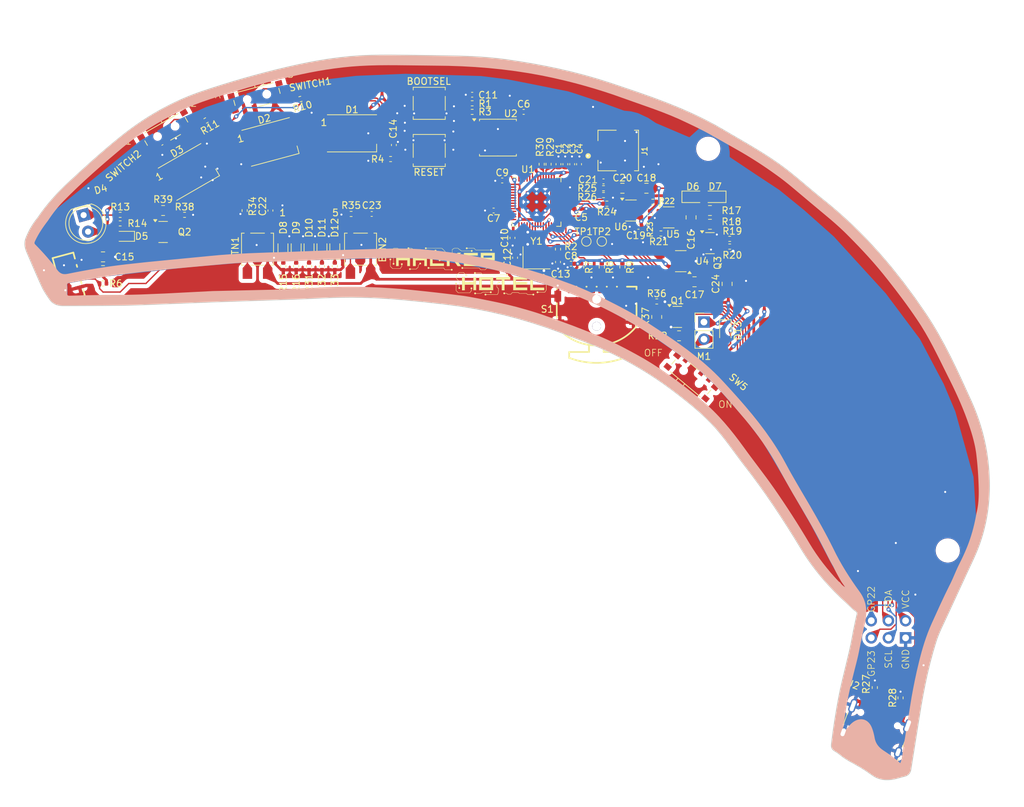
<source format=kicad_pcb>
(kicad_pcb (version 20240108) (generator "pcbnew") (generator_version "8.0")
  (layers (0 "F.Cu" signal) (31 "B.Cu" signal) (34 "B.Paste" user) (35 "F.Paste" user) (36 "B.SilkS" user "B.Silkscreen") (37 "F.SilkS" user "F.Silkscreen") (38 "B.Mask" user) (39 "F.Mask" user) (44 "Edge.Cuts" user))
  (net 0 "")
  (net 1 "GND")
  (net 2 "Net-(U1-VREG_VOUT)")
  (net 3 "+3V3")
  (net 4 "XIN")
  (net 5 "Net-(C13-Pad1)")
  (net 6 "RESET")
  (net 7 "Net-(U3-VCC)")
  (net 8 "VIN")
  (net 9 "Net-(D7-K)")
  (net 10 "VBAT")
  (net 11 "SENSE")
  (net 12 "BTN1")
  (net 13 "BTN2")
  (net 14 "RGBLED")
  (net 15 "Net-(D1-DOUT)")
  (net 16 "Net-(D2-DOUT)")
  (net 18 "Net-(D4-K)")
  (net 19 "Net-(D5-K)")
  (net 20 "VUSB")
  (net 21 "LED1")
  (net 22 "Net-(D8-K)")
  (net 23 "LED2")
  (net 24 "Net-(D9-K)")
  (net 25 "Net-(D10-K)")
  (net 26 "LED3")
  (net 27 "Net-(D11-K)")
  (net 28 "LED4")
  (net 29 "Net-(D12-K)")
  (net 30 "LED5")
  (net 31 "Net-(J2-CC1)")
  (net 34 "USB_C_D+")
  (net 35 "USB_C_D-")
  (net 36 "Net-(J2-CC2)")
  (net 37 "SAOGP2")
  (net 38 "SAOGP1")
  (net 39 "SAOSDA")
  (net 40 "SAOCLK")
  (net 41 "Net-(D13-A)")
  (net 42 "MOTOR")
  (net 43 "Net-(Q1-D)")
  (net 44 "IRLED")
  (net 45 "Net-(Q2-D)")
  (net 46 "Net-(Q3-D)")
  (net 47 "Net-(Q3-G)")
  (net 48 "QSPI_SS")
  (net 49 "XOUT")
  (net 50 "Net-(R3-Pad1)")
  (net 51 "IROUT")
  (net 52 "SLEFT")
  (net 53 "SMIDDLE")
  (net 54 "SRIGHT")
  (net 55 "SWITCH1")
  (net 56 "Net-(SW3-B)")
  (net 57 "Net-(SW4-B)")
  (net 58 "SWITCH2")
  (net 59 "Net-(SW5-B)")
  (net 60 "Net-(U5-SET)")
  (net 61 "Net-(R22-Pad1)")
  (net 62 "Net-(U6-PROG)")
  (net 63 "CHRG")
  (net 64 "USB_D-")
  (net 65 "USB_D+")
  (net 68 "/SWCLK_1")
  (net 69 "/SWD_1")
  (net 70 "QSPI_SD2")
  (net 72 "QSPI_SD1")
  (net 74 "QSPI_SD0")
  (net 75 "QSPI_SD3")
  (net 78 "QSPI_SCLK")
  (net 84 "Net-(Q1-G)")
  (net 85 "Net-(Q2-G)")
  (footprint "Resistor_SMD:R_0805_2012Metric" (layer "F.Cu") (at 142.875 59.69 180)
    (property "Reference" "R5")
    (property "Value" "100")
  )
  (footprint "Package_TO_SOT_SMD:SOT-23" (layer "F.Cu") (at 151.765 53.975)
    (property "Reference" "Q2")
    (property "Value" "2N7002")
  )
  (footprint "Resistor_SMD:R_0805_2012Metric" (layer "F.Cu") (at 151.765 50.8)
    (property "Reference" "R39")
    (property "Value" "100")
  )
  (footprint "LED_SMD:LED_0603_1608Metric" (layer "F.Cu") (at 146.05 54.61 180)
    (property "Reference" "D5")
    (property "Value" "LED")
  )
  (footprint "Resistor_SMD:R_0805_2012Metric" (layer "F.Cu") (at 224.79 66.548 90)
    (property "Reference" "R37")
    (property "Value" "100")
  )
  (footprint "Capacitor_SMD:C_0805_2012Metric" (layer "F.Cu") (at 223.266 47.498)
    (property "Reference" "C18")
    (property "Value" "10uF")
  )
  (footprint "Resistor_SMD:R_0402_1005Metric" (layer "F.Cu") (at 169.545 59.055 90)
    (property "Reference" "R15")
    (property "Value" "1k")
  )
  (footprint "Resistor_SMD:R_0402_1005Metric" (layer "F.Cu") (at 173.355 59.055 90)
    (property "Reference" "R31")
    (property "Value" "1k")
  )
  (footprint "LED_SMD:LED_0603_1608Metric" (layer "F.Cu") (at 171.45 56.515 90)
    (property "Reference" "D9")
    (property "Value" "LED")
  )
  (footprint "Button_Switch_SMD:SW_SPDT_PCM12" (layer "F.Cu") (at 165.735 34.29 -165)
    (property "Reference" "SW3" (hide yes))
    (property "Value" "SW_SPDT")
  )
  (footprint "Capacitor_SMD:C_0402_1005Metric" (layer "F.Cu") (at 216.916 46.482)
    (property "Reference" "C21")
    (property "Value" "100nF")
  )
  (footprint "Resistor_SMD:R_0402_1005Metric" (layer "F.Cu") (at 224.79 64.262)
    (property "Reference" "R36")
    (property "Value" "100k")
  )
  (footprint "LED_THT:LED_D5.0mm_IRGrey" (layer "F.Cu") (at 140.005006 51.473444 -75)
    (property "Reference" "D4")
    (property "Value" "IRLED")
  )
  (footprint "Resistor_SMD:R_0402_1005Metric" (layer "F.Cu") (at 145.415 51.435)
    (property "Reference" "R13")
    (property "Value" "1k")
  )
  (footprint "Resistor_SMD:R_0402_1005Metric" (layer "F.Cu") (at 216.916 47.498)
    (property "Reference" "R25")
    (property "Value" "100k")
  )
  (footprint "Resistor_SMD:R_0402_1005Metric" (layer "F.Cu") (at 163.83 50.8 -90)
    (property "Reference" "R34")
    (property "Value" "10k")
  )
  (footprint "Capacitor_SMD:C_0402_1005Metric" (layer "F.Cu") (at 203.45 54.85 90)
    (property "Reference" "C10")
    (property "Value" "100nF")
  )
  (footprint "Button_Switch_SMD:SW_SPST_TL3305A" (layer "F.Cu") (at 191.135 41.91)
    (property "Reference" "SW1" (hide yes))
    (property "Value" "SW_Push")
  )
  (footprint "Resistor_SMD:R_0402_1005Metric" (layer "F.Cu") (at 207.772 43.942 90)
    (property "Reference" "R30")
    (property "Value" "27R")
  )
  (footprint "LED_SMD:LED_WS2812B_PLCC4_5.0x5.0mm_P3.2mm" (layer "F.Cu") (at 167.64 40.64 15)
    (property "Reference" "D2")
    (property "Value" "WS2812B")
  )
  (footprint "Capacitor_SMD:C_0402_1005Metric" (layer "F.Cu") (at 203.835 57.785 90)
    (property "Reference" "C12")
    (property "Value" "8pF")
  )
  (footprint "Resistor_SMD:R_0402_1005Metric" (layer "F.Cu") (at 223.8 51.4 -90)
    (property "Reference" "R23")
    (property "Value" "1k")
  )
  (footprint "hh2025lcsc:OPTO-SMD_IRM-V838M3-C-TR1" (layer "F.Cu") (at 138.9 60.325 -75)
    (property "Reference" "U3")
    (property "Value" "~")
  )
  (footprint "LED_SMD:LED_WS2812B_PLCC4_5.0x5.0mm_P3.2mm" (layer "F.Cu") (at 155.575 45.085 30)
    (property "Reference" "D3")
    (property "Value" "WS2812B")
  )
  (footprint "LED_SMD:LED_0603_1608Metric" (layer "F.Cu") (at 175.26 56.515 90)
    (property "Reference" "D11")
    (property "Value" "LED")
  )
  (footprint "Capacitor_SMD:C_0402_1005Metric" (layer "F.Cu") (at 210.252 43.942 -90)
    (property "Reference" "C1")
    (property "Value" "100nF")
  )
  (footprint "Capacitor_SMD:C_0402_1005Metric" (layer "F.Cu") (at 212.284 43.942 -90)
    (property "Reference" "C3")
    (property "Value" "1uF")
  )
  (footprint "Package_TO_SOT_SMD:SOT-23-5" (layer "F.Cu") (at 226.568 51.816)
    (property "Reference" "U5")
    (property "Value" "SY6280AAC")
  )
  (footprint "Capacitor_SMD:C_0402_1005Metric" (layer "F.Cu") (at 201.93 46.355)
    (property "Reference" "C9")
    (property "Value" "100nF")
  )
  (footprint "Capacitor_SMD:C_0805_2012Metric" (layer "F.Cu") (at 229.87 51.816 -90)
    (property "Reference" "C16")
    (property "Value" "10uF")
  )
  (footprint "Capacitor_SMD:C_0402_1005Metric" (layer "F.Cu") (at 210.185 58.42 -90)
    (property "Reference" "C13")
    (property "Value" "8pF")
  )
  (footprint "Resistor_SMD:R_0402_1005Metric" (layer "F.Cu") (at 197.485 34.925 180)
    (property "Reference" "R1")
    (property "Value" "10k")
  )
  (footprint "TestPoint:TestPoint_Pad_D1.0mm" (layer "F.Cu") (at 214.376 55.372)
    (property "Reference" "TP1")
    (property "Value" "SWCLK")
  )
  (footprint "Diode_SMD:D_SOD-323" (layer "F.Cu") (at 230.124 48.768)
    (property "Reference" "D6")
    (property "Value" "NSR0320MW2T1G")
  )
  (footprint "LED_SMD:LED_0603_1608Metric" (layer "F.Cu") (at 173.355 56.515 90)
    (property "Reference" "D10")
    (property "Value" "LED")
  )
  (footprint "hh24:JST_S2B-ZR-SM4A-TF(LF)(SN)" (layer "F.Cu") (at 218.694 41.91 90)
    (property "Reference" "J1")
    (property "Value" "Battery")
  )
  (footprint "Capacitor_SMD:C_0805_2012Metric" (layer "F.Cu") (at 235.204 61.656 90)
    (property "Reference" "C24")
    (property "Value" "10uF")
  )
  (footprint "Package_TO_SOT_SMD:SOT-23" (layer "F.Cu") (at 232.664 55.626)
    (property "Reference" "Q3")
    (property "Value" "AP2302B")
  )
  (footprint "TestPoint:TestPoint_Pad_D1.0mm" (layer "F.Cu") (at 216.662 55.372)
    (property "Reference" "TP2")
    (property "Value" "SWD")
  )
  (footprint "Button_Switch_SMD:SW_SPST_TL3305A" (layer "F.Cu") (at 191.135 34.925)
    (property "Reference" "SW2" (hide yes))
    (property "Value" "SW_Push")
  )
  (footprint "Resistor_SMD:R_0402_1005Metric" (layer "F.Cu") (at 172.085 34.29 -165)
    (property "Reference" "R10")
    (property "Value" "10k")
  )
  (footprint "Package_TO_SOT_SMD:SOT-23-5" (layer "F.Cu") (at 220.98 50.8)
    (property "Reference" "U6")
    (property "Value" "XT4054K421MR-G")
  )
  (footprint "hh2025lcsc:SW-SMD_TM-1011A" (layer "F.Cu") (at 215.9 64.77 180)
    (property "Reference" "S1")
    (property "Value" "Wobble Switch")
  )
  (footprint "LED_SMD:LED_0603_1608Metric" (layer "F.Cu") (at 169.495 56.515 90)
    (property "Reference" "D8")
    (property "Value" "LED")
  )
  (footprint "Connector_USB:USB_C_Receptacle_HRO_TYPE-C-31-M-12" (layer "F.Cu") (at 256.794 128.524 -20)
    (property "Reference" "J2")
    (property "Value" "USB_C_Receptacle_USB2.0")
  )
  (footprint "Capacitor_SMD:C_0402_1005Metric" (layer "F.Cu") (at 182.626 51.308 180)
    (property "Reference" "C23")
    (property "Value" "100nF")
  )
  (footprint "Capacitor_SMD:C_0402_1005Metric" (layer "F.Cu") (at 200.66 50.8 180)
    (property "Reference" "C7")
    (property "Value" "100nF")
  )
  (footprint "Capacitor_SMD:C_0805_2012Metric" (layer "F.Cu") (at 219.71 47.498)
    (property "Reference" "C20")
    (property "Value" "10uF")
  )
  (footprint "Resistor_SMD:R_0402_1005Metric" (layer "F.Cu") (at 185.42 43.18)
    (property "Reference" "R4")
    (property "Value" "10k")
  )
  (footprint "Resistor_SMD:R_0805_2012Metric" (layer "F.Cu") (at 232.664 52.832 180)
    (property "Reference" "R18")
    (property "Value" "4.7k")
  )
  (footprint "Resistor_SMD:R_0402_1005Metric" (layer "F.Cu") (at 208.788 43.942 90)
    (property "Reference" "R29")
    (property "Value" "27R")
  )
  (footprint "LED_SMD:LED_WS2812B_PLCC4_5.0x5.0mm_P3.2mm" (layer "F.Cu") (at 179.705 39.37)
    (property "Reference" "D1")
    (property "Value" "WS2812B")
  )
  (footprint "Capacitor_SMD:C_0402_1005Metric" (layer "F.Cu") (at 197.485 33.655 180)
    (property "Reference" "C11")
    (property "Value" "100nF")
  )
  (footprint "Resistor_SMD:R_0402_1005Metric" (layer "F.Cu") (at 197.485 36.195)
    (property "Reference" "R3")
    (property "Value" "1k")
  )
  (footprint "Resistor_SMD:R_0402_1005Metric" (layer "F.Cu") (at 216.916 48.514 180)
    (property "Reference" "R26")
    (property "Value" "100k")
  )
  (footprint "Resistor_SMD:R_0402_1005Metric" (layer "F.Cu") (at 179.578 51.308 180)
    (property "Reference" "R35")
    (property "Value" "10k")
  )
  (footprint "RP2040_minimal:RP2040-QFN-56" (layer "F.Cu") (at 207.01 49.525)
    (property "Reference" "U1")
    (property "Value" "RP2040")
  )
  (footprint "MountingHole:MountingHole_3.2mm_M3" (layer "F.Cu") (at 267.843 101.1174)
    (property "Reference" "H1" (hide yes))
    (property "Value" "MountingHole")
  )
  (footprint "Resistor_SMD:R_0402_1005Metric" (layer "F.Cu") (at 171.45 59.055 90)
    (property "Reference" "R16")
    (property "Value" "1k")
  )
  (footprint "Resistor_SMD:R_0402_1005Metric" (layer "F.Cu") (at 260.858 122.936 90)
    (property "Reference" "R28")
    (property "Value" "5.1k")
  )
  (footprint "Diode_SMD:D_SOD-323" (layer "F.Cu") (at 233.426 48.768 180)
    (property "Reference" "D7")
    (property "Value" "NSR0320MW2T1G")
  )
  (footprint "Capacitor_SMD:C_0402_1005Metric" (layer "F.Cu") (at 167.64 50.8 90)
    (property "Reference" "C22")
    (property "Value" "100nF")
  )
  (footprint "Button_Switch_SMD:SW_SPDT_PCM12" (layer "F.Cu") (at 230.124 75.184 -40)
    (property "Reference" "SW5")
    (property "Value" "SW_SPDT")
  )
  (footprint "Resistor_SMD:R_0402_1005Metric" (layer "F.Cu") (at 145.415 52.705)
    (property "Reference" "R14")
    (property "Value" "1k")
  )
  (footprint "Diode_SMD:D_SOD-323" (layer "F.Cu") (at 234.95 68.58 -90)
    (property "Reference" "D13")
    (property "Value" "NSR0320MW2T1G")
  )
  (footprint "Package_TO_SOT_SMD:SOT-23-5" (layer "F.Cu") (at 228.346 58.293 180)
    (property "Reference" "U4")
    (property "Value" "TLV70233_SOT23-5")
  )
  (footprint "Resistor_SMD:R_0402_1005Metric" (layer "F.Cu") (at 154.94 51.435)
    (property "Reference" "R38")
    (property "Value" "100k")
  )
  (footprint "Resistor_SMD:R_0402_1005Metric" (layer "F.Cu") (at 158.115 37.465 -150)
    (property "Reference" "R11")
    (property "Value" "10k")
  )
  (footprint "Capacitor_SMD:C_0402_1005Metric" (layer "F.Cu") (at 212.09 58.674)
    (property "Reference" "C8")
    (property "Value" "100nF")
  )
  (footprint "Button_Switch_SMD:SW_SPST_TL3305A" (layer "F.Cu") (at 180.975 56.515 90)
    (property "Reference" "SW7" (hide yes))
    (property "Value" "SW_Push")
  )
  (footprint "Resistor_SMD:R_0402_1005Metric" (layer "F.Cu") (at 213.614 59.182 -90)
    (property "Reference" "R7")
    (property "Value" "10k")
  )
  (footprint "Resistor_SMD:R_0402_1005Metric" (layer "F.Cu") (at 235.585 56.134 180)
    (property "Reference" "R20")
    (property "Value" "100k")
  )
  (footprint "Capacitor_SMD:C_0402_1005Metric" (layer "F.Cu") (at 213.3 43.942 90)
    (property "Reference" "C4")
    (property "Value" "100nF")
  )
  (footprint "Resistor_SMD:R_0402_1005Metric" (layer "F.Cu") (at 142.875 61.595)
    (property "Reference" "R6")
    (property "Value" "10k")
  )
  (footprint "Package_SO:SOIC-8_5.23x5.23mm_P1.27mm" (layer "F.Cu") (at 201.295 40.005)
    (property "Reference" "U2")
    (property "Value" "W25Q128JV")
  )
  (footprint "Resistor_SMD:R_0402_1005Metric" (layer "F.Cu") (at 225.409999 54.2 180)
    (property "Reference" "R21")
    (property "Value" "10k")
  )
  (footprint "Resistor_SMD:R_0805_2012Metric" (layer "F.Cu") (at 232.664 50.8 180)
    (property "Reference" "R17")
    (property "Value" "4.7k")
  )
  (footprint "Resistor_SMD:R_0402_1005Metric" (layer "F.Cu") (at 257.048 121.412 -90)
    (property "Reference" "R27")
    (property "Value" "5.1k")
  )
  (footprint "Resistor_SMD:R_0402_1005Metric" (layer "F.Cu") (at 217.424 49.784 180)
    (property "Reference" "R24")
    (property "Value" "10k")
  )
  (footprint "Package_TO_SOT_SMD:SOT-23" (layer "F.Cu") (at 227.838 66.548)
    (property "Reference" "Q1")
    (property "Value" "2N7002")
  )
  (footprint "Button_Switch_SMD:SW_SPDT_PCM12" (layer "F.Cu") (at 152.4 39.37 -150)
    (property "Reference" "SW4" (hide yes))
    (property "Value" "SW_SPDT")
  )
  (footprint "Button_Switch_SMD:SW_SPST_TL3305A" (layer "F.Cu") (at 165.735 56.515 90)
    (property "Reference" "SW6" (hide yes))
    (property "Value" "SW_Push")
  )
  (footprint "Resistor_SMD:R_0402_1005Metric" (layer "F.Cu") (at 224.2 49.5 180)
    (property "Reference" "R22")
    (property "Value" "1k")
  )
  (footprint "Resistor_SMD:R_0402_1005Metric" (layer "F.Cu") (at 175.26 59.055 90)
    (property "Reference" "R32")
    (property "Value" "1k")
  )
  (footprint "Capacitor_SMD:C_0402_1005Metric" (layer "F.Cu") (at 205.105 36.195)
    (property "Reference" "C6")
    (property "Value" "100nF")
  )
  (footprint "Capacitor_SMD:C_0402_1005Metric" (layer "F.Cu") (at 222.08 53.2)
    (property "Reference" "C19")
    (property "Value" "100nF")
  )
  (footprint "Resistor_SMD:R_0402_1005Metric" (layer "F.Cu") (at 235.585 54.991)
    (property "Reference" "R19")
    (property "Value" "1k")
  )
  (footprint "Capacitor_SMD:C_0402_1005Metric" (layer "F.Cu") (at 213.106 50.546)
    (property "Reference" "C5")
    (property "Value" "100nF")
  )
  (footprint "Resistor_SMD:R_0402_1005Metric" (layer "F.Cu") (at 210.185 56.515 -90)
    (property "Reference" "R2")
    (property "Value" "1k")
  )
  (footprint "Connector_PinHeader_2.54mm:PinHeader_1x02_P2.54mm_Vertical" (layer "F.Cu") (at 231.775 67.305)
    (property "Reference" "M1")
    (property "Value" "Motor_DC")
  )
  (footprint "Resistor_SMD:R_0402_1005Metric" (layer "F.Cu") (at 219.71 59.182 -90)
    (property "Reference" "R9")
    (property "Value" "10k")
  )
  (footprint "Capacitor_SMD:C_0805_2012Metric" (layer "F.Cu") (at 230.378 61.341)
    (property "Reference" "C17")
    (property "Value" "10uF")
  )
  (footprint "Capacitor_SMD:C_0402_1005Metric" (layer "F.Cu") (at 211.268 43.942 -90)
    (property "Reference" "C2")
    (property "Value" "1uF")
  )
  (footprint "Resistor_SMD:R_0402_1005Metric" (layer "F.Cu") (at 177.165 59.055 90)
    (property "Reference" "R33")
    (property "Value" "1k")
  )
  (footprint "LED_SMD:LED_0603_1608Metric" (layer "F.Cu") (at 177.165 56.515 90)
    (property "Reference" "D12")
    (property "Value" "LED")
  )
  (footprint "Crystal:Crystal_SMD_3225-4Pin_3.2x2.5mm" (layer "F.Cu") (at 207.01 57.785)
    (property "Reference" "Y1")
    (property "Value" "Crystal_GND24")
  )
  (footprint "Resistor_SMD:R_0805_2012Metric" (layer "F.Cu") (at 228.092 69.342)
    (property "Reference" "R12")
    (property "Value" "20")
  )
  (footprint "Capacitor_SMD:C_0402_1005Metric" (layer "F.Cu") (at 185.9 41.1 90)
    (property "Reference" "C14")
    (property "Value" "100nF")
  )
  (footprint "MountingHole:MountingHole_3.2mm_M3" (layer "F.Cu") (at 232.41 41.656)
    (property "Reference" "H2" (hide yes))
    (property "Value" "MountingHole")
  )
  (footprint "Capacitor_SMD:C_0805_2012Metric" (layer "F.Cu") (at 142.875 57.658)
    (property "Reference" "C15")
    (property "Value" "10uF")
  )
  (footprint "Resistor_SMD:R_0402_1005Metric" (layer "F.Cu") (at 216.662 59.182 -90)
    (property "Reference" "R8")
    (property "Value" "10k")
  )
  (footprint "Connector_PinHeader_2.54mm:PinHeader_2x03_P2.54mm_Vertical" (layer "B.Cu") (at 261.605 114.051 90)
    (property "Reference" "J3" (hide yes))
    (property "Value" "Conn_02x03_Odd_Even")
  )
  (gr_poly (pts (xy 222.142713 33.334632) (xy 217.942469 31.91313) (xy 216.044782 31.312733) (xy 214.135379 30.765331) (xy 212.215324 30.267999) (xy 210.285681 29.81781) (xy 208.347514 29.411842) (xy 206.401889 29.047166) (xy 204.44987 28.72086) (xy 202.492521 28.429998) (xy 201.336538 28.283087) (xy 200.174582 28.164289) (xy 199.008287 28.070412) (xy 197.839287 27.998263) (xy 196.669218 27.944655) (xy 195.499714 27.906395) (xy 193.168942 27.863157) (xy 187.853437 27.780947) (xy 185.194008 27.760054) (xy 183.864535 27.766495) (xy 182.535476 27.788702) (xy 180.948479 27.857809) (xy 179.367812 27.978434) (xy 177.793437 28.146777) (xy 176.225317 28.35904) (xy 174.663417 28.611422) (xy 173.107701 28.900127) (xy 171.558132 29.221354) (xy 170.014671 29.571305) (xy 168.444635 29.9481) (xy 166.878696 30.344842) (xy 165.317005 30.761113) (xy 163.759716 31.196494) (xy 162.206982 31.65057) (xy 160.658954 32.12292) (xy 159.115785 32.61313) (xy 157.577627 33.120779) (xy 156.728832 33.41799) (xy 155.890611 33.734903) (xy 155.062832 34.071233) (xy 154.245363 34.426694) (xy 153.438069 34.801002) (xy 152.640819 35.193871) (xy 151.853479 35.605017) (xy 151.075917 36.034155) (xy 150.307999 36.481) (xy 149.549592 36.945267) (xy 148.800564 37.42667) (xy 148.060781 37.924925) (xy 147.330112 38.439747) (xy 146.608423 38.970851) (xy 145.89558 39.517951) (xy 145.191451 40.080764) (xy 144.252559 40.849904) (xy 143.322589 41.632231) (xy 142.400745 42.426032) (xy 141.48623 43.229598) (xy 139.676 44.859191) (xy 137.885522 46.507331) (xy 137.232046 47.123084) (xy 136.593457 47.755138) (xy 135.97158 48.403687) (xy 135.368237 49.068919) (xy 134.785253 49.751025) (xy 134.224449 50.450196) (xy 133.687651 51.166623) (xy 133.176681 51.900496) (xy 133.043614 52.064537) (xy 132.91437 52.230915) (xy 132.788896 52.399613) (xy 132.66714 52.570609) (xy 132.434574 52.919426) (xy 132.216251 53.277212) (xy 132.011755 53.643817) (xy 131.820669 54.019089) (xy 131.642572 54.402873) (xy 131.477048 54.795019) (xy 131.421865 54.938725) (xy 131.37654 55.080696) (xy 131.340752 55.22117) (xy 131.314178 55.360383) (xy 131.296494 55.498573) (xy 131.287377 55.635977) (xy 131.286504 55.772833) (xy 131.293553 55.909377) (xy 131.308201 56.045848) (xy 131.330123 56.182482) (xy 131.358998 56.319517) (xy 131.394502 56.457189) (xy 131.436313 56.595738) (xy 131.484106 56.7354) (xy 131.537559 56.876411) (xy 131.59635 57.019009) (xy 132.733477 59.663936) (xy 133.304781 60.968468) (xy 133.595107 61.614391) (xy 133.89007 62.255378) (xy 134.008269 62.476484) (xy 134.131521 62.692804) (xy 134.259106 62.905024) (xy 134.3903 63.113824) (xy 134.524382 63.31989) (xy 134.66063 63.523905) (xy 134.936731 63.928515) (xy 135.032353 64.062311) (xy 135.133151 64.184324) (xy 135.238899 64.295009) (xy 135.349378 64.394815) (xy 135.46436 64.484193) (xy 135.583624 64.563597) (xy 135.706947 64.633474) (xy 135.834105 64.694277) (xy 135.964875 64.746458) (xy 136.099032 64.790467) (xy 136.236356 64.826754) (xy 136.376621 64.855773) (xy 136.519604 64.877972) (xy 136.665082 64.893804) (xy 136.812833 64.903721) (xy 136.96263 64.908171) (xy 142.821191 64.885181) (xy 145.755487 64.854692) (xy 147.220301 64.8218) (xy 148.682194 64.77223) (xy 159.258674 64.351466) (xy 169.842427 63.993928) (xy 171.24657 63.949833) (xy 172.648742 63.890352) (xy 175.450202 63.758513) (xy 176.851006 63.702795) (xy 178.252868 63.664971) (xy 179.656546 63.653362) (xy 181.062797 63.676287) (xy 182.608327 63.725219) (xy 184.149974 63.803024) (xy 185.688118 63.906052) (xy 187.223139 64.030659) (xy 190.285343 64.330018) (xy 193.339636 64.671928) (xy 195.569557 64.962781) (xy 197.78107 65.325013) (xy 199.97463 65.757372) (xy 202.150694 66.258604) (xy 204.309719 66.827455) (xy 206.45216 67.462672) (xy 208.578472 68.163002) (xy 210.689112 68.927188) (xy 214.309932 70.295537) (xy 215.209814 70.652249) (xy 216.104525 71.023169) (xy 216.992544 71.412475) (xy 217.87235 71.824345) (xy 219.050533 72.404755) (xy 220.212411 73.010461) (xy 221.358096 73.642453) (xy 222.487703 74.301718) (xy 223.601346 74.989244) (xy 224.699138 75.706019) (xy 225.781193 76.45303) (xy 226.847625 77.231263) (xy 227.714855 77.884628) (xy 228.576039 78.548095) (xy 229.42757 79.225084) (xy 230.265837 79.919013) (xy 231.08723 80.633299) (xy 231.888139 81.371361) (xy 232.664955 82.136618) (xy 233.414066 82.932486) (xy 233.983181 83.591231) (xy 234.531928 84.264332) (xy 235.065174 84.948824) (xy 235.587778 85.641749) (xy 236.620525 87.041044) (xy 237.140394 87.741491) (xy 237.669077 88.438521) (xy 238.802331 89.912489) (xy 239.906593 91.407611) (xy 240.983875 92.922251) (xy 242.036192 94.454778) (xy 243.065557 96.003559) (xy 244.073985 97.566961) (xy 245.063488 99.143348) (xy 246.036081 100.731091) (xy 246.399066 101.325122) (xy 246.773385 101.908492) (xy 247.15882 102.481473) (xy 247.555151 103.044342) (xy 247.96216 103.597375) (xy 248.379629 104.140847) (xy 248.80734 104.675033) (xy 249.245074 105.200208) (xy 249.692612 105.716648) (xy 250.149735 106.224628) (xy 251.091865 107.216311) (xy 252.069717 108.177461) (xy 253.081539 109.110278) (xy 253.15521 109.175837) (xy 253.226976 109.24224) (xy 253.366294 109.376707) (xy 253.638586 109.646171) (xy 253.777563 109.777674) (xy 253.849073 109.841854) (xy 253.92243 109.904696) (xy 253.998011 109.96598) (xy 254.07619 110.025489) (xy 254.157343 110.083004) (xy 254.241844 110.138306) (xy 254.26514 110.154941) (xy 254.286452 110.171984) (xy 254.305851 110.18941) (xy 254.323404 110.207192) (xy 254.339182 110.225305) (xy 254.353252 110.243718) (xy 254.365684 110.262409) (xy 254.376546 110.28135) (xy 254.385907 110.300512) (xy 254.393837 110.319871) (xy 254.400403 110.339399) (xy 254.405675 110.359069) (xy 254.409723 110.378856) (xy 254.412613 110.398732) (xy 254.414416 110.418672) (xy 254.415201 110.438646) (xy 254.415035 110.458629) (xy 254.413989 110.478595) (xy 254.412131 110.498517) (xy 254.40953 110.518369) (xy 254.402373 110.557751) (xy 254.393069 110.596531) (xy 254.38217 110.634492) (xy 254.370227 110.671423) (xy 254.345411 110.741339) (xy 254.020364 112.25846) (xy 253.862856 113.018846) (xy 253.789743 113.401092) (xy 253.722062 113.785316) (xy 253.503968 114.919099) (xy 253.259472 116.046112) (xy 252.72425 118.288044) (xy 252.182343 120.527543) (xy 251.929491 121.651515) (xy 251.699698 122.78104) (xy 251.384922 124.519578) (xy 251.095671 126.27119) (xy 250.8356 128.02585) (xy 250.608356 129.773531) (xy 250.599387 129.865865) (xy 250.595723 129.95451) (xy 250.597502 130.039576) (xy 250.604861 130.121172) (xy 250.610678 130.160704) (xy 250.61794 130.199409) (xy 250.626666 130.2373) (xy 250.636874 130.274394) (xy 250.648581 130.310701) (xy 250.661803 130.346237) (xy 250.676558 130.381014) (xy 250.692863 130.415048) (xy 250.710735 130.44835) (xy 250.730193 130.480936) (xy 250.751251 130.512816) (xy 250.773929 130.544008) (xy 250.798242 130.574524) (xy 250.82421 130.604377) (xy 250.851848 130.633581) (xy 250.881173 130.662149) (xy 250.912204 130.690097) (xy 250.944957 130.717436) (xy 251.015698 130.770346) (xy 251.093535 130.820986) (xy 251.178605 130.86947) (xy 251.265223 130.917953) (xy 251.348271 130.968449) (xy 251.428734 131.020843) (xy 251.507601 131.075023) (xy 251.58586 131.130873) (xy 251.664497 131.188282) (xy 251.826861 131.307319) (xy 252.024715 131.472269) (xy 252.226642 131.628467) (xy 252.432228 131.776887) (xy 252.641059 131.918504) (xy 252.852723 132.054292) (xy 253.066806 132.18522) (xy 253.500571 132.436401) (xy 254.378937 132.923305) (xy 254.816921 133.174603) (xy 255.249695 133.441514) (xy 255.433552 133.555673) (xy 255.613837 133.671847) (xy 255.791537 133.789918) (xy 255.967642 133.909777) (xy 256.675854 134.404786) (xy 256.875647 134.537217) (xy 257.077557 134.653917) (xy 257.281572 134.75541) (xy 257.487674 134.842226) (xy 257.695852 134.914892) (xy 257.90609 134.973933) (xy 258.118373 135.019877) (xy 258.332688 135.053251) (xy 258.54902 135.074584) (xy 258.767355 135.084401) (xy 258.987678 135.08323) (xy 259.209975 135.071598) (xy 259.434232 135.050031) (xy 259.660433 135.019058) (xy 259.888565 134.979205) (xy 260.118613 134.930999) (xy 261.460871 134.57154) (xy 261.514417 134.556719) (xy 261.566254 134.540787) (xy 261.616398 134.523737) (xy 261.664866 134.505559) (xy 261.711678 134.486245) (xy 261.756851 134.465788) (xy 261.800401 134.444179) (xy 261.842349 134.421408) (xy 261.88271 134.39747) (xy 261.921504 134.372355) (xy 261.958748 134.346055) (xy 261.994458 134.31856) (xy 262.028655 134.289864) (xy 262.061355 134.259957) (xy 262.092576 134.228832) (xy 262.122336 134.196481) (xy 262.150652 134.162894) (xy 262.177542 134.128063) (xy 262.203026 134.091981) (xy 262.227118 134.054639) (xy 262.24984 134.016029) (xy 262.271207 133.976142) (xy 262.291238 133.93497) (xy 262.30995 133.892505) (xy 262.327361 133.848738) (xy 262.343489 133.803661) (xy 262.358352 133.757266) (xy 262.371967 133.709545) (xy 262.395528 133.610089) (xy 262.414312 133.505228) (xy 262.517487 132.860288) (xy 260.938058 132.285423) (xy 260.899588 132.390385) (xy 260.855943 132.494292) (xy 260.806631 132.597024) (xy 260.510151 132.329877) (xy 260.20926 132.074849) (xy 259.904413 131.830686) (xy 259.596069 131.596134) (xy 259.284684 131.369938) (xy 258.970712 131.150846) (xy 258.654612 130.937603) (xy 258.336839 130.728956) (xy 258.211068 130.642917) (xy 258.09034 130.553744) (xy 257.974838 130.461268) (xy 257.86474 130.365318) (xy 257.760228 130.265721) (xy 257.661483 130.162309) (xy 257.568685 130.054909) (xy 257.482013 129.94335) (xy 257.40165 129.827463) (xy 257.327775 129.707075) (xy 257.260569 129.582016) (xy 257.200212 129.452116) (xy 257.146885 129.317203) (xy 257.100769 129.177107) (xy 257.062043 129.031655) (xy 257.030889 128.880677) (xy 256.993969 128.685681) (xy 256.953402 128.490306) (xy 256.908882 128.295386) (xy 256.860108 128.101757) (xy 256.806773 127.910254) (xy 256.748575 127.721714) (xy 256.685209 127.536971) (xy 256.616372 127.356861) (xy 256.567079 127.240133) (xy 256.514044 127.128889) (xy 256.457404 127.023166) (xy 256.397292 126.922997) (xy 256.333846 126.828416) (xy 256.267198 126.739458) (xy 256.197486 126.656158) (xy 256.124845 126.578549) (xy 256.04941 126.506667) (xy 255.971316 126.440546) (xy 255.890698 126.38022) (xy 255.807693 126.325724) (xy 255.722434 126.277093) (xy 255.635059 126.23436) (xy 255.545701 126.19756) (xy 255.454497 126.166728) (xy 255.361581 126.141898) (xy 255.267089 126.123105) (xy 255.171157 126.110383) (xy 255.073919 126.103766) (xy 254.97551 126.103289) (xy 254.876068 126.108987) (xy 254.775725 126.120893) (xy 254.674619 126.139044) (xy 254.572885 126.163472) (xy 254.470657 126.194213) (xy 254.368071 126.2313) (xy 254.265262 126.274767) (xy 254.162366 126.324652) (xy 254.059518 126.380987) (xy 253.956853 126.443806) (xy 253.854507 126.513144) (xy 253.773299 126.574908) (xy 253.694887 126.638576) (xy 253.61903 126.704003) (xy 253.545485 126.77104) (xy 253.47401 126.839539) (xy 253.404363 126.909355) (xy 253.269586 127.052346) (xy 253.139214 127.198831) (xy 253.011311 127.347636) (xy 252.755162 127.647488) (xy 252.738821 127.672693) (xy 252.722493 127.699322) (xy 252.689026 127.754652) (xy 252.671458 127.782251) (xy 252.65305 127.80907) (xy 252.633589 127.83456) (xy 252.61286 127.858169) (xy 252.601954 127.869095) (xy 252.59065 127.879345) (xy 252.578923 127.88885) (xy 252.566747 127.897539) (xy 252.554092 127.905346) (xy 252.540934 127.9122) (xy 252.527247 127.918032) (xy 252.513002 127.922775) (xy 252.498172 127.926359) (xy 252.482732 127.928716) (xy 252.466656 127.929775) (xy 252.449916 127.929469) (xy 252.432485 127.927728) (xy 252.414338 127.924485) (xy 252.395445 127.91967) (xy 252.375783 127.913213) (xy 252.361091 127.903497) (xy 252.347964 127.893218) (xy 252.336332 127.882406) (xy 252.326128 127.871084) (xy 252.317282 127.859281) (xy 252.309727 127.847024) (xy 252.303391 127.834338) (xy 252.298208 127.82125) (xy 252.294107 127.807787) (xy 252.29102 127.793977) (xy 252.288878 127.779845) (xy 252.287612 127.765418) (xy 252.287155 127.750723) (xy 252.287435 127.735787) (xy 252.288385 127.720636) (xy 252.289936 127.705298) (xy 252.294564 127.674162) (xy 252.300769 127.642596) (xy 252.315706 127.579022) (xy 252.330338 127.516284) (xy 252.336162 127.485762) (xy 252.340257 127.456091) (xy 252.892418 123.942011) (xy 253.001631 123.360903) (xy 253.117112 122.782076) (xy 253.365206 121.63066) (xy 253.633355 120.486547) (xy 253.918215 119.348521) (xy 254.107838 118.593509) (xy 254.303236 117.833032) (xy 254.491949 117.070125) (xy 254.579905 116.688706) (xy 254.661516 116.307818) (xy 255.104281 114.106685) (xy 255.334022 113.009159) (xy 255.573792 111.915281) (xy 255.643685 111.603368) (xy 255.700802 111.293727) (xy 255.744528 110.986427) (xy 255.774242 110.68154) (xy 255.78933 110.379138) (xy 255.789172 110.07929) (xy 255.773154 109.782069) (xy 255.740655 109.487545) (xy 255.69106 109.195789) (xy 255.623749 108.906872) (xy 255.538108 108.620866) (xy 255.433517 108.337841) (xy 255.309361 108.057869) (xy 255.16502 107.781019) (xy 254.999879 107.507365) (xy 254.887741 107.344841) (xy 252.647899 106.529605) (xy 252.591029 106.499935) (xy 252.535869 106.468165) (xy 252.48238 106.434402) (xy 252.430527 106.398749) (xy 252.38027 106.361311) (xy 252.33157 106.322192) (xy 252.28439 106.281499) (xy 252.238693 106.239332) (xy 252.19444 106.195799) (xy 252.151593 106.151002) (xy 252.110113 106.105048) (xy 252.069964 106.05804) (xy 252.031107 106.010082) (xy 251.993505 105.961281) (xy 251.957117 105.911736) (xy 251.921908 105.861558) (xy 251.698265 105.699398) (xy 251.09391 105.045807) (xy 250.506388 104.378468) (xy 249.936424 103.696699) (xy 249.384737 102.999815) (xy 248.852052 102.287132) (xy 248.339089 101.557968) (xy 247.84657 100.811637) (xy 247.375217 100.047456) (xy 246.750921 99.006384) (xy 246.117356 97.969982) (xy 245.474367 96.938666) (xy 244.821804 95.912856) (xy 244.159513 94.89297) (xy 243.487344 93.879426) (xy 242.805142 92.872641) (xy 242.112756 91.873033) (xy 241.570315 91.107192) (xy 241.019057 90.349973) (xy 239.901036 88.852132) (xy 238.780581 87.360977) (xy 238.226282 86.612116) (xy 237.679582 85.857976) (xy 236.987748 84.917956) (xy 236.280334 83.99214) (xy 235.55331 83.083796) (xy 234.80265 82.196186) (xy 234.024326 81.332581) (xy 233.623529 80.9108) (xy 233.214308 80.496244) (xy 232.796156 80.089322) (xy 232.368569 79.690442) (xy 231.931046 79.300011) (xy 231.483082 78.91844) (xy 230.312214 77.969063) (xy 229.13097 77.033891) (xy 227.935967 76.118318) (xy 226.723822 75.227738) (xy 225.491153 74.367545) (xy 224.234576 73.543132) (xy 222.95071 72.759893) (xy 221.63617 72.023223) (xy 220.293418 71.302312) (xy 219.618696 70.951049) (xy 218.940933 70.608143) (xy 218.25952 70.275266) (xy 217.573849 69.954091) (xy 216.883312 69.646286) (xy 216.187302 69.353525) (xy 214.339627 68.605311) (xy 212.482221 67.883841) (xy 210.615081 67.189114) (xy 208.738204 66.521131) (xy 207.960787 66.245745) (xy 207.181845 65.984947) (xy 206.404719 65.739954) (xy 205.632751 65.511983) (xy 204.342315 65.148303) (xy 203.694494 64.976873) (xy 203.045495 64.812585) (xy 202.395735 64.655591) (xy 201.745631 64.506044) (xy 201.095601 64.364094) (xy 200.446062 64.229895) (xy 198.26883 63.790781) (xy 197.187053 63.588854) (xy 196.644283 63.497615) (xy 196.098891 63.414886) (xy 194.164248 63.17259) (xy 192.231424 62.9461) (xy 190.293734 62.732983) (xy 188.34449 62.530804) (xy 186.810324 62.392784) (xy 185.278164 62.279156) (xy 183.747288 62.190602) (xy 182.216974 62.127807) (xy 180.686502 62.091454) (xy 179.155148 62.082226) (xy 177.622191 62.100809) (xy 176.086912 62.147885) (xy 168.322408 62.511925) (xy 159.121792 62.716698) (xy 152.034041 63.079729) (xy 148.488351 63.224618) (xy 146.715059 63.269689) (xy 144.941468 63.289572) (xy 143.189671 63.295546) (xy 141.443033 63.318536) (xy 139.698208 63.357329) (xy 137.951855 63.410707) (xy 137.893885 63.409955) (xy 137.841405 63.406471) (xy 137.817158 63.403679) (xy 137.794206 63.400176) (xy 137.772522 63.395951) (xy 137.752081 63.390995) (xy 137.732855 63.385299) (xy 137.714817 63.378853) (xy 137.697946 63.371647) (xy 137.68221 63.363672) (xy 137.667586 63.354918) (xy 137.654048 63.345378) (xy 137.641569 63.335038) (xy 137.630123 63.323892) (xy 137.619684 63.31193) (xy 137.610226 63.299141) (xy 137.601723 63.285517) (xy 137.594149 63.271048) (xy 137.587476 63.255725) (xy 137.581681 63.239538) (xy 137.576735 63.222476) (xy 137.572615 63.204532) (xy 137.569292 63.185695) (xy 137.566742 63.165956) (xy 137.563852 63.123734) (xy 137.563737 63.07779) (xy 137.566188 63.028046) (xy 137.589852 62.49152) (xy 137.591588 62.355866) (xy 137.590681 62.287393) (xy 137.588311 62.218387) (xy 137.584268 62.148774) (xy 137.578346 62.078476) (xy 137.570336 62.007418) (xy 137.560026 61.935524) (xy 137.555785 61.907832) (xy 137.552758 61.881278) (xy 137.550921 61.855838) (xy 137.550255 61.831489) (xy 137.550738 61.808208) (xy 137.552349 61.785974) (xy 137.555065 61.764764) (xy 137.558867 61.744556) (xy 137.563732 61.725325) (xy 137.569639 61.70705) (xy 137.576566 61.689708) (xy 137.584494 61.673278) (xy 137.593399 61.657736) (xy 137.603261 61.64306) (xy 137.614058 61.629227) (xy 137.625769 61.616215) (xy 137.638372 61.604) (xy 137.651846 61.592562) (xy 137.666171 61.581876) (xy 137.681324 61.571921) (xy 137.697284 61.562673) (xy 137.71403 61.554111) (xy 137.73154 61.546212) (xy 137.749793 61.538952) (xy 137.788443 61.526264) (xy 137.829809 61.515866) (xy 137.87372 61.507577) (xy 137.920004 61.501217) (xy 141.532498 60.867675) (xy 143.347249 60.569143) (xy 144.26047 60.432414) (xy 145.179005 60.307083) (xy 149.124759 59.839639) (xy 153.079007 59.432073) (xy 160.983829 58.710245) (xy 162.549677 58.587855) (xy 164.115325 58.498517) (xy 165.680587 58.433645) (xy 167.245276 58.384655) (xy 170.372182 58.299968) (xy 171.934025 58.247102) (xy 173.494545 58.175771) (xy 176.920641 58.021423) (xy 180.350065 57.909929) (xy 183.787377 57.839163) (xy 187.237141 57.807) (xy 189.034411 57.845344) (xy 190.825241 57.949488) (xy 192.609596 58.115631) (xy 194.387436 58.339973) (xy 196.158727 58.618718) (xy 197.92343 58.948065) (xy 199.681509 59.324215) (xy 201.432927 59.74337) (xy 202.333807 59.97252) (xy 203.230428 60.213371) (xy 205.013332 60.723484) (xy 206.786503 61.260342) (xy 208.554804 61.810569) (xy 209.349537 62.076957) (xy 210.137203 62.354968) (xy 210.918939 62.644071) (xy 211.695887 62.943735) (xy 212.469185 63.253426) (xy 213.239971 63.572615) (xy 214.77857 64.237354) (xy 215.532824 64.57813) (xy 216.283429 64.928934) (xy 217.030381 65.289767) (xy 217.773684 65.660629) (xy 218.513336 66.041519) (xy 219.249336 66.432438) (xy 219.981686 66.833385) (xy 220.710385 67.244359) (xy 221.433836 67.664781) (xy 222.150713 68.094167) (xy 222.861431 68.53267) (xy 223.56641 68.980441) (xy 224.266068 69.437631) (xy 224.960822 69.904394) (xy 225.65109 70.38088) (xy 226.337291 70.867242) (xy 227.287962 71.53599) (xy 228.22936 72.214613) (xy 229.15799 72.907518) (xy 230.070354 73.619109) (xy 230.962957 74.353793) (xy 231.832301 75.115976) (xy 232.674889 75.910064) (xy 233.085057 76.32045) (xy 233.487225 76.740463) (xy 234.063867 77.351235) (xy 234.630551 77.97116) (xy 235.188875 78.598452) (xy 235.740435 79.231327) (xy 237.910955 81.782947) (xy 238.576878 82.595231) (xy 239.223042 83.420197) (xy 239.849143 84.258684) (xy 240.454877 85.111523) (xy 241.03994 85.979555) (xy 241.604027 86.863613) (xy 242.146834 87.764534) (xy 242.668057 88.683153) (xy 243.78228 90.683744) (xy 244.349876 91.691641) (xy 244.923246 92.694064) (xy 246.087424 94.664887) (xy 247.240052 96.646647) (xy 247.804244 97.643525) (xy 248.356203 98.645413) (xy 248.892812 99.653073) (xy 249.410956 100.667259) (xy 249.597292 101.024451) (xy 249.780779 101.382972) (xy 250.146043 102.10081) (xy 250.331239 102.458533) (xy 250.520425 102.814394) (xy 250.71531 103.167599) (xy 250.917606 103.517348) (xy 251.055891 103.808073) (xy 251.198316 104.09652) (xy 251.344467 104.382538) (xy 251.493923 104.665972) (xy 251.646267 104.946671) (xy 251.801081 105.224482) (xy 251.957947 105.499256) (xy 252.116448 105.770836) (xy 252.647899 106.529605) (xy 254.887741 107.344841) (xy 254.813318 107.236977) (xy 254.265015 106.471209) (xy 253.731681 105.698113) (xy 253.214611 104.91674) (xy 252.715096 104.126141) (xy 252.234427 103.325366) (xy 251.773896 102.513465) (xy 251.334796 101.68949) (xy 250.918418 100.852491) (xy 250.511475 100.041797) (xy 250.093474 99.234177) (xy 249.665823 98.429669) (xy 249.229928 97.628312) (xy 248.339022 96.035204) (xy 247.432005 94.455162) (xy 246.163024 92.29729) (xy 245.536892 91.221398) (xy 244.920788 90.149159) (xy 244.644424 89.664872) (xy 244.372734 89.174242) (xy 243.834108 88.183829) (xy 243.562534 87.688984) (xy 243.286362 87.19767) (xy 243.003272 86.712358) (xy 242.710948 86.235514) (xy 242.275111 85.546755) (xy 241.826037 84.86755) (xy 240.89146 83.535929) (xy 239.913792 82.236891) (xy 238.899605 80.966678) (xy 237.855474 79.721531) (xy 236.787971 78.49769) (xy 235.703672 77.291395) (xy 234.609148 76.098889) (xy 233.993071 75.44896) (xy 233.36087 74.818951) (xy 232.713601 74.207593) (xy 232.052316 73.613611) (xy 231.378072 73.035735) (xy 230.691921 72.47269) (xy 229.288125 71.386006) (xy 227.849363 70.343383) (xy 226.384073 69.33464) (xy 223.407658 67.378077) (xy 222.666848 66.907407) (xy 221.914067 66.452727) (xy 221.151328 66.012406) (xy 220.380645 65.584808) (xy 219.604031 65.168304) (xy 218.823502 64.761258) (xy 217.258753 63.969011) (xy 216.079977 63.397377) (xy 214.900584 62.848234) (xy 214.307809 62.583425) (xy 213.711459 62.325832) (xy 213.110397 62.075989) (xy 212.503483 61.834426) (xy 209.848642 60.863094) (xy 209.184358 60.628333) (xy 208.516654 60.400372) (xy 207.843933 60.180997) (xy 207.164599 59.971991) (xy 205.966012 59.603883) (xy 204.762554 59.249146) (xy 203.554227 58.907777) (xy 202.341031 58.57978) (xy 200.985253 58.246579) (xy 199.632199 57.937084) (xy 198.954889 57.792935) (xy 198.276095 57.656764) (xy 197.595095 57.529253) (xy 196.911166 57.411087) (xy 195.179204 57.130256) (xy 194.315707 57.004467) (xy 193.451789 56.888934) (xy 192.585892 56.784038) (xy 191.71646 56.690159) (xy 190.841934 56.607676) (xy 189.960756 56.536969) (xy 188.809668 56.469131) (xy 187.656595 56.43275) (xy 186.501692 56.422202) (xy 185.34511 56.431866) (xy 183.027528 56.489334) (xy 180.705075 56.560171) (xy 178.04881 56.636333) (xy 175.393149 56.731645) (xy 170.071489 56.929864) (xy 167.231543 57.014884) (xy 164.398885 57.121487) (xy 162.981867 57.192283) (xy 161.562564 57.279756) (xy 160.13961 57.387668) (xy 158.711636 57.519778) (xy 152.480084 58.123774) (xy 149.368715 58.429268) (xy 146.265545 58.764246) (xy 145.19017 58.895112) (xy 144.113994 59.039883) (xy 143.037738 59.197875) (xy 141.962125 59.368404) (xy 140.887875 59.550787) (xy 139.815711 59.74434) (xy 138.746354 59.948379) (xy 137.680527 60.162221) (xy 137.560609 60.183345) (xy 137.445022 60.199066) (xy 137.333465 60.208918) (xy 137.225632 60.212437) (xy 137.12122 60.209157) (xy 137.019926 60.198611) (xy 136.970352 60.190469) (xy 136.921445 60.180335) (xy 136.873165 60.168153) (xy 136.825475 60.153864) (xy 136.778336 60.137409) (xy 136.73171 60.118731) (xy 136.68556 60.097771) (xy 136.639848 60.074471) (xy 136.594535 60.048774) (xy 136.549584 60.020619) (xy 136.504957 59.98995) (xy 136.460616 59.95671) (xy 136.416522 59.920838) (xy 136.372638 59.882277) (xy 136.328927 59.840969) (xy 136.285348 59.796856) (xy 136.198442 59.69998) (xy 136.111615 59.591184) (xy 135.74037 59.098235) (xy 135.356434 58.61155) (xy 134.960795 58.131014) (xy 134.554441 57.656516) (xy 134.13836 57.187943) (xy 133.713539 56.725178) (xy 133.280966 56.268112) (xy 132.84163 55.81663) (xy 132.825983 55.799459) (xy 132.811822 55.782593) (xy 132.799097 55.766012) (xy 132.787753 55.749698) (xy 132.777738 55.733631) (xy 132.769 55.717792) (xy 132.761488 55.702163) (xy 132.755149 55.686724) (xy 132.74993 55.671457) (xy 132.74578 55.656342) (xy 132.742646 55.641359) (xy 132.740477 55.626492) (xy 132.739218 55.611719) (xy 132.73882 55.597023) (xy 132.739229 55.582384) (xy 132.740392 55.567783) (xy 132.742259 55.553201) (xy 132.744777 55.53862) (xy 132.751554 55.509382) (xy 132.760307 55.479917) (xy 132.770618 55.450071) (xy 132.819081 55.323855) (xy 133.029829 54.894773) (xy 133.250299 54.485793) (xy 133.479578 54.094214) (xy 133.716754 53.717341) (xy 133.960918 53.352476) (xy 134.211158 52.99692) (xy 134.466562 52.647976) (xy 134.726218 52.302946) (xy 134.726217 52.302946) (xy 134.726216 52.302945) (xy 134.726214 52.302945) (xy 134.726213 52.302944) (xy 134.726212 52.302943) (xy 134.72621 52.302944) (xy 134.726209 52.302944) (xy 134.726208 52.302943) (xy 134.726207 52.302944) (xy 134.726206 52.302944) (xy 134.726206 52.302945) (xy 134.726205 52.302944) (xy 134.726204 52.302945) (xy 134.726203 52.302946) (xy 134.726203 52.302947) (xy 134.996624 51.903632) (xy 135.273201 51.510815) (xy 135.556614 51.125217) (xy 135.847548 50.747562) (xy 136.146686 50.378573) (xy 136.454712 50.018969) (xy 136.772309 49.669476) (xy 137.100163 49.330813) (xy 138.11909 48.314051) (xy 139.15598 47.314238) (xy 140.209051 46.329777) (xy 141.276517 45.359074) (xy 142.356593 44.400532) (xy 143.447493 43.452555) (xy 145.654629 41.581915) (xy 146.148093 41.175159) (xy 146.647113 40.778648) (xy 147.661582 40.015089) (xy 148.697543 39.288693) (xy 149.754503 38.596912) (xy 150.831971 37.937202) (xy 151.929451 37.307018) (xy 153.046454 36.703814) (xy 154.182484 36.125044) (xy 154.730365 35.861032) (xy 155.283092 35.610201) (xy 155.840271 35.371518) (xy 156.401507 35.143954) (xy 157.534574 34.718059) (xy 158.679144 34.324269) (xy 159.832066 33.95434) (xy 160.990188 33.600028) (xy 163.309429 32.905271) (xy 164.251738 32.6195) (xy 165.198564 32.348624) (xy 166.149262 32.090513) (xy 167.103187 31.843041) (xy 169.018135 31.371502) (xy 170.938246 30.916983) (xy 172.163867 30.644182) (xy 173.394307 30.390643) (xy 174.629224 30.158609) (xy 175.868275 29.950321) (xy 177.111117 29.76802) (xy 178.357409 29.613947) (xy 179.606807 29.490344) (xy 180.858971 29.399453) (xy 182.251144 29.333416) (xy 183.641219 29.297847) (xy 185.029236 29.286137) (xy 186.415236 29.291675) (xy 191.939854 29.354091) (xy 193.948624 29.379504) (xy 195.951343 29.446249) (xy 197.948652 29.556456) (xy 199.941199 29.712249) (xy 201.92963 29.915759) (xy 203.914586 30.169112) (xy 205.896716 30.474435) (xy 207.876664 30.833857) (xy 209.564334 31.191322) (xy 211.244396 31.580089) (xy 212.082237 31.787636) (xy 212.918975 32.004718) (xy 213.754875 32.231906) (xy 214.590204 32.46977) (xy 215.772282 32.817355) (xy 216.954967 33.184092) (xy 218.130354 33.570887) (xy 218.712841 33.772089) (xy 219.29054 33.978648) (xy 224.32997 35.762374) (xy 225.579093 36.22806) (xy 226.817002 36.718056) (xy 228.040238 37.240569) (xy 229.245342 37.803804) (xy 230.065938 38.194596) (xy 230.877411 38.589637) (xy 231.684017 38.99805) (xy 232.086826 39.210122) (xy 232.490013 39.428956) (xy 236.473666 41.686507) (xy 237.249949 42.127972) (xy 238.018175 42.581173) (xy 238.778495 43.045694) (xy 239.531061 43.521116) (xy 240.276027 44.007021) (xy 241.013543 44.502992) (xy 241.743762 45.00861) (xy 242.466837 45.52346) (xy 243.122127 46.00157) (xy 243.76499 46.496923) (xy 244.398198 47.0058) (xy 245.024527 47.524476) (xy 247.516531 49.622731) (xy 250.446098 52.072053) (xy 251.165853 52.696347) (xy 251.873335 53.332263) (xy 252.564931 53.983219) (xy 253.237032 54.652633) (xy 253.985894 55.413868) (xy 254.725028 56.181027) (xy 255.453825 56.955782) (xy 256.171678 57.739802) (xy 256.877979 58.534762) (xy 257.572119 59.34233) (xy 258.253492 60.16418) (xy 258.921485 61.001983) (xy 260.051324 62.451755) (xy 261.157146 63.915503) (xy 261.699246 64.654325) (xy 262.233177 65.398694) (xy 262.758215 66.149289) (xy 263.273641 66.906796) (xy 263.599885 67.394046) (xy 263.916814 67.887546) (xy 264.5256 68.89127) (xy 265.105734 69.913905) (xy 265.662957 70.951389) (xy 266.203003 71.999655) (xy 266.731613 73.054643) (xy 267.777473 75.168525) (xy 268.18014 75.970172) (xy 268.575473 76.777665) (xy 268.961915 77.591387) (xy 269.337906 78.411715) (xy 269.701891 79.23903) (xy 270.05231 80.073711) (xy 270.387606 80.916138) (xy 270.70622 81.766689) (xy 270.920879 82.37695) (xy 271.128016 82.989677) (xy 271.324667 83.605212) (xy 271.507868 84.223896) (xy 271.674656 84.846071) (xy 271.822068 85.472078) (xy 271.887581 85.786624) (xy 271.947139 86.102257) (xy 272.000371 86.419017) (xy 272.046907 86.736949) (xy 272.123243 87.385748) (xy 272.190082 88.032035) (xy 272.247956 88.676953) (xy 272.297394 89.32164) (xy 272.338931 89.967236) (xy 272.373098 90.614882) (xy 272.400424 91.265716) (xy 272.421444 91.92088) (xy 272.427286 92.392595) (xy 272.424051 92.861951) (xy 272.409343 93.329023) (xy 272.380768 93.793888) (xy 272.335936 94.256619) (xy 272.306674 94.487209) (xy 272.272449 94.717295) (xy 272.232963 94.946885) (xy 272.187916 95.17599) (xy 272.13701 95.404617) (xy 272.079944 95.632778) (xy 271.982938 96.174712) (xy 271.874422 96.71577) (xy 271.754129 97.25538) (xy 271.621793 97.792975) (xy 271.477149 98.327981) (xy 271.319931 98.859831) (xy 271.149871 99.387954) (xy 270.966707 99.911779) (xy 270.801226 100.351265) (xy 270.626553 100.787404) (xy 270.443523 101.220501) (xy 270.252971 101.650861) (xy 270.055732 102.078786) (xy 269.852646 102.504582) (xy 269.432264 103.351002) (xy 269.254982 103.727352) (xy 269.08389 104.108796) (xy 268.749796 104.879362) (xy 268.581552 105.264683) (xy 268.409016 105.647495) (xy 268.229568 106.025899) (xy 268.040585 106.397994) (xy 267.376299 107.761988) (xy 266.730855 109.136623) (xy 265.464879 111.921452) (xy 265.164316 112.616362) (xy 264.884568 113.321688) (xy 264.624269 114.035987) (xy 264.382052 114.757813) (xy 264.156548 115.485724) (xy 263.946393 116.218272) (xy 263.750217 116.954016) (xy 263.566654 117.69151) (xy 263.257932 118.995631) (xy 262.976261 120.298239) (xy 262.717082 121.601463) (xy 262.475834 122.907431) (xy 261.189685 130.878923) (xy 261.159488 131.095154) (xy 261.132064 131.312866) (xy 261.103501 131.53111) (xy 261.069884 131.748936) (xy 261.049958 131.857394) (xy 261.027302 131.96539) (xy 261.001426 132.072807) (xy 260.97184 132.179524) (xy 260.938058 132.285423) (xy 262.517487 132.860288) (xy 263.42766 127.170821) (xy 263.936607 124.023372) (xy 264.218375 122.457217) (xy 264.524874 120.897223) (xy 264.861002 119.344228) (xy 265.231663 117.799068) (xy 265.641756 116.262582) (xy 266.096183 114.735605) (xy 266.177979 114.478128) (xy 266.264869 114.223391) (xy 266.45213 113.721248) (xy 266.654357 113.227391) (xy 266.867942 112.740033) (xy 267.763683 110.819868) (xy 270.634615 104.59623) (xy 271.506429 102.727929) (xy 271.721346 102.256199) (xy 271.932007 101.780555) (xy 272.136896 101.299971) (xy 272.334492 100.813421) (xy 272.590036 100.121802) (xy 272.82393 99.427746) (xy 273.036407 98.731101) (xy 273.227701 98.031714) (xy 273.398043 97.329433) (xy 273.547666 96.624106) (xy 273.676804 95.915583) (xy 273.785689 95.20371) (xy 273.874554 94.488336) (xy 273.943631 93.769309) (xy 273.993153 93.046478) (xy 274.023353 92.319689) (xy 274.034464 91.58879) (xy 274.026718 90.853632) (xy 274.000348 90.114061) (xy 273.955587 89.369925) (xy 273.899498 88.673732) (xy 273.828116 87.983152) (xy 273.741499 87.298028) (xy 273.639702 86.618205) (xy 273.522783 85.943525) (xy 273.390799 85.273831) (xy 273.243808 84.608968) (xy 273.081865 83.948778) (xy 272.905029 83.293104) (xy 272.713355 82.64179) (xy 272.506902 81.99468) (xy 272.285726 81.351616) (xy 272.049885 80.712442) (xy 271.799434 80.077001) (xy 271.534432 79.445136) (xy 271.254935 78.816692) (xy 269.76674 75.558786) (xy 269.002314 73.940179) (xy 268.213495 72.333989) (xy 267.392149 70.744353) (xy 266.530148 69.175409) (xy 266.08136 68.399991) (xy 265.619358 67.631298) (xy 265.143127 66.869848) (xy 264.65165 66.116157) (xy 263.008168 63.739956) (xy 261.292789 61.420873) (xy 259.501408 59.164983) (xy 258.575934 58.062635) (xy 257.62992 56.978366) (xy 256.662855 55.912934) (xy 255.674224 54.867098) (xy 254.663513 53.84162) (xy 253.630211 52.837257) (xy 252.573804 51.854772) (xy 251.493779 50.894923) (xy 250.389623 49.958468) (xy 249.260823 49.046169) (xy 248.454837 48.394432) (xy 247.655805 47.730084) (xy 246.063863 46.388475) (xy 245.263577 45.723671) (xy 244.4555 45.071175) (xy 243.635944 44.437215) (xy 242.801222 43.828021) (xy 241.769227 43.122023) (xy 240.724118 42.442957) (xy 239.668288 41.785543) (xy 238.604133 41.144501) (xy 234.31217 38.638449) (xy 233.339095 38.087561) (xy 232.356578 37.562456) (xy 231.365211 37.06134) (xy 230.365588 36.582417) (xy 228.343954 35.683975) (xy 226.296428 34.85277) (xy 224.227764 34.074441)) (stroke (width -0.000001)) (fill solid) (layer "B.SilkS"))
  (gr_poly (pts (xy 196.701371 60.288814) (xy 196.706499 60.289964) (xy 196.71298 60.291276) (xy 196.715601 60.291747) (xy 196.715904 60.291847) (xy 196.71577 60.291951) (xy 196.715375 60.292132) (xy 196.714895 60.292462) (xy 196.714679 60.292705) (xy 196.714507 60.293012) (xy 196.714402 60.293392) (xy 196.714385 60.293853) (xy 196.71448 60.294406) (xy 196.714707 60.295059) (xy 196.715089 60.29582) (xy 196.715647 60.296699) (xy 196.716405 60.297705) (xy 196.717383 60.298847) (xy 196.718604 60.300133) (xy 196.72009 60.301573) (xy 196.724963 60.306483) (xy 196.729265 60.311536) (xy 196.733033 60.316725) (xy 196.736302 60.322039) (xy 196.739107 60.327471) (xy 196.741483 60.333013) (xy 196.743468 60.338655) (xy 196.745095 60.344389) (xy 196.7464 60.350207) (xy 196.74742 60.3561) (xy 196.74819 60.36206) (xy 196.748744 60.368078) (xy 196.749119 60.374145) (xy 196.749351 60.380254) (xy 196.749525 60.39256) (xy 196.749533 60.411337) (xy 196.749381 60.419983) (xy 196.749038 60.428181) (xy 196.748437 60.435964) (xy 196.747512 60.443366) (xy 196.746908 60.446935) (xy 196.746198 60.450422) (xy 196.745375 60.45383) (xy 196.744429 60.457165) (xy 196.743353 60.460431) (xy 196.742138 60.463631) (xy 196.740776 60.46677) (xy 196.73926 60.469853) (xy 196.73758 60.472883) (xy 196.735728 60.475865) (xy 196.733697 60.478803) (xy 196.731477 60.481702) (xy 196.729062 60.484565) (xy 196.726441 60.487397) (xy 196.723609 60.490203) (xy 196.720555 60.492986) (xy 196.717271 60.495751) (xy 196.713751 60.498502) (xy 196.709984 60.501243) (xy 196.705964 60.503979) (xy 196.701727 60.506555) (xy 196.695561 60.510024) (xy 196.688134 60.514027) (xy 196.680113 60.518207) (xy 196.672165 60.522206) (xy 196.664959 60.525667) (xy 196.65916 60.528232) (xy 196.656998 60.529066) (xy 196.655438 60.529542) (xy 196.646969 60.531239) (xy 196.638722 60.532399) (xy 196.630684 60.533031) (xy 196.622839 60.533145) (xy 196.615174 60.532747) (xy 196.607673 60.531848) (xy 196.600323 60.530455) (xy 196.593109 60.528577) (xy 196.586017 60.526222) (xy 196.579031 60.5234) (xy 196.572139 60.520118) (xy 196.565325 60.516386) (xy 196.558575 60.512211) (xy 196.551875 60.507602) (xy 196.54521 60.502569) (xy 196.538566 60.497118) (xy 196.535205 60.49414) (xy 196.532319 60.491353) (xy 196.529835 60.488728) (xy 196.52768 60.486232) (xy 196.525782 60.483835) (xy 196.524067 60.481505) (xy 196.520899 60.476921) (xy 196.5193 60.474605) (xy 196.517594 60.47223) (xy 196.515709 60.469766) (xy 196.513571 60.467181) (xy 196.511107 60.464444) (xy 196.508246 60.461523) (xy 196.504914 60.458388) (xy 196.501039 60.455007) (xy 196.525588 60.444114) (xy 196.525724 60.443832) (xy 196.525871 60.443572) (xy 196.526027 60.443335) (xy 196.526192 60.443119) (xy 196.526367 60.442922) (xy 196.526549 60.442744) (xy 196.52674 60.442584) (xy 196.526939 60.44244) (xy 196.527145 60.442311) (xy 196.527358 60.442197) (xy 196.527578 60.442095) (xy 196.527803 60.442006) (xy 196.528272 60.441857) (xy 196.528762 60.441743) (xy 196.529268 60.441653) (xy 196.529789 60.441578) (xy 196.530861 60.44144) (xy 196.531407 60.441358) (xy 196.531954 60.441255) (xy 196.532501 60.441122) (xy 196.533043 60.440951) (xy 196.532469 60.316638) (xy 196.684229 60.316806) (xy 196.686017 60.318895) (xy 196.687503 60.320851) (xy 196.688712 60.322676) (xy 196.68967 60.324376) (xy 196.690403 60.325955) (xy 196.690936 60.327417) (xy 196.691295 60.328766) (xy 196.691506 60.330006) (xy 196.691585 60.332177) (xy 196.691377 60.333963) (xy 196.690923 60.336516) (xy 196.690952 60.336966) (xy 196.691088 60.337349) (xy 196.691357 60.33767) (xy 196.691786 60.337932) (xy 196.692399 60.33814) (xy 196.693223 60.338298) (xy 196.695605 60.338481) (xy 196.699136 60.338514) (xy 196.704022 60.338431) (xy 196.718676 60.33805) (xy 196.716494 60.333031) (xy 196.714431 60.328747) (xy 196.712481 60.325094) (xy 196.710639 60.321966) (xy 196.708897 60.319259) (xy 196.707251 60.316868) (xy 196.704222 60.312613) (xy 196.702827 60.310539) (xy 196.701504 60.308361) (xy 196.700247 60.305975) (xy 196.69905 60.303275) (xy 196.697908 60.300156) (xy 196.696815 60.296514) (xy 196.695764 60.292243) (xy 196.69475 60.287238)) (stroke (width -0.000001)) (fill solid) (layer "F.SilkS"))
  (gr_poly (pts (xy 193.281724 58.663224) (xy 193.282838 58.676714) (xy 193.284738 58.716552) (xy 193.286065 58.768438) (xy 193.286448 58.806076) (xy 193.277955 58.655163) (xy 193.280528 58.655041)) (stroke (width -0.000001)) (fill solid) (layer "F.SilkS"))
  (gr_poly (pts (xy 195.304949 56.359286) (xy 195.318502 56.358964) (xy 195.332341 56.358329) (xy 195.346237 56.357811) (xy 195.353136 56.357732) (xy 195.359964 56.357843) (xy 195.366693 56.358201) (xy 195.373295 56.358857) (xy 195.37974 56.359867) (xy 195.386001 56.361284) (xy 195.392049 56.363162) (xy 195.394985 56.364291) (xy 195.397856 56.365555) (xy 195.40066 56.366962) (xy 195.403394 56.368518) (xy 195.406052 56.370229) (xy 195.408633 56.372103) (xy 195.555934 56.486763) (xy 195.56071 56.490475) (xy 195.565459 56.494002) (xy 195.574877 56.500602) (xy 195.584182 56.506766) (xy 195.593372 56.512696) (xy 195.602444 56.518596) (xy 195.611395 56.524667) (xy 195.615823 56.527831) (xy 195.62022 56.531113) (xy 195.624584 56.53454) (xy 195.628916 56.538136) (xy 195.746313 56.628359) (xy 195.747253 56.629068) (xy 195.748283 56.629831) (xy 195.750254 56.631292) (xy 195.770281 56.645684) (xy 195.772378 56.647073) (xy 195.774481 56.648456) (xy 195.881742 56.727332) (xy 195.885186 56.729538) (xy 195.888262 56.731611) (xy 195.891019 56.73356) (xy 195.893501 56.735397) (xy 195.895756 56.737133) (xy 195.897828 56.738776) (xy 195.901613 56.74183) (xy 195.903418 56.743262) (xy 195.905225 56.744643) (xy 195.907082 56.745985) (xy 195.909035 56.747298) (xy 195.911129 56.748593) (xy 195.913411 56.749879) (xy 195.915927 56.751168) (xy 195.918723 56.752469) (xy 197.285228 56.75235) (xy 197.287157 56.747995) (xy 197.288919 56.744273) (xy 197.290534 56.741107) (xy 197.292025 56.738417) (xy 197.293415 56.736127) (xy 197.294726 56.734156) (xy 197.29598 56.732427) (xy 197.2972 56.730862) (xy 197.299627 56.727907) (xy 197.300879 56.726361) (xy 197.302186 56.724664) (xy 197.30357 56.722738) (xy 197.305054 56.720505) (xy 197.306661 56.717886) (xy 197.308412 56.714802) (xy 197.310224 56.711423) (xy 197.311773 56.708389) (xy 197.31308 56.70568) (xy 197.314163 56.703275) (xy 197.315045 56.701156) (xy 197.315744 56.699301) (xy 197.316676 56.696308) (xy 197.317121 56.694134) (xy 197.317241 56.692621) (xy 197.31715 56.690938) (xy 197.317262 56.690449) (xy 197.317695 56.689981) (xy 197.318609 56.689375) (xy 197.320167 56.688471) (xy 197.325859 56.685131) (xy 197.330316 56.682375) (xy 197.336062 56.678682) (xy 197.342419 56.674646) (xy 197.348548 56.671009) (xy 197.354495 56.667753) (xy 197.360306 56.664862) (xy 197.366028 56.662319) (xy 197.371707 56.660107) (xy 197.377388 56.658209) (xy 197.383118 56.656608) (xy 197.388944 56.655287) (xy 197.39491 56.654229) (xy 197.401064 56.653418) (xy 197.407452 56.652836) (xy 197.414119 56.652467) (xy 197.421112 56.652294) (xy 197.428477 56.6523) (xy 197.43626 56.652467) (xy 197.443407 56.652791) (xy 197.450168 56.653327) (xy 197.456578 56.654092) (xy 197.462668 56.655103) (xy 197.468473 56.656375) (xy 197.474027 56.657925) (xy 197.479362 56.659771) (xy 197.484513 56.661928) (xy 197.489513 56.664412) (xy 197.494396 56.667241) (xy 197.499194 56.670431) (xy 197.503943 56.673997) (xy 197.508674 56.677958) (xy 197.513422 56.682329) (xy 197.51822 56.687126) (xy 197.523102 56.692367) (xy 197.526128 56.696059) (xy 197.529045 56.700284) (xy 197.531838 56.70499) (xy 197.534493 56.710125) (xy 197.536995 56.715638) (xy 197.539329 56.721476) (xy 197.54148 56.727586) (xy 197.543433 56.733917) (xy 197.545175 56.740416) (xy 197.546689 56.747031) (xy 197.547961 56.753711) (xy 197.548977 56.760402) (xy 197.549721 56.767054) (xy 197.550179 56.773612) (xy 197.550336 56.780027) (xy 197.550178 56.786244) (xy 197.549171 56.797868) (xy 197.547425 56.808909) (xy 197.544977 56.819368) (xy 197.541862 56.829245) (xy 197.538115 56.838541) (xy 197.533772 56.847258) (xy 197.528869 56.855395) (xy 197.52344 56.862955) (xy 197.517522 56.869938) (xy 197.51115 56.876345) (xy 197.504359 56.882177) (xy 197.497186 56.887434) (xy 197.489665 56.892118) (xy 197.481832 56.896229) (xy 197.473723 56.899769) (xy 197.465374 56.902738) (xy 197.456819 56.905137) (xy 197.448094 56.906968) (xy 197.439235 56.90823) (xy 197.430278 56.908926) (xy 197.421257 56.909055) (xy 197.412209 56.908619) (xy 197.403169 56.907618) (xy 197.394173 56.906054) (xy 197.385255 56.903928) (xy 197.376453 56.90124) (xy 197.3678 56.897991) (xy 197.359333 56.894182) (xy 197.351087 56.889814) (xy 197.343098 56.884888) (xy 197.335401 56.879405) (xy 197.328033 56.873366) (xy 197.325086 56.870616) (xy 197.322387 56.867781) (xy 197.319901 56.864863) (xy 197.317593 56.861868) (xy 197.315427 56.8588) (xy 197.313369 56.855665) (xy 197.309437 56.849207) (xy 197.305519 56.842529) (xy 197.301335 56.83567) (xy 197.299056 56.832182) (xy 197.296605 56.828663) (xy 197.293949 56.825116) (xy 197.291052 56.821545) (xy 197.280853 56.809435) (xy 197.280797 56.809204) (xy 197.280735 56.808985) (xy 197.280666 56.808777) (xy 197.280592 56.80858) (xy 197.280512 56.808393) (xy 197.280427 56.808216) (xy 197.280336 56.808047) (xy 197.280241 56.807887) (xy 197.280142 56.807735) (xy 197.280039 56.80759) (xy 197.279931 56.807452) (xy 197.27982 56.80732) (xy 197.279589 56.807073) (xy 197.279348 56.806843) (xy 197.279098 56.806628) (xy 197.278842 56.806421) (xy 197.278323 56.806017) (xy 197.278064 56.805811) (xy 197.277809 56.805597) (xy 197.277559 56.805369) (xy 197.277318 56.805123) (xy 196.029064 56.805683) (xy 196.00799 56.805858) (xy 195.989303 56.806281) (xy 195.957942 56.807284) (xy 195.944697 56.807566) (xy 195.932694 56.807505) (xy 195.921647 56.806952) (xy 195.916393 56.806445) (xy 195.91127 56.805759) (xy 195.906244 56.804877) (xy 195.901277 56.803778) (xy 195.896335 56.802446) (xy 195.891382 56.800861) (xy 195.886381 56.799004) (xy 195.881298 56.796858) (xy 195.876096 56.794404) (xy 195.87074 56.791623) (xy 195.865194 56.788497) (xy 195.859421 56.785007) (xy 195.847056 56.776861) (xy 195.833358 56.767037) (xy 195.818042 56.755388) (xy 195.662992 56.642275) (xy 195.633244 56.619305) (xy 195.603175 56.596838) (xy 195.54263 56.552521) (xy 195.512431 56.530225) (xy 195.482466 56.507538) (xy 195.452875 56.484237) (xy 195.423795 56.4601) (xy 195.418281 56.455351) (xy 195.412721 56.450538) (xy 195.398808 56.439224) (xy 195.385558 56.429865) (xy 195.379136 56.425866) (xy 195.372825 56.422292) (xy 195.366606 56.419122) (xy 195.360462 56.416336) (xy 195.354373 56.413911) (xy 195.348322 56.411828) (xy 195.336261 56.408599) (xy 195.32413 56.406479) (xy 195.311784 56.405301) (xy 195.299077 56.404894) (xy 195.285862 56.40509) (xy 195.257322 56.406614) (xy 195.224993 56.408519) (xy 195.207043 56.409193) (xy 195.187706 56.409455) (xy 195.011565 56.408165) (xy 194.923098 56.408194) (xy 194.879298 56.408857) (xy 194.835991 56.410134) (xy 194.717782 56.495135) (xy 194.712543 56.498447) (xy 194.711089 56.499344) (xy 194.709894 56.500039) (xy 194.699932 56.505348) (xy 194.556922 56.596614) (xy 194.555021 56.59946) (xy 194.553309 56.602995) (xy 194.550421 56.611967) (xy 194.548191 56.623193) (xy 194.54655 56.636336) (xy 194.54543 56.651057) (xy 194.544763 56.667021) (xy 194.54452 56.701325) (xy 194.548109 56.820761) (xy 194.547898 56.861862) (xy 194.547378 56.897047) (xy 194.546082 56.951707) (xy 194.545644 56.972201) (xy 194.545569 56.988817) (xy 194.545721 56.99583) (xy 194.546027 57.002065) (xy 194.546509 57.007585) (xy 194.547187 57.012454) (xy 194.548082 57.016736) (xy 194.549215 57.020495) (xy 194.550608 57.023793) (xy 194.552282 57.026695) (xy 194.554257 57.029264) (xy 194.556554 57.031565) (xy 194.559195 57.033661) (xy 194.562201 57.035615) (xy 194.565593 57.037491) (xy 194.569391 57.039353) (xy 194.578293 57.04329) (xy 194.589074 57.047935) (xy 194.601904 57.053798) (xy 194.604865 57.055252) (xy 194.607482 57.056625) (xy 194.609796 57.057942) (xy 194.611846 57.059229) (xy 194.613674 57.060511) (xy 194.615321 57.061813) (xy 194.616827 57.063161) (xy 194.618234 57.06458) (xy 194.619582 57.066095) (xy 194.620912 57.067732) (xy 194.622265 57.069516) (xy 194.623681 57.071472) (xy 194.6308 57.081525) (xy 194.634821 57.087999) (xy 194.638452 57.095704) (xy 194.641671 57.104477) (xy 194.644454 57.114152) (xy 194.646778 57.124567) (xy 194.64862 57.135558) (xy 194.649957 57.14696) (xy 194.650766 57.158609) (xy 194.651024 57.170342) (xy 194.650707 57.181995) (xy 194.649793 57.193404) (xy 194.648258 57.204405) (xy 194.646079 57.214833) (xy 194.643233 57.224526) (xy 194.639697 57.233319) (xy 194.637663 57.237327) (xy 194.635448 57.241048) (xy 194.630055 57.248802) (xy 194.624315 57.255933) (xy 194.618252 57.262451) (xy 194.611889 57.268366) (xy 194.60525 57.273686) (xy 194.59836 57.278421) (xy 194.591241 57.282581) (xy 194.583919 57.286174) (xy 194.576416 57.289211) (xy 194.568758 57.2917) (xy 194.560967 57.293652) (xy 194.553067 57.295074) (xy 194.545082 57.295978) (xy 194.537037 57.296371) (xy 194.528955 57.296265) (xy 194.52086 57.295666) (xy 194.512775 57.294587) (xy 194.504725 57.293034) (xy 194.496734 57.291019) (xy 194.488825 57.288551) (xy 194.481022 57.285638) (xy 194.47335 57.28229) (xy 194.465831 57.278516) (xy 194.458491 57.274327) (xy 194.451352 57.269731) (xy 194.444438 57.264737) (xy 194.437775 57.259356) (xy 194.431384 57.253596) (xy 194.425291 57.247466) (xy 194.419519 57.240977) (xy 194.414091 57.234138) (xy 194.409033 57.226957) (xy 194.406806 57.223553) (xy 194.404907 57.220542) (xy 194.403308 57.217854) (xy 194.401983 57.215417) (xy 194.400906 57.21316) (xy 194.40005 57.21101) (xy 194.399388 57.208898) (xy 194.398893 57.206751) (xy 194.39854 57.204498) (xy 194.398301 57.202067) (xy 194.39815 57.199387) (xy 194.398061 57.196387) (xy 194.397784 57.179756) (xy 194.397508 57.164757) (xy 194.39753 57.157926) (xy 194.397703 57.151472) (xy 194.398061 57.14534) (xy 194.398637 57.139479) (xy 194.399465 57.133835) (xy 194.400578 57.128357) (xy 194.40201 57.122991) (xy 194.403794 57.117685) (xy 194.405963 57.112385) (xy 194.408552 57.10704) (xy 194.411593 57.101597) (xy 194.415121 57.096003) (xy 194.419168 57.090205) (xy 194.423768 57.08415) (xy 194.426794 57.08042) (xy 194.429766 57.076965) (xy 194.432684 57.073772) (xy 194.435546 57.070829) (xy 194.438352 57.068125) (xy 194.4411 57.065647) (xy 194.443789 57.063384) (xy 194.446418 57.061323) (xy 194.448986 57.059453) (xy 194.451492 57.057761) (xy 194.453935 57.056236) (xy 194.456314 57.054865) (xy 194.458627 57.053637) (xy 194.460874 57.052539) (xy 194.463054 57.05156) (xy 194.465165 57.050687) (xy 194.469177 57.049213) (xy 194.472903 57.04802) (xy 194.479459 57.046098) (xy 194.482272 57.045176) (xy 194.483559 57.044683) (xy 194.484764 57.044152) (xy 194.485886 57.043572) (xy 194.486926 57.042931) (xy 194.48788 57.042216) (xy 194.488749 57.041415) (xy 194.492653 57.028692) (xy 194.495687 57.01006) (xy 194.497942 56.986299) (xy 194.49951 56.958189) (xy 194.500954 56.892044) (xy 194.500756 56.817865) (xy 194.498376 56.670367) (xy 194.497668 56.609529) (xy 194.498262 56.565618) (xy 194.635707 56.476025) (xy 194.638188 56.474507) (xy 194.640109 56.473299) (xy 194.641547 56.472357) (xy 194.642582 56.471638) (xy 194.643291 56.471098) (xy 194.643753 56.470695) (xy 194.644046 56.470383) (xy 194.644249 56.470119) (xy 194.644698 56.469562) (xy 194.645101 56.469182) (xy 194.645727 56.468676) (xy 194.646654 56.468) (xy 194.647962 56.467111) (xy 194.649728 56.465964) (xy 194.652031 56.464517) (xy 194.789861 56.374973) (xy 194.792554 56.372863) (xy 194.794568 56.371177) (xy 194.795998 56.369863) (xy 194.79694 56.36887) (xy 194.797492 56.368147) (xy 194.797749 56.367643) (xy 194.797809 56.367305) (xy 194.797768 56.367083) (xy 194.797722 56.366926) (xy 194.797768 56.366782) (xy 194.798002 56.366601) (xy 194.798522 56.366329) (xy 194.80538 56.363325) (xy 194.814101 56.361625) (xy 194.830906 56.360271) (xy 194.884413 56.358469) (xy 195.040504 56.357573)) (stroke (width -0.000001)) (fill solid) (layer "F.SilkS"))
  (gr_poly (pts (xy 197.984768 60.626097) (xy 198.070404 60.628116) (xy 198.077474 60.647793) (xy 198.067823 60.641883) (xy 198.064295 60.639765) (xy 198.061426 60.638138) (xy 198.059061 60.63695) (xy 198.057045 60.636149) (xy 198.055225 60.635686) (xy 198.053445 60.635508) (xy 198.05155 60.635564) (xy 198.049388 60.635804) (xy 198.043639 60.63663) (xy 198.039743 60.637113) (xy 198.034961 60.637575) (xy 198.029137 60.637965) (xy 198.022118 60.638231) (xy 197.939762 60.639483) (xy 197.834237 60.63971) (xy 197.781399 60.639203) (xy 197.733104 60.638158) (xy 197.692799 60.636479) (xy 197.663928 60.634073) (xy 197.667769 60.719029) (xy 197.669056 60.808628) (xy 197.667153 60.994198) (xy 197.664585 61.175672) (xy 197.665043 61.26015) (xy 197.667722 61.337938) (xy 197.66825 61.347159) (xy 197.668494 61.350819) (xy 197.668744 61.353931) (xy 197.668875 61.355302) (xy 197.669013 61.356559) (xy 197.66916 61.357712) (xy 197.669316 61.358767) (xy 197.669485 61.359733) (xy 197.669668 61.360618) (xy 197.669866 61.36143) (xy 197.670081 61.362177) (xy 197.670315 61.362867) (xy 197.67057 61.363507) (xy 197.670848 61.364107) (xy 197.67115 61.364673) (xy 197.671478 61.365214) (xy 197.671833 61.365738) (xy 197.672219 61.366253) (xy 197.672636 61.366766) (xy 197.673571 61.367821) (xy 197.674652 61.368968) (xy 197.675894 61.370269) (xy 197.677312 61.371789) (xy 197.681682 61.358173) (xy 197.684549 61.33308) (xy 197.686665 61.254754) (xy 197.682698 61.029567) (xy 197.680199 60.907866) (xy 197.679745 60.796865) (xy 197.680845 60.749308) (xy 197.683127 60.709143) (xy 197.686817 60.677942) (xy 197.692138 60.657279) (xy 198.049817 60.654758) (xy 198.047493 62.578009) (xy 198.023136 62.575749) (xy 197.987601 62.574397) (xy 197.944202 62.573779) (xy 197.896258 62.573719) (xy 197.725346 62.575572) (xy 197.704871 62.575348) (xy 197.684179 62.571709) (xy 197.687703 62.144435) (xy 197.688065 61.886238) (xy 197.686827 61.801263) (xy 197.685719 61.776715) (xy 197.684235 61.766757) (xy 197.683517 61.765883) (xy 197.682599 61.76475) (xy 197.681649 61.763584) (xy 197.680833 61.762606) (xy 197.674169 61.754837) (xy 197.668692 61.749584) (xy 197.663244 61.745258) (xy 197.657745 61.741778) (xy 197.652119 61.739062) (xy 197.646287 61.737031) (xy 197.640171 61.735601) (xy 197.633694 61.734693) (xy 197.626777 61.734225) (xy 197.546279 61.736587) (xy 196.46347 61.736447) (xy 196.441899 61.735995) (xy 196.435879 61.735937) (xy 196.430239 61.735973) (xy 196.425293 61.736141) (xy 196.42318 61.736285) (xy 196.421358 61.736476) (xy 196.414455 61.737315) (xy 196.408862 61.737904) (xy 196.404448 61.738297) (xy 196.40108 61.738552) (xy 196.396957 61.73887) (xy 196.395937 61.739044) (xy 196.39563 61.739159) (xy 196.395437 61.739303) (xy 196.39534 61.739482) (xy 196.395324 61.739702) (xy 196.395466 61.740299) (xy 196.395731 61.741147) (xy 196.395989 61.742304) (xy 196.396073 61.743016) (xy 196.396105 61.743826) (xy 196.39607 61.74474) (xy 196.39595 61.745767) (xy 196.395729 61.746913) (xy 196.395391 61.748184) (xy 196.394919 61.749589) (xy 196.394296 61.751134) (xy 196.661209 61.755051) (xy 196.948955 61.754626) (xy 197.518692 61.751162) (xy 197.560112 61.751298) (xy 197.580847 61.751233) (xy 197.601502 61.750868) (xy 197.616941 61.750456) (xy 197.630028 61.750159) (xy 197.640938 61.750006) (xy 197.649848 61.750026) (xy 197.653609 61.75011) (xy 197.656936 61.750249) (xy 197.659851 61.750445) (xy 197.662377 61.750704) (xy 197.664536 61.751028) (xy 197.666349 61.75142) (xy 197.66784 61.751886) (xy 197.669029 61.752428) (xy 197.669518 61.752728) (xy 197.669939 61.75305) (xy 197.670297 61.753392) (xy 197.670593 61.753755) (xy 197.67083 61.754141) (xy 197.671011 61.754548) (xy 197.671139 61.754979) (xy 197.671217 61.755432) (xy 197.671233 61.756411) (xy 197.67108 61.757488) (xy 197.67078 61.758667) (xy 197.670357 61.759952) (xy 197.667862 61.766223) (xy 197.666443 61.770088) (xy 197.665768 61.772216) (xy 197.665146 61.774479) (xy 197.652435 61.771185) (xy 197.63048 61.768555) (xy 197.563771 61.765038) (xy 197.474879 61.763428) (xy 197.373667 61.763228) (xy 197.042839 61.766562) (xy 196.724215 61.76274) (xy 196.643125 61.762198) (xy 196.562956 61.762593) (xy 196.484456 61.764311) (xy 196.408373 61.767738) (xy 196.401464 61.792469) (xy 196.401163 62.60591) (xy 195.980806 62.609067) (xy 195.979532 60.62645) (xy 196.399721 60.625415) (xy 196.402034 60.667904) (xy 196.403271 60.735446) (xy 196.403449 60.916248) (xy 196.401156 61.254651) (xy 196.408275 61.344846) (xy 196.462817 61.3482) (xy 196.596072 61.350984) (xy 196.999196 61.354459) (xy 197.418608 61.354509) (xy 197.655269 61.350369) (xy 197.658594 60.633955) (xy 197.668663 60.631344) (xy 197.684398 60.629229) (xy 197.729802 60.626319) (xy 197.788674 60.624888) (xy 197.854881 60.624599)) (stroke (width -0.000001)) (fill solid) (layer "F.SilkS"))
  (gr_poly (pts (xy 208.079318 60.179672) (xy 208.085057 60.180108) (xy 208.090777 60.180822) (xy 208.096478 60.181817) (xy 208.102161 60.183097) (xy 208.107826 60.184666) (xy 208.113473 60.186525) (xy 208.119104 60.188679) (xy 208.124718 60.191131) (xy 208.130316 60.193883) (xy 208.135899 60.19694) (xy 208.141466 60.200305) (xy 208.147018 60.20398) (xy 208.152556 60.207969) (xy 208.15808 60.212275) (xy 208.163591 60.216902) (xy 208.16748 60.220449) (xy 208.17125 60.224222) (xy 208.174885 60.228212) (xy 208.178374 60.232409) (xy 208.181702 60.236805) (xy 208.184856 60.241392) (xy 208.187824 60.24616) (xy 208.190592 60.2511) (xy 208.193147 60.256205) (xy 208.195475 60.261465) (xy 208.197563 60.266872) (xy 208.199399 60.272417) (xy 208.200968 60.27809) (xy 208.202258 60.283885) (xy 208.203255 60.28979) (xy 208.203946 60.295799) (xy 208.204494 60.302936) (xy 208.204827 60.309421) (xy 208.204957 60.315294) (xy 208.2049 60.320595) (xy 208.204668 60.325365) (xy 208.204275 60.329642) (xy 208.203735 60.333468) (xy 208.203062 60.336882) (xy 208.202269 60.339925) (xy 208.20137 60.342636) (xy 208.200378 60.345056) (xy 208.199308 60.347225) (xy 208.198172 60.349183) (xy 208.196985 60.35097) (xy 208.194512 60.35419) (xy 208.191997 60.357208) (xy 208.18955 60.360343) (xy 208.188386 60.362055) (xy 208.18728 60.363917) (xy 208.186245 60.365968) (xy 208.185296 60.36825) (xy 208.184446 60.370801) (xy 208.183709 60.373663) (xy 208.183097 60.376874) (xy 208.182626 60.380476) (xy 208.182309 60.384508) (xy 208.182159 60.389011) (xy 208.18219 60.394024) (xy 208.182415 60.399588) (xy 208.196659 60.408204) (xy 208.191727 60.410273) (xy 208.187955 60.411801) (xy 208.183296 60.413596) (xy 208.1815 60.4143) (xy 208.181306 60.414466) (xy 208.181384 60.414625) (xy 208.181586 60.414868) (xy 208.181764 60.415283) (xy 208.181798 60.415583) (xy 208.181771 60.415959) (xy 208.181664 60.416423) (xy 208.181459 60.416985) (xy 208.181136 60.417657) (xy 208.180679 60.41845) (xy 208.180067 60.419375) (xy 208.179283 60.420444) (xy 208.178309 60.421666) (xy 208.177125 60.423054) (xy 208.175714 60.424618) (xy 208.174056 60.42637) (xy 208.171391 60.429088) (xy 208.169275 60.431171) (xy 208.167632 60.432722) (xy 208.166385 60.433842) (xy 208.164769 60.4352) (xy 208.16381 60.436065) (xy 208.163384 60.436568) (xy 208.162891 60.437255) (xy 208.161395 60.43959) (xy 208.154204 60.450967) (xy 208.147827 60.434889) (xy 208.134506 60.434042) (xy 208.120989 60.43383) (xy 208.093687 60.434495) (xy 208.066568 60.435241) (xy 208.053278 60.435133) (xy 208.040275 60.434429) (xy 208.027641 60.432926) (xy 208.021487 60.43181) (xy 208.015455 60.430417) (xy 208.009556 60.428721) (xy 208.003799 60.426698) (xy 207.998194 60.42432) (xy 207.992753 60.421563) (xy 207.987483 60.418401) (xy 207.982397 60.414808) (xy 207.977503 60.410759) (xy 207.972812 60.406227) (xy 207.968335 60.401188) (xy 207.96408 60.395615) (xy 207.960058 60.389483) (xy 207.95628 60.382767) (xy 207.950349 60.371159) (xy 207.945216 60.360577) (xy 207.940873 60.350891) (xy 207.937311 60.34197) (xy 207.934522 60.333682) (xy 207.933414 60.329735) (xy 207.932496 60.325897) (xy 207.931766 60.322151) (xy 207.931225 60.318483) (xy 207.93087 60.314874) (xy 207.930701 60.311309) (xy 207.930716 60.307771) (xy 207.930914 60.304244) (xy 207.931295 60.300712) (xy 207.931857 60.297157) (xy 207.932599 60.293565) (xy 207.933521 60.289918) (xy 207.93462 60.286199) (xy 207.935896 60.282394) (xy 207.938975 60.274454) (xy 207.942748 60.265969) (xy 207.947208 60.256805) (xy 207.952345 60.246833) (xy 207.954468 60.24265) (xy 207.956172 60.239029) (xy 207.957533 60.235907) (xy 207.958626 60.23322) (xy 207.960313 60.228896) (xy 207.961058 60.227131) (xy 207.961839 60.225546) (xy 207.962729 60.224078) (xy 207.96324 60.223367) (xy 207.963807 60.222662) (xy 207.964439 60.221953) (xy 207.965146 60.221234) (xy 207.966823 60.219732) (xy 207.968913 60.21809) (xy 207.971492 60.216246) (xy 207.974636 60.214135) (xy 207.97842 60.211694) (xy 207.990652 60.20432) (xy 208.00278 60.197852) (xy 208.014808 60.192316) (xy 208.026738 60.187737) (xy 208.038576 60.18414) (xy 208.04446 60.182719) (xy 208.050323 60.181554) (xy 208.056163 60.180647) (xy 208.061983 60.180002) (xy 208.067782 60.179622) (xy 208.07356 60.179511)) (stroke (width -0.000001)) (fill solid) (layer "F.SilkS"))
  (gr_poly (pts (xy 190.796277 57.061442) (xy 190.797181 57.076091) (xy 190.797304 57.101089) (xy 190.796022 57.169855) (xy 190.794059 57.243193) (xy 190.793043 57.296558) (xy 190.791734 59.017627) (xy 190.40322 59.016465) (xy 190.40136 58.995114) (xy 190.400385 58.960754) (xy 190.400489 58.860717) (xy 190.404685 58.589345) (xy 190.406363 58.448848) (xy 190.406153 58.325705) (xy 190.402848 58.235333) (xy 190.399657 58.207255) (xy 190.39524 58.193153) (xy 190.393372 58.19116) (xy 190.391053 58.189339) (xy 190.38831 58.187682) (xy 190.385169 58.186182) (xy 190.377799 58.183626) (xy 190.369155 58.181613) (xy 190.359449 58.180088) (xy 190.34889 58.178993) (xy 190.337692 58.178272) (xy 190.326065 58.177868) (xy 190.302371 58.177783) (xy 190.279498 58.178284) (xy 190.242983 58.17923) (xy 189.72304 58.181689) (xy 189.459652 58.181953) (xy 189.208551 58.179076) (xy 189.183225 58.178537) (xy 189.173442 58.17837) (xy 189.165337 58.178308) (xy 189.161857 58.178324) (xy 189.158728 58.178377) (xy 189.155927 58.178469) (xy 189.153432 58.178605) (xy 189.15122 58.178787) (xy 189.149268 58.179018) (xy 189.147554 58.179303) (xy 189.146054 58.179644) (xy 189.144746 58.180045) (xy 189.143608 58.18051) (xy 189.142616 58.181041) (xy 189.141747 58.181642) (xy 189.14098 58.182316) (xy 189.14029 58.183068) (xy 189.139656 58.183899) (xy 189.139055 58.184814) (xy 189.13786 58.186908) (xy 189.136522 58.189377) (xy 189.135743 58.19076) (xy 189.13486 58.192248) (xy 189.133851 58.193842) (xy 189.132692 58.195547) (xy 189.135583 58.232377) (xy 189.137797 58.320599) (xy 189.140134 58.586213) (xy 189.139574 58.862377) (xy 189.138167 58.963788) (xy 189.135989 59.019082) (xy 189.086048 59.020429) (xy 189.035003 59.020924) (xy 188.930833 59.020363) (xy 188.825938 59.019406) (xy 188.773988 59.019407) (xy 188.722779 59.020062) (xy 188.722886 57.770864) (xy 189.138922 57.770864) (xy 190.084363 57.771564) (xy 190.241985 57.775006) (xy 190.282089 57.774815) (xy 190.301749 57.774211) (xy 190.321028 57.773183) (xy 190.339836 57.771666) (xy 190.358083 57.769597) (xy 190.375678 57.766913) (xy 190.392531 57.763549) (xy 190.393462 57.476451) (xy 190.338257 57.471877) (xy 190.235968 57.469139) (xy 189.948946 57.467656) (xy 189.456792 57.470095) (xy 189.380578 57.468996) (xy 189.297097 57.467237) (xy 189.255208 57.466829) (xy 189.214595 57.467121) (xy 189.17629 57.468401) (xy 189.141323 57.470956) (xy 189.138922 57.770864) (xy 188.722886 57.770864) (xy 188.722947 57.058089)) (stroke (width -0.000001)) (fill solid) (layer "F.SilkS"))
  (gr_poly (pts (xy 200.358843 56.768306) (xy 200.358232 56.768662) (xy 200.355654 56.769934) (xy 200.352562 56.771295) (xy 200.351308 56.771763) (xy 200.350507 56.771959) (xy 200.350337 56.771923) (xy 200.350338 56.771919) (xy 200.355642 56.769534) (xy 200.358745 56.768267) (xy 200.358895 56.76824)) (stroke (width -0.000001)) (fill solid) (layer "F.SilkS"))
  (gr_poly (pts (xy 188.393778 59.406582) (xy 188.394654 59.40839) (xy 188.396921 59.413694) (xy 188.398995 59.419034) (xy 188.399819 59.421757) (xy 188.399433 59.421307) (xy 188.398339 59.419207) (xy 188.394631 59.41118) (xy 188.393764 59.408511) (xy 188.393201 59.40631) (xy 188.393157 59.405856) (xy 188.39325 59.405778)) (stroke (width -0.000001)) (fill solid) (layer "F.SilkS"))
  (gr_poly (pts (xy 186.396491 56.358217) (xy 186.464069 56.360002) (xy 186.484667 56.361269) (xy 186.494532 56.362814) (xy 186.611089 56.487001) (xy 186.611902 56.487825) (xy 186.612802 56.488728) (xy 186.614526 56.490438) (xy 186.689342 56.567788) (xy 186.695184 56.573812) (xy 186.701557 56.580813) (xy 186.715572 56.59705) (xy 186.746447 56.6336) (xy 186.754293 56.642573) (xy 186.762029 56.651134) (xy 186.769576 56.659109) (xy 186.776854 56.666323) (xy 186.783783 56.672604) (xy 186.790284 56.677777) (xy 186.793348 56.679894) (xy 186.796275 56.68167) (xy 186.799055 56.683081) (xy 186.801678 56.684107) (xy 186.805061 56.684998) (xy 186.808694 56.685579) (xy 186.816656 56.685971) (xy 186.825465 56.685598) (xy 186.835021 56.684771) (xy 186.855972 56.683014) (xy 186.867168 56.682709) (xy 186.87871 56.683204) (xy 186.884579 56.68385) (xy 186.890498 56.684813) (xy 186.896453 56.686133) (xy 186.902433 56.687849) (xy 186.908424 56.69) (xy 186.914414 56.692626) (xy 186.920391 56.695764) (xy 186.926341 56.699456) (xy 186.932253 56.703738) (xy 186.938115 56.708652) (xy 186.943913 56.714236) (xy 186.949634 56.720529) (xy 186.955268 56.72757) (xy 186.9608 56.735399) (xy 186.966219 56.744054) (xy 186.971512 56.753575) (xy 186.977811 56.766989) (xy 186.98259 56.780193) (xy 186.985916 56.793153) (xy 186.987856 56.805832) (xy 186.988477 56.818195) (xy 186.987849 56.830206) (xy 186.986037 56.841831) (xy 186.98311 56.853032) (xy 186.979135 56.863776) (xy 186.97418 56.874025) (xy 186.968312 56.883745) (xy 186.961599 56.892899) (xy 186.954108 56.901453) (xy 186.945908 56.909371) (xy 186.937064 56.916616) (xy 186.927646 56.923154) (xy 186.91772 56.92895) (xy 186.907354 56.933966) (xy 186.896616 56.938168) (xy 186.885573 56.94152) (xy 186.874292 56.943987) (xy 186.862842 56.945532) (xy 186.85129 56.946121) (xy 186.839703 56.945718) (xy 186.828149 56.944287) (xy 186.816696 56.941792) (xy 186.805411 56.938199) (xy 186.794361 56.933471) (xy 186.783614 56.927572) (xy 186.773238 56.920468) (xy 186.7633 56.912123) (xy 186.753868 56.9025) (xy 186.728556 56.866786) (xy 186.726934 56.863774) (xy 186.725494 56.860791) (xy 186.724224 56.857823) (xy 186.723115 56.854855) (xy 186.722155 56.851872) (xy 186.721333 56.84886) (xy 186.720639 56.845802) (xy 186.720061 56.842686) (xy 186.719588 56.839496) (xy 186.719211 56.836216) (xy 186.718917 56.832833) (xy 186.718696 56.829332) (xy 186.718429 56.821914) (xy 186.718322 56.813845) (xy 186.718436 56.807082) (xy 186.718848 56.800803) (xy 186.719529 56.79498) (xy 186.720447 56.789584) (xy 186.721574 56.784586) (xy 186.722878 56.779958) (xy 186.724331 56.775669) (xy 186.725901 56.771692) (xy 186.727559 56.767998) (xy 186.729274 56.764557) (xy 186.732757 56.758319) (xy 186.739089 56.747611) (xy 186.740364 56.745134) (xy 186.741456 56.742678) (xy 186.742335 56.740216) (xy 186.74297 56.737717) (xy 186.743332 56.735154) (xy 186.74339 56.732497) (xy 186.743115 56.729717) (xy 186.742476 56.726785) (xy 186.741443 56.723673) (xy 186.739985 56.720351) (xy 186.738074 56.71679) (xy 186.735679 56.712962) (xy 186.732769 56.708838) (xy 186.729315 56.704388) (xy 186.725286 56.699584) (xy 186.720653 56.694397) (xy 186.463753 56.409658) (xy 185.891349 56.41019) (xy 185.830463 56.470138) (xy 185.823162 56.47683) (xy 185.805012 56.493577) (xy 185.787243 56.510144) (xy 185.769441 56.526471) (xy 185.760397 56.534526) (xy 185.751188 56.542497) (xy 185.570882 56.700277) (xy 185.567681 56.702779) (xy 185.564784 56.704983) (xy 185.559738 56.708688) (xy 185.551463 56.714607) (xy 185.549528 56.716053) (xy 185.547564 56.71758) (xy 185.545527 56.719236) (xy 185.543376 56.721068) (xy 185.541069 56.723124) (xy 185.538565 56.72545) (xy 185.535821 56.728095) (xy 185.532795 56.731105) (xy 185.52862 56.735129) (xy 185.524255 56.739009) (xy 185.519736 56.742772) (xy 185.515099 56.746442) (xy 185.496094 56.760713) (xy 185.49141 56.764307) (xy 185.486825 56.767962) (xy 185.482375 56.771706) (xy 185.478097 56.775562) (xy 185.474027 56.779558) (xy 185.470201 56.783718) (xy 185.466655 56.788069) (xy 185.464998 56.790323) (xy 185.463425 56.792635) (xy 185.461752 56.795774) (xy 185.460245 56.799773) (xy 185.457697 56.810138) (xy 185.455724 56.823302) (xy 185.454265 56.838841) (xy 185.452655 56.875332) (xy 185.452396 56.916201) (xy 185.455431 57.055212) (xy 185.455153 57.09352) (xy 185.45446 57.126272) (xy 185.452669 57.177466) (xy 185.451991 57.197084) (xy 185.451738 57.2135) (xy 185.451837 57.220691) (xy 185.452121 57.227303) (xy 185.452617 57.233408) (xy 185.45335 57.23908) (xy 185.454348 57.244393) (xy 185.455635 57.249421) (xy 185.45724 57.254236) (xy 185.459187 57.258913) (xy 185.461503 57.263524) (xy 185.464215 57.268144) (xy 185.467348 57.272846) (xy 185.470929 57.277703) (xy 185.479541 57.288179) (xy 185.490259 57.300159) (xy 185.518858 57.330984) (xy 185.55404 57.36478) (xy 185.842741 57.662343) (xy 185.843131 57.66274) (xy 185.843557 57.663164) (xy 185.84447 57.664056) (xy 185.845383 57.664946) (xy 185.845809 57.665367) (xy 185.846199 57.665759) (xy 185.869537 57.69098) (xy 185.87084 57.692626) (xy 185.871973 57.693968) (xy 185.872957 57.695057) (xy 185.873813 57.695947) (xy 185.875222 57.697339) (xy 185.875815 57.697948) (xy 185.876362 57.698568) (xy 185.876883 57.699253) (xy 185.877397 57.700055) (xy 185.877927 57.701028) (xy 185.878491 57.702224) (xy 185.879111 57.703695) (xy 185.879806 57.705495) (xy 185.880598 57.707677) (xy 185.881507 57.710293) (xy 185.881332 58.548298) (xy 185.891767 58.554245) (xy 185.902349 58.560413) (xy 185.912891 58.566795) (xy 185.923209 58.573387) (xy 185.928225 58.57676) (xy 185.933117 58.580184) (xy 185.937859 58.583657) (xy 185.942429 58.587178) (xy 185.946805 58.590749) (xy 185.950962 58.594367) (xy 185.954877 58.598031) (xy 185.958528 58.601743) (xy 185.960886 58.604484) (xy 185.963161 58.607595) (xy 185.967444 58.614838) (xy 185.971336 58.623287) (xy 185.974796 58.632761) (xy 185.977783 58.643075) (xy 185.980256 58.654047) (xy 185.982174 58.665494) (xy 185.983497 58.677232) (xy 185.984183 58.689079) (xy 185.984192 58.700851) (xy 185.983482 58.712366) (xy 185.982013 58.723439) (xy 185.979744 58.733889) (xy 185.978297 58.738822) (xy 185.976634 58.743531) (xy 185.97475 58.747993) (xy 185.972641 58.752184) (xy 185.970302 58.756081) (xy 185.967726 58.759663) (xy 185.938291 58.791317) (xy 185.934942 58.794019) (xy 185.93093 58.796858) (xy 185.926335 58.79979) (xy 185.921238 58.80277) (xy 185.915721 58.805751) (xy 185.909864 58.808689) (xy 185.903749 58.811539) (xy 185.897457 58.814256) (xy 185.891069 58.816794) (xy 185.884667 58.819108) (xy 185.87833 58.821154) (xy 185.87214 58.822886) (xy 185.866179 58.824258) (xy 185.860527 58.825227) (xy 185.855266 58.825746) (xy 185.850476 58.825771) (xy 185.846992 58.825481) (xy 185.843637 58.824995) (xy 185.840393 58.824329) (xy 185.837245 58.823501) (xy 185.834177 58.822528) (xy 185.831174 58.821426) (xy 185.82822 58.820212) (xy 185.825298 58.818904) (xy 185.819489 58.816069) (xy 185.81362 58.813056) (xy 185.807565 58.810001) (xy 185.804427 58.8085) (xy 185.801196 58.807039) (xy 185.73527 58.749814) (xy 185.733764 58.747138) (xy 185.732386 58.744159) (xy 185.730003 58.737371) (xy 185.728108 58.729612) (xy 185.726684 58.721045) (xy 185.725719 58.711832) (xy 185.725197 58.702135) (xy 185.725104 58.692116) (xy 185.725425 58.681937) (xy 185.726147 58.671761) (xy 185.727254 58.66175) (xy 185.728733 58.652065) (xy 185.730568 58.64287) (xy 185.732745 58.634326) (xy 185.73525 58.626596) (xy 185.738068 58.619841) (xy 185.741185 58.614224) (xy 185.741506 58.613742) (xy 185.741859 58.613234) (xy 185.74262 58.612174) (xy 185.743386 58.611117) (xy 185.743746 58.610612) (xy 185.744076 58.610136) (xy 185.744759 58.609154) (xy 185.745512 58.608089) (xy 185.746266 58.607026) (xy 185.746953 58.606048) (xy 185.750661 58.600996) (xy 185.754559 58.596291) (xy 185.758649 58.591908) (xy 185.76293 58.587822) (xy 185.767404 58.584007) (xy 185.77207 58.580438) (xy 185.776928 58.577088) (xy 185.781978 58.573933) (xy 185.787222 58.570948) (xy 185.792659 58.568106) (xy 185.79829 58.565382) (xy 185.804115 58.562751) (xy 185.816347 58.557665) (xy 185.829357 58.552645) (xy 185.829609 57.771977) (xy 185.829767 57.755143) (xy 185.829709 57.748498) (xy 185.829499 57.742844) (xy 185.829322 57.740343) (xy 185.82909 57.738035) (xy 185.828796 57.735902) (xy 185.828436 57.733926) (xy 185.828002 57.732089) (xy 185.82749 57.730374) (xy 185.826894 57.728761) (xy 185.826207 57.727233) (xy 185.825425 57.725772) (xy 185.82454 57.72436) (xy 185.823548 57.722979) (xy 185.822443 57.72161) (xy 185.821219 57.720236) (xy 185.819869 57.718839) (xy 185.816773 57.715901) (xy 185.798235 57.699604) (xy 185.7023 57.603067) (xy 185.69493 57.595815) (xy 185.691193 57.592113) (xy 185.688174 57.589088) (xy 185.557008 57.457894) (xy 185.53051 57.432308) (xy 185.518793 57.420876) (xy 185.507614 57.409787) (xy 185.496612 57.398621) (xy 185.485424 57.386953) (xy 185.473689 57.374362) (xy 185.461045 57.360426) (xy 185.453052 57.351828) (xy 185.445398 57.344121) (xy 185.431214 57.330698) (xy 185.4187 57.318802) (xy 185.413133 57.313003) (xy 185.408062 57.307076) (xy 185.40572 57.304013) (xy 185.403512 57.300854) (xy 185.401441 57.297578) (xy 185.399509 57.294165) (xy 185.397721 57.290592) (xy 185.396079 57.28684) (xy 185.394587 57.282886) (xy 185.393247 57.27871) (xy 185.392064 57.27429) (xy 185.39104 57.269606) (xy 185.390179 57.264635) (xy 185.389484 57.259357) (xy 185.388958 57.25375) (xy 185.388604 57.247794) (xy 185.388426 57.241467) (xy 185.388427 57.234748) (xy 185.388821 57.186458) (xy 185.388864 57.1381) (xy 185.388665 57.041415) (xy 185.388445 56.990381) (xy 185.387918 56.94686) (xy 185.386747 56.879418) (xy 185.386506 56.854026) (xy 185.386763 56.833207) (xy 185.38714 56.824283) (xy 185.387718 56.816226) (xy 185.38852 56.808945) (xy 185.389572 56.802348) (xy 185.3909 56.796343) (xy 185.392528 56.790837) (xy 185.394481 56.78574) (xy 185.396784 56.78096) (xy 185.399464 56.776403) (xy 185.402544 56.771979) (xy 185.40605 56.767596) (xy 185.410007 56.763162) (xy 185.414441 56.758584) (xy 185.419375 56.753772) (xy 185.430849 56.743074) (xy 185.44463 56.730334) (xy 185.460919 56.714816) (xy 185.461304 56.714434) (xy 185.461719 56.714014) (xy 185.462596 56.71311) (xy 185.463473 56.712204) (xy 185.464272 56.711393) (xy 185.598112 56.596481) (xy 185.618235 56.578231) (xy 185.641511 56.556516) (xy 185.693272 56.508087) (xy 185.71963 56.484071) (xy 185.744888 56.461986) (xy 185.756773 56.452089) (xy 185.767984 56.443181) (xy 185.778389 56.435431) (xy 185.787854 56.429006) (xy 185.792447 56.425805) (xy 185.797275 56.421959) (xy 185.802293 56.417572) (xy 185.807454 56.41275) (xy 185.812712 56.407599) (xy 185.818021 56.402225) (xy 185.828606 56.391227) (xy 185.838842 56.380601) (xy 185.843714 56.375691) (xy 185.84836 56.37119) (xy 185.852734 56.367204) (xy 185.856789 56.363839) (xy 185.860481 56.361199) (xy 185.862176 56.360185) (xy 185.863762 56.359391) (xy 185.987944 56.357889) (xy 186.196575 56.357036)) (stroke (width -0.000001)) (fill solid) (layer "F.SilkS"))
  (gr_poly (pts (xy 205.637208 60.654815) (xy 205.638054 60.674226) (xy 205.638458 60.717671) (xy 205.637855 60.845105) (xy 205.635231 60.974003) (xy 205.633108 61.019277) (xy 205.631835 61.033669) (xy 205.630418 61.041249) (xy 205.60977 61.043353) (xy 205.587233 61.044936) (xy 205.537507 61.046755) (xy 205.483261 61.047131) (xy 205.426521 61.046487) (xy 205.313649 61.043838) (xy 205.21508 61.042201) (xy 204.531097 61.03789) (xy 204.319915 61.038658) (xy 204.139278 61.041696) (xy 204.012496 61.047772) (xy 203.976584 61.052188) (xy 203.966774 61.054782) (xy 203.962878 61.05765) (xy 203.961576 61.062677) (xy 203.960507 61.067291) (xy 203.95965 61.071556) (xy 203.958987 61.075532) (xy 203.958497 61.079284) (xy 203.958159 61.082874) (xy 203.957954 61.086363) (xy 203.957862 61.089815) (xy 203.957935 61.096858) (xy 203.958218 61.104503) (xy 203.958549 61.113249) (xy 203.958769 61.123598) (xy 203.958173 61.316937) (xy 203.958668 61.322151) (xy 203.959037 61.325509) (xy 203.959192 61.326652) (xy 203.959339 61.327524) (xy 203.959483 61.328189) (xy 203.959632 61.328711) (xy 203.959794 61.329154) (xy 203.959977 61.329584) (xy 203.960431 61.330657) (xy 203.960718 61.331429) (xy 203.961054 61.332444) (xy 203.961447 61.333766) (xy 203.961905 61.33546) (xy 203.966832 61.346428) (xy 204.029236 61.351246) (xy 204.184808 61.35424) (xy 204.665777 61.356201) (xy 205.539214 61.354157) (xy 205.548262 61.354058) (xy 205.556823 61.353806) (xy 205.572531 61.353043) (xy 205.586435 61.352273) (xy 205.592741 61.352012) (xy 205.598632 61.351901) (xy 205.604121 61.351992) (xy 205.609218 61.352333) (xy 205.611624 61.352614) (xy 205.613937 61.352976) (xy 205.616158 61.353427) (xy 205.618289 61.353972) (xy 205.620332 61.354618) (xy 205.622287 61.355371) (xy 205.624157 61.356238) (xy 205.625942 61.357224) (xy 205.627645 61.358337) (xy 205.629267 61.359581) (xy 205.630809 61.360965) (xy 205.632273 61.362494) (xy 205.63448 61.368944) (xy 205.636368 61.38206) (xy 205.639255 61.424682) (xy 205.641063 61.483155) (xy 205.641922 61.550272) (xy 205.641313 61.681613) (xy 205.640105 61.731427) (xy 205.638468 61.76106) (xy 203.970193 61.77466) (xy 203.967663 61.777281) (xy 203.965515 61.779708) (xy 203.963718 61.781988) (xy 203.962241 61.784167) (xy 203.961053 61.786292) (xy 203.960123 61.788411) (xy 203.95942 61.79057) (xy 203.958912 61.792815) (xy 203.958569 61.795195) (xy 203.95836 61.797755) (xy 203.958254 61.800543) (xy 203.958219 61.803605) (xy 203.958239 61.810741) (xy 203.958173 61.819538) (xy 203.959154 62.178659) (xy 203.960902 62.180277) (xy 203.962214 62.18164) (xy 203.963174 62.182775) (xy 203.96387 62.183712) (xy 203.964815 62.185101) (xy 203.965237 62.185608) (xy 203.96574 62.186029) (xy 203.966411 62.18639) (xy 203.967336 62.18672) (xy 203.968602 62.187047) (xy 203.970296 62.187399) (xy 203.983073 62.189613) (xy 204.079364 62.193778) (xy 204.278184 62.194605) (xy 204.841692 62.191238) (xy 205.390157 62.1895) (xy 205.570174 62.192363) (xy 205.621128 62.195274) (xy 205.640141 62.199379) (xy 205.637802 62.60148) (xy 205.553098 62.606557) (xy 205.354001 62.60898) (xy 204.745328 62.608682) (xy 203.614929 62.607227) (xy 203.599816 62.607479) (xy 203.596024 62.607452) (xy 203.592251 62.607345) (xy 203.588508 62.607136) (xy 203.58481 62.606804) (xy 203.581166 62.606327) (xy 203.577591 62.605684) (xy 203.574096 62.604852) (xy 203.570693 62.60381) (xy 203.567395 62.602536) (xy 203.564213 62.601008) (xy 203.56267 62.600142) (xy 203.561161 62.599205) (xy 203.559687 62.598193) (xy 203.558249 62.597105) (xy 203.575124 62.59413) (xy 203.597564 62.591813) (xy 203.656151 62.588894) (xy 203.728025 62.587833) (xy 203.807198 62.588117) (xy 204.077174 62.592428) (xy 205.622004 62.592428) (xy 205.623452 62.584143) (xy 205.624526 62.570458) (xy 205.62571 62.529757) (xy 205.625298 62.415085) (xy 205.622004 62.213141) (xy 204.077174 62.213168) (xy 204.069701 62.213072) (xy 204.062308 62.212847) (xy 204.047813 62.212227) (xy 204.033781 62.21175) (xy 204.026967 62.211703) (xy 204.020302 62.211857) (xy 204.013799 62.212267) (xy 204.007469 62.212988) (xy 204.001324 62.214075) (xy 203.995374 62.215583) (xy 203.992476 62.216513) (xy 203.989632 62.217568) (xy 203.986842 62.218756) (xy 203.984108 62.220084) (xy 203.981431 62.221559) (xy 203.978814 62.223187) (xy 203.976257 62.224975) (xy 203.973762 62.226931) (xy 203.977724 62.230323) (xy 203.980374 62.232701) (xy 203.981386 62.23359) (xy 203.982286 62.234321) (xy 203.983144 62.234927) (xy 203.984034 62.23544) (xy 203.985025 62.235891) (xy 203.986192 62.236313) (xy 203.987604 62.236738) (xy 203.989334 62.237198) (xy 204.000867 62.240027) (xy 205.601311 62.240685) (xy 205.601276 62.571743) (xy 203.59439 62.571743) (xy 203.591299 62.145975) (xy 203.591642 61.712559) (xy 203.59439 60.847804) (xy 203.594195 60.811242) (xy 203.593703 60.779709) (xy 203.593056 60.752839) (xy 203.592396 60.730266) (xy 203.591864 60.711624) (xy 203.591602 60.696546) (xy 203.591617 60.69023) (xy 203.591752 60.684667) (xy 203.592025 60.679812) (xy 203.592454 60.67562) (xy 203.593057 60.672044) (xy 203.593851 60.669038) (xy 203.594854 60.666558) (xy 203.596084 60.664557) (xy 203.597558 60.662989) (xy 203.599295 60.661809) (xy 203.601311 60.66097) (xy 203.603625 60.660428) (xy 203.606254 60.660136) (xy 203.609216 60.660048) (xy 203.616209 60.660304) (xy 203.624747 60.660828) (xy 203.63497 60.661255) (xy 203.880639 60.664469) (xy 204.128099 60.664231) (xy 204.621991 60.661584) (xy 205.601311 60.661584) (xy 205.601311 60.992648) (xy 204.787506 60.992648) (xy 204.402949 60.98998) (xy 204.201207 60.989359) (xy 204.021873 60.991627) (xy 204.017109 60.991784) (xy 204.012752 60.991994) (xy 204.008763 60.992268) (xy 204.005108 60.992616) (xy 204.001748 60.993048) (xy 203.998647 60.993576) (xy 203.995768 60.99421) (xy 203.993075 60.99496) (xy 203.990529 60.995836) (xy 203.988095 60.99685) (xy 203.985735 60.998012) (xy 203.983413 60.999331) (xy 203.981091 61.00082) (xy 203.978734 61.002488) (xy 203.976303 61.004345) (xy 203.973762 61.006403) (xy 203.977724 61.009796) (xy 203.980374 61.012174) (xy 203.981386 61.013063) (xy 203.982286 61.013794) (xy 203.983144 61.0144) (xy 203.984034 61.014913) (xy 203.985025 61.015364) (xy 203.986192 61.015787) (xy 203.987604 61.016212) (xy 203.989334 61.016672) (xy 204.000867 61.019501) (xy 205.621969 61.020229) (xy 205.621585 60.923048) (xy 205.62064 60.825309) (xy 205.620666 60.776527) (xy 205.6214 60.727963) (xy 205.623126 60.679734) (xy 205.626127 60.631959)) (stroke (width -0.000001)) (fill solid) (layer "F.SilkS"))
  (gr_poly (pts (xy 187.892675 57.782934) (xy 187.89315 57.783147) (xy 187.893111 57.78327) (xy 187.89298 57.783466) (xy 187.892828 57.783565) (xy 187.892666 57.783585) (xy 187.892506 57.783541) (xy 187.892236 57.783332) (xy 187.892113 57.783072) (xy 187.892135 57.782965) (xy 187.892228 57.782895) (xy 187.892404 57.782879)) (stroke (width -0.000001)) (fill solid) (layer "F.SilkS"))
  (gr_poly (pts (xy 203.112777 60.635326) (xy 203.111678 61.029028) (xy 202.288695 61.032017) (xy 202.284535 61.041601) (xy 202.281097 61.051439) (xy 202.27832 61.06154) (xy 202.27614 61.071911) (xy 202.274495 61.082559) (xy 202.273322 61.093492) (xy 202.272558 61.104718) (xy 202.272141 61.116244) (xy 202.272095 61.140227) (xy 202.272684 61.165502) (xy 202.273405 61.192129) (xy 202.273756 61.220169) (xy 202.275832 61.962969) (xy 202.275133 62.397744) (xy 202.273389 62.542643) (xy 202.270348 62.605567) (xy 202.260308 62.606982) (xy 202.243867 62.608206) (xy 202.195487 62.610067) (xy 202.132607 62.611126) (xy 202.062625 62.611358) (xy 201.992941 62.610738) (xy 201.930954 62.609243) (xy 201.884062 62.606846) (xy 201.868589 62.605302) (xy 201.859664 62.603524) (xy 201.857473 61.045303) (xy 201.814379 61.042281) (xy 201.736508 61.040666) (xy 201.517346 61.040422) (xy 201.111708 61.043259) (xy 201.102391 61.043642) (xy 201.09 61.04448) (xy 201.075859 61.045316) (xy 201.068548 61.045591) (xy 201.061295 61.045696) (xy 201.054269 61.045572) (xy 201.047634 61.045163) (xy 201.041556 61.044413) (xy 201.038777 61.043892) (xy 201.0362 61.043264) (xy 201.033846 61.042522) (xy 201.031734 61.041659) (xy 201.029885 61.040668) (xy 201.028321 61.039542) (xy 201.027062 61.038274) (xy 201.026128 61.036856) (xy 201.025541 61.035281) (xy 201.025321 61.033543) (xy 201.024208 60.631967)) (stroke (width -0.000001)) (fill solid) (layer "F.SilkS"))
  (gr_poly (pts (xy 193.305021 57.455178) (xy 191.627044 57.455157) (xy 191.628772 57.453078) (xy 191.630688 57.451182) (xy 191.63278 57.449462) (xy 191.63504 57.44791) (xy 191.637457 57.446519) (xy 191.640022 57.445281) (xy 191.642723 57.444188) (xy 191.645552 57.443232) (xy 191.651552 57.441703) (xy 191.657942 57.440631) (xy 191.664641 57.439955) (xy 191.67157 57.439614) (xy 191.678649 57.439545) (xy 191.685799 57.439687) (xy 191.699991 57.440358) (xy 191.713507 57.441134) (xy 191.725709 57.441521) (xy 192.508875 57.444536) (xy 192.90194 57.444704) (xy 193.285463 57.442011) (xy 193.288054 57.25133) (xy 193.288045 57.194446) (xy 193.286783 57.143971) (xy 193.285526 57.122715) (xy 193.28377 57.104954) (xy 193.281453 57.091319) (xy 193.278512 57.082442) (xy 191.270513 57.082757) (xy 191.264988 57.38841) (xy 191.263386 58.039506) (xy 191.265348 58.689989) (xy 191.270513 58.993799) (xy 193.27833 58.994527) (xy 193.28052 58.987033) (xy 193.282341 58.974142) (xy 193.284956 58.935224) (xy 193.286338 58.88389) (xy 193.286653 58.826256) (xy 193.286448 58.806076) (xy 193.298126 59.013601) (xy 191.249821 59.013601) (xy 191.25078 57.124134) (xy 191.250774 57.115602) (xy 191.250722 57.111756) (xy 191.250636 57.108173) (xy 191.250517 57.104843) (xy 191.250363 57.101754) (xy 191.250175 57.098896) (xy 191.249952 57.096256) (xy 191.249694 57.093824) (xy 191.2494 57.091587) (xy 191.249071 57.089536) (xy 191.248705 57.087658) (xy 191.248302 57.085942) (xy 191.247862 57.084376) (xy 191.247385 57.08295) (xy 191.24687 57.081652) (xy 191.246317 57.080471) (xy 191.245726 57.079395) (xy 191.245096 57.078412) (xy 191.244426 57.077513) (xy 191.243717 57.076685) (xy 191.242968 57.075917) (xy 191.242178 57.075197) (xy 191.241348 57.074515) (xy 191.240476 57.073858) (xy 191.239564 57.073217) (xy 191.237612 57.071932) (xy 191.235491 57.070569) (xy 191.233196 57.069037) (xy 191.235135 57.062072) (xy 193.305021 57.062072)) (stroke (width -0.000001)) (fill solid) (layer "F.SilkS"))
  (gr_poly (pts (xy 201.080086 58.386003) (xy 201.085167 58.386545) (xy 201.090168 58.387404) (xy 201.095123 58.388545) (xy 201.100062 58.389938) (xy 201.105015 58.39155) (xy 201.110015 58.393348) (xy 201.120275 58.397377) (xy 201.125803 58.399531) (xy 201.130638 58.401264) (xy 201.13487 58.402658) (xy 201.138585 58.403794) (xy 201.144817 58.405618) (xy 201.147509 58.406468) (xy 201.150035 58.407385) (xy 201.152483 58.40845) (xy 201.153705 58.409063) (xy 201.154941 58.409744) (xy 201.1562 58.410503) (xy 201.157495 58.411349) (xy 201.158836 58.412293) (xy 201.160235 58.413345) (xy 201.163246 58.415814) (xy 201.166618 58.418837) (xy 201.170437 58.422495) (xy 201.174792 58.426869) (xy 201.195743 58.453245) (xy 201.198533 58.457364) (xy 201.20012 58.45973) (xy 201.201287 58.461504) (xy 201.203696 58.465582) (xy 201.205768 58.469702) (xy 201.207524 58.473862) (xy 201.208986 58.478058) (xy 201.210174 58.482287) (xy 201.211109 58.486546) (xy 201.211812 58.490832) (xy 201.212306 58.495141) (xy 201.212746 58.503817) (xy 201.212599 58.512547) (xy 201.212033 58.521307) (xy 201.211218 58.53007) (xy 201.209517 58.547501) (xy 201.208968 58.556118) (xy 201.208847 58.564636) (xy 201.209322 58.573027) (xy 201.209836 58.577167) (xy 201.210562 58.581266) (xy 201.211522 58.58532) (xy 201.212737 58.589327) (xy 201.214227 58.593284) (xy 201.216015 58.597186) (xy 201.227073 58.608876) (xy 201.235405 58.61759) (xy 201.240766 58.623065) (xy 201.243717 58.625932) (xy 201.246444 58.628628) (xy 201.251469 58.63366) (xy 201.256319 58.638473) (xy 201.258828 58.640895) (xy 201.261473 58.643379) (xy 201.264301 58.645954) (xy 201.26728 58.648595) (xy 201.273322 58.65385) (xy 201.278863 58.658689) (xy 201.281215 58.66081) (xy 201.283166 58.662657) (xy 201.412238 58.792906) (xy 201.413183 59.117258) (xy 201.413175 59.125621) (xy 201.412894 59.133353) (xy 201.412349 59.140487) (xy 201.411547 59.147054) (xy 201.410496 59.153087) (xy 201.409202 59.158619) (xy 201.407673 59.16368) (xy 201.405917 59.168303) (xy 201.403941 59.172521) (xy 201.401753 59.176365) (xy 201.399359 59.179867) (xy 201.396768 59.18306) (xy 201.393988 59.185976) (xy 201.391024 59.188647) (xy 201.387886 59.191104) (xy 201.384579 59.193381) (xy 201.377493 59.19752) (xy 201.369826 59.20132) (xy 201.352984 59.208933) (xy 201.34393 59.213259) (xy 201.334532 59.218274) (xy 201.324851 59.224236) (xy 201.319923 59.227651) (xy 201.314946 59.2314) (xy 201.225017 59.278335) (xy 201.205825 59.289908) (xy 201.188771 59.299834) (xy 201.180744 59.304187) (xy 201.17289 59.308138) (xy 201.165087 59.31169) (xy 201.157215 59.314845) (xy 201.149154 59.317607) (xy 201.140783 59.31998) (xy 201.131981 59.321966) (xy 201.122627 59.323569) (xy 201.112601 59.324791) (xy 201.101781 59.325636) (xy 201.090049 59.326107) (xy 201.077282 59.326208) (xy 199.773811 59.326103) (xy 199.76226 59.325797) (xy 199.749974 59.325158) (xy 199.737319 59.324553) (xy 199.730968 59.324377) (xy 199.724661 59.324346) (xy 199.718445 59.324505) (xy 199.712365 59.324901) (xy 199.706467 59.325578) (xy 199.700797 59.326583) (xy 199.6954 59.327961) (xy 199.692818 59.328804) (xy 199.690322 59.329758) (xy 199.687917 59.330827) (xy 199.68561 59.332019) (xy 199.683404 59.333338) (xy 199.681307 59.33479) (xy 199.677178 59.337996) (xy 199.673359 59.341218) (xy 199.669812 59.344456) (xy 199.666501 59.34771) (xy 199.663389 59.350983) (xy 199.660438 59.354274) (xy 199.657612 59.357585) (xy 199.654875 59.360917) (xy 199.644068 59.374476) (xy 199.641217 59.377928) (xy 199.638234 59.381407) (xy 199.63508 59.384915) (xy 199.631719 59.388452) (xy 199.518599 59.503279) (xy 199.461661 59.568837) (xy 199.452079 59.578228) (xy 199.442677 59.585367) (xy 199.432617 59.590527) (xy 199.421057 59.593982) (xy 199.407159 59.596006) (xy 199.390082 59.596872) (xy 199.343031 59.596226) (xy 199.273187 59.594234) (xy 199.173828 59.593083) (xy 198.952027 59.595157) (xy 198.840276 59.595082) (xy 198.785329 59.593987) (xy 198.731435 59.591892) (xy 198.724699 59.582953) (xy 198.717702 59.574266) (xy 198.71048 59.565794) (xy 198.703065 59.557501) (xy 198.687796 59.541307) (xy 198.67217 59.525393) (xy 198.656462 59.50947) (xy 198.640946 59.493245) (xy 198.633346 59.48493) (xy 198.625897 59.47643) (xy 198.618632 59.467709) (xy 198.611588 59.458732) (xy 198.608211 59.454204) (xy 198.604934 59.4497) (xy 198.598472 59.440792) (xy 198.595183 59.436404) (xy 198.591786 59.432071) (xy 198.590031 59.429927) (xy 198.58823 59.4278) (xy 198.586376 59.42569) (xy 198.584463 59.423599) (xy 198.502773 59.339529) (xy 198.499674 59.337019) (xy 198.497407 59.335062) (xy 198.495849 59.333586) (xy 198.494876 59.332517) (xy 198.494367 59.331785) (xy 198.494247 59.331522) (xy 198.494198 59.331315) (xy 198.494202 59.331157) (xy 198.494246 59.331037) (xy 198.494389 59.330877) (xy 198.494503 59.330764) (xy 198.494511 59.330702) (xy 198.494466 59.330625) (xy 198.494155 59.330387) (xy 198.493447 59.329979) (xy 198.484188 59.325193) (xy 196.162855 59.326131) (xy 196.160279 59.332697) (xy 196.15764 59.339038) (xy 196.15492 59.345166) (xy 196.1521 59.351096) (xy 196.149164 59.356843) (xy 196.146093 59.362422) (xy 196.14287 59.367846) (xy 196.139476 59.373131) (xy 196.135895 59.378289) (xy 196.132107 59.383337) (xy 196.128095 59.388288) (xy 196.123842 59.393157) (xy 196.119329 59.397958) (xy 196.114539 59.402705) (xy 196.109453 59.407414) (xy 196.104055 59.412098) (xy 196.099621 59.415654) (xy 196.0951 59.418945) (xy 196.090499 59.421973) (xy 196.085825 59.424742) (xy 196.081083 59.427254) (xy 196.076281 59.429512) (xy 196.071423 59.431521) (xy 196.066517 59.433282) (xy 196.061569 59.434799) (xy 196.056585 59.436074) (xy 196.051572 59.437112) (xy 196.046535 59.437916) (xy 196.041481 59.438487) (xy 196.036417 59.43883) (xy 196.031348 59.438948) (xy 196.026281 59.438843) (xy 196.021223 59.438519) (xy 196.016179 59.437979) (xy 196.00616 59.436263) (xy 195.996276 59.433719) (xy 195.986576 59.430374) (xy 195.97711 59.426251) (xy 195.967931 59.421375) (xy 195.959087 59.415772) (xy 195.950629 59.409466) (xy 195.913578 59.370756) (xy 195.911675 59.367741) (xy 195.909947 59.364542) (xy 195.908385 59.361168) (xy 195.906984 59.35763) (xy 195.90464 59.350104) (xy 195.902866 59.342045) (xy 195.901611 59.333539) (xy 195.900825 59.324668) (xy 195.90046 59.315515) (xy 195.900464 59.306164) (xy 195.900789 59.296698) (xy 195.901384 59.287201) (xy 195.903188 59.268447) (xy 195.905476 59.250566) (xy 195.907852 59.234228) (xy 195.956418 59.189092) (xy 195.961298 59.185082) (xy 195.966556 59.181491) (xy 195.972164 59.178318) (xy 195.978092 59.175564) (xy 195.984311 59.173231) (xy 195.990794 59.171319) (xy 195.997509 59.169828) (xy 196.00443 59.168759) (xy 196.011525 59.168113) (xy 196.018768 59.16789) (xy 196.026128 59.168092) (xy 196.033577 59.168718) (xy 196.041085 59.16977) (xy 196.048625 59.171248) (xy 196.056166 59.173153) (xy 196.06368 59.175486) (xy 196.071137 59.178246) (xy 196.07851 59.181436) (xy 196.085768 59.185055) (xy 196.092884 59.189105) (xy 196.099827 59.193586) (xy 196.106569 59.198498) (xy 196.113081 59.203842) (xy 196.119335 59.20962) (xy 196.1253 59.215831) (xy 196.130949 59.222477) (xy 196.136251 59.229557) (xy 196.141179 59.237074) (xy 196.145703 59.245026) (xy 196.149794 59.253416) (xy 196.153423 59.262244) (xy 196.156562 59.27151) (xy 197.292678 59.273973) (xy 198.429021 59.271454) (xy 198.467011 59.271438) (xy 198.481664 59.271642) (xy 198.493941 59.272173) (xy 198.499311 59.272605) (xy 198.504233 59.273171) (xy 198.508756 59.273889) (xy 198.512929 59.274776) (xy 198.5168 59.27585) (xy 198.520419 59.277127) (xy 198.523833 59.278626) (xy 198.527092 59.280365) (xy 198.530244 59.282359) (xy 198.533338 59.284628) (xy 198.536423 59.287187) (xy 198.539547 59.290056) (xy 198.546109 59.296789) (xy 198.553413 59.304968) (xy 198.571807 59.326217) (xy 198.583677 59.339567) (xy 198.597847 59.354921) (xy 198.734683 59.500984) (xy 198.751158 59.520234) (xy 198.757739 59.527349) (xy 198.763699 59.532992) (xy 198.769399 59.537314) (xy 198.775203 59.540467) (xy 198.781473 59.542601) (xy 198.788571 59.543869) (xy 198.79686 59.544421) (xy 198.806702 59.544409) (xy 198.832495 59.543296) (xy 198.868849 59.541741) (xy 198.891892 59.541175) (xy 198.918663 59.540953) (xy 199.180776 59.544489) (xy 199.262223 59.544513) (xy 199.333633 59.543251) (xy 199.386803 59.540231) (xy 199.403984 59.537915) (xy 199.413529 59.534983) (xy 199.414711 59.534236) (xy 199.415854 59.533453) (xy 199.418028 59.531785) (xy 199.420067 59.529995) (xy 199.421987 59.528096) (xy 199.423804 59.526102) (xy 199.425533 59.524028) (xy 199.42719 59.521886) (xy 199.428791 59.519692) (xy 199.431889 59.515202) (xy 199.434954 59.51067) (xy 199.43811 59.506208) (xy 199.439763 59.504038) (xy 199.441487 59.501929) (xy 199.59492 59.338192) (xy 199.599042 59.333487) (xy 199.603223 59.329087) (xy 199.607449 59.324945) (xy 199.611702 59.321013) (xy 199.620227 59.313589) (xy 199.628666 59.306437) (xy 199.632813 59.302844) (xy 199.63689 59.299176) (xy 199.64088 59.295386) (xy 199.644767 59.291427) (xy 199.648536 59.287251) (xy 199.652168 59.28281) (xy 199.655649 59.278057) (xy 199.657328 59.275549) (xy 199.658962 59.272945) (xy 201.132407 59.272861) (xy 201.134813 59.269033) (xy 201.137072 59.265658) (xy 201.139218 59.262692) (xy 201.141284 59.260086) (xy 201.143303 59.257795) (xy 201.145307 59.255774) (xy 201.14733 59.253975) (xy 201.149404 59.252352) (xy 201.151562 59.25086) (xy 201.153838 59.249453) (xy 201.156264 59.248083) (xy 201.158874 59.246706) (xy 201.171802 59.240191) (xy 201.172924 59.239601) (xy 201.174104 59.238967) (xy 201.176395 59.237728) (xy 201.358142 59.137691) (xy 201.358537 59.104945) (xy 201.358464 59.072145) (xy 201.357755 59.006468) (xy 201.357538 58.97363) (xy 201.357693 58.940821) (xy 201.358429 58.908059) (xy 201.359956 58.875365) (xy 201.360213 58.869806) (xy 201.360292 58.864495) (xy 201.360197 58.859421) (xy 201.359931 58.854571) (xy 201.359497 58.849933) (xy 201.3589 58.845494) (xy 201.358142 58.841241) (xy 201.357227 58.837162) (xy 201.356159 58.833244) (xy 201.354942 58.829476) (xy 201.353578 58.825844) (xy 201.352071 58.822336) (xy 201.350425 58.81894) (xy 201.348643 58.815642) (xy 201.346729 58.812431) (xy 201.344686 58.809294) (xy 201.340228 58.80319) (xy 201.335297 58.797233) (xy 201.329922 58.791321) (xy 201.32413 58.785353) (xy 201.297355 58.758934) (xy 201.292042 58.753704) (xy 201.287007 58.74907) (xy 201.282152 58.744888) (xy 201.27738 58.741013) (xy 201.257179 58.725673) (xy 201.245052 58.716064) (xy 201.238142 58.710266) (xy 201.230538 58.703612) (xy 201.222143 58.695956) (xy 201.212861 58.687154) (xy 201.202592 58.677059) (xy 201.191242 58.665527) (xy 201.189591 58.663794) (xy 201.188722 58.662881) (xy 201.187931 58.662062) (xy 201.153098 58.631149) (xy 201.146106 58.63387) (xy 201.143273 58.635156) (xy 201.140836 58.636394) (xy 201.138759 58.637584) (xy 201.137007 58.638727) (xy 201.135547 58.639825) (xy 201.134342 58.640879) (xy 201.132561 58.642856) (xy 201.131384 58.644666) (xy 201.129729 58.647817) (xy 201.128691 58.649172) (xy 201.127998 58.649798) (xy 201.127142 58.650391) (xy 201.126088 58.650951) (xy 201.124802 58.651481) (xy 201.121391 58.65245) (xy 201.116631 58.653305) (xy 201.110243 58.654054) (xy 201.101947 58.654705) (xy 201.091464 58.655265) (xy 201.078585 58.655271) (xy 201.066154 58.654168) (xy 201.054195 58.652017) (xy 201.042732 58.648877) (xy 201.031789 58.644809) (xy 201.021388 58.639872) (xy 201.011554 58.634128) (xy 201.002311 58.627635) (xy 200.993682 58.620455) (xy 200.985691 58.612646) (xy 200.978361 58.60427) (xy 200.971717 58.595386) (xy 200.965781 58.586054) (xy 200.960578 58.576335) (xy 200.956132 58.566288) (xy 200.952465 58.555973) (xy 200.949602 58.545451) (xy 200.947566 58.534782) (xy 200.946382 58.524026) (xy 200.946072 58.513243) (xy 200.94666 58.502492) (xy 200.948171 58.491835) (xy 200.950627 58.48133) (xy 200.954053 58.471039) (xy 200.958472 58.461021) (xy 200.963908 58.451337) (xy 200.970384 58.442045) (xy 200.977925 58.433208) (xy 200.986553 58.424884) (xy 200.996293 58.417133) (xy 201.007169 58.410017) (xy 201.019203 58.403594) (xy 201.024669 58.400967) (xy 201.026767 58.399942) (xy 201.032909 58.396888) (xy 201.039731 58.393746) (xy 201.043018 58.392393) (xy 201.046227 58.391178) (xy 201.049362 58.390099) (xy 201.052427 58.389151) (xy 201.055427 58.38833) (xy 201.058364 58.387632) (xy 201.061242 58.387054) (xy 201.064067 58.386591) (xy 201.066841 58.386238) (xy 201.069568 58.385993) (xy 201.074897 58.385808)) (stroke (width -0.000001)) (fill solid) (layer "F.SilkS"))
  (gr_poly (pts (xy 198.296911 57.089988) (xy 198.295306 57.106129) (xy 198.292873 57.148415) (xy 198.291426 57.200168) (xy 198.290903 57.256745) (xy 198.291242 57.313499) (xy 198.29238 57.365787) (xy 198.294258 57.408964) (xy 198.296812 57.438385) (xy 198.221486 57.441083) (xy 198.124703 57.442354) (xy 197.893201 57.441933) (xy 197.463518 57.438441) (xy 196.683361 57.437783) (xy 196.679354 57.438102) (xy 196.675642 57.438454) (xy 196.672213 57.438838) (xy 196.669055 57.43925) (xy 196.666157 57.43969) (xy 196.663507 57.440156) (xy 196.661093 57.440645) (xy 196.658905 57.441156) (xy 196.656929 57.441688) (xy 196.655155 57.442237) (xy 196.653572 57.442803) (xy 196.652166 57.443383) (xy 196.650928 57.443976) (xy 196.649844 57.44458) (xy 196.648905 57.445192) (xy 196.648097 57.445811) (xy 196.647409 57.446436) (xy 196.64683 57.447064) (xy 196.646348 57.447693) (xy 196.645952 57.448322) (xy 196.645629 57.448948) (xy 196.645369 57.449571) (xy 196.645159 57.450187) (xy 196.644988 57.450796) (xy 196.644461 57.453114) (xy 196.644311 57.453655) (xy 196.64413 57.454177) (xy 196.643906 57.454679) (xy 196.643629 57.455157) (xy 196.910525 57.458006) (xy 197.467758 57.457702) (xy 198.327787 57.455192) (xy 198.326121 57.472545) (xy 196.668206 57.471117) (xy 196.6699 57.767301) (xy 196.670168 57.768931) (xy 196.670379 57.770428) (xy 196.670538 57.771799) (xy 196.670649 57.77305) (xy 196.670717 57.774189) (xy 196.670747 57.775224) (xy 196.670745 57.776161) (xy 196.670714 57.777007) (xy 196.67066 57.777769) (xy 196.670588 57.778454) (xy 196.670502 57.779071) (xy 196.670407 57.779624) (xy 196.67004 57.781356) (xy 196.669931 57.782032) (xy 196.669912 57.782347) (xy 196.669923 57.782656) (xy 196.66997 57.782967) (xy 196.670056 57.783286) (xy 196.670187 57.78362) (xy 196.670368 57.783977) (xy 196.670604 57.784364) (xy 196.670899 57.784788) (xy 196.671259 57.785255) (xy 196.671687 57.785773) (xy 196.672771 57.786991) (xy 196.674191 57.788497) (xy 196.880041 57.786776) (xy 197.086022 57.786517) (xy 197.498 57.787251) (xy 197.909208 57.789636) (xy 198.115392 57.789127) (xy 198.21757 57.787429) (xy 198.318736 57.784381) (xy 198.321165 57.797861) (xy 198.323112 57.815499) (xy 198.325735 57.861006) (xy 198.326959 57.916412) (xy 198.327137 57.977227) (xy 198.324455 58.184746) (xy 196.760081 58.183864) (xy 196.75413 58.183823) (xy 196.748448 58.183727) (xy 196.737858 58.183401) (xy 196.728258 58.182954) (xy 196.719592 58.182455) (xy 196.704844 58.181574) (xy 196.698653 58.181328) (xy 196.695829 58.181284) (xy 196.693177 58.181304) (xy 196.690691 58.181396) (xy 196.688363 58.181569) (xy 196.686186 58.181832) (xy 196.684154 58.182192) (xy 196.682259 58.182659) (xy 196.680496 58.183241) (xy 196.678857 58.183947) (xy 196.677335 58.184786) (xy 196.675924 58.185764) (xy 196.674616 58.186893) (xy 196.673405 58.188179) (xy 196.672284 58.189631) (xy 196.671246 58.191259) (xy 196.670285 58.19307) (xy 196.669392 58.195073) (xy 196.668563 58.197276) (xy 196.671384 58.199915) (xy 196.662505 58.203641) (xy 196.65908 58.205077) (xy 196.656253 58.206345) (xy 196.653968 58.207533) (xy 196.653011 58.208126) (xy 196.652167 58.208731) (xy 196.65143 58.209361) (xy 196.650792 58.210025) (xy 196.650247 58.210737) (xy 196.649786 58.211505) (xy 196.649403 58.212342) (xy 196.649091 58.213259) (xy 196.648842 58.214265) (xy 196.64865 58.215374) (xy 196.648404 58.217939) (xy 196.648297 58.221042) (xy 196.648268 58.229215) (xy 196.648231 58.234461) (xy 196.648102 58.240599) (xy 196.649614 58.600959) (xy 196.67487 58.62646) (xy 196.722358 58.628811) (xy 196.810309 58.630007) (xy 197.057348 58.629969) (xy 197.48421 58.627447) (xy 197.872258 58.624867) (xy 198.074889 58.624281) (xy 198.257255 58.626508) (xy 198.265578 58.626732) (xy 198.272467 58.626952) (xy 198.278061 58.627187) (xy 198.282498 58.627456) (xy 198.284325 58.627609) (xy 198.285914 58.627778) (xy 198.287283 58.627964) (xy 198.288449 58.62817) (xy 198.289429 58.628399) (xy 198.29024 58.628653) (xy 198.290899 58.628933) (xy 198.291424 58.629243) (xy 198.291831 58.629585) (xy 198.292139 58.62996) (xy 198.292364 58.630372) (xy 198.292523 58.630823) (xy 198.292634 58.631314) (xy 198.292714 58.631849) (xy 198.29285 58.633058) (xy 198.293068 58.634467) (xy 198.293251 58.635254) (xy 198.293506 58.636097) (xy 198.293851 58.637) (xy 198.294302 58.637964) (xy 198.294877 58.638993) (xy 198.295594 58.640089) (xy 198.247869 58.636705) (xy 198.197426 58.634834) (xy 198.145096 58.634149) (xy 198.09171 58.634323) (xy 197.884204 58.637058) (xy 197.240871 58.634433) (xy 196.864738 58.63528) (xy 196.73238 58.637448) (xy 196.663572 58.641237) (xy 196.666606 58.644984) (xy 196.668911 58.648001) (xy 196.670604 58.650371) (xy 196.671802 58.652178) (xy 196.673191 58.654442) (xy 196.673618 58.655067) (xy 196.674023 58.655467) (xy 196.674525 58.655725) (xy 196.675241 58.655925) (xy 196.677792 58.656492) (xy 196.679862 58.657025) (xy 196.68262 58.657839) (xy 196.686183 58.659016) (xy 196.690669 58.660641) (xy 197.48421 58.661859) (xy 197.889739 58.657709) (xy 198.093814 58.657083) (xy 198.193671 58.658464) (xy 198.291121 58.661481) (xy 198.292556 58.669551) (xy 198.2938 58.682834) (xy 198.295709 58.722015) (xy 198.296833 58.772978) (xy 198.297159 58.829677) (xy 198.296675 58.886066) (xy 198.295367 58.9361) (xy 198.293221 58.973732) (xy 198.29183 58.986008) (xy 198.290225 58.992917) (xy 196.284172 58.992917) (xy 196.284235 57.078697) (xy 198.298786 57.077955)) (stroke (width -0.000001)) (fill solid) (layer "F.SilkS"))
  (gr_poly (pts (xy 201.433459 61.307118) (xy 201.440827 61.307915) (xy 201.449029 61.309393) (xy 201.458147 61.311644) (xy 201.468263 61.314762) (xy 201.479461 61.31884) (xy 201.491821 61.323972) (xy 201.494625 61.325319) (xy 201.49751 61.326933) (xy 201.500454 61.3288) (xy 201.503438 61.330905) (xy 201.506438 61.333233) (xy 201.509435 61.335769) (xy 201.512408 61.3385) (xy 201.515334 61.341411) (xy 201.518193 61.344487) (xy 201.520964 61.347714) (xy 201.523626 61.351077) (xy 201.526158 61.354561) (xy 201.528538 61.358152) (xy 201.530745 61.361836) (xy 201.532758 61.365598) (xy 201.534557 61.369424) (xy 201.539742 61.380298) (xy 201.545791 61.392459) (xy 201.548859 61.398988) (xy 201.551808 61.405796) (xy 201.554524 61.41287) (xy 201.556897 61.420196) (xy 201.558814 61.427759) (xy 201.560164 61.435546) (xy 201.560591 61.439518) (xy 201.560834 61.443542) (xy 201.560879 61.447614) (xy 201.560712 61.451734) (xy 201.560319 61.455899) (xy 201.559686 61.460107) (xy 201.5588 61.464358) (xy 201.557645 61.468648) (xy 201.556209 61.472977) (xy 201.554477 61.477342) (xy 201.552435 61.481743) (xy 201.550069 61.486176) (xy 201.542508 61.498829) (xy 201.534754 61.510498) (xy 201.52676 61.521176) (xy 201.518484 61.530858) (xy 201.509879 61.539538) (xy 201.500902 61.547211) (xy 201.496259 61.550668) (xy 201.491506 61.553871) (xy 201.486638 61.556819) (xy 201.481649 61.559511) (xy 201.476533 61.561947) (xy 201.471284 61.564127) (xy 201.465898 61.566048) (xy 201.460368 61.567712) (xy 201.454689 61.569116) (xy 201.448855 61.57026) (xy 201.44286 61.571144) (xy 201.4367 61.571767) (xy 201.430368 61.572128) (xy 201.42386 61.572226) (xy 201.410288 61.571631) (xy 201.395941 61.569977) (xy 201.380774 61.567258) (xy 201.374375 61.565883) (xy 201.369465 61.564743) (xy 201.365844 61.563798) (xy 201.363316 61.56301) (xy 201.361682 61.56234) (xy 201.361139 61.562037) (xy 201.360746 61.561749) (xy 201.360477 61.561472) (xy 201.360308 61.5612) (xy 201.360171 61.560652) (xy 201.360138 61.560068) (xy 201.360011 61.559409) (xy 201.35985 61.559039) (xy 201.359591 61.558635) (xy 201.35921 61.558194) (xy 201.358682 61.55771) (xy 201.357982 61.557178) (xy 201.357086 61.556593) (xy 201.354604 61.555247) (xy 201.351039 61.553632) (xy 201.346193 61.55171) (xy 201.344178 61.55353) (xy 201.341979 61.555373) (xy 201.339614 61.557239) (xy 201.337099 61.559124) (xy 201.331691 61.56295) (xy 201.325895 61.566837) (xy 201.313691 61.574742) (xy 201.307561 61.578734) (xy 201.301596 61.582735) (xy 201.299343 61.58426) (xy 201.297382 61.585551) (xy 201.295674 61.586636) (xy 201.294184 61.587546) (xy 201.292873 61.58831) (xy 201.291704 61.588957) (xy 201.289645 61.59002) (xy 201.287708 61.590971) (xy 201.285596 61.592045) (xy 201.28438 61.592702) (xy 201.28301 61.593479) (xy 201.281446 61.594405) (xy 201.279652 61.595509) (xy 201.261437 61.610279) (xy 201.245509 61.624627) (xy 201.233618 61.635096) (xy 201.228754 61.639205) (xy 201.224381 61.642737) (xy 201.220326 61.645825) (xy 201.216417 61.6486) (xy 201.212479 61.651193) (xy 201.20834 61.653736) (xy 201.198768 61.659194) (xy 201.169605 61.675282) (xy 201.167192 61.76844) (xy 201.166648 61.833852) (xy 201.166942 61.90406) (xy 201.168373 61.973244) (xy 201.17124 62.035582) (xy 201.173304 62.062366) (xy 201.175839 62.085255) (xy 201.178882 62.103524) (xy 201.182471 62.116443) (xy 201.184357 62.120692) (xy 201.186797 62.125171) (xy 201.193205 62.134754) (xy 201.201425 62.145059) (xy 201.211192 62.155954) (xy 201.222238 62.167306) (xy 201.234296 62.178981) (xy 201.260377 62.20277) (xy 201.312919 62.248385) (xy 201.335105 62.268082) (xy 201.344241 62.276688) (xy 201.351717 62.284289) (xy 201.391988 62.326302) (xy 201.395951 62.330823) (xy 201.398087 62.333206) (xy 201.400273 62.335597) (xy 201.402467 62.337943) (xy 201.404628 62.340187) (xy 201.406716 62.342275) (xy 201.40869 62.344152) (xy 201.408718 62.758308) (xy 201.408566 62.769819) (xy 201.408104 62.77872) (xy 201.407377 62.785461) (xy 201.406431 62.790494) (xy 201.405313 62.794271) (xy 201.404069 62.797243) (xy 201.401389 62.802578) (xy 201.400044 62.805844) (xy 201.398759 62.810111) (xy 201.397579 62.815831) (xy 201.396551 62.823454) (xy 201.395721 62.833434) (xy 201.395134 62.84622) (xy 201.394838 62.862264) (xy 201.394879 62.882019) (xy 201.394949 62.89991) (xy 201.394887 62.907811) (xy 201.394762 62.915062) (xy 201.394575 62.921697) (xy 201.394327 62.927752) (xy 201.394018 62.933261) (xy 201.39365 62.938258) (xy 201.393222 62.942779) (xy 201.392737 62.946859) (xy 201.392194 62.950531) (xy 201.391596 62.953832) (xy 201.390942 62.956795) (xy 201.390233 62.959456) (xy 201.38947 62.961848) (xy 201.388655 62.964008) (xy 201.387788 62.965969) (xy 201.386869 62.967767) (xy 201.3859 62.969436) (xy 201.384882 62.971011) (xy 201.3827 62.974018) (xy 201.380331 62.977066) (xy 201.37778 62.980433) (xy 201.375056 62.984397) (xy 201.373631 62.98669) (xy 201.372164 62.989237) (xy 201.370658 62.992072) (xy 201.369112 62.99523) (xy 201.291755 63.158777) (xy 201.282923 63.178803) (xy 201.276367 63.194202) (xy 201.271212 63.206439) (xy 201.266584 63.216979) (xy 201.264194 63.22207) (xy 201.261608 63.227287) (xy 201.258717 63.232811) (xy 201.255411 63.238827) (xy 201.25158 63.245517) (xy 201.247117 63.253064) (xy 201.235853 63.271463) (xy 199.587612 63.272247) (xy 199.565444 63.314374) (xy 199.562034 63.320704) (xy 199.559167 63.325758) (xy 199.556687 63.329738) (xy 199.555544 63.331389) (xy 199.55444 63.332847) (xy 199.553355 63.334138) (xy 199.552269 63.335287) (xy 199.551165 63.336319) (xy 199.550021 63.33726) (xy 199.548819 63.338134) (xy 199.54754 63.338968) (xy 199.54467 63.340615) (xy 199.537146 63.344531) (xy 199.532181 63.347205) (xy 199.526207 63.350627) (xy 199.525691 63.350937) (xy 199.525151 63.351271) (xy 199.524033 63.351979) (xy 199.521889 63.353363) (xy 199.519195 63.355269) (xy 199.516918 63.357189) (xy 199.512949 63.360971) (xy 199.510922 63.362785) (xy 199.508645 63.364514) (xy 199.50595 63.366136) (xy 199.50267 63.367624) (xy 199.498639 63.368956) (xy 199.493689 63.370106) (xy 199.487653 63.371051) (xy 199.480364 63.371765) (xy 199.471655 63.372226) (xy 199.46136 63.372407) (xy 199.449311 63.372285) (xy 199.435341 63.371836) (xy 199.417805 63.371275) (xy 199.414693 63.371124) (xy 199.411938 63.370908) (xy 199.409466 63.370595) (xy 199.408312 63.370393) (xy 199.4072 63.370156) (xy 199.406121 63.369879) (xy 199.405065 63.369558) (xy 199.404024 63.36919) (xy 199.402986 63.368772) (xy 199.401944 63.368298) (xy 199.400888 63.367766) (xy 199.399807 63.367171) (xy 199.398693 63.36651) (xy 199.396329 63.364973) (xy 199.393717 63.363124) (xy 199.390784 63.360933) (xy 199.387454 63.358368) (xy 199.380298 63.352671) (xy 199.373313 63.346797) (xy 199.366543 63.340724) (xy 199.360029 63.33443) (xy 199.353815 63.327892) (xy 199.347942 63.321089) (xy 199.342453 63.313997) (xy 199.337391 63.306596) (xy 199.332797 63.298861) (xy 199.328715 63.290772) (xy 199.325187 63.282307) (xy 199.322256 63.273441) (xy 199.319963 63.264155) (xy 199.319069 63.259347) (xy 199.318351 63.254425) (xy 199.317814 63.249386) (xy 199.317463 63.244229) (xy 199.317304 63.238949) (xy 199.317342 63.233544) (xy 199.317709 63.22724) (xy 199.318477 63.220898) (xy 199.319617 63.214551) (xy 199.321103 63.208232) (xy 199.322909 63.201972) (xy 199.325007 63.195805) (xy 199.327371 63.189763) (xy 199.329974 63.183878) (xy 199.332789 63.178183) (xy 199.335789 63.17271) (xy 199.338947 63.167492) (xy 199.342237 63.162561) (xy 199.345632 63.15795) (xy 199.349105 63.153691) (xy 199.352629 63.149817) (xy 199.356177 63.146359) (xy 199.361163 63.142151) (xy 199.366613 63.13815) (xy 199.372453 63.134361) (xy 199.378609 63.130792) (xy 199.385006 63.127451) (xy 199.391569 63.124343) (xy 199.398226 63.121476) (xy 199.404901 63.118858) (xy 199.411521 63.116493) (xy 199.41801 63.114391) (xy 199.424295 63.112556) (xy 199.430301 63.110998) (xy 199.435955 63.109722) (xy 199.441181 63.108735) (xy 199.445906 63.108044) (xy 199.450055 63.107656) (xy 199.455509 63.107558) (xy 199.461347 63.107881) (xy 199.467499 63.108597) (xy 199.47389 63.109676) (xy 199.480449 63.111092) (xy 199.487103 63.112815) (xy 199.493779 63.114818) (xy 199.500404 63.117071) (xy 199.506907 63.119548) (xy 199.513214 63.122219) (xy 199.519253 63.125056) (xy 199.524952 63.128031) (xy 199.530238 63.131116) (xy 199.535037 63.134282) (xy 199.539279 63.137501) (xy 199.542889 63.140745) (xy 199.594507 63.217872) (xy 201.203008 63.21736) (xy 201.204224 63.214894) (xy 201.205376 63.212276) (xy 201.206475 63.209524) (xy 201.207529 63.206657) (xy 201.209543 63.200643) (xy 201.211496 63.194376) (xy 201.213467 63.187995) (xy 201.215532 63.181643) (xy 201.217769 63.17546) (xy 201.218977 63.172475) (xy 201.220256 63.169586) (xy 201.222983 63.163849) (xy 201.223905 63.162021) (xy 201.224592 63.160752) (xy 201.225089 63.159938) (xy 201.22544 63.159478) (xy 201.225689 63.159269) (xy 201.225882 63.159211) (xy 201.226062 63.159199) (xy 201.226274 63.159133) (xy 201.226563 63.158911) (xy 201.226973 63.15843) (xy 201.227549 63.157587) (xy 201.228335 63.156282) (xy 201.229375 63.154412) (xy 201.230715 63.151875) (xy 201.233059 63.147258) (xy 201.233909 63.145504) (xy 201.234584 63.144038) (xy 201.235115 63.1428) (xy 201.235531 63.141729) (xy 201.235864 63.140763) (xy 201.236142 63.139843) (xy 201.237327 63.135398) (xy 201.238384 63.131865) (xy 201.239135 63.129557) (xy 201.240074 63.126809) (xy 201.338529 62.914953) (xy 201.341498 62.876393) (xy 201.343507 62.807578) (xy 201.34465 62.621448) (xy 201.343786 62.525266) (xy 201.341966 62.441094) (xy 201.339191 62.379499) (xy 201.337446 62.36047) (xy 201.335463 62.351047) (xy 201.332615 62.345587) (xy 201.330271 62.341558) (xy 201.328296 62.338717) (xy 201.326555 62.336821) (xy 201.324911 62.335623) (xy 201.32323 62.334882) (xy 201.319211 62.33379) (xy 201.316603 62.332951) (xy 201.313414 62.331592) (xy 201.309509 62.329468) (xy 201.304753 62.326335) (xy 201.299009 62.321949) (xy 201.292143 62.316067) (xy 201.284018 62.308443) (xy 201.274499 62.298834) (xy 201.270416 62.294602) (xy 201.26693 62.291052) (xy 201.263809 62.287971) (xy 201.260821 62.285142) (xy 201.257735 62.282352) (xy 201.254317 62.279385) (xy 201.250337 62.276026) (xy 201.245562 62.27206) (xy 201.244645 62.271309) (xy 201.24364 62.270496) (xy 201.241711 62.268938) (xy 201.129334 62.161474) (xy 201.124301 62.154136) (xy 201.122439 62.151205) (xy 201.120963 62.148636) (xy 201.119833 62.146328) (xy 201.119013 62.144186) (xy 201.118463 62.142108) (xy 201.118145 62.139999) (xy 201.118021 62.137759) (xy 201.118053 62.13529) (xy 201.118432 62.12927) (xy 201.118973 62.121155) (xy 201.11921 62.116065) (xy 201.119373 62.110156) (xy 201.116012 61.644292) (xy 201.224135 61.566817) (xy 201.228043 61.563548) (xy 201.231158 61.560858) (xy 201.233714 61.558578) (xy 201.235947 61.556539) (xy 201.238092 61.554571) (xy 201.240385 61.552506) (xy 201.24306 61.550174) (xy 201.246352 61.547406) (xy 201.251347 61.543456) (xy 201.257388 61.538902) (xy 201.270998 61.528761) (xy 201.277761 61.523562) (xy 201.28396 61.518536) (xy 201.286721 61.516148) (xy 201.28919 61.513877) (xy 201.291316 61.511746) (xy 201.293049 61.50978) (xy 201.293765 61.506996) (xy 201.294177 61.504036) (xy 201.294225 61.497593) (xy 201.293462 61.490456) (xy 201.292162 61.482634) (xy 201.289031 61.464962) (xy 201.287743 61.455125) (xy 201.287003 61.444632) (xy 201.28708 61.433487) (xy 201.28751 61.427674) (xy 201.288247 61.4217) (xy 201.289323 61.415567) (xy 201.290774 61.409276) (xy 201.292633 61.402828) (xy 201.294933 61.396223) (xy 201.297709 61.389463) (xy 201.300995 61.382548) (xy 201.304825 61.37548) (xy 201.309232 61.368258) (xy 201.314251 61.360885) (xy 201.319915 61.35336) (xy 201.326258 61.345685) (xy 201.333314 61.337861) (xy 201.337891 61.332828) (xy 201.341252 61.328847) (xy 201.343625 61.325795) (xy 201.345234 61.323554) (xy 201.347069 61.321021) (xy 201.347748 61.320489) (xy 201.34857 61.320286) (xy 201.351547 61.320385) (xy 201.354156 61.320448) (xy 201.357813 61.320359) (xy 201.362744 61.319997) (xy 201.369177 61.319243) (xy 201.377337 61.317976) (xy 201.387452 61.316077) (xy 201.391026 61.315194) (xy 201.394608 61.31406) (xy 201.402127 61.31141) (xy 201.406228 61.310081) (xy 201.410668 61.308873) (xy 201.415528 61.307879) (xy 201.420892 61.307194) (xy 201.426841 61.306909)) (stroke (width -0.000001)) (fill solid) (layer "F.SilkS"))
  (gr_poly (pts (xy 200.242828 62.756564) (xy 200.24855 62.756897) (xy 200.254202 62.757463) (xy 200.259777 62.758251) (xy 200.270656 62.760448) (xy 200.281117 62.763401) (xy 200.29109 62.767022) (xy 200.300504 62.771222) (xy 200.309289 62.775914) (xy 200.317375 62.781009) (xy 200.324691 62.786419) (xy 200.328915 62.789969) (xy 200.333146 62.793847) (xy 200.33735 62.798027) (xy 200.341496 62.802481) (xy 200.34555 62.807185) (xy 200.34948 62.812111) (xy 200.353254 62.817234) (xy 200.356839 62.822527) (xy 200.360203 62.827964) (xy 200.363313 62.833519) (xy 200.366136 62.839165) (xy 200.36864 62.844876) (xy 200.370793 62.850626) (xy 200.372562 62.856388) (xy 200.373914 62.862136) (xy 200.374817 62.867844) (xy 200.375443 62.874025) (xy 200.375852 62.880058) (xy 200.376046 62.885946) (xy 200.376027 62.891694) (xy 200.375799 62.897306) (xy 200.375362 62.902785) (xy 200.374719 62.908138) (xy 200.373873 62.913367) (xy 200.372826 62.918477) (xy 200.37158 62.923473) (xy 200.370137 62.928358) (xy 200.3685 62.933137) (xy 200.366671 62.937814) (xy 200.364651 62.942394) (xy 200.362444 62.94688) (xy 200.360052 62.951277) (xy 200.357476 62.95559) (xy 200.35472 62.959822) (xy 200.351785 62.963977) (xy 200.348673 62.968061) (xy 200.345388 62.972077) (xy 200.34193 62.976029) (xy 200.334509 62.983761) (xy 200.326427 62.99129) (xy 200.317702 62.99865) (xy 200.308354 63.005877) (xy 200.298399 63.013003) (xy 200.295519 63.014855) (xy 200.292452 63.016565) (xy 200.289212 63.018137) (xy 200.285815 63.019572) (xy 200.278604 63.022047) (xy 200.270932 63.024011) (xy 200.262912 63.025487) (xy 200.254658 63.026497) (xy 200.246285 63.027064) (xy 200.237906 63.027208) (xy 200.229634 63.026954) (xy 200.221584 63.026322) (xy 200.213869 63.025335) (xy 200.206603 63.024015) (xy 200.1999 63.022385) (xy 200.193874 63.020466) (xy 200.188638 63.018281) (xy 200.184306 63.015852) (xy 200.164685 63.001019) (xy 200.15721 62.995565) (xy 200.150656 62.990333) (xy 200.144953 62.98532) (xy 200.140031 62.980524) (xy 200.13582 62.975942) (xy 200.132251 62.97157) (xy 200.129254 62.967406) (xy 200.126758 62.963447) (xy 200.122993 62.956132) (xy 200.120399 62.949601) (xy 200.116485 62.938798) (xy 200.115365 62.936551) (xy 200.11405 62.93448) (xy 200.112468 62.932581) (xy 200.11055 62.930852) (xy 200.108227 62.92929) (xy 200.105428 62.927893) (xy 200.102085 62.926656) (xy 200.098126 62.925577) (xy 200.093483 62.924653) (xy 200.088085 62.923882) (xy 200.074745 62.922785) (xy 200.05755 62.922261) (xy 200.035941 62.922289) (xy 199.111423 62.922121) (xy 199.093868 62.922383) (xy 199.090128 62.922532) (xy 199.086578 62.92276) (xy 199.083183 62.923091) (xy 199.079908 62.923548) (xy 199.076718 62.924153) (xy 199.073579 62.924929) (xy 199.070455 62.9259) (xy 199.067312 62.927089) (xy 199.064114 62.928518) (xy 199.060827 62.93021) (xy 199.057417 62.932188) (xy 199.053847 62.934476) (xy 199.048653 62.937781) (xy 199.042629 62.941328) (xy 199.02845 62.949098) (xy 198.994062 62.966934) (xy 198.975279 62.976772) (xy 198.956388 62.987072) (xy 198.938102 62.997719) (xy 198.929409 63.003137) (xy 198.921135 63.008599) (xy 198.920911 63.008755) (xy 198.92068 63.008923) (xy 198.920203 63.009286) (xy 198.919711 63.009677) (xy 198.919211 63.010081) (xy 198.918223 63.010876) (xy 198.917749 63.011241) (xy 198.917298 63.011567) (xy 198.752372 63.094476) (xy 198.083473 63.093908) (xy 198.077326 63.094238) (xy 198.07226 63.094429) (xy 198.06487 63.09465) (xy 198.062293 63.094807) (xy 198.060296 63.095079) (xy 198.059474 63.095278) (xy 198.058751 63.09553) (xy 198.058109 63.095842) (xy 198.057534 63.096223) (xy 198.057008 63.09668) (xy 198.056518 63.097221) (xy 198.056046 63.097855) (xy 198.055578 63.098589) (xy 198.054589 63.100388) (xy 198.053425 63.102684) (xy 198.05196 63.105539) (xy 198.050068 63.109017) (xy 198.047625 63.113181) (xy 198.044504 63.118094) (xy 198.034974 63.132686) (xy 198.030146 63.139911) (xy 198.025172 63.147004) (xy 198.019973 63.153901) (xy 198.014473 63.16054) (xy 198.008592 63.166857) (xy 198.002253 63.172788) (xy 197.995377 63.178271) (xy 197.991714 63.180825) (xy 197.987887 63.183243) (xy 197.983887 63.185517) (xy 197.979705 63.187639) (xy 197.975329 63.189601) (xy 197.970752 63.191396) (xy 197.965962 63.193016) (xy 197.96095 63.194452) (xy 197.955706 63.195697) (xy 197.950221 63.196743) (xy 197.944485 63.197582) (xy 197.938488 63.198205) (xy 197.93222 63.198606) (xy 197.925672 63.198776) (xy 197.908823 63.199034) (xy 197.90538 63.199047) (xy 197.902152 63.198997) (xy 197.899095 63.198864) (xy 197.896161 63.198629) (xy 197.893306 63.198269) (xy 197.890482 63.197766) (xy 197.887645 63.197097) (xy 197.884747 63.196244) (xy 197.881744 63.195184) (xy 197.878589 63.193898) (xy 197.875235 63.192365) (xy 197.871639 63.190564) (xy 197.871389 63.19043) (xy 197.871134 63.190285) (xy 197.870611 63.189967) (xy 197.870077 63.189624) (xy 197.869539 63.189267) (xy 197.868477 63.188557) (xy 197.867967 63.188228) (xy 197.867481 63.187933) (xy 197.866994 63.187633) (xy 197.866485 63.187298) (xy 197.865961 63.186938) (xy 197.86543 63.186566) (xy 197.86438 63.185829) (xy 197.863877 63.185486) (xy 197.8634 63.185175) (xy 197.827805 63.15912) (xy 197.826949 63.158299) (xy 197.82602 63.157398) (xy 197.825096 63.156492) (xy 197.824256 63.155655) (xy 197.820884 63.152196) (xy 197.81803 63.149187) (xy 197.815643 63.14657) (xy 197.81367 63.144285) (xy 197.812059 63.142272) (xy 197.810759 63.140472) (xy 197.809718 63.138826) (xy 197.808883 63.137273) (xy 197.808202 63.135754) (xy 197.807624 63.134209) (xy 197.807097 63.132579) (xy 197.806567 63.130805) (xy 197.805297 63.126584) (xy 197.804451 63.124018) (xy 197.803396 63.121069) (xy 197.80034 63.113193) (xy 197.79742 63.106151) (xy 197.792185 63.094007) (xy 197.789972 63.088628) (xy 197.788094 63.083524) (xy 197.786602 63.078557) (xy 197.785547 63.073587) (xy 197.785198 63.071057) (xy 197.784978 63.068474) (xy 197.784891 63.065821) (xy 197.784945 63.063081) (xy 197.785145 63.060235) (xy 197.785499 63.057266) (xy 197.786012 63.054158) (xy 197.78669 63.050892) (xy 197.78754 63.047451) (xy 197.788568 63.043818) (xy 197.791183 63.035905) (xy 197.794585 63.027014) (xy 197.798825 63.017006) (xy 197.805486 63.001827) (xy 197.808321 62.995517) (xy 197.810954 62.989944) (xy 197.813481 62.985016) (xy 197.815998 62.980646) (xy 197.818602 62.976745) (xy 197.819966 62.974943) (xy 197.821388 62.973224) (xy 197.82288 62.971578) (xy 197.824454 62.969994) (xy 197.826122 62.96846) (xy 197.827895 62.966966) (xy 197.829787 62.965499) (xy 197.831808 62.964051) (xy 197.836289 62.96116) (xy 197.841434 62.958205) (xy 197.84734 62.955096) (xy 197.854102 62.951746) (xy 197.861818 62.948064) (xy 197.862379 62.947804) (xy 197.862971 62.94754) (xy 197.8642 62.947006) (xy 197.865421 62.94647) (xy 197.866002 62.946205) (xy 197.86655 62.945942) (xy 197.88335 62.936247) (xy 197.888061 62.93433) (xy 197.893086 62.932704) (xy 197.898374 62.931362) (xy 197.903876 62.930296) (xy 197.909542 62.929498) (xy 197.91532 62.928961) (xy 197.921162 62.928677) (xy 197.927016 62.928637) (xy 197.932833 62.928834) (xy 197.938562 62.929261) (xy 197.944153 62.929909) (xy 197.949557 62.93077) (xy 197.954722 62.931838) (xy 197.959599 62.933104) (xy 197.964138 62.93456) (xy 197.968288 62.936198) (xy 198.009805 62.963204) (xy 198.01485 62.967757) (xy 198.019381 62.972343) (xy 198.023459 62.976969) (xy 198.027146 62.981645) (xy 198.030505 62.98638) (xy 198.033597 62.991181) (xy 198.036484 62.996059) (xy 198.039229 63.001021) (xy 198.050026 63.021892) (xy 198.05299 63.027409) (xy 198.056184 63.033063) (xy 198.059669 63.038863) (xy 198.063509 63.044818) (xy 198.622116 63.044475) (xy 198.690802 63.047054) (xy 198.698822 63.046839) (xy 198.706711 63.046283) (xy 198.714467 63.045318) (xy 198.722087 63.043878) (xy 198.729571 63.041897) (xy 198.73326 63.040682) (xy 198.736915 63.039307) (xy 198.740535 63.037763) (xy 198.74412 63.036042) (xy 198.747669 63.034136) (xy 198.751182 63.032036) (xy 198.95661 62.92035) (xy 198.957124 62.92004) (xy 198.957658 62.919703) (xy 198.958756 62.918981) (xy 198.959849 62.918253) (xy 198.960376 62.917907) (xy 198.960881 62.917585) (xy 198.963002 62.916237) (xy 198.964634 62.915163) (xy 198.965843 62.914328) (xy 198.966695 62.913695) (xy 198.967256 62.913229) (xy 198.967594 62.912892) (xy 198.967774 62.912649) (xy 198.967864 62.912463) (xy 198.96793 62.9123) (xy 198.968038 62.912121) (xy 198.968254 62.911892) (xy 198.968646 62.911575) (xy 198.96928 62.911136) (xy 198.970223 62.910537) (xy 198.97154 62.909742) (xy 198.973299 62.908717) (xy 199.068359 62.859668) (xy 199.087556 62.856745) (xy 199.125583 62.854939) (xy 199.247293 62.853947) (xy 199.597518 62.857336) (xy 199.782708 62.858801) (xy 199.945733 62.858169) (xy 200.064931 62.853981) (xy 200.101325 62.850097) (xy 200.118639 62.844778) (xy 200.119596 62.843847) (xy 200.120416 62.842883) (xy 200.121113 62.841885) (xy 200.121702 62.840849) (xy 200.122616 62.838654) (xy 200.123277 62.836282) (xy 200.124313 62.830928) (xy 200.124926 62.827907) (xy 200.12576 62.824632) (xy 200.126935 62.821085) (xy 200.128568 62.817245) (xy 200.129594 62.81521) (xy 200.130779 62.813095) (xy 200.132139 62.810897) (xy 200.133687 62.808615) (xy 200.135439 62.806245) (xy 200.137409 62.803785) (xy 200.139613 62.801234) (xy 200.142065 62.798588) (xy 200.14478 62.795846) (xy 200.147774 62.793004) (xy 200.15106 62.790061) (xy 200.154653 62.787014) (xy 200.160361 62.782531) (xy 200.166131 62.778447) (xy 200.171954 62.774749) (xy 200.177823 62.771427) (xy 200.183728 62.768471) (xy 200.18966 62.765869) (xy 200.19561 62.763609) (xy 200.201571 62.761682) (xy 200.207532 62.760076) (xy 200.213485 62.75878) (xy 200.219422 62.757782) (xy 200.225334 62.757073) (xy 200.231211 62.756641) (xy 200.237045 62.756475)) (stroke (width -0.000001)) (fill solid) (layer "F.SilkS"))
  (gr_poly (pts (xy 191.034065 59.16883) (xy 191.046377 59.17007) (xy 191.05834 59.172216) (xy 191.064141 59.173635) (xy 191.069794 59.175291) (xy 191.07528 59.177185) (xy 191.080578 59.17932) (xy 191.08567 59.181701) (xy 191.090534 59.184329) (xy 191.095152 59.187209) (xy 191.099502 59.190343) (xy 191.103566 59.193735) (xy 191.107322 59.197387) (xy 191.109476 59.199752) (xy 191.11287 59.203581) (xy 191.121504 59.213455) (xy 191.13304 59.226815) (xy 191.134742 59.229872) (xy 191.136157 59.23267) (xy 191.137318 59.235256) (xy 191.138257 59.237674) (xy 191.139007 59.239973) (xy 191.139602 59.242198) (xy 191.140074 59.244395) (xy 191.140456 59.246612) (xy 191.141748 59.256595) (xy 191.142176 59.259602) (xy 191.142712 59.262907) (xy 191.143389 59.266555) (xy 191.14424 59.270593) (xy 193.304986 59.273085) (xy 193.328744 59.299538) (xy 193.330799 59.302621) (xy 193.332454 59.305283) (xy 193.333762 59.307587) (xy 193.334775 59.309594) (xy 193.335546 59.311367) (xy 193.336129 59.312968) (xy 193.336576 59.314459) (xy 193.33694 59.315903) (xy 193.337631 59.318895) (xy 193.338064 59.320568) (xy 193.338626 59.322441) (xy 193.33937 59.324578) (xy 193.340348 59.32704) (xy 193.341614 59.329888) (xy 193.34322 59.333187) (xy 193.344552 59.335744) (xy 193.34571 59.337825) (xy 193.346728 59.339513) (xy 193.347639 59.340892) (xy 193.348478 59.342045) (xy 193.349277 59.343056) (xy 193.350895 59.344984) (xy 193.352764 59.347346) (xy 193.353877 59.348897) (xy 193.355155 59.350808) (xy 193.35663 59.353161) (xy 193.358337 59.356039) (xy 193.36031 59.359526) (xy 193.362582 59.363707) (xy 193.450894 59.502055) (xy 193.452349 59.504166) (xy 193.453568 59.505891) (xy 193.454599 59.507384) (xy 193.455059 59.508091) (xy 193.455489 59.508798) (xy 193.455897 59.509524) (xy 193.456287 59.510287) (xy 193.456665 59.511107) (xy 193.457038 59.512004) (xy 193.457412 59.512995) (xy 193.457792 59.514101) (xy 193.458184 59.515341) (xy 193.458594 59.516733) (xy 193.466 59.542676) (xy 194.318761 59.542403) (xy 194.321171 59.539525) (xy 194.323433 59.536977) (xy 194.325559 59.534704) (xy 194.327564 59.532651) (xy 194.331261 59.528986) (xy 194.332982 59.527264) (xy 194.334635 59.525542) (xy 194.336235 59.523767) (xy 194.337794 59.521882) (xy 194.339328 59.519833) (xy 194.340848 59.517566) (xy 194.34237 59.515025) (xy 194.343906 59.512155) (xy 194.34547 59.508903) (xy 194.347076 59.505212) (xy 194.352104 59.494554) (xy 194.357397 59.484838) (xy 194.363036 59.476053) (xy 194.369102 59.468189) (xy 194.375674 59.461235) (xy 194.379175 59.458097) (xy 194.382833 59.455182) (xy 194.386658 59.452489) (xy 194.39066 59.450018) (xy 194.394849 59.447766) (xy 194.399235 59.445733) (xy 194.403828 59.443918) (xy 194.408638 59.442318) (xy 194.413675 59.440934) (xy 194.41895 59.439762) (xy 194.430251 59.438055) (xy 194.442621 59.437186) (xy 194.456142 59.437146) (xy 194.470893 59.437923) (xy 194.486955 59.439507) (xy 194.504408 59.44189) (xy 194.508491 59.442616) (xy 194.512474 59.443527) (xy 194.516357 59.444618) (xy 194.520143 59.445883) (xy 194.523831 59.447314) (xy 194.527423 59.448908) (xy 194.53092 59.450656) (xy 194.534323 59.452554) (xy 194.537633 59.454596) (xy 194.540851 59.456775) (xy 194.547017 59.46152) (xy 194.552829 59.466742) (xy 194.558295 59.472394) (xy 194.563424 59.478426) (xy 194.568225 59.484791) (xy 194.572706 59.49144) (xy 194.576877 59.498326) (xy 194.580744 59.5054) (xy 194.584319 59.512614) (xy 194.587607 59.519919) (xy 194.59062 59.527269) (xy 194.594067 59.537567) (xy 194.596396 59.547881) (xy 194.597653 59.558168) (xy 194.597883 59.568388) (xy 194.597132 59.578501) (xy 194.595447 59.588465) (xy 194.592874 59.59824) (xy 194.589457 59.607785) (xy 194.585243 59.617058) (xy 194.580278 59.626021) (xy 194.574608 59.63463) (xy 194.568279 59.642846) (xy 194.561336 59.650628) (xy 194.553825 59.657935) (xy 194.545793 59.664726) (xy 194.537285 59.67096) (xy 194.528347 59.676597) (xy 194.519025 59.681596) (xy 194.509364 59.685916) (xy 194.499412 59.689515) (xy 194.489213 59.692355) (xy 194.478813 59.694392) (xy 194.468259 59.695587) (xy 194.457595 59.695899) (xy 194.446869 59.695287) (xy 194.436126 59.69371) (xy 194.425412 59.691128) (xy 194.414772 59.687499) (xy 194.404253 59.682783) (xy 194.393901 59.676939) (xy 194.383761 59.669926) (xy 194.373879 59.661704) (xy 194.364371 59.653204) (xy 194.362762 59.651744) (xy 194.361364 59.650427) (xy 194.360131 59.649194) (xy 194.359016 59.647984) (xy 194.357971 59.646735) (xy 194.356949 59.645388) (xy 194.355901 59.643881) (xy 194.354782 59.642154) (xy 194.352138 59.637796) (xy 194.348637 59.631828) (xy 194.325649 59.593958) (xy 193.442914 59.593013) (xy 193.439273 59.589934) (xy 193.435854 59.586866) (xy 193.432635 59.583789) (xy 193.429591 59.580685) (xy 193.426697 59.577536) (xy 193.423932 59.574323) (xy 193.42127 59.571028) (xy 193.418689 59.567632) (xy 193.416163 59.564118) (xy 193.41367 59.560466) (xy 193.408687 59.552677) (xy 193.403549 59.544117) (xy 193.398065 59.53464) (xy 193.357255 59.46508) (xy 193.355574 59.461673) (xy 193.35393 59.458501) (xy 193.352321 59.45555) (xy 193.350747 59.452805) (xy 193.347691 59.447873) (xy 193.344751 59.443585) (xy 193.341911 59.439823) (xy 193.339157 59.436466) (xy 193.333856 59.430493) (xy 193.331281 59.427637) (xy 193.328738 59.424709) (xy 193.326212 59.42159) (xy 193.323691 59.41816) (xy 193.32116 59.4143) (xy 193.319886 59.412172) (xy 193.318605 59.409891) (xy 193.317315 59.407443) (xy 193.316014 59.404812) (xy 193.3147 59.401984) (xy 193.313372 59.398945) (xy 193.293765 59.361578) (xy 193.292125 59.35874) (xy 193.29068 59.356095) (xy 193.289393 59.353628) (xy 193.288226 59.351326) (xy 193.286108 59.347164) (xy 193.285083 59.345277) (xy 193.284031 59.3435) (xy 193.283483 59.342649) (xy 193.282915 59.341821) (xy 193.282321 59.341014) (xy 193.281698 59.340226) (xy 193.281041 59.339455) (xy 193.280344 59.338701) (xy 193.279604 59.33796) (xy 193.278815 59.337232) (xy 193.277974 59.336515) (xy 193.277075 59.335807) (xy 193.276114 59.335106) (xy 193.275087 59.334411) (xy 193.273988 59.33372) (xy 193.272813 59.333031) (xy 193.271557 59.332343) (xy 193.270217 59.331654) (xy 193.188936 59.327417) (xy 192.989619 59.324896) (xy 192.378532 59.323584) (xy 191.298135 59.325942) (xy 191.233586 59.32577) (xy 191.210509 59.325781) (xy 191.192542 59.326055) (xy 191.178918 59.326746) (xy 191.173495 59.327294) (xy 191.16887 59.328003) (xy 191.164948 59.328891) (xy 191.161632 59.329978) (xy 191.158827 59.331281) (xy 191.156437 59.33282) (xy 191.154366 59.334614) (xy 191.152518 59.336681) (xy 191.149108 59.341713) (xy 191.140752 59.355887) (xy 191.134272 59.365332) (xy 191.130121 59.37071) (xy 191.125235 59.37655) (xy 191.119518 59.382872) (xy 191.112874 59.389692) (xy 191.105208 59.397032) (xy 191.096423 59.404909) (xy 191.096018 59.405272) (xy 191.095587 59.405675) (xy 191.094678 59.406545) (xy 191.094217 59.406984) (xy 191.093761 59.407407) (xy 191.09332 59.4078) (xy 191.093108 59.407981) (xy 191.092902 59.40815) (xy 191.064027 59.421149) (xy 191.05401 59.422714) (xy 191.04416 59.424011) (xy 191.034481 59.425001) (xy 191.024978 59.425646) (xy 191.015656 59.425908) (xy 191.00652 59.425748) (xy 190.997576 59.425129) (xy 190.988827 59.424011) (xy 190.980279 59.422356) (xy 190.971937 59.420127) (xy 190.963806 59.417284) (xy 190.959821 59.415621) (xy 190.95589 59.41379) (xy 190.952015 59.411787) (xy 190.948196 59.409606) (xy 190.944432 59.407244) (xy 190.940726 59.404694) (xy 190.937078 59.401953) (xy 190.933487 59.399016) (xy 190.929956 59.395877) (xy 190.926484 59.392532) (xy 190.922155 59.388188) (xy 190.921485 59.387487) (xy 190.92092 59.386865) (xy 190.920429 59.386286) (xy 190.919981 59.385715) (xy 190.919547 59.385113) (xy 190.919096 59.384444) (xy 190.918022 59.382758) (xy 190.916517 59.380363) (xy 190.914339 59.376965) (xy 190.903909 59.359625) (xy 190.901331 59.355002) (xy 190.898979 59.350037) (xy 190.896855 59.344761) (xy 190.894965 59.339205) (xy 190.89331 59.333402) (xy 190.891896 59.327382) (xy 190.890725 59.321178) (xy 190.889801 59.314821) (xy 190.889128 59.308343) (xy 190.88871 59.301774) (xy 190.888549 59.295148) (xy 190.88865 59.288494) (xy 190.889016 59.281845) (xy 190.889652 59.275232) (xy 190.890559 59.268687) (xy 190.891743 59.262242) (xy 190.89282 59.257189) (xy 190.893756 59.25313) (xy 190.894585 59.249932) (xy 190.895339 59.247459) (xy 190.896049 59.245578) (xy 190.896749 59.244154) (xy 190.897471 59.243052) (xy 190.898248 59.242139) (xy 190.900093 59.240337) (xy 190.901227 59.239181) (xy 190.902546 59.237675) (xy 190.90408 59.235684) (xy 190.905864 59.233075) (xy 190.907928 59.229713) (xy 190.910307 59.225464) (xy 190.913398 59.21952) (xy 190.915618 59.214877) (xy 190.917108 59.211368) (xy 190.918009 59.20883) (xy 190.91846 59.207099) (xy 190.918602 59.206009) (xy 190.91852 59.205098) (xy 190.918576 59.204948) (xy 190.918884 59.204782) (xy 190.920818 59.203746) (xy 190.922724 59.202546) (xy 190.925444 59.200674) (xy 190.929116 59.197963) (xy 190.933883 59.194251) (xy 190.937872 59.191279) (xy 190.942153 59.188474) (xy 190.946706 59.185839) (xy 190.951511 59.183377) (xy 190.961798 59.178985) (xy 190.972852 59.175322) (xy 190.984516 59.172414) (xy 190.996629 59.170286) (xy 191.009031 59.168963) (xy 191.021563 59.168469)) (stroke (width -0.000001)) (fill solid) (layer "F.SilkS"))
  (gr_poly (pts (xy 206.394631 60.631922) (xy 206.473833 60.633961) (xy 206.476298 62.181696) (xy 206.479346 62.187705) (xy 206.480941 62.190363) (xy 206.48259 62.192801) (xy 206.484295 62.195029) (xy 206.486062 62.197056) (xy 206.487894 62.19889) (xy 206.489795 62.20054) (xy 206.491769 62.202016) (xy 206.493821 62.203327) (xy 206.495954 62.204481) (xy 206.498173 62.205487) (xy 206.500481 62.206354) (xy 206.502883 62.207091) (xy 206.507984 62.208212) (xy 206.513507 62.20892) (xy 206.519487 62.209288) (xy 206.525954 62.209387) (xy 206.532941 62.209288) (xy 206.566744 62.208346) (xy 207.424217 62.205214) (xy 207.920569 62.206118) (xy 208.082821 62.207881) (xy 208.148618 62.210781) (xy 208.149921 62.59819) (xy 208.132288 62.60073) (xy 208.097675 62.602694) (xy 207.986664 62.605121) (xy 207.661564 62.605567) (xy 207.11159 62.601556) (xy 206.564424 62.60397) (xy 206.239861 62.603027) (xy 206.129052 62.600864) (xy 206.077024 62.597132) (xy 206.078921 60.638736) (xy 206.08845 60.636943) (xy 206.103606 60.635432) (xy 206.147709 60.633184) (xy 206.205046 60.631849) (xy 206.269434 60.631287)) (stroke (width -0.000001)) (fill solid) (layer "F.SilkS"))
  (gr_poly (pts (xy 195.112687 62.631559) (xy 195.113515 62.636268) (xy 195.114328 62.64029) (xy 195.115172 62.64371) (xy 195.116093 62.646611) (xy 195.116596 62.647894) (xy 195.117135 62.649078) (xy 195.117715 62.650175) (xy 195.118343 62.651195) (xy 195.119024 62.652148) (xy 195.119764 62.653046) (xy 195.120569 62.653898) (xy 195.121443 62.654716) (xy 195.123425 62.656288) (xy 195.125755 62.657847) (xy 195.128479 62.659477) (xy 195.131643 62.661262) (xy 195.139469 62.665636) (xy 195.144223 62.668392) (xy 195.149598 62.671641) (xy 195.150964 62.672555) (xy 195.152096 62.673443) (xy 195.153048 62.674309) (xy 195.153872 62.675158) (xy 195.155343 62.67682) (xy 195.156096 62.677641) (xy 195.15693 62.67846) (xy 195.157899 62.679283) (xy 195.159053 62.680112) (xy 195.160446 62.680952) (xy 195.162131 62.681807) (xy 195.164159 62.682681) (xy 195.166584 62.683579) (xy 195.169457 62.684503) (xy 195.172831 62.685459) (xy 195.17486 62.685992) (xy 195.176934 62.686722) (xy 195.179049 62.68764) (xy 195.1812 62.688734) (xy 195.183385 62.689993) (xy 195.185599 62.691407) (xy 195.190097 62.694653) (xy 195.194663 62.698386) (xy 195.199266 62.702517) (xy 195.203874 62.70696) (xy 195.208455 62.711625) (xy 195.217411 62.721277) (xy 195.22588 62.730772) (xy 195.233609 62.73941) (xy 195.237118 62.743189) (xy 195.240346 62.746491) (xy 195.275278 62.780755) (xy 195.28357 62.789055) (xy 195.29188 62.797547) (xy 195.300304 62.806379) (xy 195.308939 62.815701) (xy 195.44287 62.949009) (xy 197.091531 62.94987) (xy 197.095134 62.949543) (xy 197.098637 62.949002) (xy 197.102044 62.948256) (xy 197.105355 62.947315) (xy 197.108575 62.946187) (xy 197.111705 62.944881) (xy 197.114749 62.943408) (xy 197.117708 62.941776) (xy 197.120587 62.939994) (xy 197.123386 62.938072) (xy 197.12611 62.936019) (xy 197.12876 62.933844) (xy 197.13385 62.929166) (xy 197.138678 62.924111) (xy 197.143266 62.918753) (xy 197.147633 62.913166) (xy 197.151802 62.907424) (xy 197.155794 62.901601) (xy 197.170407 62.878974) (xy 197.303673 62.694229) (xy 197.316808 62.675713) (xy 197.322062 62.668022) (xy 197.326524 62.661182) (xy 197.330258 62.655048) (xy 197.333328 62.649474) (xy 197.335798 62.644315) (xy 197.336827 62.641846) (xy 197.33773 62.639426) (xy 197.338514 62.637036) (xy 197.339188 62.63466) (xy 197.339759 62.632278) (xy 197.340236 62.629873) (xy 197.340938 62.624919) (xy 197.341357 62.619652) (xy 197.341556 62.613928) (xy 197.341599 62.607601) (xy 197.341473 62.592554) (xy 197.341783 62.516539) (xy 197.341611 62.497528) (xy 197.341078 62.478549) (xy 197.340056 62.45962) (xy 197.338414 62.440759) (xy 197.335706 62.439486) (xy 197.333009 62.438377) (xy 197.330326 62.437407) (xy 197.327658 62.436554) (xy 197.325007 62.435795) (xy 197.322376 62.435105) (xy 197.317181 62.433844) (xy 197.312089 62.432584) (xy 197.309587 62.431896) (xy 197.307116 62.431139) (xy 197.30468 62.430288) (xy 197.30228 62.429322) (xy 197.299918 62.428217) (xy 197.297597 62.426948) (xy 197.292359 62.42321) (xy 197.286094 62.417526) (xy 197.279153 62.410045) (xy 197.27189 62.400916) (xy 197.264657 62.390288) (xy 197.257809 62.378309) (xy 197.251697 62.365128) (xy 197.246674 62.350895) (xy 197.244682 62.34343) (xy 197.243095 62.335757) (xy 197.241956 62.327896) (xy 197.241311 62.319865) (xy 197.241202 62.311682) (xy 197.241676 62.303366) (xy 197.242774 62.294936) (xy 197.244542 62.28641) (xy 197.247024 62.277807) (xy 197.250263 62.269146) (xy 197.254304 62.260444) (xy 197.259192 62.251722) (xy 197.264969 62.242996) (xy 197.271681 62.234287) (xy 197.279371 62.225612) (xy 197.288084 62.21699) (xy 197.294634 62.210971) (xy 197.300558 62.205711) (xy 197.305969 62.201159) (xy 197.31098 62.197266) (xy 197.315703 62.193982) (xy 197.320251 62.191255) (xy 197.324738 62.189037) (xy 197.329276 62.187276) (xy 197.333978 62.185923) (xy 197.338958 62.184928) (xy 197.344327 62.18424) (xy 197.350199 62.183808) (xy 197.356687 62.183584) (xy 197.363903 62.183516) (xy 197.380974 62.18365) (xy 197.3876 62.183887) (xy 197.394084 62.184443) (xy 197.400425 62.185307) (xy 197.406619 62.186468) (xy 197.412664 62.187917) (xy 197.418558 62.189643) (xy 197.424297 62.191634) (xy 197.42988 62.193881) (xy 197.435303 62.196373) (xy 197.440565 62.1991) (xy 197.445662 62.202051) (xy 197.450592 62.205215) (xy 197.455353 62.208582) (xy 197.459942 62.212141) (xy 197.464356 62.215882) (xy 197.468593 62.219795) (xy 197.47265 62.223868) (xy 197.476525 62.228092) (xy 197.480215 62.232455) (xy 197.483718 62.236948) (xy 197.490151 62.246279) (xy 197.495803 62.256) (xy 197.500655 62.266027) (xy 197.504685 62.276277) (xy 197.507874 62.286664) (xy 197.510201 62.297105) (xy 197.510821 62.300778) (xy 197.511329 62.3043) (xy 197.511728 62.307677) (xy 197.512022 62.310915) (xy 197.512215 62.314019) (xy 197.512312 62.316996) (xy 197.512317 62.319851) (xy 197.512234 62.32259) (xy 197.512067 62.325219) (xy 197.511821 62.327744) (xy 197.511499 62.330171) (xy 197.511106 62.332505) (xy 197.510647 62.334753) (xy 197.510124 62.33692) (xy 197.509542 62.339012) (xy 197.508907 62.341035) (xy 197.507488 62.344897) (xy 197.505902 62.348554) (xy 197.504182 62.352052) (xy 197.502362 62.355438) (xy 197.494745 62.368799) (xy 197.492713 62.372711) (xy 197.491112 62.376049) (xy 197.489866 62.378896) (xy 197.488901 62.381332) (xy 197.486355 62.388594) (xy 197.485673 62.390194) (xy 197.484822 62.391871) (xy 197.483729 62.393706) (xy 197.482318 62.395779) (xy 197.480515 62.398172) (xy 197.478244 62.400967) (xy 197.475431 62.404243) (xy 197.472002 62.408083) (xy 197.454684 62.424701) (xy 197.451773 62.426591) (xy 197.449021 62.428174) (xy 197.446399 62.429493) (xy 197.443876 62.43059) (xy 197.441422 62.431506) (xy 197.439007 62.432285) (xy 197.436602 62.432968) (xy 197.434175 62.433597) (xy 197.429141 62.434862) (xy 197.426473 62.435583) (xy 197.423664 62.436418) (xy 197.420685 62.437409) (xy 197.417505 62.4386) (xy 197.414094 62.440032) (xy 197.410423 62.441746) (xy 197.40937 62.453327) (xy 197.408697 62.465449) (xy 197.408264 62.490947) (xy 197.408666 62.517495) (xy 197.409442 62.544347) (xy 197.410134 62.570757) (xy 197.410282 62.59598) (xy 197.410009 62.607913) (xy 197.409428 62.61927) (xy 197.408481 62.629957) (xy 197.407112 62.639882) (xy 197.406238 62.644134) (xy 197.405049 62.648486) (xy 197.40357 62.652912) (xy 197.401831 62.65739) (xy 197.399858 62.661897) (xy 197.39768 62.666409) (xy 197.395324 62.670904) (xy 197.392817 62.675357) (xy 197.390187 62.679747) (xy 197.387462 62.68405) (xy 197.38467 62.688242) (xy 197.381838 62.692301) (xy 197.378993 62.696203) (xy 197.376164 62.699926) (xy 197.370663 62.706738) (xy 197.367443 62.710441) (xy 197.196727 62.938928) (xy 197.190443 62.949768) (xy 197.184983 62.959144) (xy 197.178599 62.969657) (xy 197.175208 62.974988) (xy 197.17176 62.980181) (xy 197.168316 62.985096) (xy 197.164933 62.989591) (xy 197.161669 62.993526) (xy 197.158583 62.99676) (xy 197.157126 62.998071) (xy 197.155734 62.999153) (xy 197.154417 62.99999) (xy 197.15318 63.000564) (xy 195.412007 63.00134) (xy 195.408683 62.996201) (xy 195.407246 62.994063) (xy 195.405912 62.992163) (xy 195.404649 62.990462) (xy 195.403423 62.988923) (xy 195.402198 62.987508) (xy 195.400942 62.986179) (xy 195.399619 62.984898) (xy 195.398197 62.983627) (xy 195.396642 62.982329) (xy 195.394918 62.980966) (xy 195.390832 62.977892) (xy 195.385666 62.974103) (xy 195.361971 62.955427) (xy 195.360098 62.953834) (xy 195.359121 62.953001) (xy 195.35824 62.952236) (xy 195.357376 62.951485) (xy 195.356416 62.950662) (xy 195.355459 62.949837) (xy 195.355014 62.949445) (xy 195.354607 62.949078) (xy 195.297641 62.889383) (xy 195.271827 62.864222) (xy 195.254811 62.847618) (xy 195.237123 62.829948) (xy 195.220317 62.812429) (xy 195.212729 62.804104) (xy 195.205943 62.796272) (xy 195.200154 62.789084) (xy 195.195555 62.782692) (xy 195.193762 62.779842) (xy 195.192339 62.777247) (xy 195.191311 62.774928) (xy 195.190702 62.772902) (xy 195.190086 62.768199) (xy 195.189237 62.763863) (xy 195.188136 62.759831) (xy 195.186764 62.756042) (xy 195.185101 62.752431) (xy 195.18313 62.748937) (xy 195.18083 62.745496) (xy 195.178184 62.742045) (xy 195.175172 62.738521) (xy 195.171776 62.734862) (xy 195.167976 62.731004) (xy 195.163754 62.726885) (xy 195.142262 62.706535) (xy 195.109439 62.677556) (xy 195.107027 62.67547) (xy 195.104845 62.67362) (xy 195.100787 62.670194) (xy 195.098717 62.668396) (xy 195.096492 62.666397) (xy 195.094015 62.664085) (xy 195.09119 62.661351) (xy 195.090413 61.771469) (xy 195.091668 61.765926) (xy 195.092573 61.761439) (xy 195.093203 61.75788) (xy 195.093638 61.75512) (xy 195.094231 61.751478) (xy 195.094543 61.75034) (xy 195.094737 61.749885) (xy 195.09497 61.749485) (xy 195.111812 61.737371)) (stroke (width -0.000001)) (fill solid) (layer "F.SilkS"))
  (gr_poly (pts (xy 200.839211 58.179195) (xy 200.838288 58.17993) (xy 200.837553 58.180645) (xy 200.83699 58.181339) (xy 200.836583 58.18201) (xy 200.836316 58.182658) (xy 200.836172 58.18328) (xy 200.836136 58.183876) (xy 200.836189 58.184444) (xy 200.836317 58.184983) (xy 200.836502 58.185492) (xy 200.836981 58.186412) (xy 200.83791 58.187826) (xy 200.838098 58.188299) (xy 200.838066 58.188472) (xy 200.837928 58.188601) (xy 200.837667 58.188685) (xy 200.837268 58.188722) (xy 200.835987 58.188651) (xy 200.833954 58.188377) (xy 200.831038 58.18789) (xy 200.822034 58.18623) (xy 200.817892 58.182249) (xy 200.81522 58.179602) (xy 200.814238 58.178674) (xy 200.813389 58.177955) (xy 200.812594 58.177401) (xy 200.811774 58.176972) (xy 200.810852 58.176625) (xy 200.809748 58.176319) (xy 200.806685 58.175663) (xy 200.801956 58.174668) (xy 200.798772 58.173939) (xy 200.794937 58.173) (xy 200.793378 58.172818) (xy 200.790262 58.172594) (xy 200.781366 58.172106) (xy 200.772254 58.171699) (xy 200.76693 58.171537) (xy 200.718622 58.172335) (xy 200.562348 58.170691) (xy 200.516207 58.171047) (xy 200.473668 58.172346) (xy 200.454753 58.173449) (xy 200.437945 58.174907) (xy 200.423644 58.17676) (xy 200.412254 58.179048) (xy 200.408285 58.237064) (xy 200.405302 58.234253) (xy 200.40274 58.23138) (xy 200.400582 58.228454) (xy 200.398811 58.225483) (xy 200.39741 58.222475) (xy 200.396361 58.21944) (xy 200.395648 58.216387) (xy 200.395254 58.213323) (xy 200.395161 58.210259) (xy 200.395352 58.207202) (xy 200.39581 58.204161) (xy 200.396518 58.201145) (xy 200.397459 58.198163) (xy 200.398616 58.195224) (xy 200.399972 58.192335) (xy 200.401509 58.189507) (xy 200.403211 58.186747) (xy 200.40506 58.184065) (xy 200.40704 58.181469) (xy 200.409133 58.178968) (xy 200.411321 58.17657) (xy 200.413589 58.174285) (xy 200.415919 58.172121) (xy 200.418293 58.170086) (xy 200.423107 58.166442) (xy 200.425513 58.164849) (xy 200.427895 58.163421) (xy 200.430237 58.162167) (xy 200.43252 58.161095) (xy 200.434729 58.160214) (xy 200.436845 58.159532) (xy 200.444171 58.158526) (xy 200.457758 58.157695) (xy 200.500213 58.156549) (xy 200.621732 58.156246) (xy 200.686786 58.157045) (xy 200.745362 58.158451) (xy 200.790455 58.160442) (xy 200.805757 58.161651) (xy 200.815061 58.162997) (xy 200.817381 58.132197) (xy 200.81861 58.098899) (xy 200.818989 58.063868) (xy 200.818759 58.027873) (xy 200.816566 57.889577) (xy 200.81489 57.463436) (xy 200.815734 57.217488) (xy 200.817434 57.128294) (xy 200.820312 57.077619) (xy 198.772021 57.077164) (xy 198.775555 57.150954) (xy 198.777449 57.259789) (xy 198.777753 57.539202) (xy 198.774534 58.041281) (xy 198.771562 58.545381) (xy 198.772785 58.847194) (xy 198.775514 58.948728) (xy 198.777588 58.979425) (xy 198.780204 58.993799) (xy 199.132493 58.993442) (xy 199.132571 58.993133) (xy 199.132644 58.992813) (xy 199.132775 58.992146) (xy 199.132886 58.991462) (xy 199.13298 58.990781) (xy 199.133059 58.990123) (xy 199.133124 58.989509) (xy 199.133221 58.988493) (xy 199.134019 58.275732) (xy 199.133765 58.263041) (xy 199.133361 58.25051) (xy 199.133136 58.23822) (xy 199.133194 58.232192) (xy 199.13342 58.226254) (xy 199.133856 58.220418) (xy 199.134543 58.214693) (xy 199.135522 58.20909) (xy 199.136834 58.203619) (xy 199.138521 58.198289) (xy 199.140623 58.193112) (xy 199.141843 58.190584) (xy 199.143183 58.188097) (xy 199.144647 58.185654) (xy 199.14624 58.183255) (xy 199.14648 58.183579) (xy 199.146716 58.183915) (xy 199.146948 58.184263) (xy 199.147174 58.184619) (xy 199.147611 58.185349) (xy 199.148022 58.186089) (xy 199.148403 58.186823) (xy 199.148749 58.187532) (xy 199.149056 58.188201) (xy 199.149321 58.188813) (xy 199.157196 58.599832) (xy 199.160114 58.822537) (xy 199.159764 58.889936) (xy 199.158026 58.949937) (xy 199.156487 58.975274) (xy 199.154422 58.996496) (xy 199.15177 59.012846) (xy 199.148474 59.02357) (xy 198.749264 59.023612) (xy 198.749376 57.053469) (xy 200.840185 57.05188)) (stroke (width -0.000001)) (fill solid) (layer "F.SilkS"))
  (gr_poly (pts (xy 195.537435 57.04485) (xy 195.774796 57.047624) (xy 195.778288 57.047693) (xy 195.781616 57.04784) (xy 195.784778 57.048066) (xy 195.787774 57.04837) (xy 195.790603 57.048753) (xy 195.793265 57.049216) (xy 195.795758 57.049757) (xy 195.798083 57.050378) (xy 195.800239 57.051079) (xy 195.802225 57.051859) (xy 195.80404 57.052719) (xy 195.805684 57.053659) (xy 195.807156 57.05468) (xy 195.808456 57.055781) (xy 195.809582 57.056963) (xy 195.810535 57.058225) (xy 195.811314 57.059568) (xy 195.811917 57.060993) (xy 195.812345 57.062498) (xy 195.812596 57.064086) (xy 195.812671 57.065754) (xy 195.812568 57.067505) (xy 195.812287 57.069338) (xy 195.811827 57.071252) (xy 195.811188 57.073249) (xy 195.810368 57.075329) (xy 195.809368 57.077491) (xy 195.808186 57.079736) (xy 195.806823 57.082064) (xy 195.805277 57.084475) (xy 195.803547 57.086969) (xy 195.801634 57.089547) (xy 195.801455 57.089775) (xy 195.801265 57.090008) (xy 195.800857 57.090482) (xy 195.800424 57.090965) (xy 195.799977 57.091451) (xy 195.799088 57.09241) (xy 195.798671 57.092871) (xy 195.798288 57.093313) (xy 195.780086 57.114376) (xy 195.770892 57.124986) (xy 195.761805 57.135762) (xy 195.752952 57.14679) (xy 195.748652 57.152426) (xy 195.744459 57.158157) (xy 195.740388 57.163994) (xy 195.736455 57.169947) (xy 195.732675 57.176029) (xy 195.729065 57.182248) (xy 195.644736 57.298525) (xy 195.625836 57.322029) (xy 195.609761 57.343131) (xy 195.595609 57.362662) (xy 195.582477 57.381454) (xy 195.555659 57.420145) (xy 195.540167 57.441706) (xy 195.522082 57.465853) (xy 195.465816 57.547585) (xy 195.463058 57.551266) (xy 195.461058 57.553982) (xy 195.458347 57.557718) (xy 195.457146 57.559337) (xy 195.45572 57.561188) (xy 195.453825 57.563571) (xy 195.451214 57.566786) (xy 195.434753 57.586659) (xy 195.430819 57.591481) (xy 195.427075 57.596172) (xy 195.42358 57.600697) (xy 195.420393 57.60502) (xy 195.150956 57.984812) (xy 195.150569 57.985406) (xy 195.150252 57.985782) (xy 195.149985 57.985998) (xy 195.149747 57.986108) (xy 195.149282 57.986243) (xy 195.149015 57.98638) (xy 195.148698 57.986639) (xy 195.148313 57.987077) (xy 195.147838 57.987751) (xy 195.147254 57.988717) (xy 195.146542 57.990031) (xy 195.145681 57.991751) (xy 195.144652 57.993934) (xy 195.143435 57.996635) (xy 195.14201 57.999911) (xy 195.147776 58.010906) (xy 195.155461 58.024077) (xy 195.175486 58.055662) (xy 195.199882 58.092097) (xy 195.226445 58.130815) (xy 195.277258 58.204823) (xy 195.297101 58.234977) (xy 195.304667 58.247218) (xy 195.310297 58.25714) (xy 195.312664 58.261692) (xy 195.314478 58.265303) (xy 195.315822 58.268094) (xy 195.316781 58.27019) (xy 195.318447 58.274067) (xy 195.318741 58.274524) (xy 195.319154 58.275021) (xy 195.320676 58.276628) (xy 195.323685 58.279869) (xy 195.325958 58.28241) (xy 195.328854 58.285728) (xy 195.560393 58.635112) (xy 195.564925 58.642883) (xy 195.569817 58.650637) (xy 195.575019 58.658377) (xy 195.580484 58.666106) (xy 195.592017 58.681543) (xy 195.604034 58.696977) (xy 195.616158 58.712434) (xy 195.62801 58.727941) (xy 195.633714 58.735722) (xy 195.639209 58.743526) (xy 195.644445 58.751356) (xy 195.649377 58.759215) (xy 195.745879 58.910485) (xy 195.746219 58.910957) (xy 195.746592 58.91145) (xy 195.747393 58.912473) (xy 195.74819 58.913498) (xy 195.74856 58.913993) (xy 195.748896 58.914468) (xy 195.798365 58.982053) (xy 195.800891 58.985435) (xy 195.803057 58.988454) (xy 195.804887 58.991171) (xy 195.806403 58.993647) (xy 195.807629 58.995941) (xy 195.808588 58.998116) (xy 195.808975 58.999178) (xy 195.809304 59.000232) (xy 195.809579 59.001287) (xy 195.809801 59.00235) (xy 195.810101 59.004531) (xy 195.810228 59.006835) (xy 195.810206 59.009323) (xy 195.810057 59.012057) (xy 195.809475 59.018505) (xy 195.808669 59.026663) (xy 195.318277 59.027406) (xy 195.31456 59.019315) (xy 195.310406 59.011176) (xy 195.305865 59.002999) (xy 195.300988 58.994794) (xy 195.295827 58.986573) (xy 195.290432 58.978347) (xy 195.279147 58.961919) (xy 195.256025 58.929466) (xy 195.245006 58.913613) (xy 195.239811 58.905817) (xy 195.234893 58.898123) (xy 195.11352 58.714603) (xy 195.110658 58.711195) (xy 195.108077 58.708202) (xy 195.103547 58.70299) (xy 195.101497 58.700538) (xy 195.100503 58.6993) (xy 195.099521 58.698034) (xy 195.098545 58.696725) (xy 195.097568 58.69536) (xy 195.096583 58.693923) (xy 195.095586 58.692399) (xy 195.086978 58.678423) (xy 195.078422 58.66374) (xy 195.061156 58.633472) (xy 195.052291 58.618498) (xy 195.043169 58.604036) (xy 195.038487 58.597093) (xy 195.033712 58.590393) (xy 195.028834 58.583974) (xy 195.023843 58.577873) (xy 195.015435 58.567723) (xy 195.007247 58.557307) (xy 194.999256 58.546655) (xy 194.991443 58.535798) (xy 194.976264 58.513595) (xy 194.96154 58.490942) (xy 194.932783 58.445276) (xy 194.918412 58.422756) (xy 194.903821 58.400772) (xy 194.783435 58.217814) (xy 194.781962 58.216088) (xy 194.779286 58.213171) (xy 194.771909 58.20535) (xy 194.76447 58.197527) (xy 194.760132 58.19288) (xy 194.637329 58.190423) (xy 194.442583 58.188445) (xy 194.343451 58.188725) (xy 194.256597 58.190434) (xy 194.19211 58.194007) (xy 194.171407 58.196629) (xy 194.160078 58.19988) (xy 194.155732 58.213112) (xy 194.152668 58.240059) (xy 194.149722 58.327733) (xy 194.149913 58.448165) (xy 194.151919 58.586618) (xy 194.156072 58.858635) (xy 194.155572 58.962726) (xy 194.154098 59.000343) (xy 194.151587 59.025887) (xy 193.734282 59.027497) (xy 193.732091 57.049759) (xy 194.151328 57.048604) (xy 194.153682 57.066999) (xy 194.155492 57.092323) (xy 194.157697 57.160197) (xy 194.158372 57.245103) (xy 194.157946 57.33992) (xy 194.153834 57.675818) (xy 194.152431 57.718844) (xy 194.152124 57.73498) (xy 194.153318 57.747953) (xy 194.15694 57.758076) (xy 194.159951 57.762167) (xy 194.163916 57.765665) (xy 194.175174 57.771035) (xy 194.191642 57.774502) (xy 194.214246 57.776381) (xy 194.243914 57.776987) (xy 194.328152 57.77564) (xy 194.451773 57.772982) (xy 194.622197 57.771536) (xy 194.656635 57.771893) (xy 194.685768 57.772763) (xy 194.730516 57.774844) (xy 194.747328 57.775456) (xy 194.76123 57.775383) (xy 194.767277 57.774995) (xy 194.772821 57.774325) (xy 194.777937 57.773333) (xy 194.7827 57.771982) (xy 194.787184 57.770236) (xy 194.791465 57.768056) (xy 194.795617 57.765405) (xy 194.799715 57.762246) (xy 194.803834 57.758541) (xy 194.808049 57.754253) (xy 194.817066 57.743777) (xy 194.871929 57.671051) (xy 195.073669 57.396511) (xy 195.080317 57.38742) (xy 195.091829 57.370643) (xy 195.124788 57.322275) (xy 195.143906 57.294805) (xy 195.163231 57.26789) (xy 195.181598 57.243591) (xy 195.190058 57.233066) (xy 195.197842 57.223968) (xy 195.21915 57.191509) (xy 195.223126 57.184722) (xy 195.227361 57.177972) (xy 195.231819 57.171258) (xy 195.236466 57.164575) (xy 195.246182 57.151297) (xy 195.256226 57.138118) (xy 195.266317 57.125016) (xy 195.276172 57.111971) (xy 195.285508 57.098962) (xy 195.289893 57.092466) (xy 195.294043 57.08597) (xy 195.295378 57.083869) (xy 195.296717 57.081862) (xy 195.299428 57.078036) (xy 195.305123 57.070491) (xy 195.308188 57.066405) (xy 195.311452 57.061863) (xy 195.313171 57.059363) (xy 195.314955 57.056681) (xy 195.31681 57.053793) (xy 195.318739 57.050676) (xy 195.360741 57.047494) (xy 195.413271 57.045638) (xy 195.47321 57.044844)) (stroke (width -0.000001)) (fill solid) (layer "F.SilkS"))
  (gr_poly (pts (xy 198.325531 57.059976) (xy 198.327005 57.075387) (xy 198.329178 57.12082) (xy 198.330432 57.180218) (xy 198.330908 57.246968) (xy 198.330075 57.376065) (xy 198.329043 57.425182) (xy 198.327787 57.455192) (xy 197.467758 57.457702) (xy 196.910525 57.458006) (xy 196.643629 57.455157) (xy 196.64413 57.454177) (xy 196.644461 57.453114) (xy 196.644988 57.450796) (xy 196.645369 57.449571) (xy 196.645952 57.448322) (xy 196.64683 57.447064) (xy 196.648097 57.445811) (xy 196.649844 57.44458) (xy 196.652166 57.443383) (xy 196.655155 57.442237) (xy 196.658905 57.441156) (xy 196.663507 57.440156) (xy 196.669055 57.43925) (xy 196.675642 57.438454) (xy 196.683361 57.437783) (xy 197.463518 57.438441) (xy 197.893201 57.441933) (xy 198.124703 57.442354) (xy 198.221486 57.441083) (xy 198.296812 57.438385) (xy 198.294258 57.408964) (xy 198.29238 57.365787) (xy 198.291242 57.313499) (xy 198.290903 57.256745) (xy 198.291426 57.200168) (xy 198.292873 57.148415) (xy 198.295306 57.106129) (xy 198.296911 57.089988) (xy 198.298786 57.077955) (xy 196.284235 57.078697) (xy 196.284172 58.992917) (xy 198.290225 58.992917) (xy 198.29183 58.986008) (xy 198.293221 58.973732) (xy 198.295367 58.9361) (xy 198.296675 58.886066) (xy 198.297159 58.829677) (xy 198.296833 58.772978) (xy 198.295709 58.722015) (xy 198.2938 58.682834) (xy 198.292556 58.669551) (xy 198.291121 58.661481) (xy 198.193671 58.658464) (xy 198.093814 58.657083) (xy 197.889739 58.657709) (xy 197.48421 58.661859) (xy 196.690669 58.660641) (xy 196.686183 58.659016) (xy 196.68262 58.657839) (xy 196.679862 58.657025) (xy 196.677792 58.656492) (xy 196.675241 58.655925) (xy 196.674525 58.655725) (xy 196.674023 58.655467) (xy 196.673618 58.655067) (xy 196.673191 58.654442) (xy 196.671802 58.652178) (xy 196.670604 58.650371) (xy 196.668911 58.648001) (xy 196.666606 58.644984) (xy 196.663572 58.641237) (xy 196.73238 58.637448) (xy 196.864738 58.63528) (xy 197.240871 58.634433) (xy 197.884204 58.637058) (xy 198.09171 58.634323) (xy 198.145096 58.634149) (xy 198.197426 58.634834) (xy 198.247869 58.636705) (xy 198.295594 58.640089) (xy 198.291424 58.629243) (xy 198.29024 58.628653) (xy 198.288449 58.62817) (xy 198.285914 58.627778) (xy 198.284721 58.627665) (xy 198.319555 58.627691) (xy 198.32239 59.02224) (xy 196.251937 59.025544) (xy 196.246927 58.70469) (xy 196.245893 58.033135) (xy 196.247969 57.364383) (xy 196.252287 57.051936) (xy 198.323776 57.050536)) (stroke (width -0.000001)) (fill solid) (layer "F.SilkS"))
  (gr_poly (pts (xy 192.668384 58.02199) (xy 192.676745 58.022665) (xy 192.685263 58.023853) (xy 192.693973 58.0255) (xy 192.702912 58.027551) (xy 192.712115 58.02995) (xy 192.731455 58.035576) (xy 192.733954 58.0364) (xy 192.736435 58.03735) (xy 192.738897 58.038419) (xy 192.741337 58.039603) (xy 192.746144 58.04229) (xy 192.750844 58.045369) (xy 192.755421 58.048794) (xy 192.759861 58.052523) (xy 192.764149 58.056511) (xy 192.768271 58.060714) (xy 192.772213 58.065088) (xy 192.77596 58.06959) (xy 192.779498 58.074176) (xy 192.782812 58.078801) (xy 192.785887 58.083422) (xy 192.78871 58.087994) (xy 192.791265 58.092475) (xy 192.793538 58.096819) (xy 192.794743 58.099318) (xy 192.795764 58.101607) (xy 192.796616 58.103696) (xy 192.797312 58.105598) (xy 192.797869 58.107325) (xy 192.7983 58.10889) (xy 192.798621 58.110305) (xy 192.798846 58.111582) (xy 192.798991 58.112734) (xy 192.799069 58.113772) (xy 192.799087 58.115557) (xy 192.798981 58.118305) (xy 192.799012 58.118892) (xy 192.799095 58.119464) (xy 192.799245 58.120032) (xy 192.799477 58.12061) (xy 192.799806 58.121209) (xy 192.800247 58.121842) (xy 192.800814 58.12252) (xy 192.801522 58.123256) (xy 192.803421 58.124953) (xy 192.806063 58.127028) (xy 192.809566 58.12958) (xy 192.814048 58.132708) (xy 192.823336 58.136013) (xy 192.837744 58.138695) (xy 192.856582 58.140802) (xy 192.879164 58.142383) (xy 192.932806 58.144158) (xy 192.993166 58.14441) (xy 193.05474 58.143526) (xy 193.112026 58.141894) (xy 193.15952 58.139902) (xy 193.191719 58.137937) (xy 193.191852 58.141625) (xy 193.192304 58.145013) (xy 193.193307 58.15092) (xy 193.193429 58.153451) (xy 193.193012 58.155708) (xy 193.192534 58.156736) (xy 193.191841 58.157698) (xy 193.190905 58.158595) (xy 193.1897 58.159428) (xy 193.186377 58.160904) (xy 193.181655 58.162131) (xy 193.17532 58.163117) (xy 193.167158 58.163869) (xy 193.156953 58.164391) (xy 193.144492 58.164691) (xy 193.129559 58.164775) (xy 193.11194 58.164649) (xy 192.794686 58.1723) (xy 192.795643 58.17323) (xy 192.796425 58.174256) (xy 192.797896 58.176509) (xy 192.798802 58.177693) (xy 192.799968 58.178887) (xy 192.801501 58.180069) (xy 192.803511 58.181219) (xy 192.806106 58.182315) (xy 192.809395 58.183335) (xy 192.813487 58.184259) (xy 192.81849 58.185065) (xy 192.824513 58.18573) (xy 192.831665 58.186236) (xy 192.840054 58.186559) (xy 192.84979 58.186678) (xy 193.125681 58.186132) (xy 193.147649 58.186033) (xy 193.156488 58.185854) (xy 193.164159 58.185561) (xy 193.17086 58.185132) (xy 193.176787 58.184546) (xy 193.182139 58.183783) (xy 193.187112 58.182821) (xy 193.191903 58.181639) (xy 193.196711 58.180216) (xy 193.201731 58.178532) (xy 193.207161 58.176564) (xy 193.220039 58.171695) (xy 193.236925 58.16544) (xy 193.23403 58.172784) (xy 193.2325 58.176112) (xy 193.230911 58.179221) (xy 193.229262 58.182118) (xy 193.22755 58.184811) (xy 193.225773 58.187306) (xy 193.223928 58.189611) (xy 193.222014 58.191733) (xy 193.220027 58.19368) (xy 193.217967 58.195458) (xy 193.21583 58.197076) (xy 193.213614 58.198539) (xy 193.211317 58.199857) (xy 193.208937 58.201035) (xy 193.20647 58.202082) (xy 193.203916 58.203004) (xy 193.201272 58.203808) (xy 193.195704 58.205095) (xy 193.189747 58.206001) (xy 193.183384 58.206583) (xy 193.176595 58.2069) (xy 193.169364 58.207011) (xy 193.153499 58.206845) (xy 192.801546 58.208245) (xy 192.775149 58.241698) (xy 192.770605 58.246599) (xy 192.767232 58.25019) (xy 192.765894 58.251585) (xy 192.765027 58.25245) (xy 192.758132 58.25844) (xy 192.750874 58.263919) (xy 192.743286 58.268877) (xy 192.735407 58.273303) (xy 192.727271 58.277185) (xy 192.718914 58.280512) (xy 192.710373 58.283273) (xy 192.701683 58.285457) (xy 192.692881 58.287053) (xy 192.684002 58.288049) (xy 192.675082 58.288434) (xy 192.666157 58.288197) (xy 192.657264 58.287327) (xy 192.648438 58.285813) (xy 192.639715 58.283644) (xy 192.631131 58.280807) (xy 192.629076 58.279761) (xy 192.62516 58.277547) (xy 192.613858 58.270897) (xy 192.601457 58.263431) (xy 192.59219 58.257721) (xy 192.588877 58.255581) (xy 192.586039 58.253639) (xy 192.583616 58.251854) (xy 192.58155 58.250186) (xy 192.579785 58.248593) (xy 192.578261 58.247036) (xy 192.57692 58.245473) (xy 192.575706 58.243864) (xy 192.574559 58.242168) (xy 192.573422 58.240345) (xy 192.570944 58.236154) (xy 192.567809 58.230967) (xy 192.56585 58.227898) (xy 192.563553 58.224457) (xy 192.561409 58.221403) (xy 192.559444 58.218743) (xy 192.55601 58.214294) (xy 192.554522 58.212352) (xy 192.553172 58.210496) (xy 192.551953 58.20865) (xy 192.550852 58.206736) (xy 192.549862 58.204677) (xy 192.548971 58.202397) (xy 192.54817 58.199819) (xy 192.54745 58.196866) (xy 192.546799 58.193461) (xy 192.546209 58.189528) (xy 192.54567 58.18499) (xy 192.545171 58.179769) (xy 192.544377 58.169022) (xy 192.54392 58.158783) (xy 192.543838 58.149015) (xy 192.544169 58.139681) (xy 192.544952 58.130744) (xy 192.546224 58.122167) (xy 192.547056 58.118003) (xy 192.548025 58.113914) (xy 192.549135 58.109898) (xy 192.550392 58.105948) (xy 192.5518 58.102061) (xy 192.553364 58.098231) (xy 192.555089 58.094455) (xy 192.55698 58.090728) (xy 192.559041 58.087044) (xy 192.561277 58.0834) (xy 192.563694 58.079791) (xy 192.566295 58.076212) (xy 192.569085 58.072658) (xy 192.57207 58.069126) (xy 192.575255 58.06561) (xy 192.578643 58.062105) (xy 192.58224 58.058608) (xy 192.586051 58.055113) (xy 192.594332 58.048113) (xy 192.602881 58.041689) (xy 192.607092 58.038858) (xy 192.611267 58.036273) (xy 192.61541 58.033926) (xy 192.619525 58.031811) (xy 192.623617 58.029921) (xy 192.627691 58.028248) (xy 192.631751 58.026787) (xy 192.6358 58.025529) (xy 192.639845 58.024469) (xy 192.643889 58.023599) (xy 192.651992 58.022402) (xy 192.660145 58.021884)) (stroke (width -0.000001)) (fill solid) (layer "F.SilkS"))
  (gr_poly (pts (xy 200.570223 60.661619) (xy 200.57037 62.571709) (xy 200.552435 62.573031) (xy 200.549749 62.573013) (xy 200.546037 62.572927) (xy 200.53945 62.572744) (xy 198.532432 62.571743) (xy 198.532432 61.629241) (xy 198.912709 61.629241) (xy 198.915267 62.005566) (xy 198.917766 62.13372) (xy 198.921001 62.190915) (xy 198.992861 62.194784) (xy 199.141416 62.19732) (xy 199.564112 62.198823) (xy 199.980086 62.19628) (xy 200.12024 62.193758) (xy 200.180337 62.190545) (xy 200.178915 61.0472) (xy 200.118921 61.043798) (xy 199.977743 61.041118) (xy 199.558489 61.038375) (xy 199.134453 61.039879) (xy 198.987299 61.042506) (xy 198.918937 61.046535) (xy 198.91582 61.112931) (xy 198.91378 61.247658) (xy 198.912709 61.629241) (xy 198.532432 61.629241) (xy 198.532432 60.661584)) (stroke (width -0.000001)) (fill solid) (layer "F.SilkS"))
  (gr_poly (pts (xy 197.535708 58.627104) (xy 197.48421 58.627447) (xy 197.057348 58.629969) (xy 196.810309 58.630007) (xy 196.722358 58.628811) (xy 196.67487 58.62646)) (stroke (width -0.000001)) (fill solid) (layer "F.SilkS"))
  (gr_poly (pts (xy 205.298692 60.627114) (xy 205.626127 60.631959) (xy 205.623126 60.679734) (xy 205.6214 60.727963) (xy 205.620666 60.776527) (xy 205.62064 60.825309) (xy 205.621585 60.923048) (xy 205.621969 61.020229) (xy 204.000867 61.019501) (xy 203.989334 61.016672) (xy 203.987604 61.016212) (xy 203.986192 61.015787) (xy 203.985025 61.015364) (xy 203.984034 61.014913) (xy 203.983144 61.0144) (xy 203.982286 61.013794) (xy 203.981386 61.013063) (xy 203.980374 61.012174) (xy 203.977724 61.009796) (xy 203.975943 61.008242) (xy 203.973762 61.006403) (xy 203.976303 61.004345) (xy 203.978734 61.002488) (xy 203.981091 61.00082) (xy 203.983413 60.999331) (xy 203.985735 60.998012) (xy 203.988095 60.99685) (xy 203.990529 60.995836) (xy 203.993075 60.99496) (xy 203.995768 60.99421) (xy 203.998647 60.993576) (xy 204.001748 60.993048) (xy 204.005108 60.992616) (xy 204.008763 60.992268) (xy 204.012752 60.991994) (xy 204.017109 60.991784) (xy 204.021873 60.991627) (xy 204.201207 60.989359) (xy 204.402949 60.98998) (xy 204.787506 60.992648) (xy 205.601311 60.992648) (xy 205.601311 60.661584) (xy 204.621991 60.661584) (xy 204.128099 60.664231) (xy 203.880639 60.664469) (xy 203.63497 60.661255) (xy 203.616209 60.660304) (xy 203.609216 60.660048) (xy 203.603625 60.660428) (xy 203.599295 60.661809) (xy 203.597558 60.662989) (xy 203.596084 60.664557) (xy 203.593851 60.669038) (xy 203.592454 60.67562) (xy 203.591752 60.684667) (xy 203.591602 60.696546) (xy 203.592396 60.730266) (xy 203.593703 60.779709) (xy 203.59439 60.847804) (xy 203.591642 61.712559) (xy 203.591299 62.145975) (xy 203.59439 62.571743) (xy 205.601276 62.571743) (xy 205.601311 62.240685) (xy 204.000867 62.240027) (xy 203.989334 62.237198) (xy 203.987604 62.236738) (xy 203.986192 62.236313) (xy 203.985025 62.235891) (xy 203.984034 62.23544) (xy 203.983144 62.234927) (xy 203.982286 62.234321) (xy 203.981386 62.23359) (xy 203.980374 62.232701) (xy 203.977724 62.230323) (xy 203.975943 62.22877) (xy 203.973762 62.226931) (xy 203.976257 62.224975) (xy 203.978814 62.223187) (xy 203.981431 62.221559) (xy 203.984108 62.220084) (xy 203.989632 62.217568) (xy 203.995374 62.215583) (xy 204.001324 62.214075) (xy 204.007469 62.212988) (xy 204.013799 62.212267) (xy 204.020302 62.211857) (xy 204.026967 62.211703) (xy 204.033781 62.21175) (xy 204.047813 62.212227) (xy 204.062308 62.212847) (xy 204.077174 62.213168) (xy 205.622004 62.213141) (xy 205.625298 62.415085) (xy 205.625864 62.476055) (xy 205.62571 62.529757) (xy 205.624526 62.570458) (xy 205.623452 62.584143) (xy 205.622004 62.592428) (xy 204.077174 62.592428) (xy 203.807198 62.588117) (xy 203.728025 62.587833) (xy 203.656151 62.588894) (xy 203.597564 62.591813) (xy 203.575124 62.59413) (xy 203.558249 62.597105) (xy 203.556371 62.59753) (xy 203.554657 62.597774) (xy 203.553099 62.597842) (xy 203.551691 62.597741) (xy 203.550426 62.597478) (xy 203.549298 62.597057) (xy 203.5483 62.596487) (xy 203.547426 62.595772) (xy 203.546667 62.594919) (xy 203.546019 62.593935) (xy 203.545473 62.592825) (xy 203.545024 62.591596) (xy 203.544664 62.590254) (xy 203.544387 62.588806) (xy 203.544055 62.585614) (xy 203.543974 62.582071) (xy 203.54409 62.578226) (xy 203.544699 62.569833) (xy 203.545451 62.560835) (xy 203.545746 62.556235) (xy 203.545916 62.551633) (xy 203.5484 62.32354) (xy 203.548304 62.086386) (xy 203.546413 61.620115) (xy 203.546413 60.751268) (xy 203.543961 60.68839) (xy 203.54396 60.680163) (xy 203.544187 60.672147) (xy 203.54469 60.664433) (xy 203.545519 60.657106) (xy 203.546721 60.650257) (xy 203.548345 60.643972) (xy 203.549329 60.641069) (xy 203.550438 60.638341) (xy 203.551675 60.635797) (xy 203.553049 60.633451) (xy 203.881019 60.627291) (xy 204.589945 60.625368)) (stroke (width -0.000001)) (fill solid) (layer "F.SilkS"))
  (gr_poly (pts (xy 203.838173 62.896781) (xy 204.055504 62.899668) (xy 204.263737 62.901058) (xy 204.27283 62.90112) (xy 204.276971 62.901223) (xy 204.280859 62.901374) (xy 204.284509 62.901573) (xy 204.287933 62.901823) (xy 204.291144 62.902123) (xy 204.294157 62.902475) (xy 204.296984 62.902878) (xy 204.29964 62.903333) (xy 204.302137 62.903842) (xy 204.304488 62.904405) (xy 204.306708 62.905022) (xy 204.30881 62.905694) (xy 204.310806 62.906422) (xy 204.312711 62.907207) (xy 204.314538 62.908049) (xy 204.316301 62.908949) (xy 204.318011 62.909908) (xy 204.319684 62.910925) (xy 204.321333 62.912003) (xy 204.32297 62.913141) (xy 204.326265 62.915603) (xy 204.341683 62.928009) (xy 204.422539 62.985534) (xy 204.426369 62.988906) (xy 204.429389 62.991528) (xy 204.431858 62.993628) (xy 204.434036 62.995433) (xy 204.445023 63.004246) (xy 204.491923 63.032826) (xy 204.496579 63.035211) (xy 204.501403 63.037363) (xy 204.511518 63.041011) (xy 204.522192 63.043851) (xy 204.533347 63.045968) (xy 204.544909 63.047442) (xy 204.556802 63.048357) (xy 204.568948 63.048794) (xy 204.581273 63.048835) (xy 204.677164 63.04481) (xy 205.115899 63.039926) (xy 205.2323 63.039337) (xy 205.342688 63.040038) (xy 205.442712 63.042546) (xy 205.528022 63.047379) (xy 205.534735 63.055675) (xy 205.541966 63.063676) (xy 205.549655 63.071417) (xy 205.557742 63.078933) (xy 205.566168 63.086256) (xy 205.574872 63.093421) (xy 205.592875 63.107413) (xy 205.629586 63.134996) (xy 205.63856 63.142007) (xy 205.647334 63.149132) (xy 205.655847 63.156404) (xy 205.664039 63.163859) (xy 205.688277 63.187262) (xy 205.693515 63.192085) (xy 205.698637 63.196495) (xy 205.703748 63.200491) (xy 205.708955 63.20407) (xy 205.714364 63.207233) (xy 205.717177 63.208658) (xy 205.720081 63.209978) (xy 205.723088 63.211194) (xy 205.726212 63.212304) (xy 205.729466 63.213309) (xy 205.732863 63.21421) (xy 205.736417 63.215004) (xy 205.740141 63.215694) (xy 205.744047 63.216277) (xy 205.74815 63.216755) (xy 205.756999 63.217393) (xy 205.766791 63.217606) (xy 206.394362 63.217963) (xy 206.397033 63.214364) (xy 206.399423 63.211322) (xy 206.401563 63.20876) (xy 206.403483 63.206602) (xy 206.405215 63.204771) (xy 206.406789 63.20319) (xy 206.409588 63.20047) (xy 206.410875 63.199177) (xy 206.412128 63.197827) (xy 206.413378 63.196342) (xy 206.414656 63.194647) (xy 206.415992 63.192663) (xy 206.417418 63.190315) (xy 206.418964 63.187524) (xy 206.420662 63.184215) (xy 206.424206 63.176765) (xy 206.427508 63.169543) (xy 206.430839 63.162556) (xy 206.432599 63.159153) (xy 206.434469 63.155812) (xy 206.436481 63.152533) (xy 206.43867 63.149317) (xy 206.44107 63.146165) (xy 206.443713 63.143078) (xy 206.446636 63.140056) (xy 206.448212 63.13857) (xy 206.44987 63.137101) (xy 206.451615 63.135649) (xy 206.453451 63.134213) (xy 206.455381 63.132795) (xy 206.457411 63.131394) (xy 206.461284 63.128869) (xy 206.465344 63.126357) (xy 206.469575 63.123876) (xy 206.473961 63.121443) (xy 206.478484 63.119077) (xy 206.483128 63.116796) (xy 206.487877 63.114617) (xy 206.492713 63.112558) (xy 206.497621 63.110638) (xy 206.502584 63.108874) (xy 206.507584 63.107284) (xy 206.512606 63.105886) (xy 206.517633 63.104698) (xy 206.522649 63.103738) (xy 206.527636 63.103024) (xy 206.532578 63.102574) (xy 206.535261 63.102487) (xy 206.538092 63.102552) (xy 206.544148 63.103111) (xy 206.550648 63.104196) (xy 206.557495 63.105754) (xy 206.564593 63.107732) (xy 206.571845 63.110074) (xy 206.579155 63.112726) (xy 206.586425 63.115636) (xy 206.593559 63.118748) (xy 206.60046 63.122008) (xy 206.607031 63.125364) (xy 206.613176 63.12876) (xy 206.618798 63.132142) (xy 206.6238 63.135458) (xy 206.628086 63.138651) (xy 206.631558 63.141669) (xy 206.63606 63.146192) (xy 206.640296 63.150853) (xy 206.644267 63.155643) (xy 206.647974 63.160554) (xy 206.651416 63.165578) (xy 206.654596 63.170707) (xy 206.657513 63.175933) (xy 206.660169 63.181247) (xy 206.662563 63.186642) (xy 206.664696 63.192109) (xy 206.66657 63.197639) (xy 206.668185 63.203226) (xy 206.669541 63.20886) (xy 206.670639 63.214533) (xy 206.67148 63.220238) (xy 206.672065 63.225966) (xy 206.672393 63.231708) (xy 206.672467 63.237457) (xy 206.672286 63.243205) (xy 206.67185 63.248943) (xy 206.671162 63.254663) (xy 206.670221 63.260357) (xy 206.669028 63.266016) (xy 206.667584 63.271633) (xy 206.665889 63.2772) (xy 206.663944 63.282707) (xy 206.66175 63.288148) (xy 206.659307 63.293513) (xy 206.656616 63.298795) (xy 206.653678 63.303986) (xy 206.650493 63.309076) (xy 206.647062 63.314059) (xy 206.644261 63.317822) (xy 206.641037 63.321928) (xy 206.63748 63.326244) (xy 206.633684 63.330639) (xy 206.629738 63.334982) (xy 206.625735 63.339141) (xy 206.623741 63.341111) (xy 206.621766 63.342986) (xy 206.619823 63.344749) (xy 206.617922 63.346384) (xy 206.617215 63.346959) (xy 206.616289 63.347691) (xy 206.614066 63.349417) (xy 206.610173 63.352419) (xy 206.602493 63.358508) (xy 206.599072 63.360772) (xy 206.595468 63.362863) (xy 206.591694 63.364782) (xy 206.587761 63.366529) (xy 206.579473 63.369515) (xy 206.570702 63.371827) (xy 206.561551 63.373471) (xy 206.552119 63.374453) (xy 206.542507 63.374781) (xy 206.532815 63.374461) (xy 206.523142 63.373499) (xy 206.513591 63.371902) (xy 206.50426 63.369677) (xy 206.495251 63.366829) (xy 206.486663 63.363367) (xy 206.478597 63.359295) (xy 206.474792 63.357033) (xy 206.471154 63.354622) (xy 206.467697 63.352061) (xy 206.464433 63.349352) (xy 206.459522 63.34497) (xy 206.454891 63.340695) (xy 206.45052 63.336499) (xy 206.446389 63.332351) (xy 206.44248 63.328222) (xy 206.438771 63.32408) (xy 206.435244 63.319897) (xy 206.431879 63.315641) (xy 206.428656 63.311284) (xy 206.425557 63.306795) (xy 206.42256 63.302143) (xy 206.419647 63.2973) (xy 206.416798 63.292234) (xy 206.413994 63.286917) (xy 206.411214 63.281317) (xy 206.408439 63.275405) (xy 205.690933 63.272107) (xy 205.687528 63.266844) (xy 205.684223 63.262051) (xy 205.68099 63.257675) (xy 205.677804 63.253665) (xy 205.674636 63.249969) (xy 205.67146 63.246537) (xy 205.668249 63.243314) (xy 205.664976 63.240251) (xy 205.661614 63.237296) (xy 205.658135 63.234396) (xy 205.650724 63.228556) (xy 205.633323 63.215268) (xy 205.606681 63.194709) (xy 205.602515 63.191916) (xy 205.59422 63.186008) (xy 205.593262 63.185258) (xy 205.592233 63.184437) (xy 205.590266 63.18285) (xy 205.531053 63.13168) (xy 205.51961 63.121904) (xy 205.514279 63.117661) (xy 205.5091 63.113829) (xy 205.50399 63.110392) (xy 205.498868 63.107337) (xy 205.493651 63.104647) (xy 205.488259 63.10231) (xy 205.482609 63.10031) (xy 205.476619 63.098632) (xy 205.470208 63.097262) (xy 205.463293 63.096186) (xy 205.455794 63.095388) (xy 205.447627 63.094853) (xy 205.438711 63.094568) (xy 205.428965 63.094517) (xy 204.53216 63.094854) (xy 204.524985 63.094811) (xy 204.518056 63.094542) (xy 204.511362 63.094055) (xy 204.50489 63.093357) (xy 204.498626 63.092456) (xy 204.49256 63.091358) (xy 204.486677 63.090072) (xy 204.480966 63.088604) (xy 204.475414 63.086962) (xy 204.470009 63.085153) (xy 204.464738 63.083184) (xy 204.459588 63.081064) (xy 204.449603 63.076396) (xy 204.439953 63.071208) (xy 204.430539 63.065559) (xy 204.42126 63.059508) (xy 204.412015 63.053113) (xy 204.402706 63.046433) (xy 204.383489 63.032454) (xy 204.373382 63.025273) (xy 204.362808 63.018042) (xy 204.358964 63.015469) (xy 204.356679 63.013912) (xy 204.355439 63.013015) (xy 204.354729 63.012416) (xy 204.354033 63.011758) (xy 204.352839 63.010682) (xy 204.350629 63.008827) (xy 204.34689 63.005835) (xy 204.300179 62.969141) (xy 204.296005 62.966056) (xy 204.291891 62.963414) (xy 204.287817 62.961182) (xy 204.283762 62.959327) (xy 204.279704 62.957813) (xy 204.275622 62.956609) (xy 204.271496 62.955679) (xy 204.267305 62.95499) (xy 204.263027 62.954509) (xy 204.258641 62.954201) (xy 204.254127 62.954033) (xy 204.249464 62.953971) (xy 204.228891 62.954111) (xy 203.452298 62.954448) (xy 203.258153 63.173505) (xy 203.251924 63.180883) (xy 203.246797 63.187558) (xy 203.242552 63.193561) (xy 203.238966 63.198924) (xy 203.232888 63.207854) (xy 203.229954 63.211484) (xy 203.226794 63.214598) (xy 203.225061 63.215972) (xy 203.223188 63.217229) (xy 203.221148 63.218373) (xy 203.218913 63.219407) (xy 203.216456 63.220337) (xy 203.213749 63.221165) (xy 203.210765 63.221895) (xy 203.207475 63.222532) (xy 203.199869 63.223541) (xy 203.190709 63.224223) (xy 203.179775 63.224609) (xy 203.166845 63.224731) (xy 202.943905 63.22792) (xy 202.874196 63.227913) (xy 202.812405 63.226722) (xy 202.765286 63.223913) (xy 202.749339 63.221767) (xy 202.739592 63.219054) (xy 202.712202 63.198377) (xy 202.7072 63.194184) (xy 202.706124 63.193275) (xy 202.705539 63.192765) (xy 202.704474 63.191764) (xy 202.703308 63.190686) (xy 202.701261 63.188829) (xy 202.626508 63.132395) (xy 202.623737 63.130351) (xy 202.62112 63.12837) (xy 202.616283 63.124579) (xy 202.611875 63.120981) (xy 202.607774 63.117535) (xy 202.600008 63.110935) (xy 202.5961 63.107699) (xy 202.592012 63.104451) (xy 202.586784 63.100462) (xy 202.58176 63.096722) (xy 202.572475 63.089953) (xy 202.569351 63.087594) (xy 202.567087 63.085697) (xy 202.565551 63.084208) (xy 202.564611 63.083077) (xy 202.564323 63.08263) (xy 202.564134 63.082252) (xy 202.564028 63.081938) (xy 202.563988 63.081681) (xy 202.56404 63.081313) (xy 202.564158 63.081096) (xy 202.564209 63.080978) (xy 202.564061 63.080907) (xy 202.562638 63.080701) (xy 202.558828 63.080065) (xy 202.555697 63.079457) (xy 202.551572 63.078585) (xy 202.54733 63.077887) (xy 202.541684 63.077304) (xy 202.526943 63.076446) (xy 202.508876 63.075933) (xy 202.489007 63.075688) (xy 202.422038 63.075814) (xy 202.392171 63.075759) (xy 202.381571 63.075846) (xy 202.373412 63.07613) (xy 202.370142 63.076373) (xy 202.367356 63.076698) (xy 202.365012 63.077117) (xy 202.363067 63.077641) (xy 202.36148 63.078281) (xy 202.360208 63.079048) (xy 202.35921 63.079954) (xy 202.358442 63.081009) (xy 202.357864 63.082225) (xy 202.357432 63.083613) (xy 202.356842 63.086949) (xy 202.356334 63.091107) (xy 202.355572 63.096176) (xy 202.35499 63.09908) (xy 202.354219 63.102246) (xy 202.353216 63.105684) (xy 202.351938 63.109406) (xy 202.350345 63.113423) (xy 202.348393 63.117746) (xy 202.346041 63.122386) (xy 202.343246 63.127354) (xy 202.341206 63.130521) (xy 202.337875 63.135403) (xy 202.329267 63.147676) (xy 202.317745 63.163824) (xy 202.312577 63.167886) (xy 202.3066 63.171804) (xy 202.299892 63.175525) (xy 202.292534 63.178996) (xy 202.284607 63.182167) (xy 202.27619 63.184984) (xy 202.267364 63.187396) (xy 202.258209 63.189351) (xy 202.248805 63.190796) (xy 202.239232 63.19168) (xy 202.229572 63.191949) (xy 202.219903 63.191553) (xy 202.210306 63.190439) (xy 202.200861 63.188556) (xy 202.196221 63.187309) (xy 202.191649 63.18585) (xy 202.187155 63.184172) (xy 202.18275 63.182269) (xy 202.132545 63.14419) (xy 202.129513 63.140906) (xy 202.126704 63.138019) (xy 202.124106 63.135461) (xy 202.121708 63.133169) (xy 202.11746 63.129121) (xy 202.115585 63.127234) (xy 202.11386 63.125352) (xy 202.112273 63.123409) (xy 202.11081 63.121341) (xy 202.110123 63.12024) (xy 202.109461 63.119082) (xy 202.108825 63.117861) (xy 202.108213 63.116567) (xy 202.107622 63.115193) (xy 202.107053 63.113731) (xy 202.106502 63.112172) (xy 202.105968 63.110509) (xy 202.104948 63.106835) (xy 202.103978 63.102645) (xy 202.102577 63.095093) (xy 202.101513 63.08731) (xy 202.100779 63.079351) (xy 202.100368 63.071269) (xy 202.100274 63.063118) (xy 202.100488 63.054952) (xy 202.101005 63.046825) (xy 202.101817 63.038791) (xy 202.102918 63.030904) (xy 202.104299 63.023217) (xy 202.105955 63.015786) (xy 202.107879 63.008664) (xy 202.110062 63.001905) (xy 202.112499 62.995563) (xy 202.115182 62.989691) (xy 202.118104 62.984344) (xy 202.123348 62.975468) (xy 202.126132 62.9711) (xy 202.129224 62.966863) (xy 202.132604 62.96277) (xy 202.136254 62.958832) (xy 202.140154 62.955061) (xy 202.144287 62.951468) (xy 202.148632 62.948066) (xy 202.153172 62.944866) (xy 202.157888 62.941878) (xy 202.16276 62.939116) (xy 202.16777 62.936591) (xy 202.1729 62.934313) (xy 202.17813 62.932296) (xy 202.183442 62.930549) (xy 202.188817 62.929086) (xy 202.194236 62.927918) (xy 202.204903 62.92614) (xy 202.21503 62.924888) (xy 202.224636 62.92414) (xy 202.233739 62.923874) (xy 202.242359 62.924068) (xy 202.250513 62.9247) (xy 202.258221 62.925748) (xy 202.2655 62.92719) (xy 202.27237 62.929003) (xy 202.278848 62.931167) (xy 202.284954 62.933659) (xy 202.290706 62.936457) (xy 202.296123 62.939539) (xy 202.301222 62.942882) (xy 202.306023 62.946466) (xy 202.310545 62.950268) (xy 202.314805 62.954266) (xy 202.318822 62.958438) (xy 202.322616 62.962762) (xy 202.326203 62.967216) (xy 202.332836 62.976426) (xy 202.338869 62.985893) (xy 202.359968 63.022803) (xy 202.388136 63.023874) (xy 202.413717 63.02409) (xy 202.436935 63.023667) (xy 202.458015 63.022819) (xy 202.494652 63.020711) (xy 202.510657 63.019882) (xy 202.525418 63.019488) (xy 202.539159 63.019746) (xy 202.545716 63.020186) (xy 202.552102 63.02087) (xy 202.558346 63.021824) (xy 202.564473 63.023076) (xy 202.570514 63.024652) (xy 202.576495 63.026578) (xy 202.582445 63.028883) (xy 202.588391 63.031593) (xy 202.594362 63.034734) (xy 202.600385 63.038334) (xy 202.606489 63.04242) (xy 202.612701 63.047018) (xy 202.61905 63.052155) (xy 202.625563 63.057859) (xy 202.765072 63.159736) (xy 202.777264 63.16855) (xy 202.779213 63.169814) (xy 202.780965 63.170774) (xy 202.782644 63.171467) (xy 202.784372 63.17193) (xy 202.78627 63.172198) (xy 202.788462 63.172308) (xy 202.794214 63.1722) (xy 202.802605 63.171895) (xy 202.808095 63.17176) (xy 202.814612 63.171685) (xy 203.180642 63.171014) (xy 203.18326 63.167917) (xy 203.18565 63.165189) (xy 203.187839 63.162784) (xy 203.189859 63.160655) (xy 203.191737 63.158758) (xy 203.193504 63.157046) (xy 203.195188 63.155474) (xy 203.196821 63.153997) (xy 203.203412 63.148115) (xy 203.205223 63.146424) (xy 203.207159 63.144552) (xy 203.209247 63.142455) (xy 203.211519 63.140087) (xy 203.387793 62.937521) (xy 203.390404 62.934688) (xy 203.392827 62.932139) (xy 203.395088 62.929831) (xy 203.397215 62.927721) (xy 203.401173 62.923924) (xy 203.404914 62.920404) (xy 203.408655 62.916818) (xy 203.410591 62.914892) (xy 203.412608 62.912821) (xy 203.414733 62.910561) (xy 203.416991 62.908069) (xy 203.419409 62.905304) (xy 203.422016 62.90222) (xy 203.520164 62.898231) (xy 203.623193 62.896323)) (stroke (width -0.000001)) (fill solid) (layer "F.SilkS"))
  (gr_poly (pts (xy 188.284404 57.058376) (xy 188.28383 58.97254) (xy 188.284956 58.979048) (xy 188.285704 58.984235) (xy 188.286153 58.988258) (xy 188.28638 58.991277) (xy 188.286488 58.99493) (xy 188.286525 58.995882) (xy 188.286656 58.99646) (xy 188.286782 58.996659) (xy 188.28696 58.996824) (xy 188.287514 58.997132) (xy 188.288398 58.99754) (xy 188.289691 58.998208) (xy 188.291471 58.999294) (xy 188.293816 59.000955) (xy 188.295225 59.002051) (xy 188.296806 59.00335) (xy 188.298567 59.004872) (xy 188.300518 59.006637) (xy 188.30029 59.021544) (xy 188.30021 59.022743) (xy 188.300079 59.023243) (xy 188.299988 59.02328) (xy 188.299876 59.023201) (xy 188.299578 59.022774) (xy 188.299166 59.022119) (xy 188.298619 59.021391) (xy 188.297914 59.020747) (xy 188.297496 59.020506) (xy 188.297031 59.020344) (xy 188.296517 59.020282) (xy 188.29595 59.020339) (xy 188.295328 59.020534) (xy 188.294648 59.020887) (xy 188.293908 59.021417) (xy 188.293105 59.022145) (xy 188.292236 59.023089) (xy 188.291299 59.02427) (xy 187.881407 59.026104) (xy 187.882555 58.195176) (xy 187.881026 58.192649) (xy 187.878997 58.190367) (xy 187.876497 58.188317) (xy 187.873558 58.186491) (xy 187.870208 58.184876) (xy 187.866477 58.183462) (xy 187.857989 58.181195) (xy 187.848333 58.179604) (xy 187.837744 58.178603) (xy 187.826459 58.178105) (xy 187.814716 58.178024) (xy 187.790802 58.178772) (xy 187.767897 58.180158) (xy 187.747895 58.181495) (xy 187.732692 58.182093) (xy 187.256839 58.182093) (xy 186.937131 58.178446) (xy 186.855833 58.177999) (xy 186.775412 58.178508) (xy 186.696577 58.180358) (xy 186.620042 58.183934) (xy 186.615962 58.216677) (xy 186.613224 58.256372) (xy 186.611059 58.352874) (xy 186.612109 58.465962) (xy 186.614939 58.588158) (xy 186.62019 58.829962) (xy 186.619737 58.934613) (xy 186.618113 58.979605) (xy 186.615317 59.01846) (xy 186.592377 59.020002) (xy 186.567303 59.020744) (xy 186.540747 59.020869) (xy 186.513363 59.020561) (xy 186.458716 59.019376) (xy 186.408579 59.018656) (xy 186.391079 59.019259) (xy 186.366052 59.020616) (xy 186.336391 59.022049) (xy 186.304987 59.022881) (xy 186.289535 59.02286) (xy 186.274732 59.022434) (xy 186.260938 59.021518) (xy 186.248517 59.020029) (xy 186.237828 59.017881) (xy 186.233247 59.016533) (xy 186.229234 59.014989) (xy 186.225835 59.013238) (xy 186.223096 59.01127) (xy 186.221061 59.009073) (xy 186.219775 59.006637) (xy 186.224229 59.003622) (xy 186.226181 59.002269) (xy 186.227955 59.000901) (xy 186.229556 58.999432) (xy 186.23099 58.997773) (xy 186.232259 58.995838) (xy 186.23337 58.993539) (xy 186.234326 58.990788) (xy 186.235132 58.987498) (xy 186.235793 58.983582) (xy 186.236314 58.978951) (xy 186.236698 58.973519) (xy 186.23695 58.967198) (xy 186.237076 58.959901) (xy 186.237079 58.95154) (xy 186.236134 57.551694) (xy 186.240322 57.295945) (xy 186.240107 57.221566) (xy 186.238154 57.153962) (xy 186.236333 57.124412) (xy 186.233846 57.098608) (xy 186.230615 57.077236) (xy 186.226565 57.06098) (xy 186.614435 57.057991) (xy 186.611442 57.111208) (xy 186.609642 57.182368) (xy 186.60868 57.357337) (xy 186.610753 57.689601) (xy 186.610935 57.706658) (xy 186.6112 57.719801) (xy 186.611364 57.73002) (xy 186.61135 57.734342) (xy 186.611243 57.738304) (xy 186.611019 57.742031) (xy 186.610654 57.745644) (xy 186.610126 57.749269) (xy 186.609412 57.753029) (xy 186.608489 57.757048) (xy 186.607334 57.761449) (xy 186.605924 57.766356) (xy 186.604236 57.771893) (xy 186.604005 57.772624) (xy 186.603746 57.773403) (xy 186.603462 57.774215) (xy 186.603153 57.775048) (xy 186.602819 57.775887) (xy 186.602462 57.77672) (xy 186.602083 57.777533) (xy 186.601885 57.777927) (xy 186.601681 57.778312) (xy 186.600553 57.776822) (xy 186.599582 57.775595) (xy 186.598034 57.773736) (xy 186.596885 57.772344) (xy 186.596412 57.771702) (xy 186.59598 57.77103) (xy 186.595572 57.770281) (xy 186.595168 57.769405) (xy 186.594749 57.768354) (xy 186.594295 57.767078) (xy 186.593209 57.76366) (xy 186.591755 57.758761) (xy 186.58971 57.751895) (xy 186.589215 57.750115) (xy 186.589059 57.749423) (xy 186.588946 57.748782) (xy 186.588808 57.747406) (xy 186.588706 57.745499) (xy 186.588544 57.742568) (xy 186.588227 57.738125) (xy 186.586158 57.679487) (xy 186.586415 57.597969) (xy 186.590413 57.398576) (xy 186.593232 57.204523) (xy 186.592015 57.129678) (xy 186.590369 57.101333) (xy 186.587884 57.080384) (xy 186.246004 57.077766) (xy 186.250774 57.181494) (xy 186.253923 57.404783) (xy 186.25577 58.048732) (xy 186.252368 58.68699) (xy 186.248956 58.903166) (xy 186.244541 58.996935) (xy 186.594751 58.999007) (xy 186.592539 58.18609) (xy 186.596018 58.184224) (xy 186.598884 58.182624) (xy 186.600107 58.181915) (xy 186.601199 58.181262) (xy 186.602169 58.180662) (xy 186.603024 58.180112) (xy 186.603772 58.179608) (xy 186.604421 58.179147) (xy 186.604978 58.178725) (xy 186.605451 58.178339) (xy 186.605848 58.177986) (xy 186.606176 58.177662) (xy 186.606444 58.177364) (xy 186.606658 58.177088) (xy 186.606827 58.176831) (xy 186.606958 58.17659) (xy 186.607059 58.176361) (xy 186.607138 58.176141) (xy 186.607384 58.175282) (xy 186.607466 58.175055) (xy 186.607572 58.174817) (xy 186.60771 58.174564) (xy 186.607888 58.174293) (xy 186.608112 58.174) (xy 186.608391 58.173682) (xy 186.608732 58.173336) (xy 186.609143 58.172958) (xy 186.611055 58.171122) (xy 186.612366 58.169553) (xy 186.613198 58.16822) (xy 186.613674 58.167091) (xy 186.613916 58.166136) (xy 186.614045 58.165322) (xy 186.614182 58.164619) (xy 186.614451 58.163995) (xy 186.614972 58.163418) (xy 186.615868 58.162857) (xy 186.617261 58.162282) (xy 186.619272 58.161659) (xy 186.622024 58.160959) (xy 186.625637 58.160149) (xy 186.635939 58.158076) (xy 187.87062 58.156998) (xy 187.875896 58.16074) (xy 187.880738 58.164645) (xy 187.885166 58.168708) (xy 187.889195 58.172926) (xy 187.892843 58.177295) (xy 187.896128 58.18181) (xy 187.899067 58.186469) (xy 187.901677 58.191266) (xy 187.903976 58.196198) (xy 187.905982 58.201262) (xy 187.909182 58.211766) (xy 187.911416 58.222746) (xy 187.912824 58.234171) (xy 187.913545 58.24601) (xy 187.913718 58.25823) (xy 187.912979 58.283689) (xy 187.911721 58.310295) (xy 187.911246 58.323948) (xy 187.911059 58.337794) (xy 187.90773 58.688055) (xy 187.907569 58.875173) (xy 187.909042 58.946961) (xy 187.911997 58.994799) (xy 187.925199 58.997109) (xy 187.941744 58.998912) (xy 187.983073 59.001203) (xy 188.032412 59.002073) (xy 188.086189 59.001926) (xy 188.274198 58.999203) (xy 188.269931 58.919195) (xy 188.267529 58.763981) (xy 188.266718 58.321658) (xy 188.2699 57.565484) (xy 188.266142 57.319411) (xy 188.265763 57.25559) (xy 188.266442 57.193234) (xy 188.268594 57.133536) (xy 188.272637 57.077689) (xy 187.91199 57.077997) (xy 187.909326 57.109341) (xy 187.907737 57.14692) (xy 187.907103 57.236947) (xy 187.911251 57.449656) (xy 187.913313 57.557008) (xy 187.913554 57.654806) (xy 187.912567 57.697727) (xy 187.910615 57.735385) (xy 187.907528 57.766822) (xy 187.903135 57.79108) (xy 187.899637 57.787945) (xy 187.896935 57.785696) (xy 187.894936 57.784201) (xy 187.893547 57.783325) (xy 187.89315 57.783147) (xy 187.893209 57.78296) (xy 187.893262 57.782521) (xy 187.893258 57.781935) (xy 187.893187 57.781185) (xy 187.893036 57.780255) (xy 187.892794 57.779128) (xy 187.892449 57.777787) (xy 187.89199 57.776215) (xy 187.890682 57.772313) (xy 187.888434 57.736858) (xy 187.886969 57.655621) (xy 187.885765 57.416459) (xy 187.885908 57.055975)) (stroke (width -0.000001)) (fill solid) (layer "F.SilkS"))
  (gr_poly (pts (xy 189.800729 58.508487) (xy 189.80554 58.508811) (xy 189.810374 58.509341) (xy 189.81522 58.510068) (xy 189.820067 58.510985) (xy 189.829718 58.513355) (xy 189.839236 58.516385) (xy 189.84853 58.52001) (xy 189.857508 58.524165) (xy 189.86608 58.528785) (xy 189.874156 58.533806) (xy 189.881643 58.539161) (xy 189.888452 58.544786) (xy 189.89449 58.550616) (xy 189.897192 58.553588) (xy 189.899668 58.556586) (xy 189.901268 58.558665) (xy 189.902837 58.560768) (xy 189.905876 58.564964) (xy 189.908767 58.569011) (xy 189.910151 58.570929) (xy 189.911491 58.572749) (xy 189.916236 58.57966) (xy 189.92036 58.586809) (xy 189.923876 58.594169) (xy 189.926798 58.601713) (xy 189.929139 58.609415) (xy 189.930912 58.617246) (xy 189.93213 58.625179) (xy 189.932807 58.633188) (xy 189.932956 58.641246) (xy 189.93259 58.649326) (xy 189.931722 58.6574) (xy 189.930366 58.665441) (xy 189.928534 58.673422) (xy 189.926241 58.681317) (xy 189.923499 58.689097) (xy 189.920321 58.696737) (xy 189.916722 58.704209) (xy 189.912713 58.711485) (xy 189.908309 58.718539) (xy 189.903522 58.725344) (xy 189.898365 58.731873) (xy 189.892853 58.738098) (xy 189.886998 58.743993) (xy 189.880814 58.74953) (xy 189.874313 58.754682) (xy 189.867509 58.759422) (xy 189.860416 58.763724) (xy 189.853046 58.76756) (xy 189.845412 58.770903) (xy 189.837529 58.773725) (xy 189.829409 58.776001) (xy 189.821065 58.777702) (xy 189.815392 58.778567) (xy 189.810074 58.779222) (xy 189.805091 58.77968) (xy 189.800424 58.779949) (xy 189.796054 58.780041) (xy 189.791961 58.779967) (xy 189.788125 58.779738) (xy 189.784527 58.779364) (xy 189.781147 58.778857) (xy 189.777966 58.778226) (xy 189.774965 58.777483) (xy 189.772124 58.776638) (xy 189.769423 58.775703) (xy 189.766843 58.774687) (xy 189.764365 58.773603) (xy 189.761968 58.772459) (xy 189.743407 58.762506) (xy 189.74087 58.761322) (xy 189.738221 58.760188) (xy 189.735439 58.759113) (xy 189.732505 58.75811) (xy 189.729399 58.757188) (xy 189.726102 58.756359) (xy 189.722595 58.755633) (xy 189.718858 58.755021) (xy 189.580657 58.895771) (xy 189.576429 58.900146) (xy 189.572791 58.904036) (xy 189.569661 58.907496) (xy 189.566954 58.910578) (xy 189.558688 58.920208) (xy 189.556842 58.92221) (xy 189.554919 58.924158) (xy 189.552832 58.926105) (xy 189.5505 58.928105) (xy 189.547837 58.930213) (xy 189.544761 58.932481) (xy 189.541188 58.934963) (xy 189.537033 58.937715) (xy 189.536424 59.196022) (xy 189.532587 59.197851) (xy 189.528415 59.20023) (xy 189.519151 59.206506) (xy 189.508803 59.214589) (xy 189.497544 59.224219) (xy 189.485547 59.235136) (xy 189.472984 59.247078) (xy 189.446848 59.273001) (xy 189.395362 59.325712) (xy 189.37277 59.348335) (xy 189.362864 59.357803) (xy 189.354116 59.365694) (xy 189.286622 59.429353) (xy 189.275961 59.439873) (xy 189.266035 59.450934) (xy 189.265663 59.451345) (xy 189.265265 59.451794) (xy 189.264429 59.452751) (xy 189.263592 59.453705) (xy 189.263194 59.454148) (xy 189.262822 59.454553) (xy 189.247085 59.471419) (xy 189.240749 59.477997) (xy 189.235089 59.483471) (xy 189.229846 59.487938) (xy 189.224762 59.491496) (xy 189.219579 59.494244) (xy 189.214037 59.49628) (xy 189.207878 59.497702) (xy 189.200844 59.498609) (xy 189.192675 59.499099) (xy 189.183113 59.499271) (xy 189.125762 59.498737) (xy 188.758218 59.496011) (xy 188.557772 59.496135) (xy 188.474775 59.497461) (xy 188.411412 59.499969) (xy 188.405564 59.508709) (xy 188.400323 59.517483) (xy 188.390804 59.534796) (xy 188.386096 59.543163) (xy 188.381137 59.551224) (xy 188.375712 59.558893) (xy 188.372757 59.562554) (xy 188.369606 59.566085) (xy 188.366231 59.569476) (xy 188.362606 59.572715) (xy 188.358703 59.575793) (xy 188.354496 59.578698) (xy 188.349958 59.58142) (xy 188.345062 59.583948) (xy 188.339781 59.586271) (xy 188.334089 59.588379) (xy 188.327959 59.590262) (xy 188.321364 59.591908) (xy 188.314276 59.593306) (xy 188.30667 59.594447) (xy 188.298519 59.595319) (xy 188.289795 59.595913) (xy 188.280472 59.596216) (xy 188.270523 59.596219) (xy 188.257056 59.595887) (xy 188.250727 59.595573) (xy 188.244636 59.595112) (xy 188.238756 59.594467) (xy 188.233066 59.593602) (xy 188.227539 59.59248) (xy 188.222152 59.591065) (xy 188.216881 59.58932) (xy 188.2117 59.58721) (xy 188.206587 59.584697) (xy 188.201515 59.581744) (xy 188.196462 59.578317) (xy 188.191403 59.574377) (xy 188.186313 59.569889) (xy 188.181168 59.564817) (xy 188.177535 59.560802) (xy 188.174075 59.556488) (xy 188.170794 59.551893) (xy 188.167699 59.547032) (xy 188.162094 59.536588) (xy 188.157313 59.525295) (xy 188.153409 59.513294) (xy 188.150436 59.500724) (xy 188.148446 59.487726) (xy 188.147495 59.47444) (xy 188.147633 59.461004) (xy 188.148916 59.447561) (xy 188.150003 59.440879) (xy 188.151396 59.434248) (xy 188.153102 59.427684) (xy 188.155127 59.421206) (xy 188.157479 59.414831) (xy 188.160162 59.408576) (xy 188.163186 59.402458) (xy 188.166555 59.396496) (xy 188.170277 59.390707) (xy 188.174358 59.385107) (xy 188.178805 59.379716) (xy 188.183625 59.37455) (xy 188.188902 59.36961) (xy 188.194537 59.365049) (xy 188.200502 59.360868) (xy 188.206771 59.357067) (xy 188.213315 59.353647) (xy 188.220107 59.350609) (xy 188.22712 59.347955) (xy 188.234326 59.345684) (xy 188.241696 59.343799) (xy 188.249205 59.342299) (xy 188.256824 59.341186) (xy 188.264525 59.340461) (xy 188.272282 59.340124) (xy 188.280066 59.340176) (xy 188.287851 59.340619) (xy 188.295608 59.341453) (xy 188.303309 59.342679) (xy 188.310929 59.344298) (xy 188.318438 59.346311) (xy 188.325809 59.348718) (xy 188.333015 59.351522) (xy 188.340028 59.354722) (xy 188.346822 59.358319) (xy 188.353367 59.362315) (xy 188.359636 59.36671) (xy 188.365603 59.371505) (xy 188.371239 59.376701) (xy 188.376518 59.3823) (xy 188.38141 59.388301) (xy 188.38589 59.394706) (xy 188.389928 59.401515) (xy 188.393499 59.40873) (xy 188.394631 59.41118) (xy 188.397251 59.419245) (xy 188.397903 59.421235) (xy 188.398419 59.422959) (xy 188.398822 59.424462) (xy 188.399136 59.425789) (xy 188.399592 59.42809) (xy 188.399978 59.430221) (xy 188.400204 59.431334) (xy 188.400484 59.432538) (xy 188.400841 59.433878) (xy 188.4013 59.435398) (xy 188.401883 59.437144) (xy 188.402616 59.439159) (xy 188.403521 59.441489) (xy 188.404622 59.444178) (xy 189.180936 59.445579) (xy 189.182389 59.443877) (xy 189.183457 59.442598) (xy 189.185006 59.440719) (xy 189.185769 59.439828) (xy 189.186715 59.438775) (xy 189.187985 59.437413) (xy 189.189721 59.435597) (xy 189.196294 59.428933) (xy 189.445081 59.195062) (xy 189.450211 59.190051) (xy 189.454942 59.185591) (xy 189.46326 59.177971) (xy 189.466877 59.174634) (xy 189.470152 59.171492) (xy 189.4731 59.168459) (xy 189.475736 59.165444) (xy 189.476941 59.163916) (xy 189.478073 59.162359) (xy 189.479134 59.160762) (xy 189.480127 59.159115) (xy 189.481052 59.157406) (xy 189.481912 59.155623) (xy 189.482708 59.153757) (xy 189.483442 59.151795) (xy 189.484117 59.149727) (xy 189.484733 59.147542) (xy 189.485293 59.145228) (xy 189.485798 59.142774) (xy 189.486251 59.14017) (xy 189.486653 59.137404) (xy 189.487312 59.131341) (xy 189.48871 59.109016) (xy 189.489441 59.083116) (xy 189.489615 59.054791) (xy 189.489343 59.025191) (xy 189.487908 58.966763) (xy 189.486024 58.917029) (xy 189.678741 58.717054) (xy 189.67891 58.707261) (xy 189.678587 58.696321) (xy 189.677207 58.671781) (xy 189.67608 58.644991) (xy 189.676074 58.63124) (xy 189.676687 58.617511) (xy 189.678104 58.603999) (xy 189.679172 58.597385) (xy 189.68051 58.590899) (xy 189.682141 58.584564) (xy 189.684089 58.578405) (xy 189.686376 58.572447) (xy 189.689027 58.566713) (xy 189.692063 58.561228) (xy 189.695509 58.556017) (xy 189.699386 58.551104) (xy 189.703719 58.546512) (xy 189.708531 58.542267) (xy 189.713844 58.538393) (xy 189.719682 58.534914) (xy 189.726068 58.531855) (xy 189.764456 58.514278) (xy 189.768669 58.512663) (xy 189.772997 58.511319) (xy 189.777427 58.510238) (xy 189.78195 58.509411) (xy 189.786553 58.508831) (xy 189.791224 58.508489) (xy 189.795954 58.508377)) (stroke (width -0.000001)) (fill solid) (layer "F.SilkS"))
  (gr_poly (pts (xy 188.30021 57.051901) (xy 188.300518 59.006637) (xy 188.296806 59.00335) (xy 188.293816 59.000955) (xy 188.291471 58.999294) (xy 188.289691 58.998208) (xy 188.287514 58.997132) (xy 188.28696 58.996824) (xy 188.286656 58.99646) (xy 188.286525 58.995882) (xy 188.286488 58.99493) (xy 188.28638 58.991277) (xy 188.286153 58.988258) (xy 188.285704 58.984235) (xy 188.284956 58.979048) (xy 188.28383 58.97254) (xy 188.284404 57.058376) (xy 187.885908 57.055975) (xy 187.885765 57.416459) (xy 187.886969 57.655621) (xy 187.888434 57.736858) (xy 187.890682 57.772313) (xy 187.89199 57.776215) (xy 187.892449 57.777787) (xy 187.892794 57.779128) (xy 187.893036 57.780255) (xy 187.893187 57.781185) (xy 187.893258 57.781935) (xy 187.893262 57.782521) (xy 187.893209 57.78296) (xy 187.89315 57.783147) (xy 187.893547 57.783325) (xy 187.894936 57.784201) (xy 187.896935 57.785696) (xy 187.899637 57.787945) (xy 187.903135 57.79108) (xy 187.907528 57.766822) (xy 187.910615 57.735385) (xy 187.913554 57.654806) (xy 187.913313 57.557008) (xy 187.911251 57.449656) (xy 187.907103 57.236947) (xy 187.907737 57.14692) (xy 187.909326 57.109341) (xy 187.91199 57.077997) (xy 188.272637 57.077689) (xy 188.268594 57.133536) (xy 188.266442 57.193234) (xy 188.265763 57.25559) (xy 188.266142 57.319411) (xy 188.2699 57.565484) (xy 188.266718 58.321658) (xy 188.267529 58.763981) (xy 188.269931 58.919195) (xy 188.274198 58.999203) (xy 188.086189 59.001926) (xy 188.032412 59.002073) (xy 187.983073 59.001203) (xy 187.941744 58.998912) (xy 187.925199 58.997109) (xy 187.911997 58.994799) (xy 187.909042 58.946961) (xy 187.907569 58.875173) (xy 187.90773 58.688055) (xy 187.911059 58.337794) (xy 187.911246 58.323948) (xy 187.911721 58.310295) (xy 187.912979 58.283689) (xy 187.913483 58.2708) (xy 187.913718 58.25823) (xy 187.913545 58.24601) (xy 187.912824 58.234171) (xy 187.911416 58.222746) (xy 187.910411 58.217198) (xy 187.909182 58.211766) (xy 187.907711 58.206452) (xy 187.905982 58.201262) (xy 187.903976 58.196198) (xy 187.901677 58.191266) (xy 187.899067 58.186469) (xy 187.896128 58.18181) (xy 187.892843 58.177295) (xy 187.889195 58.172926) (xy 187.885166 58.168708) (xy 187.880738 58.164645) (xy 187.875896 58.16074) (xy 187.87062 58.156998) (xy 186.635939 58.158076) (xy 186.630235 58.159199) (xy 186.625637 58.160149) (xy 186.622024 58.160959) (xy 186.619272 58.161659) (xy 186.617261 58.162282) (xy 186.616495 58.162573) (xy 186.615868 58.162857) (xy 186.615366 58.163138) (xy 186.614972 58.163418) (xy 186.614672 58.163702) (xy 186.614451 58.163995) (xy 186.614293 58.164299) (xy 186.614182 58.164619) (xy 186.614045 58.165322) (xy 186.613916 58.166136) (xy 186.613674 58.167091) (xy 186.613473 58.167632) (xy 186.613198 58.16822) (xy 186.612834 58.168859) (xy 186.612366 58.169553) (xy 186.611778 58.170306) (xy 186.611055 58.171122) (xy 186.610182 58.172004) (xy 186.609143 58.172958) (xy 186.608391 58.173682) (xy 186.607888 58.174293) (xy 186.607572 58.174817) (xy 186.607384 58.175282) (xy 186.607138 58.176141) (xy 186.606958 58.17659) (xy 186.606658 58.177088) (xy 186.606176 58.177662) (xy 186.605451 58.178339) (xy 186.604421 58.179147) (xy 186.603024 58.180112) (xy 186.601199 58.181262) (xy 186.598884 58.182624) (xy 186.596018 58.184224) (xy 186.592539 58.18609) (xy 186.594751 58.999007) (xy 186.244541 58.996935) (xy 186.248956 58.903166) (xy 186.252368 58.68699) (xy 186.25577 58.048732) (xy 186.253923 57.404783) (xy 186.250774 57.181494) (xy 186.246004 57.077766) (xy 186.587884 57.080384) (xy 186.590369 57.101333) (xy 186.592015 57.129678) (xy 186.593232 57.204523) (xy 186.590413 57.398576) (xy 186.586415 57.597969) (xy 186.586158 57.679487) (xy 186.588227 57.738125) (xy 186.588544 57.742568) (xy 186.588706 57.745499) (xy 186.588808 57.747406) (xy 186.588867 57.74813) (xy 186.588946 57.748782) (xy 186.589059 57.749423) (xy 186.589215 57.750115) (xy 186.58971 57.751895) (xy 186.591755 57.758761) (xy 186.593209 57.76366) (xy 186.593788 57.76553) (xy 186.594295 57.767078) (xy 186.594749 57.768354) (xy 186.595168 57.769405) (xy 186.595572 57.770281) (xy 186.59598 57.77103) (xy 186.596412 57.771702) (xy 186.596885 57.772344) (xy 186.597419 57.773006) (xy 186.598034 57.773736) (xy 186.599582 57.775595) (xy 186.600553 57.776822) (xy 186.601681 57.778312) (xy 186.601885 57.777927) (xy 186.602083 57.777533) (xy 186.602462 57.77672) (xy 186.602819 57.775887) (xy 186.603153 57.775048) (xy 186.603462 57.774215) (xy 186.603746 57.773403) (xy 186.604005 57.772624) (xy 186.604236 57.771893) (xy 186.607334 57.761449) (xy 186.608489 57.757048) (xy 186.609412 57.753029) (xy 186.610126 57.749269) (xy 186.610654 57.745644) (xy 186.611019 57.742031) (xy 186.611243 57.738304) (xy 186.611364 57.73002) (xy 186.6112 57.719801) (xy 186.610935 57.706658) (xy 186.610753 57.689601) (xy 186.60868 57.357337) (xy 186.609642 57.182368) (xy 186.611442 57.111208) (xy 186.614435 57.057991) (xy 186.226565 57.06098) (xy 186.230615 57.077236) (xy 186.233846 57.098608) (xy 186.236333 57.124412) (xy 186.238154 57.153962) (xy 186.240107 57.221566) (xy 186.240322 57.295945) (xy 186.236134 57.551694) (xy 186.237079 58.95154) (xy 186.237076 58.959901) (xy 186.237029 58.963677) (xy 186.23695 58.967198) (xy 186.23684 58.970475) (xy 186.236698 58.973519) (xy 186.236522 58.976341) (xy 186.236314 58.978951) (xy 186.236071 58.981361) (xy 186.235793 58.983582) (xy 186.235481 58.985624) (xy 186.235132 58.987498) (xy 186.234748 58.989216) (xy 186.234326 58.990788) (xy 186.233867 58.992225) (xy 186.23337 58.993539) (xy 186.232834 58.994739) (xy 186.232259 58.995838) (xy 186.231645 58.996846) (xy 186.23099 58.997773) (xy 186.230294 58.998632) (xy 186.229556 58.999432) (xy 186.228777 59.000185) (xy 186.227955 59.000901) (xy 186.22709 59.001592) (xy 186.226181 59.002269) (xy 186.224229 59.003622) (xy 186.219775 59.006637) (xy 186.223644 58.950017) (xy 186.225636 58.889326) (xy 186.22617 58.825822) (xy 186.225665 58.760764) (xy 186.22322 58.631026) (xy 186.221658 58.510183) (xy 186.217745 57.062072) (xy 186.227712 57.059898) (xy 186.243328 57.05804) (xy 186.288377 57.055212) (xy 186.346633 57.05347) (xy 186.411838 57.052693) (xy 186.477731 57.052762) (xy 186.538055 57.053556) (xy 186.586549 57.054957) (xy 186.616955 57.056843) (xy 186.618686 57.11349) (xy 186.618211 57.204137) (xy 186.614642 57.437992) (xy 186.613543 57.556481) (xy 186.614232 57.65953) (xy 186.617709 57.734779) (xy 186.620804 57.758117) (xy 186.622745 57.765538) (xy 186.62497 57.76987) (xy 186.626598 57.772946) (xy 186.628618 57.775745) (xy 186.63101 57.77828) (xy 186.633753 57.780562) (xy 186.636825 57.782604) (xy 186.640205 57.784416) (xy 186.643873 57.78601) (xy 186.647807 57.787399) (xy 186.656389 57.789605) (xy 186.665783 57.791127) (xy 186.675819 57.792061) (xy 186.686329 57.792498) (xy 186.697143 57.792534) (xy 186.708094 57.792261) (xy 186.729727 57.791163) (xy 186.749878 57.789955) (xy 186.767196 57.789386) (xy 186.925809 57.789386) (xy 187.416523 57.794227) (xy 187.669833 57.794852) (xy 187.780809 57.793133) (xy 187.874603 57.789456) (xy 187.876389 57.783072) (xy 187.892113 57.783072) (xy 187.892236 57.783332) (xy 187.892506 57.783541) (xy 187.892666 57.783585) (xy 187.892828 57.783565) (xy 187.89298 57.783466) (xy 187.893111 57.78327) (xy 187.89315 57.783147) (xy 187.892675 57.782934) (xy 187.892404 57.782879) (xy 187.892228 57.782895) (xy 187.892135 57.782965) (xy 187.892113 57.783072) (xy 187.876389 57.783072) (xy 187.881211 57.765831) (xy 187.87853 57.050739)) (stroke (width -0.000001)) (fill solid) (layer "F.SilkS"))
  (gr_poly (pts (xy 200.599979 62.60512) (xy 200.265697 62.610476) (xy 199.558984 62.613219) (xy 198.847671 62.612223) (xy 198.499588 62.606365) (xy 198.49957 62.571743) (xy 198.532432 62.571743) (xy 200.53945 62.572744) (xy 200.546037 62.572927) (xy 200.549749 62.573013) (xy 200.552435 62.573031) (xy 200.57037 62.571709) (xy 200.570223 60.661619) (xy 198.532432 60.661584) (xy 198.532432 62.571743) (xy 198.49957 62.571743) (xy 198.49858 60.627592) (xy 200.59874 60.625548)) (stroke (width -0.000001)) (fill solid) (layer "F.SilkS"))
  (gr_poly (pts (xy 195.110579 61.490642) (xy 195.122134 61.490973) (xy 195.13278 61.491627) (xy 195.14259 61.492652) (xy 195.147204 61.493318) (xy 195.151636 61.494095) (xy 195.155895 61.494988) (xy 195.159989 61.496002) (xy 195.163929 61.497145) (xy 195.167723 61.498422) (xy 195.17138 61.499839) (xy 195.174909 61.501401) (xy 195.178319 61.503115) (xy 195.18162 61.504986) (xy 195.184819 61.507021) (xy 195.187927 61.509226) (xy 195.190952 61.511606) (xy 195.193903 61.514166) (xy 195.196789 61.516914) (xy 195.19962 61.519855) (xy 195.202404 61.522995) (xy 195.20515 61.52634) (xy 195.207867 61.529895) (xy 195.210565 61.533667) (xy 195.213252 61.537661) (xy 195.215938 61.541884) (xy 195.221341 61.551038) (xy 195.235824 61.599073) (xy 195.236072 61.606633) (xy 195.236034 61.613918) (xy 195.235713 61.620945) (xy 195.235114 61.627728) (xy 195.234243 61.634283) (xy 195.233104 61.640627) (xy 195.231703 61.646775) (xy 195.230043 61.652743) (xy 195.22813 61.658547) (xy 195.225968 61.664203) (xy 195.223563 61.669725) (xy 195.220919 61.675131) (xy 195.218042 61.680436) (xy 195.214936 61.685656) (xy 195.211605 61.690807) (xy 195.208055 61.695904) (xy 195.20655 61.697869) (xy 195.204874 61.699839) (xy 195.203048 61.701809) (xy 195.201092 61.703772) (xy 195.199027 61.705722) (xy 195.196875 61.707654) (xy 195.194656 61.709562) (xy 195.192391 61.71144) (xy 195.187806 61.715083) (xy 195.183288 61.718536) (xy 195.17512 61.724687) (xy 195.137313 61.751134) (xy 195.137243 62.649632) (xy 195.143347 62.652448) (xy 195.14832 62.654617) (xy 195.155398 62.657507) (xy 195.157767 62.658471) (xy 195.159531 62.659277) (xy 195.160821 62.660047) (xy 195.16133 62.660456) (xy 195.16177 62.660902) (xy 195.172831 62.685459) (xy 195.171078 62.684977) (xy 195.169457 62.684503) (xy 195.167961 62.684037) (xy 195.166584 62.683579) (xy 195.165319 62.683127) (xy 195.164159 62.682681) (xy 195.163099 62.682242) (xy 195.162131 62.681807) (xy 195.161249 62.681378) (xy 195.160446 62.680952) (xy 195.159717 62.68053) (xy 195.159053 62.680112) (xy 195.158449 62.679696) (xy 195.157899 62.679283) (xy 195.157395 62.678871) (xy 195.15693 62.67846) (xy 195.1565 62.67805) (xy 195.156096 62.677641) (xy 195.155343 62.67682) (xy 195.153872 62.675158) (xy 195.153048 62.674309) (xy 195.152592 62.673878) (xy 195.152096 62.673443) (xy 195.151556 62.673002) (xy 195.150964 62.672555) (xy 195.150313 62.672101) (xy 195.149598 62.671641) (xy 195.144223 62.668392) (xy 195.139469 62.665636) (xy 195.131643 62.661262) (xy 195.128479 62.659477) (xy 195.125755 62.657847) (xy 195.123425 62.656288) (xy 195.122393 62.655509) (xy 195.121443 62.654716) (xy 195.120569 62.653898) (xy 195.119764 62.653046) (xy 195.119024 62.652148) (xy 195.118343 62.651195) (xy 195.117715 62.650175) (xy 195.117135 62.649078) (xy 195.116596 62.647894) (xy 195.116093 62.646611) (xy 195.11562 62.64522) (xy 195.115172 62.64371) (xy 195.114328 62.64029) (xy 195.113515 62.636268) (xy 195.112687 62.631559) (xy 195.111812 61.737371) (xy 195.09497 61.749485) (xy 195.094543 61.75034) (xy 195.094231 61.751478) (xy 195.093638 61.75512) (xy 195.092573 61.761439) (xy 195.091668 61.765926) (xy 195.090413 61.771469) (xy 195.09119 62.661351) (xy 195.094015 62.664085) (xy 195.096492 62.666397) (xy 195.098717 62.668396) (xy 195.100787 62.670194) (xy 195.104845 62.67362) (xy 195.107027 62.67547) (xy 195.109439 62.677556) (xy 195.142262 62.706535) (xy 195.163754 62.726885) (xy 195.167976 62.731004) (xy 195.171776 62.734862) (xy 195.175172 62.738521) (xy 195.178184 62.742045) (xy 195.18083 62.745496) (xy 195.182022 62.747214) (xy 195.18313 62.748937) (xy 195.184155 62.750674) (xy 195.185101 62.752431) (xy 195.18597 62.754218) (xy 195.186764 62.756042) (xy 195.187485 62.75791) (xy 195.188136 62.759831) (xy 195.188719 62.761813) (xy 195.189237 62.763863) (xy 195.189692 62.765989) (xy 195.190086 62.768199) (xy 195.190422 62.770501) (xy 195.190702 62.772902) (xy 195.188152 62.771896) (xy 195.185606 62.77076) (xy 195.180525 62.768121) (xy 195.175466 62.765035) (xy 195.170436 62.761552) (xy 195.165442 62.757722) (xy 195.160489 62.753595) (xy 195.155586 62.749219) (xy 195.150738 62.744645) (xy 195.145952 62.739921) (xy 195.141236 62.735099) (xy 195.132036 62.725354) (xy 195.114759 62.706858) (xy 195.094199 62.686386) (xy 195.090075 62.682043) (xy 195.086347 62.677735) (xy 195.08301 62.673326) (xy 195.080058 62.668679) (xy 195.077486 62.663655) (xy 195.076341 62.66096) (xy 195.07529 62.658119) (xy 195.07433 62.655116) (xy 195.073462 62.651933) (xy 195.072 62.644959) (xy 195.070896 62.637061) (xy 195.070146 62.628102) (xy 195.069744 62.617943) (xy 195.069686 62.60645) (xy 195.07352 62.171854) (xy 195.073285 61.948126) (xy 195.071918 61.844834) (xy 195.069448 61.751134) (xy 195.063457 61.746678) (xy 195.055309 61.741282) (xy 195.034527 61.727446) (xy 195.022887 61.718892) (xy 195.011077 61.709174) (xy 194.999593 61.698235) (xy 194.994129 61.692289) (xy 194.988933 61.686018) (xy 194.984067 61.679413) (xy 194.979593 61.672467) (xy 194.975573 61.665174) (xy 194.97207 61.657527) (xy 194.969145 61.649518) (xy 194.966861 61.64114) (xy 194.96528 61.632387) (xy 194.964463 61.623251) (xy 194.964474 61.613726) (xy 194.965373 61.603804) (xy 194.967223 61.593478) (xy 194.970087 61.582741) (xy 194.974026 61.571587) (xy 194.979103 61.560008) (xy 194.985379 61.547997) (xy 194.992917 61.535548) (xy 194.997736 61.528519) (xy 195.002617 61.522256) (xy 195.007598 61.516715) (xy 195.012714 61.511852) (xy 195.018003 61.507625) (xy 195.023501 61.503989) (xy 195.029245 61.500901) (xy 195.035271 61.498317) (xy 195.041616 61.496195) (xy 195.048317 61.49449) (xy 195.05541 61.493158) (xy 195.062933 61.492157) (xy 195.07092 61.491443) (xy 195.07941 61.490972) (xy 195.088439 61.490701) (xy 195.098043 61.490586)) (stroke (width -0.000001)) (fill solid) (layer "F.SilkS"))
  (gr_poly (pts (xy 197.692799 60.636479) (xy 197.733104 60.638158) (xy 197.781399 60.639203) (xy 197.834237 60.63971) (xy 197.939762 60.639483) (xy 198.022118 60.638231) (xy 198.029137 60.637965) (xy 198.034961 60.637575) (xy 198.039743 60.637113) (xy 198.043639 60.63663) (xy 198.049388 60.635804) (xy 198.05155 60.635564) (xy 198.053445 60.635508) (xy 198.054339 60.635564) (xy 198.055225 60.635686) (xy 198.05612 60.635879) (xy 198.057045 60.636149) (xy 198.059061 60.63695) (xy 198.061426 60.638138) (xy 198.064295 60.639765) (xy 198.067823 60.641883) (xy 198.077474 60.647793) (xy 198.076501 62.604314) (xy 197.664257 62.605959) (xy 197.661208 62.555083) (xy 197.659081 62.456627) (xy 197.657553 62.181814) (xy 197.6596 61.911203) (xy 197.66194 61.818) (xy 197.665146 61.774479) (xy 197.666443 61.770088) (xy 197.667862 61.766223) (xy 197.670357 61.759952) (xy 197.67108 61.757488) (xy 197.671217 61.755432) (xy 197.671011 61.754548) (xy 197.670593 61.753755) (xy 197.669939 61.75305) (xy 197.669029 61.752428) (xy 197.666349 61.75142) (xy 197.662377 61.750704) (xy 197.656936 61.750249) (xy 197.649848 61.750026) (xy 197.630028 61.750159) (xy 197.601502 61.750868) (xy 197.580847 61.751233) (xy 197.560112 61.751298) (xy 197.518692 61.751162) (xy 196.948955 61.754626) (xy 196.661209 61.755051) (xy 196.394296 61.751134) (xy 196.394919 61.749589) (xy 196.395391 61.748184) (xy 196.395729 61.746913) (xy 196.39595 61.745767) (xy 196.396105 61.743826) (xy 196.395989 61.742304) (xy 196.395731 61.741147) (xy 196.395466 61.740299) (xy 196.395324 61.739702) (xy 196.39534 61.739482) (xy 196.395437 61.739303) (xy 196.395937 61.739044) (xy 196.396957 61.73887) (xy 196.40108 61.738552) (xy 196.408862 61.737904) (xy 196.414455 61.737315) (xy 196.421358 61.736476) (xy 196.42318 61.736285) (xy 196.425293 61.736141) (xy 196.430239 61.735973) (xy 196.435879 61.735937) (xy 196.441899 61.735995) (xy 196.46347 61.736447) (xy 197.546279 61.736587) (xy 197.559515 61.736456) (xy 197.571688 61.736115) (xy 197.593159 61.735131) (xy 197.611314 61.734285) (xy 197.619343 61.734116) (xy 197.626777 61.734225) (xy 197.633694 61.734693) (xy 197.636982 61.735087) (xy 197.640171 61.735601) (xy 197.643269 61.736246) (xy 197.646287 61.737031) (xy 197.649233 61.737966) (xy 197.652119 61.739062) (xy 197.654953 61.74033) (xy 197.657745 61.741778) (xy 197.660506 61.743417) (xy 197.663244 61.745258) (xy 197.665969 61.74731) (xy 197.668692 61.749584) (xy 197.671422 61.75209) (xy 197.674169 61.754837) (xy 197.680833 61.762606) (xy 197.681213 61.763058) (xy 197.681649 61.763584) (xy 197.682599 61.76475) (xy 197.683517 61.765883) (xy 197.684235 61.766757) (xy 197.686827 61.801263) (xy 197.688065 61.886238) (xy 197.687703 62.144435) (xy 197.684179 62.571709) (xy 197.704871 62.575348) (xy 197.725346 62.575572) (xy 197.896258 62.573719) (xy 197.944202 62.573779) (xy 197.987601 62.574397) (xy 198.023136 62.575749) (xy 198.036919 62.576754) (xy 198.047493 62.578009) (xy 198.049817 60.654758) (xy 197.692138 60.657279) (xy 197.686817 60.677942) (xy 197.683127 60.709143) (xy 197.680845 60.749308) (xy 197.679745 60.796865) (xy 197.680199 60.907866) (xy 197.682698 61.029567) (xy 197.685451 61.14939) (xy 197.686665 61.254754) (xy 197.686135 61.298083) (xy 197.684549 61.33308) (xy 197.681682 61.358173) (xy 197.679699 61.366514) (xy 197.677312 61.371789) (xy 197.672636 61.366766) (xy 197.671833 61.365738) (xy 197.67115 61.364673) (xy 197.67057 61.363507) (xy 197.670081 61.362177) (xy 197.669668 61.360618) (xy 197.669316 61.358767) (xy 197.669013 61.356559) (xy 197.668744 61.353931) (xy 197.66825 61.347159) (xy 197.667722 61.337938) (xy 197.665043 61.26015) (xy 197.664585 61.175672) (xy 197.667153 60.994198) (xy 197.669056 60.808628) (xy 197.667769 60.719029) (xy 197.663928 60.634073)) (stroke (width -0.000001)) (fill solid) (layer "F.SilkS"))
  (gr_poly (pts (xy 203.802028 59.913119) (xy 203.809266 59.913593) (xy 203.816295 59.914457) (xy 203.823123 59.915695) (xy 203.829753 59.91729) (xy 203.836193 59.919226) (xy 203.842448 59.921485) (xy 203.848523 59.924051) (xy 203.854425 59.926907) (xy 203.860159 59.930037) (xy 203.865731 59.933423) (xy 203.871147 59.937049) (xy 203.876412 59.940899) (xy 203.881533 59.944955) (xy 203.886514 59.949201) (xy 203.899911 59.962161) (xy 203.909209 59.973331) (xy 203.915331 59.982842) (xy 203.919198 59.990827) (xy 203.923861 60.002741) (xy 203.926499 60.006934) (xy 203.930572 60.010127) (xy 203.937001 60.012451) (xy 203.946709 60.014038) (xy 203.960618 60.01502) (xy 203.979649 60.015528) (xy 204.125445 60.015456) (xy 204.466842 60.014994) (xy 204.808191 60.015476) (xy 204.899576 60.115248) (xy 204.90948 60.12602) (xy 204.920553 60.13765) (xy 204.932515 60.149892) (xy 204.945086 60.162502) (xy 204.970934 60.187844) (xy 204.995861 60.211715) (xy 205.012246 60.227771) (xy 205.030725 60.2466) (xy 205.070911 60.288117) (xy 205.091089 60.308575) (xy 205.110307 60.327346) (xy 205.119317 60.335751) (xy 205.1278 60.343316) (xy 205.135661 60.349902) (xy 205.142805 60.355369) (xy 205.146454 60.357993) (xy 205.149635 60.360315) (xy 205.152504 60.362505) (xy 205.15387 60.363604) (xy 205.155217 60.364735) (xy 205.156565 60.365917) (xy 205.157932 60.367174) (xy 205.159338 60.368526) (xy 205.160803 60.369994) (xy 205.162346 60.371601) (xy 205.163987 60.373366) (xy 205.165745 60.375313) (xy 205.167641 60.377461) (xy 205.174952 60.385722) (xy 205.178092 60.389313) (xy 205.180984 60.392773) (xy 205.182359 60.394508) (xy 205.1837 60.396274) (xy 205.185013 60.398093) (xy 205.18631 60.399987) (xy 205.187598 60.401977) (xy 205.188887 60.404084) (xy 205.190186 60.40633) (xy 205.191503 60.408736) (xy 206.73919 60.409709) (xy 206.823337 60.494886) (xy 206.845362 60.517069) (xy 206.867129 60.538711) (xy 206.888585 60.559988) (xy 206.909682 60.581077) (xy 207.274704 60.946365) (xy 207.354139 61.029704) (xy 207.378107 61.053665) (xy 207.389599 61.064665) (xy 207.400494 61.074659) (xy 207.41059 61.083385) (xy 207.419686 61.090579) (xy 207.427581 61.095976) (xy 207.431015 61.097919) (xy 207.434072 61.099314) (xy 207.437088 61.100253) (xy 207.440497 61.100908) (xy 207.448414 61.101495) (xy 207.45766 61.101334) (xy 207.468071 61.100684) (xy 207.491735 61.098953) (xy 207.50466 61.09839) (xy 207.518096 61.098375) (xy 207.53188 61.099166) (xy 207.545847 61.101022) (xy 207.552849 61.102431) (xy 207.559835 61.104203) (xy 207.566785 61.106371) (xy 207.57368 61.108967) (xy 207.580497 61.112024) (xy 207.587217 61.115574) (xy 207.59382 61.11965) (xy 207.600285 61.124283) (xy 207.606591 61.129507) (xy 207.612718 61.135353) (xy 207.618646 61.141854) (xy 207.624354 61.149043) (xy 207.626627 61.152302) (xy 207.628707 61.155675) (xy 207.632316 61.162751) (xy 207.635239 61.170241) (xy 207.637535 61.178121) (xy 207.639263 61.186362) (xy 207.640481 61.194937) (xy 207.641248 61.203819) (xy 207.641622 61.212982) (xy 207.641662 61.222398) (xy 207.641426 61.23204) (xy 207.640363 61.251894) (xy 207.637506 61.293124) (xy 207.634991 61.294834) (xy 207.632618 61.296553) (xy 207.630378 61.298281) (xy 207.62826 61.300015) (xy 207.626255 61.301754) (xy 207.624353 61.303495) (xy 207.620817 61.306977) (xy 207.617575 61.310446) (xy 207.614548 61.313889) (xy 207.608822 61.320632) (xy 207.605967 61.323903) (xy 207.603011 61.327087) (xy 207.599876 61.330169) (xy 207.598217 61.331667) (xy 207.596484 61.333135) (xy 207.594666 61.334569) (xy 207.592755 61.335968) (xy 207.59074 61.337331) (xy 207.588611 61.338655) (xy 207.586358 61.339939) (xy 207.583973 61.341181) (xy 207.581444 61.342379) (xy 207.578762 61.34353) (xy 207.576487 61.344434) (xy 207.574507 61.345168) (xy 207.572781 61.345753) (xy 207.571273 61.346212) (xy 207.569942 61.346564) (xy 207.568751 61.346832) (xy 207.567661 61.347035) (xy 207.566632 61.347195) (xy 207.564607 61.347471) (xy 207.563533 61.347628) (xy 207.562366 61.347826) (xy 207.561068 61.348087) (xy 207.559599 61.348431) (xy 207.557923 61.348879) (xy 207.555999 61.349453) (xy 207.551995 61.350785) (xy 207.548445 61.352128) (xy 207.545314 61.353471) (xy 207.542566 61.354806) (xy 207.538079 61.357416) (xy 207.5347 61.359884) (xy 207.532146 61.362139) (xy 207.530133 61.364108) (xy 207.52838 61.365719) (xy 207.526601 61.366899) (xy 207.525614 61.367304) (xy 207.524515 61.367575) (xy 207.523268 61.367702) (xy 207.521838 61.367676) (xy 207.518286 61.36713) (xy 207.513577 61.365862) (xy 207.507427 61.363802) (xy 207.499553 61.360877) (xy 207.477501 61.35214) (xy 207.471488 61.349873) (xy 207.466303 61.348188) (xy 207.461809 61.34694) (xy 207.457874 61.345988) (xy 207.451142 61.344398) (xy 207.448075 61.343474) (xy 207.44503 61.342273) (xy 207.441872 61.340653) (xy 207.438466 61.338471) (xy 207.434678 61.335584) (xy 207.430374 61.331848) (xy 207.425419 61.327121) (xy 207.41968 61.32126) (xy 207.413022 61.314121) (xy 207.40531 61.305563) (xy 207.402188 61.301768) (xy 207.399392 61.29779) (xy 207.396906 61.29364) (xy 207.394715 61.289325) (xy 207.392804 61.284857) (xy 207.391155 61.280243) (xy 207.389754 61.275495) (xy 207.388586 61.270621) (xy 207.386881 61.260535) (xy 207.385916 61.25006) (xy 207.385566 61.239273) (xy 207.385704 61.228249) (xy 207.386943 61.205798) (xy 207.38863 61.183313) (xy 207.389327 61.172248) (xy 207.38976 61.161403) (xy 207.389802 61.150854) (xy 207.389329 61.140677) (xy 207.272561 61.02461) (xy 207.271735 61.023821) (xy 207.270813 61.022947) (xy 207.269891 61.022072) (xy 207.269069 61.021279) (xy 207.268263 61.020469) (xy 207.267373 61.019562) (xy 207.265688 61.017834) (xy 207.051621 60.804412) (xy 207.041283 60.79423) (xy 207.030945 60.78383) (xy 207.010258 60.762902) (xy 206.711602 60.4637) (xy 206.575886 60.460571) (xy 206.433289 60.459066) (xy 206.135518 60.459442) (xy 205.54611 60.463316) (xy 205.345544 60.467005) (xy 205.290982 60.467256) (xy 205.239192 60.466363) (xy 205.192444 60.463889) (xy 205.171671 60.461922) (xy 205.153011 60.459396) (xy 204.881256 60.181565) (xy 204.83372 60.134145) (xy 204.810715 60.110997) (xy 204.787506 60.087318) (xy 203.938707 60.087044) (xy 203.850171 60.172354) (xy 203.838651 60.177677) (xy 203.827101 60.181654) (xy 203.815568 60.184342) (xy 203.8041 60.185798) (xy 203.792744 60.186077) (xy 203.781548 60.185237) (xy 203.770559 60.183332) (xy 203.759825 60.180421) (xy 203.749393 60.17656) (xy 203.73931 60.171804) (xy 203.729625 60.166211) (xy 203.720385 60.159836) (xy 203.711636 60.152736) (xy 203.703427 60.144968) (xy 203.695805 60.136588) (xy 203.688818 60.127653) (xy 203.682513 60.118218) (xy 203.676937 60.10834) (xy 203.672138 60.098077) (xy 203.668164 60.087483) (xy 203.665062 60.076616) (xy 203.662879 60.065532) (xy 203.661663 60.054288) (xy 203.661461 60.042939) (xy 203.662321 60.031542) (xy 203.664291 60.020155) (xy 203.667418 60.008832) (xy 203.671748 59.997631) (xy 203.677331 59.986608) (xy 203.684213 59.97582) (xy 203.692442 59.965322) (xy 203.702065 59.955172) (xy 203.705386 59.952051) (xy 203.708466 59.949318) (xy 203.711355 59.946922) (xy 203.7141 59.944812) (xy 203.71675 59.94294) (xy 203.719354 59.941255) (xy 203.72196 59.939706) (xy 203.724617 59.938243) (xy 203.730275 59.935376) (xy 203.736717 59.932252) (xy 203.744329 59.92847) (xy 203.748696 59.926207) (xy 203.753501 59.923629) (xy 203.756574 59.921858) (xy 203.758862 59.920361) (xy 203.760505 59.919113) (xy 203.761644 59.918085) (xy 203.762966 59.91659) (xy 203.76343 59.916069) (xy 203.76395 59.915664) (xy 203.764665 59.915348) (xy 203.765715 59.915094) (xy 203.767241 59.914877) (xy 203.769383 59.91467) (xy 203.786905 59.91341) (xy 203.794576 59.913052)) (stroke (width -0.000001)) (fill solid) (layer "F.SilkS"))
  (gr_poly (pts (xy 195.684359 59.934417) (xy 195.717581 59.935281) (xy 195.752127 59.936479) (xy 195.78769 59.937083) (xy 196.188188 59.936474) (xy 196.194086 59.936541) (xy 196.199504 59.936714) (xy 196.204469 59.936992) (xy 196.209007 59.937375) (xy 196.213146 59.937864) (xy 196.216912 59.938459) (xy 196.220331 59.93916) (xy 196.223431 59.939967) (xy 196.226239 59.94088) (xy 196.228781 59.941899) (xy 196.231084 59.943025) (xy 196.233175 59.944257) (xy 196.235081 59.945595) (xy 196.236828 59.94704) (xy 196.238443 59.948592) (xy 196.239954 59.950251) (xy 196.242767 59.95389) (xy 196.245482 59.957958) (xy 196.251474 59.967383) (xy 196.255181 59.972742) (xy 196.259646 59.978534) (xy 196.262231 59.981592) (xy 196.265085 59.984758) (xy 196.268237 59.988033) (xy 196.271712 59.991417) (xy 196.348796 60.073325) (xy 196.350483 60.075047) (xy 196.351367 60.075948) (xy 196.35217 60.076754) (xy 196.466984 60.203007) (xy 196.473119 60.209371) (xy 196.478737 60.214759) (xy 196.483886 60.219332) (xy 196.488611 60.223252) (xy 196.496976 60.229788) (xy 196.50071 60.232727) (xy 196.504207 60.235665) (xy 196.507514 60.238764) (xy 196.510676 60.242186) (xy 196.512217 60.244069) (xy 196.513741 60.246094) (xy 196.515251 60.248281) (xy 196.516755 60.250651) (xy 196.518257 60.253223) (xy 196.519765 60.256018) (xy 196.522817 60.26236) (xy 196.525958 60.269838) (xy 196.529235 60.278614) (xy 196.534769 60.278794) (xy 196.540258 60.278701) (xy 196.545704 60.278362) (xy 196.55111 60.277805) (xy 196.561807 60.276151) (xy 196.572366 60.273961) (xy 196.593144 60.268868) (xy 196.603397 60.266412) (xy 196.613583 60.264314) (xy 196.623719 60.262798) (xy 196.628774 60.262328) (xy 196.633823 60.262087) (xy 196.638868 60.262104) (xy 196.643912 60.262405) (xy 196.648957 60.263019) (xy 196.654004 60.263974) (xy 196.659057 60.265298) (xy 196.664116 60.267019) (xy 196.669186 60.269164) (xy 196.674266 60.271762) (xy 196.679361 60.27484) (xy 196.684472 60.278427) (xy 196.689601 60.282551) (xy 196.69475 60.287238) (xy 196.695764 60.292243) (xy 196.696815 60.296514) (xy 196.697908 60.300156) (xy 196.69905 60.303275) (xy 196.700247 60.305975) (xy 196.701504 60.308361) (xy 196.702827 60.310539) (xy 196.704222 60.312613) (xy 196.707251 60.316868) (xy 196.708897 60.319259) (xy 196.710639 60.321966) (xy 196.712481 60.325094) (xy 196.714431 60.328747) (xy 196.716494 60.333031) (xy 196.718676 60.33805) (xy 196.704022 60.338431) (xy 196.699136 60.338514) (xy 196.695605 60.338481) (xy 196.693223 60.338298) (xy 196.692399 60.33814) (xy 196.691786 60.337932) (xy 196.691357 60.33767) (xy 196.691088 60.337349) (xy 196.690952 60.336966) (xy 196.690923 60.336516) (xy 196.691377 60.333963) (xy 196.691585 60.332177) (xy 196.691594 60.331142) (xy 196.691506 60.330006) (xy 196.691295 60.328766) (xy 196.690936 60.327417) (xy 196.690403 60.325955) (xy 196.68967 60.324376) (xy 196.688712 60.322676) (xy 196.687503 60.320851) (xy 196.686017 60.318895) (xy 196.684229 60.316806) (xy 196.532469 60.316638) (xy 196.533043 60.440951) (xy 196.532772 60.441042) (xy 196.532501 60.441122) (xy 196.531954 60.441255) (xy 196.531407 60.441358) (xy 196.530861 60.44144) (xy 196.529789 60.441578) (xy 196.529268 60.441653) (xy 196.528762 60.441743) (xy 196.528272 60.441857) (xy 196.528035 60.441927) (xy 196.527803 60.442006) (xy 196.527578 60.442095) (xy 196.527358 60.442197) (xy 196.527145 60.442311) (xy 196.526939 60.44244) (xy 196.52674 60.442584) (xy 196.526549 60.442744) (xy 196.526367 60.442922) (xy 196.526192 60.443119) (xy 196.526027 60.443335) (xy 196.525871 60.443572) (xy 196.525724 60.443832) (xy 196.525588 60.444114) (xy 196.501039 60.455007) (xy 196.497616 60.316841) (xy 196.194579 59.988722) (xy 196.089757 59.986104) (xy 195.898913 59.98409) (xy 195.798944 59.9841) (xy 195.710725 59.985208) (xy 195.645339 59.987731) (xy 195.624673 59.989622) (xy 195.613873 59.991984) (xy 195.608644 59.994718) (xy 195.603538 59.997777) (xy 195.598542 60.001125) (xy 195.593646 60.004724) (xy 195.588837 60.008539) (xy 195.584103 60.01253) (xy 195.579432 60.016663) (xy 195.574812 60.020898) (xy 195.556601 60.038132) (xy 195.552056 60.042328) (xy 195.547489 60.046405) (xy 195.542889 60.050326) (xy 195.538245 60.054054) (xy 195.519529 60.069409) (xy 195.497165 60.089003) (xy 195.444283 60.136982) (xy 195.415161 60.163406) (xy 195.385183 60.190146) (xy 195.355047 60.216222) (xy 195.325452 60.240652) (xy 195.324532 60.241398) (xy 195.323537 60.242221) (xy 195.321644 60.24381) (xy 195.223784 60.332416) (xy 195.220354 60.335633) (xy 195.216906 60.338619) (xy 195.213458 60.341406) (xy 195.210023 60.344023) (xy 195.206617 60.3465) (xy 195.203257 60.348868) (xy 195.196731 60.353397) (xy 195.193598 60.355618) (xy 195.190571 60.357851) (xy 195.187666 60.360125) (xy 195.184898 60.362471) (xy 195.182283 60.364919) (xy 195.179837 60.367499) (xy 195.178682 60.368848) (xy 195.177575 60.370242) (xy 195.176517 60.371683) (xy 195.175512 60.373177) (xy 195.172792 60.381821) (xy 195.170601 60.397785) (xy 195.167613 60.447751) (xy 195.166173 60.515233) (xy 195.165904 60.592388) (xy 195.169023 60.84091) (xy 195.178704 60.848636) (xy 195.189539 60.857921) (xy 195.213994 60.880371) (xy 195.241035 60.906658) (xy 195.269309 60.935186) (xy 195.297466 60.964353) (xy 195.324154 60.992562) (xy 195.367711 61.039709) (xy 195.553463 61.227184) (xy 195.556933 61.230649) (xy 195.560165 61.233979) (xy 195.566322 61.240495) (xy 195.572741 61.247254) (xy 195.576301 61.250887) (xy 195.580231 61.254777) (xy 195.582062 61.256457) (xy 195.584003 61.258061) (xy 195.586028 61.259607) (xy 195.588114 61.261112) (xy 195.592375 61.264066) (xy 195.594502 61.265551) (xy 195.596595 61.267063) (xy 195.59863 61.26862) (xy 195.600583 61.270239) (xy 195.602431 61.271938) (xy 195.603308 61.272822) (xy 195.604149 61.273733) (xy 195.604953 61.274672) (xy 195.605715 61.275642) (xy 195.606432 61.276645) (xy 195.607103 61.277682) (xy 195.607723 61.278757) (xy 195.60829 61.279871) (xy 195.608801 61.281026) (xy 195.609253 61.282225) (xy 195.610142 62.130386) (xy 195.61428 62.134014) (xy 195.618631 62.137493) (xy 195.62315 62.140836) (xy 195.627794 62.144058) (xy 195.632519 62.147176) (xy 195.63728 62.150202) (xy 195.646739 62.156041) (xy 195.655818 62.161694) (xy 195.660106 62.164488) (xy 195.664167 62.167279) (xy 195.667958 62.170082) (xy 195.671435 62.172913) (xy 195.674555 62.175785) (xy 195.677272 62.178714) (xy 195.68208 62.184603) (xy 195.686391 62.190299) (xy 195.69023 62.195848) (xy 195.693622 62.201297) (xy 195.696594 62.206689) (xy 195.69917 62.21207) (xy 195.701377 62.217486) (xy 195.70324 62.222983) (xy 195.704785 62.228604) (xy 195.706038 62.234396) (xy 195.707023 62.240404) (xy 195.707768 62.246674) (xy 195.708297 62.25325) (xy 195.708637 62.260179) (xy 195.708812 62.267504) (xy 195.708849 62.275273) (xy 195.709018 62.291439) (xy 195.708996 62.298674) (xy 195.708879 62.302147) (xy 195.708661 62.30555) (xy 195.708319 62.308902) (xy 195.707831 62.312222) (xy 195.707175 62.315531) (xy 195.706326 62.318846) (xy 195.705263 62.322188) (xy 195.703963 62.325576) (xy 195.702403 62.329029) (xy 195.700561 62.332568) (xy 195.694626 62.342167) (xy 195.687632 62.351533) (xy 195.679682 62.360554) (xy 195.670878 62.36912) (xy 195.661322 62.37712) (xy 195.651115 62.384444) (xy 195.64036 62.39098) (xy 195.629158 62.396618) (xy 195.623422 62.399065) (xy 195.617612 62.401247) (xy 195.611742 62.403149) (xy 195.605823 62.404757) (xy 195.59987 62.406058) (xy 195.593894 62.407037) (xy 195.587909 62.407681) (xy 195.581927 62.407977) (xy 195.57596 62.407909) (xy 195.570023 62.407464) (xy 195.564126 62.40663) (xy 195.558284 62.40539) (xy 195.552508 62.403733) (xy 195.546813 62.401643) (xy 195.541209 62.399108) (xy 195.535711 62.396113) (xy 195.519064 62.38623) (xy 195.511389 62.381498) (xy 195.504168 62.376768) (xy 195.497416 62.371936) (xy 195.491151 62.366897) (xy 195.485388 62.361547) (xy 195.482701 62.358723) (xy 195.480145 62.355783) (xy 195.477723 62.352713) (xy 195.475437 62.3495) (xy 195.473289 62.346132) (xy 195.471281 62.342595) (xy 195.469415 62.338877) (xy 195.467693 62.334964) (xy 195.466118 62.330843) (xy 195.46469 62.326502) (xy 195.463413 62.321927) (xy 195.462288 62.317106) (xy 195.461317 62.312025) (xy 195.460503 62.306672) (xy 195.459847 62.301033) (xy 195.459352 62.295095) (xy 195.459019 62.288846) (xy 195.458851 62.282272) (xy 195.458911 62.26191) (xy 195.459198 62.25282) (xy 195.45966 62.244407) (xy 195.460301 62.236634) (xy 195.461124 62.229463) (xy 195.462133 62.222856) (xy 195.463331 62.216774) (xy 195.464722 62.211181) (xy 195.46631 62.206039) (xy 195.468096 62.201309) (xy 195.470087 62.196954) (xy 195.472283 62.192937) (xy 195.47469 62.189218) (xy 195.47731 62.185762) (xy 195.480147 62.182529) (xy 195.483204 62.179481) (xy 195.486485 62.176583) (xy 195.493733 62.171078) (xy 195.501917 62.165712) (xy 195.511066 62.160183) (xy 195.532368 62.147426) (xy 195.544576 62.139592) (xy 195.557859 62.130386) (xy 195.558419 61.309812) (xy 195.558165 61.308943) (xy 195.557887 61.308131) (xy 195.557585 61.307372) (xy 195.55726 61.306662) (xy 195.55691 61.305998) (xy 195.556537 61.305375) (xy 195.55614 61.30479) (xy 195.555718 61.304239) (xy 195.555273 61.303718) (xy 195.554804 61.303223) (xy 195.553792 61.302296) (xy 195.552684 61.301427) (xy 195.551478 61.300585) (xy 195.545679 61.296869) (xy 195.543983 61.295697) (xy 195.542189 61.294367) (xy 195.540294 61.292848) (xy 195.538301 61.291107) (xy 195.120317 60.872557) (xy 195.11801 60.861914) (xy 195.116187 60.842714) (xy 195.113814 60.783391) (xy 195.112837 60.704084) (xy 195.112897 60.614292) (xy 195.116271 60.340235) (xy 195.120615 60.338225) (xy 195.122693 60.337257) (xy 195.124743 60.336265) (xy 195.12679 60.335212) (xy 195.12886 60.334061) (xy 195.129911 60.333438) (xy 195.130978 60.332778) (xy 195.132063 60.332074) (xy 195.133169 60.331323) (xy 195.331213 60.157241) (xy 195.336743 60.152301) (xy 195.341619 60.148061) (xy 195.346047 60.144309) (xy 195.350233 60.140834) (xy 195.358696 60.133865) (xy 195.363383 60.129948) (xy 195.368649 60.12546) (xy 195.448386 60.0602) (xy 195.451405 60.057521) (xy 195.45314 60.056029) (xy 195.453989 60.055344) (xy 195.454353 60.055092) (xy 195.454634 60.054893) (xy 195.455231 60.054372) (xy 195.456545 60.053152) (xy 195.458977 60.050855) (xy 195.548885 59.967471) (xy 195.554095 59.963286) (xy 195.559499 59.959454) (xy 195.565092 59.955961) (xy 195.570868 59.952792) (xy 195.582953 59.94737) (xy 195.595715 59.943073) (xy 195.609116 59.939784) (xy 195.623118 59.937387) (xy 195.637681 59.935768) (xy 195.652768 59.93481) (xy 195.66834 59.934398)) (stroke (width -0.000001)) (fill solid) (layer "F.SilkS"))
  (gr_poly (pts (xy 193.040172 58.639281) (xy 193.201778 58.641463) (xy 193.277399 58.645276) (xy 193.277955 58.655163) (xy 193.211279 58.658328) (xy 193.079161 58.660172) (xy 192.704707 58.660768) (xy 192.063634 58.658268) (xy 191.860206 58.661063) (xy 191.791514 58.66055) (xy 191.730276 58.658551) (xy 191.704732 58.656839) (xy 191.683785 58.654567) (xy 191.668349 58.651674) (xy 191.662982 58.649975) (xy 191.659335 58.648097) (xy 191.663056 58.646526) (xy 191.666453 58.645194) (xy 191.669582 58.644083) (xy 191.672501 58.643174) (xy 191.675266 58.642446) (xy 191.677934 58.641882) (xy 191.680561 58.641462) (xy 191.683205 58.641168) (xy 191.685922 58.640979) (xy 191.688769 58.640877) (xy 191.69508 58.640859) (xy 191.711758 58.641027) (xy 192.562356 58.638424)) (stroke (width -0.000001)) (fill solid) (layer "F.SilkS"))
  (gr_poly (pts (xy 185.42 57.912) (xy 185.4255 57.912262) (xy 185.428063 57.912491) (xy 185.430521 57.912797) (xy 185.43289 57.913188) (xy 185.435185 57.913674) (xy 185.437421 57.914262) (xy 185.439613 57.914962) (xy 185.441778 57.915782) (xy 185.44393 57.916731) (xy 185.446084 57.917817) (xy 185.448256 57.91905) (xy 185.450461 57.920438) (xy 185.452714 57.92199) (xy 185.455031 57.923714) (xy 185.457427 57.925619) (xy 185.459917 57.927714) (xy 185.462517 57.930008) (xy 185.468106 57.935226) (xy 185.474317 57.941342) (xy 185.481067 57.948778) (xy 185.487272 57.956944) (xy 185.492897 57.965745) (xy 185.497907 57.975088) (xy 185.502265 57.984878) (xy 185.505936 57.995024) (xy 185.508884 58.005429) (xy 185.511074 58.016001) (xy 185.51247 58.026647) (xy 185.513036 58.037271) (xy 185.512737 58.047781) (xy 185.512251 58.052963) (xy 185.511536 58.058082) (xy 185.510587 58.063125) (xy 185.509399 58.068081) (xy 185.507968 58.072938) (xy 185.50629 58.077685) (xy 185.504359 58.082309) (xy 185.502172 58.086798) (xy 185.499724 58.091142) (xy 185.497011 58.095328) (xy 185.489649 58.106135) (xy 185.484048 58.114727) (xy 185.479957 58.121358) (xy 185.477123 58.126281) (xy 185.475296 58.12975) (xy 185.474222 58.132018) (xy 185.473332 58.133967) (xy 185.469527 58.134615) (xy 185.466686 58.135579) (xy 185.462586 58.137371) (xy 185.456975 58.140245) (xy 185.4496 58.144454) (xy 185.446203 58.146525) (xy 185.443405 58.148323) (xy 185.439194 58.151246) (xy 185.436143 58.153515) (xy 185.433423 58.155422) (xy 185.43193 58.156331) (xy 185.43021 58.15726) (xy 185.428161 58.158243) (xy 185.425678 58.159319) (xy 185.422659 58.160523) (xy 185.419 58.161893) (xy 185.40935 58.165272) (xy 185.407758 58.374028) (xy 185.408643 58.583097) (xy 185.409823 58.791952) (xy 185.409112 59.000071) (xy 185.409209 59.01254) (xy 185.409846 59.023407) (xy 185.411083 59.032925) (xy 185.411944 59.037256) (xy 185.412977 59.041344) (xy 185.414189 59.045221) (xy 185.415588 59.048917) (xy 185.417181 59.052464) (xy 185.418975 59.055894) (xy 185.420977 59.059238) (xy 185.423196 59.062527) (xy 185.42831 59.069067) (xy 185.508428 59.148233) (xy 185.634652 59.268738) (xy 185.63619 59.27276) (xy 185.637803 59.276546) (xy 185.639491 59.280113) (xy 185.641254 59.283479) (xy 185.64309 59.286663) (xy 185.645 59.289681) (xy 185.649038 59.295292) (xy 185.653364 59.300455) (xy 185.657975 59.305312) (xy 185.662867 59.310004) (xy 185.668036 59.314674) (xy 185.679192 59.324516) (xy 185.685172 59.329971) (xy 185.691414 59.335971) (xy 185.697916 59.34266) (xy 185.704673 59.350178) (xy 185.711682 59.358668) (xy 185.718939 59.368271) (xy 185.800064 59.3723) (xy 185.912434 59.374296) (xy 186.194473 59.374075) (xy 186.732728 59.369979) (xy 186.743126 59.370102) (xy 186.753074 59.370351) (xy 186.771599 59.370822) (xy 186.780168 59.370845) (xy 186.788269 59.370591) (xy 186.792142 59.370329) (xy 186.795897 59.36996) (xy 186.799532 59.369473) (xy 186.803048 59.368853) (xy 186.806444 59.36809) (xy 186.809719 59.367169) (xy 186.812872 59.36608) (xy 186.815903 59.364808) (xy 186.818812 59.363342) (xy 186.821598 59.361669) (xy 186.824261 59.359777) (xy 186.826799 59.357652) (xy 186.829213 59.355283) (xy 186.831501 59.352657) (xy 186.833664 59.349762) (xy 186.8357 59.346584) (xy 186.83761 59.343111) (xy 186.839392 59.339331) (xy 186.841046 59.335232) (xy 186.842572 59.3308) (xy 187.03657 59.069651) (xy 187.039177 59.062723) (xy 187.041298 59.053479) (xy 187.042973 59.042243) (xy 187.04424 59.029337) (xy 187.045138 59.015085) (xy 187.045708 58.99981) (xy 187.046015 58.967481) (xy 187.045473 58.934938) (xy 187.044396 58.904763) (xy 187.041883 58.861863) (xy 187.02217 58.848488) (xy 187.012524 58.841848) (xy 187.003143 58.835125) (xy 186.994123 58.828234) (xy 186.985556 58.821091) (xy 186.977536 58.81361) (xy 186.970158 58.805705) (xy 186.96674 58.801567) (xy 186.963516 58.797292) (xy 186.960501 58.792868) (xy 186.957704 58.788285) (xy 186.955139 58.783532) (xy 186.952816 58.778599) (xy 186.950747 58.773474) (xy 186.948945 58.768148) (xy 186.947421 58.76261) (xy 186.946186 58.756848) (xy 186.945253 58.750853) (xy 186.944633 58.744613) (xy 186.944338 58.738118) (xy 186.94438 58.731358) (xy 186.944771 58.724321) (xy 186.945521 58.716998) (xy 186.946028 58.713573) (xy 186.9467 58.710055) (xy 186.948523 58.702775) (xy 186.95095 58.695239) (xy 186.953942 58.687526) (xy 186.957461 58.679717) (xy 186.961465 58.671892) (xy 186.965917 58.664132) (xy 186.970777 58.656516) (xy 186.976005 58.649125) (xy 186.981563 58.642039) (xy 186.98741 58.635339) (xy 186.993507 58.629105) (xy 186.999816 58.623416) (xy 187.003038 58.620802) (xy 187.006297 58.618354) (xy 187.009589 58.616083) (xy 187.01291 58.613998) (xy 187.016254 58.612111) (xy 187.019616 58.61043) (xy 187.023831 58.608856) (xy 187.029161 58.607497) (xy 187.035448 58.606347) (xy 187.042529 58.6054) (xy 187.050245 58.604649) (xy 187.058434 58.60409) (xy 187.066937 58.603717) (xy 187.075592 58.603522) (xy 187.092716 58.60365) (xy 187.108523 58.604425) (xy 187.11553 58.605041) (xy 187.121727 58.605802) (xy 187.126951 58.606702) (xy 187.131042 58.607735) (xy 187.136942 58.610965) (xy 187.14936 58.618063) (xy 187.162628 58.625849) (xy 187.167808 58.629006) (xy 187.171075 58.631143) (xy 187.175298 58.634225) (xy 187.178608 58.636734) (xy 187.181128 58.638776) (xy 187.182979 58.640461) (xy 187.184287 58.641895) (xy 187.185172 58.643188) (xy 187.185758 58.644448) (xy 187.186169 58.645782) (xy 187.186954 58.649109) (xy 187.187574 58.651317) (xy 187.18851 58.654032) (xy 187.189885 58.657364) (xy 187.191822 58.661419) (xy 187.194443 58.666307) (xy 187.197871 58.672135) (xy 187.203548 58.680108) (xy 187.203686 58.680333) (xy 187.203836 58.680566) (xy 187.204166 58.681049) (xy 187.204891 58.682058) (xy 187.205257 58.682569) (xy 187.205604 58.683074) (xy 187.205767 58.683321) (xy 187.205919 58.683565) (xy 187.20606 58.683803) (xy 187.206187 58.684035) (xy 187.208431 58.688132) (xy 187.209979 58.690783) (xy 187.210982 58.692588) (xy 187.211325 58.69336) (xy 187.211588 58.694146) (xy 187.211788 58.695021) (xy 187.211945 58.696059) (xy 187.212204 58.698926) (xy 187.213019 58.709928) (xy 187.213782 58.720467) (xy 187.214231 58.731042) (xy 187.214297 58.736299) (xy 187.214233 58.741511) (xy 187.214024 58.746661) (xy 187.213652 58.751731) (xy 187.2131 58.756703) (xy 187.212352 58.761559) (xy 187.21139 58.766282) (xy 187.210199 58.770853) (xy 187.20876 58.775256) (xy 187.207057 58.779471) (xy 187.205074 58.783482) (xy 187.202792 58.787271) (xy 187.202649 58.787478) (xy 187.202491 58.787693) (xy 187.20232 58.787914) (xy 187.202138 58.788141) (xy 187.201751 58.788606) (xy 187.201347 58.789079) (xy 187.20094 58.789552) (xy 187.20055 58.790016) (xy 187.200191 58.790463) (xy 187.200028 58.790677) (xy 187.19988 58.790883) (xy 187.188792 58.807529) (xy 187.185557 58.812326) (xy 187.182346 58.816779) (xy 187.179164 58.820902) (xy 187.176014 58.824709) (xy 187.172901 58.828214) (xy 187.169827 58.83143) (xy 187.166798 58.834373) (xy 187.163816 58.837055) (xy 187.160885 58.839491) (xy 187.158009 58.841694) (xy 187.155193 58.84368) (xy 187.152439 58.84546) (xy 187.149752 58.84705) (xy 187.147135 58.848464) (xy 187.144593 58.849715) (xy 187.142128 58.850818) (xy 187.139746 58.851785) (xy 187.137449 58.852632) (xy 187.133127 58.85402) (xy 187.129193 58.855092) (xy 187.125678 58.855961) (xy 187.122612 58.856737) (xy 187.120025 58.857533) (xy 187.118921 58.857973) (xy 187.117948 58.85846) (xy 187.117111 58.859007) (xy 187.116412 58.859629) (xy 187.114448 58.864395) (xy 187.112743 58.869358) (xy 187.11005 58.879832) (xy 187.10822 58.890963) (xy 187.107135 58.902661) (xy 187.106682 58.914837) (xy 187.106745 58.927402) (xy 187.107959 58.953338) (xy 187.111511 59.005934) (xy 187.111961 59.018713) (xy 187.112007 59.031164) (xy 187.111531 59.043198) (xy 187.11042 59.054727) (xy 187.109163 59.065051) (xy 187.108554 59.070665) (xy 187.108367 59.072161) (xy 187.108189 59.073027) (xy 187.107972 59.073445) (xy 187.107663 59.073598) (xy 187.10657 59.073838) (xy 187.105684 59.07429) (xy 187.104505 59.075207) (xy 187.103789 59.075896) (xy 187.102981 59.076771) (xy 187.102075 59.077853) (xy 187.101063 59.079165) (xy 187.098699 59.082571) (xy 187.095839 59.087172) (xy 187.086274 59.102979) (xy 187.082187 59.109489) (xy 187.078444 59.115258) (xy 187.074958 59.120428) (xy 187.07164 59.125139) (xy 187.068401 59.129535) (xy 187.065154 59.133756) (xy 187.058277 59.142239) (xy 187.050303 59.151722) (xy 187.040522 59.163336) (xy 187.028226 59.178214) (xy 186.856845 59.419294) (xy 185.691352 59.420386) (xy 185.557477 59.285117) (xy 185.555147 59.282713) (xy 185.553018 59.280479) (xy 185.550616 59.277979) (xy 185.549164 59.276494) (xy 185.547467 59.274779) (xy 185.455938 59.182753) (xy 185.424163 59.151536) (xy 185.395252 59.123844) (xy 185.372414 59.103084) (xy 185.364276 59.096367) (xy 185.358859 59.09266) (xy 185.356787 58.1723) (xy 185.35148 58.168763) (xy 185.346589 58.165757) (xy 185.342055 58.163191) (xy 185.337816 58.160969) (xy 185.322615 58.153685) (xy 185.31895 58.1518) (xy 185.315219 58.149703) (xy 185.311361 58.147302) (xy 185.307316 58.144503) (xy 185.303023 58.141215) (xy 185.298422 58.137343) (xy 185.293453 58.132796) (xy 185.288054 58.127479) (xy 185.274572 58.113269) (xy 185.271326 58.109391) (xy 185.268471 58.105722) (xy 185.26598 58.102186) (xy 185.26383 58.09871) (xy 185.261995 58.09522) (xy 185.26045 58.091639) (xy 185.259171 58.087895) (xy 185.258132 58.083913) (xy 185.257308 58.079618) (xy 185.256676 58.074935) (xy 185.256209 58.06979) (xy 185.255882 58.06411) (xy 185.255551 58.050841) (xy 185.255483 58.034533) (xy 185.255444 58.016815) (xy 185.255478 58.009368) (xy 185.255619 58.002718) (xy 185.255919 57.996754) (xy 185.256431 57.991369) (xy 185.256783 57.988859) (xy 185.257208 57.986453) (xy 185.257713 57.984137) (xy 185.258304 57.981898) (xy 185.258988 57.979721) (xy 185.259771 57.977594) (xy 185.26066 57.975502) (xy 185.261662 57.973432) (xy 185.262783 57.971371) (xy 185.26403 57.969304) (xy 185.265409 57.967218) (xy 185.266928 57.9651) (xy 185.268592 57.962936) (xy 185.270408 57.960713) (xy 185.274525 57.956031) (xy 185.27933 57.950948) (xy 185.284876 57.945353) (xy 185.297322 57.932864) (xy 185.302236 57.927986) (xy 185.306537 57.923923) (xy 185.310419 57.920602) (xy 185.314076 57.91795) (xy 185.317703 57.915896) (xy 185.321493 57.914367) (xy 185.325641 57.91329) (xy 185.330342 57.912593) (xy 185.335789 57.912203) (xy 185.342177 57.912049) (xy 185.381021 57.912334) (xy 185.413897 57.91194)) (stroke (width -0.000001)) (fill solid) (layer "F.SilkS"))
  (gr_poly (pts (xy 197.899179 59.913615) (xy 197.906037 59.91397) (xy 197.912628 59.914593) (xy 197.918961 59.915479) (xy 197.925047 59.916624) (xy 197.930898 59.918022) (xy 197.936522 59.919668) (xy 197.941932 59.921557) (xy 197.947137 59.923683) (xy 197.952149 59.926042) (xy 197.956978 59.928628) (xy 197.961633 59.931437) (xy 197.966127 59.934462) (xy 197.97047 59.937699) (xy 197.974672 59.941142) (xy 197.978744 59.944787) (xy 197.98654 59.952661) (xy 197.993942 59.961278) (xy 198.001036 59.970598) (xy 198.007907 59.980579) (xy 198.014639 59.99118) (xy 198.021317 60.00236) (xy 198.028026 60.014076) (xy 198.808316 60.015616) (xy 199.013192 60.194333) (xy 199.014974 60.196027) (xy 199.015906 60.196912) (xy 199.016762 60.197715) (xy 199.10618 60.273763) (xy 199.11021 60.275928) (xy 199.113777 60.277753) (xy 199.116961 60.279266) (xy 199.119841 60.280494) (xy 199.122497 60.281463) (xy 199.125009 60.282201) (xy 199.127456 60.282736) (xy 199.129918 60.283094) (xy 199.132473 60.283303) (xy 199.135203 60.283389) (xy 199.138186 60.283381) (xy 199.141502 60.283305) (xy 199.149451 60.283059) (xy 199.159688 60.282869) (xy 200.586386 60.279944) (xy 202.015149 60.282436) (xy 202.138962 60.283768) (xy 202.268407 60.285927) (xy 202.333241 60.286455) (xy 202.397082 60.286157) (xy 202.459132 60.284687) (xy 202.518589 60.281701) (xy 202.531046 60.266196) (xy 202.541451 60.252226) (xy 202.557881 60.228658) (xy 202.564794 60.218946) (xy 202.571433 60.210539) (xy 202.578242 60.20338) (xy 202.581848 60.200251) (xy 202.585664 60.197412) (xy 202.589744 60.194856) (xy 202.594144 60.192576) (xy 202.59892 60.190566) (xy 202.604127 60.188817) (xy 202.609821 60.187323) (xy 202.616058 60.186076) (xy 202.630379 60.184297) (xy 202.647537 60.183421) (xy 202.667975 60.183393) (xy 202.692137 60.184153) (xy 202.720469 60.185646) (xy 202.740902 60.211406) (xy 202.741327 60.211756) (xy 202.741798 60.212125) (xy 202.74282 60.212892) (xy 202.743847 60.213657) (xy 202.744325 60.214022) (xy 202.744759 60.214368) (xy 202.751549 60.220104) (xy 202.757808 60.225738) (xy 202.763549 60.231278) (xy 202.768786 60.236731) (xy 202.773533 60.242105) (xy 202.777806 60.247409) (xy 202.781618 60.252651) (xy 202.784983 60.257838) (xy 202.787915 60.262978) (xy 202.790429 60.26808) (xy 202.79254 60.273152) (xy 202.79426 60.2782) (xy 202.795604 60.283234) (xy 202.796587 60.288261) (xy 202.797223 60.29329) (xy 202.797526 60.298327) (xy 202.79751 60.303382) (xy 202.79719 60.308462) (xy 202.796579 60.313575) (xy 202.795692 60.31873) (xy 202.794543 60.323933) (xy 202.793146 60.329193) (xy 202.789666 60.339917) (xy 202.785365 60.350964) (xy 202.780358 60.362399) (xy 202.768677 60.386687) (xy 202.764704 60.393759) (xy 202.760098 60.400281) (xy 202.754904 60.406263) (xy 202.749168 60.411716) (xy 202.742933 60.416648) (xy 202.736244 60.421071) (xy 202.729147 60.424995) (xy 202.721685 60.42843) (xy 202.713905 60.431387) (xy 202.70585 60.433874) (xy 202.697565 60.435903) (xy 202.689095 60.437483) (xy 202.680484 60.438626) (xy 202.671779 60.43934) (xy 202.663022 60.439636) (xy 202.654259 60.439525) (xy 202.645535 60.439017) (xy 202.636895 60.438121) (xy 202.628383 60.436848) (xy 202.620043 60.435208) (xy 202.611922 60.433211) (xy 202.604063 60.430868) (xy 202.596511 60.428188) (xy 202.589311 60.425183) (xy 202.582508 60.421861) (xy 202.576146 60.418233) (xy 202.570271 60.41431) (xy 202.564926 60.410101) (xy 202.560158 60.405616) (xy 202.556009 60.400867) (xy 202.552526 60.395863) (xy 202.549753 60.390613) (xy 202.548544 60.387793) (xy 202.547613 60.385388) (xy 202.546915 60.383336) (xy 202.546401 60.381575) (xy 202.546023 60.380044) (xy 202.545735 60.37868) (xy 202.545235 60.376206) (xy 202.544929 60.374971) (xy 202.544522 60.373656) (xy 202.543967 60.372198) (xy 202.543216 60.370534) (xy 202.542221 60.368604) (xy 202.540935 60.366345) (xy 202.539311 60.363694) (xy 202.5373 60.360591) (xy 202.532723 60.355249) (xy 202.529437 60.351443) (xy 202.527591 60.349355) (xy 199.077276 60.336217) (xy 199.076422 60.334796) (xy 199.07575 60.333614) (xy 199.075232 60.33264) (xy 199.07484 60.331841) (xy 199.074546 60.331185) (xy 199.074322 60.330641) (xy 199.073968 60.329756) (xy 199.073782 60.329352) (xy 199.073552 60.32893) (xy 199.07325 60.328459) (xy 199.072848 60.327907) (xy 199.072317 60.327241) (xy 199.071629 60.326429) (xy 199.070755 60.325439) (xy 199.069668 60.32424) (xy 199.034696 60.290863) (xy 199.031099 60.28748) (xy 199.027486 60.284102) (xy 198.948939 60.217707) (xy 198.937464 60.208607) (xy 198.934927 60.206538) (xy 198.932274 60.204307) (xy 198.929381 60.201794) (xy 198.926126 60.198876) (xy 198.860872 60.140616) (xy 198.858424 60.13837) (xy 198.85572 60.136027) (xy 198.85283 60.133618) (xy 198.849824 60.131175) (xy 198.843741 60.126315) (xy 198.83803 60.121702) (xy 198.817129 60.104752) (xy 198.808645 60.098339) (xy 198.80105 60.093143) (xy 198.794025 60.089045) (xy 198.787252 60.085926) (xy 198.780414 60.083667) (xy 198.773192 60.08215) (xy 198.76527 60.081256) (xy 198.756329 60.080866) (xy 198.734119 60.081124) (xy 198.704021 60.081974) (xy 198.663493 60.082467) (xy 198.33247 60.082467) (xy 198.165329 60.078026) (xy 198.123027 60.078459) (xy 198.10233 60.079391) (xy 198.082066 60.080916) (xy 198.062332 60.083124) (xy 198.043223 60.086101) (xy 198.024837 60.089936) (xy 198.007271 60.094717) (xy 198.005951 60.109885) (xy 198.005581 60.113067) (xy 198.005081 60.116115) (xy 198.004395 60.119081) (xy 198.003467 60.12202) (xy 198.002895 60.123497) (xy 198.00224 60.124988) (xy 198.001497 60.126499) (xy 198.000658 60.128038) (xy 197.999716 60.129611) (xy 197.998664 60.131224) (xy 197.997495 60.132886) (xy 197.996201 60.134602) (xy 197.993214 60.138225) (xy 197.989645 60.142147) (xy 197.985439 60.146424) (xy 197.980538 60.151109) (xy 197.971955 60.158357) (xy 197.962569 60.164862) (xy 197.952471 60.170562) (xy 197.941752 60.175391) (xy 197.930501 60.179287) (xy 197.918809 60.182186) (xy 197.912826 60.183241) (xy 197.906766 60.184024) (xy 197.900641 60.184525) (xy 197.894462 60.184737) (xy 197.888241 60.184652) (xy 197.881988 60.184262) (xy 197.875716 60.183559) (xy 197.869434 60.182536) (xy 197.863156 60.181183) (xy 197.856891 60.179494) (xy 197.850651 60.17746) (xy 197.844448 60.175073) (xy 197.838292 60.172325) (xy 197.832196 60.169209) (xy 197.82617 60.165716) (xy 197.820225 60.161838) (xy 197.814373 60.157568) (xy 197.808626 60.152898) (xy 197.802993 60.147819) (xy 197.797488 60.142324) (xy 197.793719 60.138092) (xy 197.789942 60.133312) (xy 197.786193 60.12804) (xy 197.78251 60.122333) (xy 197.778932 60.116248) (xy 197.775495 60.109842) (xy 197.772239 60.103174) (xy 197.7692 60.096299) (xy 197.766417 60.089276) (xy 197.763927 60.082161) (xy 197.761768 60.075011) (xy 197.759978 60.067884) (xy 197.758595 60.060837) (xy 197.757657 60.053927) (xy 197.757201 60.047211) (xy 197.757266 60.040747) (xy 197.757853 60.034878) (xy 197.758982 60.028686) (xy 197.76061 60.022236) (xy 197.762697 60.015595) (xy 197.765201 60.008827) (xy 197.768081 60.001998) (xy 197.771296 59.995173) (xy 197.774804 59.988418) (xy 197.778565 59.981798) (xy 197.782537 59.975379) (xy 197.786679 59.969226) (xy 197.790949 59.963404) (xy 197.795307 59.95798) (xy 197.799711 59.953017) (xy 197.804119 59.948583) (xy 197.808492 59.944742) (xy 197.815465 59.939273) (xy 197.819062 59.936624) (xy 197.822745 59.934051) (xy 197.826523 59.931568) (xy 197.830404 59.929188) (xy 197.834398 59.926927) (xy 197.838514 59.924798) (xy 197.84276 59.922815) (xy 197.847146 59.920993) (xy 197.85168 59.919344) (xy 197.856371 59.917885) (xy 197.861229 59.916628) (xy 197.866262 59.915588) (xy 197.871479 59.914779) (xy 197.876889 59.914215) (xy 197.884615 59.913733) (xy 197.892041 59.913534)) (stroke (width -0.000001)) (fill solid) (layer "F.SilkS"))
  (gr_poly (pts (xy 208.446665 60.684908) (xy 208.449389 60.687625) (xy 208.450446 60.688701) (xy 208.451446 60.689744) (xy 208.453723 60.692187) (xy 208.457109 60.695877) (xy 208.474686 60.716786) (xy 208.474139 62.5235) (xy 208.474705 62.55134) (xy 208.474746 62.559068) (xy 208.474634 62.56633) (xy 208.474313 62.572739) (xy 208.474056 62.575504) (xy 208.473726 62.577911) (xy 208.471692 62.59041) (xy 208.471469 62.591665) (xy 208.471303 62.5924) (xy 208.471165 62.59273) (xy 208.471098 62.592779) (xy 208.471027 62.592769) (xy 208.470632 62.592431) (xy 208.470318 62.592282) (xy 208.47012 62.592263) (xy 208.469888 62.592299) (xy 208.469621 62.592406) (xy 208.469314 62.592597) (xy 208.468963 62.592886) (xy 208.468566 62.593289) (xy 208.468117 62.593818) (xy 208.467615 62.594489) (xy 208.467055 62.595316) (xy 208.466433 62.596313) (xy 208.409291 62.68319) (xy 208.407854 62.685161) (xy 208.4071 62.686199) (xy 208.406422 62.687153) (xy 208.406102 62.687628) (xy 208.405765 62.688143) (xy 208.405066 62.689238) (xy 208.404368 62.690337) (xy 208.40372 62.691339) (xy 208.401313 62.695113) (xy 208.398019 62.70041) (xy 208.393037 62.708467) (xy 208.271111 62.903355) (xy 208.269362 62.905385) (xy 208.26761 62.907296) (xy 208.265842 62.909089) (xy 208.264046 62.910767) (xy 208.262208 62.912332) (xy 208.260315 62.913786) (xy 208.258355 62.91513) (xy 208.256315 62.916367) (xy 208.254181 62.917499) (xy 208.251942 62.918528) (xy 208.249584 62.919456) (xy 208.247094 62.920285) (xy 208.244459 62.921017) (xy 208.241667 62.921655) (xy 208.238704 62.922199) (xy 208.235558 62.922653) (xy 207.697791 62.922612) (xy 207.477381 62.919553) (xy 207.414553 62.919713) (xy 207.357121 62.921147) (xy 207.331756 62.922482) (xy 207.309331 62.924305) (xy 207.290377 62.926672) (xy 207.275425 62.92964) (xy 207.273895 62.933347) (xy 207.272667 62.936776) (xy 207.271683 62.939966) (xy 207.270885 62.942954) (xy 207.268405 62.95365) (xy 207.267675 62.956201) (xy 207.266785 62.958778) (xy 207.265679 62.96142) (xy 207.265027 62.962777) (xy 207.264299 62.964164) (xy 207.263487 62.965587) (xy 207.262586 62.96705) (xy 207.261587 62.968557) (xy 207.260484 62.970114) (xy 207.259268 62.971725) (xy 207.257934 62.973395) (xy 207.256474 62.975129) (xy 207.25488 62.976932) (xy 207.240494 62.990252) (xy 207.235183 62.994423) (xy 207.229692 62.998469) (xy 207.224016 63.002358) (xy 207.218151 63.006057) (xy 207.212093 63.009533) (xy 207.205837 63.012753) (xy 207.199379 63.015686) (xy 207.192714 63.018297) (xy 207.185839 63.020555) (xy 207.178748 63.022427) (xy 207.171438 63.02388) (xy 207.163904 63.024882) (xy 207.156142 63.025399) (xy 207.148147 63.0254) (xy 207.139915 63.024851) (xy 207.131442 63.023719) (xy 207.125191 63.022457) (xy 207.118869 63.02075) (xy 207.112505 63.018615) (xy 207.106123 63.016066) (xy 207.099751 63.013121) (xy 207.093416 63.009794) (xy 207.087143 63.006101) (xy 207.08096 63.002059) (xy 207.068968 62.992989) (xy 207.063213 62.987992) (xy 207.057653 62.982708) (xy 207.052316 62.977154) (xy 207.047228 62.971345) (xy 207.042415 62.965296) (xy 207.037904 62.959024) (xy 207.033722 62.952544) (xy 207.029895 62.945872) (xy 207.026449 62.939024) (xy 207.023413 62.932015) (xy 207.020811 62.924862) (xy 207.01867 62.91758) (xy 207.017018 62.910185) (xy 207.01588 62.902692) (xy 207.015283 62.895119) (xy 207.015254 62.887479) (xy 207.01582 62.87979) (xy 207.017006 62.872066) (xy 207.01884 62.864324) (xy 207.021348 62.856579) (xy 207.024557 62.848848) (xy 207.028493 62.841145) (xy 207.03593 62.827854) (xy 207.039745 62.821243) (xy 207.043707 62.814705) (xy 207.04788 62.80828) (xy 207.052325 62.802003) (xy 207.057106 62.795914) (xy 207.062285 62.790051) (xy 207.067925 62.78445) (xy 207.074088 62.779151) (xy 207.077386 62.776627) (xy 207.080837 62.774192) (xy 207.084451 62.771851) (xy 207.088235 62.769609) (xy 207.092196 62.767471) (xy 207.096343 62.765441) (xy 207.100684 62.763525) (xy 207.105226 62.761727) (xy 207.109977 62.760051) (xy 207.114944 62.758503) (xy 207.120137 62.757087) (xy 207.125562 62.755808) (xy 207.129346 62.755095) (xy 207.133266 62.754571) (xy 207.13731 62.754232) (xy 207.141467 62.754074) (xy 207.150075 62.754282) (xy 207.158995 62.755159) (xy 207.168135 62.75667) (xy 207.177402 62.758779) (xy 207.186703 62.76145) (xy 207.195946 62.764649) (xy 207.205037 62.76834) (xy 207.213885 62.772486) (xy 207.222395 62.777053) (xy 207.230475 62.782004) (xy 207.238033 62.787305) (xy 207.244976 62.79292) (xy 207.25121 62.798813) (xy 207.254033 62.801852) (xy 207.256643 62.804948) (xy 207.258344 62.807112) (xy 207.259856 62.809119) (xy 207.261191 62.810981) (xy 207.262362 62.812706) (xy 207.26338 62.814307) (xy 207.264258 62.815792) (xy 207.265007 62.817173) (xy 207.265639 62.81846) (xy 207.266168 62.819663) (xy 207.266603 62.820794) (xy 207.266958 62.821861) (xy 207.267245 62.822876) (xy 207.267661 62.824791) (xy 207.267948 62.826622) (xy 207.2682 62.828451) (xy 207.268516 62.830363) (xy 207.26899 62.832441) (xy 207.269316 62.833569) (xy 207.269719 62.834768) (xy 207.270209 62.836052) (xy 207.270798 62.837428) (xy 207.2715 62.838909) (xy 207.272325 62.840504) (xy 207.273286 62.842224) (xy 207.274395 62.844079) (xy 207.275664 62.84608) (xy 207.277104 62.848237) (xy 207.326339 62.852199) (xy 207.433494 62.855384) (xy 207.74557 62.858983) (xy 208.06134 62.858162) (xy 208.173112 62.855823) (xy 208.22881 62.852052) (xy 208.329883 62.692892) (xy 208.330694 62.69154) (xy 208.331438 62.690344) (xy 208.332121 62.689287) (xy 208.332751 62.688354) (xy 208.333335 62.687529) (xy 208.333879 62.686796) (xy 208.33439 62.686139) (xy 208.334875 62.685543) (xy 208.335342 62.684991) (xy 208.335796 62.684468) (xy 208.336696 62.683445) (xy 208.337156 62.682913) (xy 208.337631 62.682347) (xy 208.338102 62.681763) (xy 208.340847 62.681763) (xy 208.340973 62.681757) (xy 208.341751 62.680866) (xy 208.343058 62.679068) (xy 208.346408 62.674019) (xy 208.349334 62.669152) (xy 208.350109 62.667581) (xy 208.350232 62.66715) (xy 208.350144 62.667008) (xy 208.349227 62.66775) (xy 208.347388 62.669851) (xy 208.347362 62.669898) (xy 208.341844 62.679548) (xy 208.340933 62.681424) (xy 208.340847 62.681763) (xy 208.338102 62.681763) (xy 208.338128 62.681731) (xy 208.338655 62.681049) (xy 208.343694 62.674453) (xy 208.347148 62.670126) (xy 208.347388 62.669851) (xy 208.349398 62.666313) (xy 208.351054 62.663125) (xy 208.352414 62.660249) (xy 208.35356 62.6576) (xy 208.355544 62.652638) (xy 208.357671 62.647557) (xy 208.358997 62.644758) (xy 208.360608 62.641674) (xy 208.362587 62.638219) (xy 208.365018 62.634307) (xy 208.367983 62.629853) (xy 208.371567 62.624772) (xy 208.375851 62.618978) (xy 208.38092 62.612386) (xy 208.383998 62.608708) (xy 208.386895 62.605637) (xy 208.392133 62.600482) (xy 208.394468 62.597981) (xy 208.396609 62.595253) (xy 208.398552 62.592091) (xy 208.400295 62.588285) (xy 208.401834 62.583628) (xy 208.403165 62.577912) (xy 208.404286 62.570927) (xy 208.405193 62.562467) (xy 208.405883 62.552321) (xy 208.406353 62.540283) (xy 208.406598 62.526144) (xy 208.406617 62.509695) (xy 208.407928 61.556329) (xy 208.407911 61.001848) (xy 208.404756 60.73859) (xy 208.403929 60.735424) (xy 208.402466 60.731795) (xy 208.397778 60.723273) (xy 208.390993 60.713269) (xy 208.382408 60.702028) (xy 208.372322 60.689793) (xy 208.361033 60.676808) (xy 208.336043 60.649568) (xy 208.309824 60.622261) (xy 208.284767 60.596841) (xy 208.24769 60.559475) (xy 208.154204 60.450967) (xy 208.158705 60.443887) (xy 208.161395 60.43959) (xy 208.162891 60.437255) (xy 208.163384 60.436568) (xy 208.16381 60.436065) (xy 208.164246 60.435643) (xy 208.164769 60.4352) (xy 208.166385 60.433842) (xy 208.167632 60.432722) (xy 208.169275 60.431171) (xy 208.171391 60.429088) (xy 208.174056 60.42637) (xy 208.177125 60.423054) (xy 208.179283 60.420444) (xy 208.180679 60.41845) (xy 208.181136 60.417657) (xy 208.181459 60.416985) (xy 208.181664 60.416423) (xy 208.181771 60.415959) (xy 208.181798 60.415583) (xy 208.181764 60.415283) (xy 208.181586 60.414868) (xy 208.181384 60.414625) (xy 208.181306 60.414466) (xy 208.1815 60.4143) (xy 208.183296 60.413596) (xy 208.187955 60.411801) (xy 208.196659 60.408204)) (stroke (width -0.000001)) (fill solid) (layer "F.SilkS"))
  (gr_poly (pts (xy 190.664411 56.257376) (xy 190.669751 56.257675) (xy 190.672173 56.25792) (xy 190.674458 56.25824) (xy 190.676627 56.258642) (xy 190.678701 56.259132) (xy 190.680702 56.259719) (xy 190.682651 56.26041) (xy 190.684569 56.261212) (xy 190.686477 56.262133) (xy 190.688397 56.263181) (xy 190.690349 56.264362) (xy 190.692356 56.265685) (xy 190.694438 56.267156) (xy 190.698913 56.270574) (xy 190.703945 56.274676) (xy 190.716358 56.28517) (xy 190.7198 56.288187) (xy 190.722943 56.291136) (xy 190.725807 56.29402) (xy 190.728407 56.296838) (xy 190.730762 56.299592) (xy 190.73289 56.302283) (xy 190.734808 56.304912) (xy 190.736534 56.307479) (xy 190.738086 56.309986) (xy 190.739482 56.312433) (xy 190.740739 56.314821) (xy 190.741874 56.317152) (xy 190.743854 56.321643) (xy 190.745562 56.325914) (xy 190.74714 56.329972) (xy 190.748731 56.333824) (xy 190.749575 56.335676) (xy 190.750476 56.337478) (xy 190.75145 56.339233) (xy 190.752516 56.340941) (xy 190.753691 56.342603) (xy 190.754994 56.34422) (xy 190.756441 56.345793) (xy 190.758051 56.347323) (xy 190.759841 56.348811) (xy 190.76183 56.350257) (xy 190.764034 56.351662) (xy 190.766471 56.353028) (xy 190.866028 56.359576) (xy 191.102855 56.362371) (xy 191.81853 56.360992) (xy 192.573922 56.357467) (xy 193.029459 56.360371) (xy 193.032801 56.364794) (xy 193.036256 56.369114) (xy 193.039809 56.37334) (xy 193.043448 56.377479) (xy 193.047159 56.381538) (xy 193.050928 56.385524) (xy 193.058585 56.393306) (xy 193.073999 56.408314) (xy 193.081538 56.415656) (xy 193.088819 56.422965) (xy 193.510114 56.834551) (xy 193.508798 57.861997) (xy 193.503402 57.866022) (xy 193.49826 57.870163) (xy 193.493345 57.874421) (xy 193.488632 57.878797) (xy 193.484096 57.88329) (xy 193.479712 57.887901) (xy 193.475453 57.892631) (xy 193.471294 57.897479) (xy 193.463174 57.907533) (xy 193.455149 57.918066) (xy 193.438567 57.940579) (xy 193.419072 57.962734) (xy 193.414725 57.967126) (xy 193.413001 57.968886) (xy 193.411374 57.970591) (xy 193.409697 57.972416) (xy 193.407818 57.974538) (xy 193.405586 57.977132) (xy 193.402853 57.980374) (xy 193.316424 58.073614) (xy 193.315268 58.075006) (xy 193.314151 58.076436) (xy 193.313062 58.077895) (xy 193.311991 58.079377) (xy 193.30986 58.082373) (xy 193.308779 58.083872) (xy 193.307674 58.08536) (xy 193.298356 58.097945) (xy 193.289206 58.110582) (xy 193.280208 58.122878) (xy 193.275762 58.128774) (xy 193.271347 58.134438) (xy 193.266961 58.139819) (xy 193.262604 58.144868) (xy 193.258272 58.149537) (xy 193.253963 58.153775) (xy 193.249677 58.157534) (xy 193.247541 58.159218) (xy 193.245409 58.160764) (xy 193.243282 58.162165) (xy 193.241159 58.163416) (xy 193.23904 58.164509) (xy 193.236925 58.16544) (xy 193.207161 58.176564) (xy 193.196711 58.180216) (xy 193.191903 58.181639) (xy 193.187112 58.182821) (xy 193.182139 58.183783) (xy 193.176787 58.184546) (xy 193.17086 58.185132) (xy 193.164159 58.185561) (xy 193.156488 58.185854) (xy 193.147649 58.186033) (xy 193.125681 58.186132) (xy 192.84979 58.186678) (xy 192.844747 58.186645) (xy 192.840054 58.186559) (xy 192.835698 58.186421) (xy 192.831665 58.186236) (xy 192.827941 58.186005) (xy 192.824513 58.18573) (xy 192.821367 58.185416) (xy 192.81849 58.185064) (xy 192.815868 58.184678) (xy 192.813487 58.184259) (xy 192.811334 58.183811) (xy 192.809395 58.183335) (xy 192.807657 58.182836) (xy 192.806106 58.182315) (xy 192.804729 58.181775) (xy 192.803511 58.181219) (xy 192.80244 58.18065) (xy 192.801501 58.180069) (xy 192.800682 58.179481) (xy 192.799968 58.178887) (xy 192.799346 58.17829) (xy 192.798802 58.177693) (xy 192.798323 58.177098) (xy 192.797896 58.176509) (xy 192.796425 58.174256) (xy 192.796049 58.173733) (xy 192.795643 58.17323) (xy 192.795193 58.172752) (xy 192.794686 58.1723) (xy 193.11194 58.164649) (xy 193.129559 58.164775) (xy 193.137348 58.164759) (xy 193.144492 58.164691) (xy 193.151018 58.164568) (xy 193.156953 58.164391) (xy 193.162324 58.164158) (xy 193.167158 58.163869) (xy 193.171481 58.163522) (xy 193.17532 58.163117) (xy 193.178702 58.162654) (xy 193.181655 58.162131) (xy 193.184204 58.161548) (xy 193.186377 58.160904) (xy 193.1882 58.160197) (xy 193.1897 58.159428) (xy 193.190905 58.158595) (xy 193.191405 58.158155) (xy 193.191841 58.157698) (xy 193.192216 58.157225) (xy 193.192534 58.156736) (xy 193.193012 58.155708) (xy 193.193302 58.154613) (xy 193.193429 58.153451) (xy 193.193422 58.15222) (xy 193.193307 58.15092) (xy 193.192861 58.14811) (xy 193.192304 58.145013) (xy 193.192051 58.143356) (xy 193.191852 58.141625) (xy 193.191732 58.139819) (xy 193.191719 58.137937) (xy 193.192643 58.135617) (xy 193.193845 58.133067) (xy 193.195298 58.130322) (xy 193.196973 58.127413) (xy 193.198844 58.124375) (xy 193.200883 58.12124) (xy 193.203063 58.118041) (xy 193.205355 58.114813) (xy 193.210168 58.108397) (xy 193.215102 58.10226) (xy 193.217545 58.099377) (xy 193.219936 58.096664) (xy 193.222247 58.094153) (xy 193.224451 58.091877) (xy 193.44073 57.845932) (xy 193.447362 57.837778) (xy 193.449885 57.834528) (xy 193.451938 57.831675) (xy 193.453564 57.829105) (xy 193.454808 57.826703) (xy 193.455714 57.824353) (xy 193.456326 57.821941) (xy 193.456687 57.81935) (xy 193.456842 57.816467) (xy 193.456834 57.813176) (xy 193.456708 57.809362) (xy 193.456277 57.799704) (xy 193.456059 57.79363) (xy 193.455899 57.786572) (xy 193.457903 57.305594) (xy 193.457165 57.006237) (xy 193.455034 56.905209) (xy 193.453362 56.874777) (xy 193.451223 56.860752) (xy 193.293737 56.701642) (xy 193.290069 56.698401) (xy 193.275509 56.684695) (xy 193.266665 56.675787) (xy 193.259199 56.668001) (xy 193.252582 56.661052) (xy 193.24629 56.654653) (xy 193.243101 56.65157) (xy 193.239795 56.648517) (xy 193.236307 56.645458) (xy 193.232571 56.642357) (xy 193.228522 56.639179) (xy 193.224092 56.635888) (xy 193.219218 56.632447) (xy 193.213832 56.628821) (xy 193.208617 56.625161) (xy 193.203562 56.621192) (xy 193.198649 56.616948) (xy 193.193856 56.612466) (xy 193.189164 56.607783) (xy 193.184551 56.602935) (xy 193.175485 56.592888) (xy 193.157422 56.572402) (xy 193.152803 56.56741) (xy 193.148102 56.562543) (xy 193.143298 56.557836) (xy 193.138372 56.553326) (xy 192.998729 56.423623) (xy 192.995426 56.420609) (xy 192.993061 56.41828) (xy 192.991495 56.416549) (xy 192.990589 56.415329) (xy 192.990341 56.414884) (xy 192.990207 56.414535) (xy 192.990168 56.41427) (xy 192.990207 56.414079) (xy 192.990309 56.413952) (xy 192.990454 56.413877) (xy 192.990807 56.41384) (xy 192.991279 56.413919) (xy 192.990517 56.413625) (xy 192.987413 56.412267) (xy 192.980858 56.409154) (xy 191.863637 56.409455) (xy 191.278075 56.406394) (xy 190.934539 56.407736) (xy 190.814444 56.410633) (xy 190.775361 56.412826) (xy 190.753318 56.415587) (xy 190.75161 56.418733) (xy 190.750204 56.421636) (xy 190.749054 56.424334) (xy 190.74811 56.42686) (xy 190.747325 56.429253) (xy 190.746652 56.431546) (xy 190.745445 56.43598) (xy 190.744816 56.438192) (xy 190.744106 56.440449) (xy 190.743267 56.442786) (xy 190.742252 56.445239) (xy 190.741011 56.447844) (xy 190.739498 56.450637) (xy 190.737664 56.453653) (xy 190.735461 56.456929) (xy 190.730634 56.463405) (xy 190.725552 56.469477) (xy 190.720231 56.475147) (xy 190.714686 56.480415) (xy 190.70893 56.485281) (xy 190.70298 56.489746) (xy 190.696851 56.493809) (xy 190.690557 56.497471) (xy 190.684113 56.500733) (xy 190.677534 56.503594) (xy 190.670836 56.506055) (xy 190.664032 56.508116) (xy 190.657139 56.509777) (xy 190.650171 56.511039) (xy 190.643143 56.511902) (xy 190.636071 56.512367) (xy 190.628968 56.512432) (xy 190.62185 56.5121) (xy 190.614732 56.511369) (xy 190.607629 56.510241) (xy 190.600557 56.508716) (xy 190.593528 56.506794) (xy 190.58656 56.504474) (xy 190.579667 56.501759) (xy 190.572863 56.498646) (xy 190.566165 56.495138) (xy 190.559585 56.491235) (xy 190.553141 56.486936) (xy 190.546846 56.482241) (xy 190.540716 56.477152) (xy 190.534766 56.471669) (xy 190.52901 56.465791) (xy 190.524344 56.46058) (xy 190.520053 56.455384) (xy 190.516127 56.450201) (xy 190.512556 56.445032) (xy 190.509333 56.439875) (xy 190.506447 56.43473) (xy 190.503888 56.429597) (xy 190.501649 56.424476) (xy 190.499719 56.419364) (xy 190.498089 56.414263) (xy 190.49675 56.409171) (xy 190.495692 56.404089) (xy 190.494907 56.399015) (xy 190.494385 56.393949) (xy 190.494116 56.38889) (xy 190.494091 56.383839) (xy 190.494302 56.378794) (xy 190.494738 56.373754) (xy 190.496251 56.363692) (xy 190.498555 56.353648) (xy 190.501576 56.343616) (xy 190.50524 56.333595) (xy 190.509472 56.323578) (xy 190.514198 56.313563) (xy 190.519343 56.303545) (xy 190.521682 56.299319) (xy 190.524057 56.295364) (xy 190.526469 56.291671) (xy 190.528921 56.288231) (xy 190.531415 56.285034) (xy 190.533954 56.282073) (xy 190.536538 56.279337) (xy 190.539171 56.276817) (xy 190.541854 56.274506) (xy 190.544589 56.272393) (xy 190.547379 56.270469) (xy 190.550225 56.268726) (xy 190.55313 56.267154) (xy 190.556096 56.265745) (xy 190.559124 56.264489) (xy 190.562218 56.263377) (xy 190.568608 56.261549) (xy 190.575283 56.260189) (xy 190.58226 56.259225) (xy 190.589555 56.258584) (xy 190.597184 56.258193) (xy 190.605166 56.257981) (xy 190.62225 56.2578) (xy 190.658266 56.257285)) (stroke (width -0.000001)) (fill solid) (layer "F.SilkS"))
  (gr_poly (pts (xy 193.151998 57.047123) (xy 193.263503 57.049037) (xy 193.314401 57.052363) (xy 193.315542 57.465657) (xy 193.278307 57.471004) (xy 193.211598 57.474418) (xy 193.007325 57.476605) (xy 192.43833 57.470507) (xy 191.889631 57.465863) (xy 191.710729 57.469866) (xy 191.660511 57.474461) (xy 191.647132 57.477532) (xy 191.642304 57.481169) (xy 191.6376 57.53775) (xy 191.636131 58.117162) (xy 191.636136 58.444315) (xy 191.637656 58.555713) (xy 191.640694 58.608882) (xy 193.311412 58.611998) (xy 193.31361 59.026377) (xy 191.236367 59.027427) (xy 191.233196 57.069037) (xy 191.237612 57.071932) (xy 191.239564 57.073217) (xy 191.241348 57.074515) (xy 191.242968 57.075917) (xy 191.244426 57.077513) (xy 191.245726 57.079395) (xy 191.24687 57.081652) (xy 191.247862 57.084376) (xy 191.248705 57.087658) (xy 191.2494 57.091587) (xy 191.249952 57.096256) (xy 191.250363 57.101754) (xy 191.250636 57.108173) (xy 191.250774 57.115602) (xy 191.25078 57.124134) (xy 191.249821 59.013601) (xy 193.298126 59.013601) (xy 193.286448 58.806076) (xy 193.286653 58.826256) (xy 193.286338 58.88389) (xy 193.284956 58.935224) (xy 193.282341 58.974142) (xy 193.28052 58.987033) (xy 193.27833 58.994527) (xy 191.270513 58.993799) (xy 191.265348 58.689989) (xy 191.265222 58.648097) (xy 191.659335 58.648097) (xy 191.662982 58.649975) (xy 191.668349 58.651674) (xy 191.683785 58.654567) (xy 191.704732 58.656839) (xy 191.730276 58.658551) (xy 191.791514 58.66055) (xy 191.860206 58.661063) (xy 192.063634 58.658268) (xy 192.704707 58.660768) (xy 193.079161 58.660172) (xy 193.211279 58.658328) (xy 193.277955 58.655163) (xy 193.286448 58.806076) (xy 193.286065 58.768438) (xy 193.284738 58.716552) (xy 193.282838 58.676714) (xy 193.281724 58.663224) (xy 193.280528 58.655041) (xy 193.277955 58.655163) (xy 193.277399 58.645276) (xy 193.201778 58.641463) (xy 193.040172 58.639281) (xy 192.562356 58.638424) (xy 191.711758 58.641027) (xy 191.69508 58.640859) (xy 191.688769 58.640877) (xy 191.685922 58.640979) (xy 191.683205 58.641168) (xy 191.680561 58.641462) (xy 191.677934 58.641882) (xy 191.675266 58.642446) (xy 191.672501 58.643174) (xy 191.669582 58.644083) (xy 191.666453 58.645194) (xy 191.663056 58.646526) (xy 191.659335 58.648097) (xy 191.265222 58.648097) (xy 191.263386 58.039506) (xy 191.264988 57.38841) (xy 191.270513 57.082757) (xy 193.278512 57.082442) (xy 193.281453 57.091319) (xy 193.28377 57.104954) (xy 193.285526 57.122715) (xy 193.286783 57.143971) (xy 193.288045 57.194446) (xy 193.288054 57.25133) (xy 193.285463 57.442011) (xy 192.90194 57.444704) (xy 192.508875 57.444536) (xy 191.725709 57.441521) (xy 191.719812 57.441407) (xy 191.713507 57.441134) (xy 191.699991 57.440358) (xy 191.685799 57.439687) (xy 191.678649 57.439545) (xy 191.67157 57.439614) (xy 191.664641 57.439955) (xy 191.657942 57.440631) (xy 191.651552 57.441703) (xy 191.648499 57.442406) (xy 191.645552 57.443232) (xy 191.642723 57.444188) (xy 191.640022 57.445281) (xy 191.637457 57.446519) (xy 191.63504 57.44791) (xy 191.63278 57.449462) (xy 191.630688 57.451182) (xy 191.628772 57.453078) (xy 191.627044 57.455157) (xy 193.305021 57.455178) (xy 193.305021 57.062072) (xy 191.235135 57.062072) (xy 191.236132 57.059866) (xy 191.236796 57.05787) (xy 191.237693 57.054476) (xy 191.238213 57.053066) (xy 191.23897 57.051837) (xy 191.240108 57.050783) (xy 191.241768 57.049897) (xy 191.244095 57.049173) (xy 191.24723 57.048603) (xy 191.251316 57.048181) (xy 191.256497 57.047899) (xy 191.262914 57.047751) (xy 191.270712 57.047731) (xy 191.291016 57.048044) (xy 191.528962 57.051007) (xy 191.780007 57.050869) (xy 192.270526 57.048576) (xy 192.822903 57.046338)) (stroke (width -0.000001)) (fill solid) (layer "F.SilkS"))
  (gr_poly (pts (xy 198.257255 58.626508) (xy 198.272467 58.626952) (xy 198.282498 58.627456) (xy 198.284721 58.627665) (xy 197.535708 58.627104) (xy 197.872258 58.624867) (xy 198.074889 58.624281)) (stroke (width -0.000001)) (fill solid) (layer "F.SilkS"))
  (gr_poly (pts (xy 200.820312 57.077619) (xy 200.817434 57.128294) (xy 200.815734 57.217488) (xy 200.81489 57.463436) (xy 200.816566 57.889577) (xy 200.818759 58.027873) (xy 200.818989 58.063868) (xy 200.81861 58.098899) (xy 200.817381 58.132197) (xy 200.815061 58.162997) (xy 200.805757 58.161651) (xy 200.790455 58.160442) (xy 200.745362 58.158451) (xy 200.686786 58.157045) (xy 200.621732 58.156246) (xy 200.500213 58.156549) (xy 200.457758 58.157695) (xy 200.444171 58.158526) (xy 200.436845 58.159532) (xy 200.434729 58.160214) (xy 200.43252 58.161095) (xy 200.427895 58.163421) (xy 200.423107 58.166442) (xy 200.418293 58.170086) (xy 200.413589 58.174285) (xy 200.409133 58.178968) (xy 200.40704 58.181469) (xy 200.40506 58.184065) (xy 200.403211 58.186747) (xy 200.401509 58.189507) (xy 200.399972 58.192335) (xy 200.398616 58.195224) (xy 200.397459 58.198163) (xy 200.396518 58.201145) (xy 200.39581 58.204161) (xy 200.395352 58.207202) (xy 200.395161 58.210259) (xy 200.395254 58.213323) (xy 200.395648 58.216387) (xy 200.396361 58.21944) (xy 200.39741 58.222475) (xy 200.398811 58.225483) (xy 200.400582 58.228454) (xy 200.40274 58.23138) (xy 200.405302 58.234253) (xy 200.408285 58.237064) (xy 200.412254 58.179048) (xy 200.423644 58.17676) (xy 200.437945 58.174907) (xy 200.473668 58.172346) (xy 200.516207 58.171047) (xy 200.562348 58.170691) (xy 200.718622 58.172335) (xy 200.76693 58.171537) (xy 200.772254 58.171699) (xy 200.781366 58.172106) (xy 200.790262 58.172594) (xy 200.793378 58.172818) (xy 200.794937 58.173) (xy 200.798772 58.173939) (xy 200.801956 58.174668) (xy 200.806685 58.175663) (xy 200.808385 58.176012) (xy 200.809748 58.176319) (xy 200.810852 58.176625) (xy 200.811774 58.176972) (xy 200.812192 58.177173) (xy 200.812594 58.177401) (xy 200.81299 58.17766) (xy 200.813389 58.177955) (xy 200.814238 58.178674) (xy 200.81522 58.179602) (xy 200.817892 58.182249) (xy 200.81974 58.184052) (xy 200.822034 58.18623) (xy 200.738278 58.184428) (xy 200.612985 58.182607) (xy 200.549537 58.182789) (xy 200.493435 58.184286) (xy 200.469985 58.185665) (xy 200.450588 58.187538) (xy 200.435981 58.18996) (xy 200.426905 58.192985) (xy 200.424807 58.212536) (xy 200.42459 58.215917) (xy 200.424563 58.217422) (xy 200.424597 58.218812) (xy 200.424699 58.220095) (xy 200.424876 58.221278) (xy 200.425133 58.222369) (xy 200.425477 58.223374) (xy 200.425915 58.224301) (xy 200.426451 58.225157) (xy 200.427093 58.22595) (xy 200.427847 58.226687) (xy 200.428718 58.227375) (xy 200.429714 58.22802) (xy 200.43084 58.228632) (xy 200.432103 58.229216) (xy 200.433509 58.22978) (xy 200.435063 58.230332) (xy 200.438645 58.231426) (xy 200.442897 58.232556) (xy 200.44787 58.233781) (xy 200.823532 58.991412) (xy 200.825485 58.994726) (xy 200.827278 58.9976) (xy 200.828918 59.000063) (xy 200.830412 59.002144) (xy 200.831765 59.003872) (xy 200.832985 59.005277) (xy 200.834078 59.006388) (xy 200.83505 59.007235) (xy 200.83591 59.007847) (xy 200.836662 59.008253) (xy 200.837315 59.008482) (xy 200.837873 59.008565) (xy 200.838345 59.008529) (xy 200.838737 59.008406) (xy 200.839306 59.00801) (xy 200.839774 59.00745) (xy 200.839703 59.008762) (xy 200.839519 59.013824) (xy 200.839517 59.018349) (xy 200.839646 59.024515) (xy 200.334841 59.027231) (xy 200.333032 59.023129) (xy 200.33149 59.019323) (xy 200.330169 59.015767) (xy 200.329024 59.012415) (xy 200.327083 59.006139) (xy 200.325305 59.000131) (xy 200.324364 58.997113) (xy 200.323329 58.994025) (xy 200.322155 58.990821) (xy 200.320795 58.987455) (xy 200.319206 58.983882) (xy 200.317342 58.980056) (xy 200.315158 58.975931) (xy 200.312608 58.971462) (xy 200.288808 58.91913) (xy 200.200308 58.746286) (xy 200.197053 58.737698) (xy 200.195164 58.733013) (xy 200.194581 58.731754) (xy 200.194158 58.731015) (xy 200.193836 58.730643) (xy 200.193555 58.730488) (xy 200.193253 58.730396) (xy 200.192872 58.730217) (xy 200.19235 58.729798) (xy 200.191628 58.728987) (xy 200.190645 58.727633) (xy 200.189341 58.725583) (xy 200.187656 58.722686) (xy 200.18553 58.71879) (xy 200.184484 58.716782) (xy 200.183579 58.714956) (xy 200.182796 58.713289) (xy 200.182118 58.711753) (xy 200.181526 58.710325) (xy 200.181002 58.708978) (xy 200.180087 58.706428) (xy 200.178281 58.7012) (xy 200.177728 58.699718) (xy 200.1771 58.698116) (xy 200.176377 58.696369) (xy 200.175541 58.694451) (xy 199.983433 58.314575) (xy 199.982489 58.312564) (xy 199.981688 58.310786) (xy 199.981006 58.309207) (xy 199.980423 58.307792) (xy 199.979463 58.305312) (xy 199.978632 58.303067) (xy 199.977755 58.300777) (xy 199.977244 58.299528) (xy 199.976654 58.298163) (xy 199.975966 58.296648) (xy 199.975155 58.294946) (xy 199.974201 58.293023) (xy 199.973081 58.290845) (xy 199.93169 58.213642) (xy 199.925929 58.186377) (xy 199.77621 58.18321) (xy 199.522926 58.180656) (xy 199.393724 58.181114) (xy 199.282164 58.183531) (xy 199.202756 58.18851) (xy 199.179644 58.192149) (xy 199.17303 58.194288) (xy 199.170012 58.196653) (xy 199.169207 58.198254) (xy 199.1684 58.199626) (xy 199.166806 58.202012) (xy 199.165275 58.204471) (xy 199.164548 58.205934) (xy 199.163853 58.207662) (xy 199.163196 58.209739) (xy 199.162584 58.212246) (xy 199.162021 58.215265) (xy 199.161513 58.21888) (xy 199.161067 58.223173) (xy 199.160687 58.228226) (xy 199.160379 58.234122) (xy 199.160149 58.240942) (xy 199.160773 58.827388) (xy 199.162229 58.869649) (xy 199.163214 58.900245) (xy 199.16363 58.933007) (xy 199.16345 58.94923) (xy 199.162919 58.964829) (xy 199.161968 58.979415) (xy 199.160527 58.992601) (xy 199.158527 59.003998) (xy 199.155898 59.013217) (xy 199.154325 59.016889) (xy 199.15257 59.019871) (xy 199.150622 59.022114) (xy 199.148474 59.02357) (xy 199.15177 59.012846) (xy 199.154422 58.996496) (xy 199.156487 58.975274) (xy 199.158026 58.949937) (xy 199.159764 58.889936) (xy 199.160114 58.822537) (xy 199.157196 58.599832) (xy 199.149321 58.188813) (xy 199.149056 58.188201) (xy 199.148749 58.187532) (xy 199.148403 58.186823) (xy 199.148022 58.186089) (xy 199.147611 58.185349) (xy 199.147174 58.184619) (xy 199.146948 58.184263) (xy 199.146716 58.183915) (xy 199.14648 58.183579) (xy 199.14624 58.183255) (xy 199.143183 58.188097) (xy 199.140623 58.193112) (xy 199.138521 58.198289) (xy 199.136834 58.203619) (xy 199.135522 58.20909) (xy 199.134543 58.214693) (xy 199.133856 58.220418) (xy 199.13342 58.226254) (xy 199.133194 58.232192) (xy 199.133136 58.23822) (xy 199.133361 58.25051) (xy 199.133765 58.263041) (xy 199.134019 58.275732) (xy 199.133221 58.988493) (xy 199.133124 58.989509) (xy 199.133059 58.990123) (xy 199.13298 58.990781) (xy 199.132886 58.991462) (xy 199.132775 58.992146) (xy 199.132644 58.992813) (xy 199.132571 58.993133) (xy 199.132493 58.993442) (xy 198.780204 58.993799) (xy 198.777588 58.979425) (xy 198.775514 58.948728) (xy 198.772785 58.847194) (xy 198.771562 58.545381) (xy 198.774534 58.041281) (xy 198.776276 57.76945) (xy 199.167457 57.76945) (xy 199.248069 57.772833) (xy 199.40072 57.774773) (xy 199.821106 57.775024) (xy 200.22655 57.771608) (xy 200.360522 57.768964) (xy 200.414984 57.765929) (xy 200.419631 57.755898) (xy 200.421038 57.747649) (xy 200.422163 57.735202) (xy 200.423653 57.700223) (xy 200.424271 57.655981) (xy 200.424185 57.607495) (xy 200.422581 57.517868) (xy 200.4214 57.486768) (xy 200.420192 57.471502) (xy 199.169592 57.470151) (xy 199.167457 57.76945) (xy 198.776276 57.76945) (xy 198.777753 57.539202) (xy 198.777449 57.259789) (xy 198.775555 57.150954) (xy 198.772021 57.077164)) (stroke (width -0.000001)) (fill solid) (layer "F.SilkS"))
  (gr_poly (pts (xy 188.08081 56.253009) (xy 188.087735 56.253546) (xy 188.094375 56.254426) (xy 188.100763 56.255684) (xy 188.106931 56.257358) (xy 188.109942 56.258362) (xy 188.11291 56.259483) (xy 188.115839 56.260726) (xy 188.118733 56.262095) (xy 188.121596 56.263595) (xy 188.124431 56.26523) (xy 188.127244 56.267005) (xy 188.130038 56.268925) (xy 188.132816 56.270993) (xy 188.135584 56.273214) (xy 188.142223 56.278826) (xy 188.148154 56.284014) (xy 188.153414 56.2888) (xy 188.158041 56.293205) (xy 188.162072 56.297252) (xy 188.165546 56.300962) (xy 188.168499 56.304356) (xy 188.17097 56.307457) (xy 188.172995 56.310286) (xy 188.174613 56.312864) (xy 188.17586 56.315214) (xy 188.176775 56.317357) (xy 188.177396 56.319314) (xy 188.177758 56.321108) (xy 188.177902 56.32276) (xy 188.177862 56.324292) (xy 188.175497 56.334821) (xy 188.175508 56.336247) (xy 188.175712 56.337769) (xy 188.176148 56.339409) (xy 188.176853 56.34119) (xy 188.177863 56.343132) (xy 188.179217 56.345257) (xy 188.180953 56.347587) (xy 188.183107 56.350144) (xy 188.185283 56.351701) (xy 188.188852 56.353108) (xy 188.199821 56.355497) (xy 188.215316 56.357366) (xy 188.234642 56.358773) (xy 188.282002 56.360417) (xy 188.336333 56.360873) (xy 188.511981 56.359706) (xy 188.517462 56.363233) (xy 188.521497 56.366119) (xy 188.524302 56.368441) (xy 188.525311 56.369416) (xy 188.526093 56.37028) (xy 188.526677 56.371042) (xy 188.527089 56.371714) (xy 188.527355 56.372304) (xy 188.527504 56.372822) (xy 188.527556 56.373684) (xy 188.527461 56.374379) (xy 188.527436 56.374986) (xy 188.527517 56.375281) (xy 188.527697 56.375583) (xy 188.528002 56.375903) (xy 188.528461 56.376251) (xy 188.529945 56.377068) (xy 188.532365 56.378113) (xy 188.535938 56.379465) (xy 188.547408 56.383408) (xy 188.656909 56.435411) (xy 188.65794 56.436046) (xy 188.659048 56.43674) (xy 188.66014 56.437444) (xy 188.660651 56.437783) (xy 188.661123 56.438106) (xy 188.661576 56.438431) (xy 188.662057 56.438794) (xy 188.662555 56.439182) (xy 188.663059 56.439584) (xy 188.664048 56.440381) (xy 188.66451 56.440752) (xy 188.664938 56.441088) (xy 188.669549 56.444718) (xy 188.672979 56.447557) (xy 188.675417 56.449709) (xy 188.677054 56.451275) (xy 188.678689 56.453065) (xy 188.679068 56.453494) (xy 188.679408 56.453748) (xy 188.684193 56.455089) (xy 188.691309 56.457391) (xy 188.696715 56.45931) (xy 188.703606 56.461878) (xy 188.706305 56.462868) (xy 188.707649 56.463375) (xy 188.708312 56.46364) (xy 188.708968 56.463915) (xy 188.765045 56.49216) (xy 188.766909 56.493405) (xy 188.768206 56.494358) (xy 188.76903 56.495064) (xy 188.769478 56.49557) (xy 188.769645 56.495923) (xy 188.769627 56.496169) (xy 188.769419 56.496526) (xy 188.76942 56.49673) (xy 188.769619 56.497012) (xy 188.770111 56.49742) (xy 188.770992 56.497999) (xy 188.772357 56.498797) (xy 188.774303 56.499859) (xy 188.780319 56.502961) (xy 188.7821 56.503834) (xy 188.783668 56.504553) (xy 188.785053 56.505138) (xy 188.786287 56.505612) (xy 188.787401 56.505996) (xy 188.788425 56.50631) (xy 188.790329 56.506817) (xy 188.792246 56.507303) (xy 188.793286 56.507591) (xy 188.794423 56.507937) (xy 188.795687 56.508363) (xy 188.797108 56.50889) (xy 188.798719 56.50954) (xy 188.800549 56.510332) (xy 188.818462 56.521063) (xy 188.833783 56.524911) (xy 188.864529 56.528018) (xy 188.963948 56.532282) (xy 189.100033 56.534398) (xy 189.256098 56.534911) (xy 189.746438 56.531801) (xy 189.767118 56.531642) (xy 189.785009 56.531283) (xy 189.813824 56.530705) (xy 189.825446 56.530852) (xy 189.835676 56.531535) (xy 189.840378 56.532134) (xy 189.844863 56.532937) (xy 189.849175 56.533965) (xy 189.853358 56.535243) (xy 189.857454 56.536791) (xy 189.861508 56.538635) (xy 189.865563 56.540796) (xy 189.869664 56.543298) (xy 189.873852 56.546163) (xy 189.878173 56.549415) (xy 189.88267 56.553076) (xy 189.887387 56.55717) (xy 189.897653 56.566746) (xy 189.909321 56.578328) (xy 189.938259 56.608241) (xy 189.980742 56.648407) (xy 189.997404 56.662092) (xy 190.00477 56.668279) (xy 190.00823 56.671338) (xy 190.01155 56.674424) (xy 190.014734 56.677575) (xy 190.017787 56.680828) (xy 190.020715 56.68422) (xy 190.023524 56.687788) (xy 190.026218 56.69157) (xy 190.028804 56.695602) (xy 190.031285 56.699922) (xy 190.033669 56.704568) (xy 191.92796 56.704428) (xy 191.939769 56.6803) (xy 191.945412 56.66951) (xy 191.951048 56.659559) (xy 191.956801 56.650442) (xy 191.962797 56.642152) (xy 191.965925 56.638314) (xy 191.969161 56.63468) (xy 191.97252 56.63125) (xy 191.976018 56.628021) (xy 191.97967 56.624995) (xy 191.983492 56.622168) (xy 191.987501 56.619542) (xy 191.991711 56.617114) (xy 191.996137 56.614885) (xy 192.000797 56.612852) (xy 192.005705 56.611016) (xy 192.010877 56.609375) (xy 192.016328 56.607929) (xy 192.022075 56.606676) (xy 192.028133 56.605616) (xy 192.034518 56.604748) (xy 192.041244 56.604072) (xy 192.048329 56.603585) (xy 192.063634 56.60318) (xy 192.076232 56.603431) (xy 192.08817 56.60425) (xy 192.099468 56.605673) (xy 192.104882 56.606622) (xy 192.110144 56.607734) (xy 192.115254 56.609014) (xy 192.120216 56.610467) (xy 192.125033 56.612097) (xy 192.129705 56.613908) (xy 192.134236 56.615904) (xy 192.138628 56.618089) (xy 192.142883 56.620469) (xy 192.147003 56.623047) (xy 192.150992 56.625828) (xy 192.15485 56.628815) (xy 192.158582 56.632014) (xy 192.162188 56.635429) (xy 192.165671 56.639063) (xy 192.169034 56.642922) (xy 192.17228 56.647009) (xy 192.175409 56.651329) (xy 192.178425 56.655886) (xy 192.18133 56.660685) (xy 192.184126 56.665729) (xy 192.186815 56.671024) (xy 192.189401 56.676572) (xy 192.191885 56.68238) (xy 192.19427 56.688451) (xy 192.196557 56.694789) (xy 192.19775 56.698505) (xy 192.198759 56.702216) (xy 192.19959 56.705922) (xy 192.200249 56.70962) (xy 192.200742 56.713311) (xy 192.201075 56.716992) (xy 192.201253 56.720663) (xy 192.201283 56.724323) (xy 192.200921 56.731602) (xy 192.200035 56.738821) (xy 192.198674 56.74597) (xy 192.196884 56.753041) (xy 192.194713 56.760022) (xy 192.192207 56.766906) (xy 192.189415 56.773682) (xy 192.186382 56.780342) (xy 192.183157 56.786876) (xy 192.179787 56.793274) (xy 192.172799 56.805627) (xy 192.16997 56.810117) (xy 192.166873 56.81441) (xy 192.16352 56.818506) (xy 192.159923 56.822405) (xy 192.156096 56.826107) (xy 192.15205 56.829613) (xy 192.147798 56.83292) (xy 192.143353 56.836031) (xy 192.133933 56.841659) (xy 192.123892 56.846496) (xy 192.113328 56.850541) (xy 192.102344 56.853792) (xy 192.091039 56.85625) (xy 192.079514 56.857912) (xy 192.067869 56.858778) (xy 192.056206 56.858846) (xy 192.044624 56.858117) (xy 192.033224 56.856588) (xy 192.022106 56.854258) (xy 192.011372 56.851127) (xy 192.00714 56.849584) (xy 192.003093 56.847868) (xy 191.999224 56.845993) (xy 191.995528 56.84397) (xy 191.992 56.841813) (xy 191.988635 56.839533) (xy 191.985427 56.837143) (xy 191.982371 56.834655) (xy 191.979462 56.832082) (xy 191.976694 56.829435) (xy 191.974062 56.826728) (xy 191.97156 56.823972) (xy 191.966929 56.818365) (xy 191.962756 56.812712) (xy 191.959 56.807112) (xy 191.955617 56.801665) (xy 191.949802 56.791621) (xy 191.944971 56.78337) (xy 191.942819 56.780165) (xy 191.940784 56.777704) (xy 191.938069 56.774997) (xy 191.935398 56.772551) (xy 191.932741 56.770354) (xy 191.930065 56.768395) (xy 191.927339 56.766662) (xy 191.92453 56.765142) (xy 191.921606 56.763825) (xy 191.918537 56.762698) (xy 191.91529 56.76175) (xy 191.911833 56.760968) (xy 191.908134 56.760342) (xy 191.904162 56.759859) (xy 191.899885 56.759508) (xy 191.89527 56.759277) (xy 191.890287 56.759153) (xy 191.884903 56.759126) (xy 190.077419 56.759889) (xy 190.05478 56.759966) (xy 190.045631 56.759825) (xy 190.037684 56.759495) (xy 190.030757 56.758924) (xy 190.027618 56.758532) (xy 190.024666 56.75806) (xy 190.021876 56.757501) (xy 190.019228 56.756851) (xy 190.016696 56.7561) (xy 190.01426 56.755245) (xy 190.011895 56.754277) (xy 190.009579 56.75319) (xy 190.007289 56.751978) (xy 190.005002 56.750634) (xy 190.002695 56.749152) (xy 190.000345 56.747526) (xy 189.995426 56.743812) (xy 189.990062 56.739442) (xy 189.984069 56.734364) (xy 189.969465 56.721872) (xy 189.85561 56.615066) (xy 189.855092 56.614342) (xy 189.854555 56.613448) (xy 189.853279 56.611207) (xy 189.852469 56.609888) (xy 189.851494 56.608455) (xy 189.85032 56.606924) (xy 189.848909 56.605307) (xy 189.847226 56.60362) (xy 189.845234 56.601877) (xy 189.842897 56.600091) (xy 189.840179 56.598278) (xy 189.837043 56.59645) (xy 189.833454 56.594623) (xy 189.831477 56.593715) (xy 189.829374 56.592811) (xy 189.827139 56.591915) (xy 189.824768 56.591028) (xy 189.814135 56.587997) (xy 189.758125 56.585673) (xy 189.64188 56.585489) (xy 189.309113 56.588127) (xy 188.976682 56.58909) (xy 188.860857 56.586812) (xy 188.824339 56.58461) (xy 188.805435 56.581557) (xy 188.80077 56.579712) (xy 188.79731 56.578186) (xy 188.794839 56.576917) (xy 188.793144 56.575844) (xy 188.79201 56.574905) (xy 188.791223 56.574038) (xy 188.789833 56.572275) (xy 188.788802 56.571256) (xy 188.787261 56.570062) (xy 188.784996 56.568633) (xy 188.781793 56.566906) (xy 188.777438 56.56482) (xy 188.771716 56.562313) (xy 188.764413 56.559324) (xy 188.755315 56.55579) (xy 188.74629 56.551279) (xy 188.728999 56.541861) (xy 188.677537 56.513704) (xy 188.647327 56.497662) (xy 188.616771 56.482109) (xy 188.587849 56.468394) (xy 188.57462 56.462648) (xy 188.562542 56.457867) (xy 188.558358 56.45626) (xy 188.55493 56.454834) (xy 188.552156 56.453561) (xy 188.549934 56.452412) (xy 188.548164 56.451359) (xy 188.546744 56.450373) (xy 188.545573 56.449426) (xy 188.544549 56.44849) (xy 188.54254 56.446534) (xy 188.541352 56.445458) (xy 188.539906 56.444278) (xy 188.538102 56.442966) (xy 188.535837 56.441493) (xy 188.533012 56.439831) (xy 188.529523 56.437952) (xy 188.528955 56.437671) (xy 188.528354 56.437394) (xy 188.52773 56.43712) (xy 188.527094 56.436849) (xy 188.525824 56.436313) (xy 188.52521 56.436048) (xy 188.524623 56.435782) (xy 188.496322 56.422559) (xy 188.492146 56.420538) (xy 188.487343 56.418709) (xy 188.476012 56.415593) (xy 188.46265 56.413144) (xy 188.447577 56.411296) (xy 188.431113 56.40998) (xy 188.41358 56.40913) (xy 188.376587 56.408561) (xy 188.249922 56.41152) (xy 188.232599 56.411727) (xy 188.225215 56.411991) (xy 188.218614 56.412365) (xy 188.212746 56.412854) (xy 188.207558 56.41346) (xy 188.203 56.414186) (xy 188.19902 56.415037) (xy 188.195568 56.416013) (xy 188.192592 56.41712) (xy 188.190041 56.41836) (xy 188.187864 56.419737) (xy 188.186009 56.421253) (xy 188.184425 56.422911) (xy 188.183062 56.424715) (xy 188.181868 56.426669) (xy 188.179782 56.431035) (xy 188.177757 56.436036) (xy 188.175385 56.441696) (xy 188.17394 56.444782) (xy 188.172255 56.448041) (xy 188.170278 56.451479) (xy 188.167958 56.455097) (xy 188.165244 56.458899) (xy 188.162085 56.462888) (xy 188.158429 56.467067) (xy 188.154225 56.47144) (xy 188.149423 56.476009) (xy 188.14397 56.480778) (xy 188.139245 56.484824) (xy 188.135153 56.488445) (xy 188.128443 56.494518) (xy 188.125615 56.497022) (xy 188.122998 56.499206) (xy 188.120484 56.501096) (xy 188.117969 56.50272) (xy 188.115348 56.504102) (xy 188.112514 56.505269) (xy 188.109361 56.506247) (xy 188.105785 56.507063) (xy 188.101679 56.507743) (xy 188.096938 56.508312) (xy 188.091457 56.508798) (xy 188.085128 56.509226) (xy 188.065601 56.51036) (xy 188.055139 56.510708) (xy 188.049854 56.510752) (xy 188.04458 56.510683) (xy 188.039349 56.510478) (xy 188.034198 56.510117) (xy 188.029161 56.509577) (xy 188.024271 56.508839) (xy 188.019564 56.507881) (xy 188.015074 56.506681) (xy 188.010835 56.505218) (xy 188.006882 56.503472) (xy 188.001279 56.500472) (xy 187.995425 56.496942) (xy 187.989394 56.492919) (xy 187.98326 56.488442) (xy 187.977097 56.483548) (xy 187.970978 56.478275) (xy 187.964977 56.472662) (xy 187.959168 56.466746) (xy 187.953625 56.460565) (xy 187.948421 56.454157) (xy 187.94363 56.44756) (xy 187.939326 56.440812) (xy 187.935583 56.43395) (xy 187.933945 56.430489) (xy 187.932474 56.427014) (xy 187.93118 56.423529) (xy 187.930073 56.42004) (xy 187.929161 56.416551) (xy 187.928454 56.413067) (xy 187.927354 56.406336) (xy 187.926443 56.399985) (xy 187.925715 56.393998) (xy 187.925162 56.38836) (xy 187.924775 56.383058) (xy 187.924546 56.378077) (xy 187.924467 56.373401) (xy 187.924531 56.369016) (xy 187.924729 56.364908) (xy 187.925053 56.361061) (xy 187.925496 56.357461) (xy 187.926049 56.354094) (xy 187.926705 56.350944) (xy 187.927454 56.347997) (xy 187.92829 56.345238) (xy 187.929205 56.342652) (xy 187.93019 56.340226) (xy 187.931237 56.337943) (xy 187.932338 56.33579) (xy 187.933486 56.333751) (xy 187.934672 56.331813) (xy 187.935888 56.32996) (xy 187.93838 56.32645) (xy 187.943377 56.319808) (xy 187.945753 56.316439) (xy 187.946883 56.314692) (xy 187.947963 56.312883) (xy 187.949659 56.309825) (xy 187.950945 56.307334) (xy 187.951888 56.305329) (xy 187.952554 56.303726) (xy 187.95301 56.302443) (xy 187.953321 56.301395) (xy 187.953777 56.299678) (xy 187.954053 56.298841) (xy 187.954451 56.297909) (xy 187.955036 56.296797) (xy 187.955875 56.295424) (xy 187.957035 56.293706) (xy 187.958581 56.291561) (xy 187.960579 56.288904) (xy 187.963097 56.285653) (xy 187.987149 56.263008) (xy 187.988751 56.262236) (xy 187.990493 56.261518) (xy 187.992361 56.260851) (xy 187.99434 56.260233) (xy 187.996417 56.259662) (xy 187.998577 56.259136) (xy 188.003091 56.258208) (xy 188.00777 56.257432) (xy 188.012502 56.256789) (xy 188.017173 56.256262) (xy 188.021673 56.255833) (xy 188.040794 56.254211) (xy 188.049622 56.253573) (xy 188.058006 56.253097) (xy 188.065978 56.252821) (xy 188.073568 56.25278)) (stroke (width -0.000001)) (fill solid) (layer "F.SilkS"))
  (gr_poly (pts (xy 196.707611 56.256897) (xy 196.719845 56.259011) (xy 196.731736 56.262316) (xy 196.74318 56.26685) (xy 196.754078 56.272651) (xy 196.764328 56.279754) (xy 196.773828 56.288197) (xy 196.782479 56.298017) (xy 196.790178 56.30925) (xy 196.796824 56.321934) (xy 196.801284 56.331206) (xy 196.80566 56.338959) (xy 196.810146 56.345321) (xy 196.814936 56.350418) (xy 196.817506 56.352532) (xy 196.820225 56.354378) (xy 196.823118 56.355971) (xy 196.826208 56.357327) (xy 196.833079 56.359392) (xy 196.841033 56.360701) (xy 196.850264 56.36138) (xy 196.860966 56.361557) (xy 196.887564 56.360911) (xy 196.922383 56.359778) (xy 196.943362 56.359346) (xy 196.96698 56.359174) (xy 197.402021 56.356576) (xy 197.65294 56.35729) (xy 197.743575 56.359307) (xy 197.794548 56.36287) (xy 197.797991 56.36822) (xy 197.801525 56.373288) (xy 197.805144 56.378105) (xy 197.808846 56.382707) (xy 197.812626 56.387124) (xy 197.816479 56.39139) (xy 197.820401 56.395537) (xy 197.824389 56.399599) (xy 197.832543 56.407597) (xy 197.840908 56.415646) (xy 197.84945 56.424009) (xy 197.853777 56.42839) (xy 197.858136 56.432947) (xy 197.86122 56.436286) (xy 197.863876 56.439273) (xy 197.86616 56.441961) (xy 197.868128 56.444398) (xy 197.869836 56.446636) (xy 197.871341 56.448723) (xy 197.872699 56.450712) (xy 197.873965 56.452651) (xy 197.879237 56.460924) (xy 197.880888 56.463372) (xy 197.882784 56.466073) (xy 197.884981 56.469077) (xy 197.887536 56.472434) (xy 198.024162 56.611468) (xy 198.032192 56.618129) (xy 198.035235 56.620621) (xy 198.0378 56.62262) (xy 198.040012 56.624175) (xy 198.041998 56.625335) (xy 198.043886 56.626151) (xy 198.0458 56.626671) (xy 198.047869 56.626945) (xy 198.050219 56.627023) (xy 198.056266 56.626784) (xy 198.064955 56.626351) (xy 198.070607 56.626186) (xy 198.077299 56.626119) (xy 200.104842 56.626119) (xy 200.119932 56.625981) (xy 200.132353 56.625542) (xy 200.137654 56.625199) (xy 200.142398 56.624769) (xy 200.146621 56.624247) (xy 200.150361 56.623628) (xy 200.153652 56.622909) (xy 200.156534 56.622085) (xy 200.159041 56.621152) (xy 200.161211 56.620106) (xy 200.16308 56.618942) (xy 200.164685 56.617656) (xy 200.166063 56.616244) (xy 200.16725 56.614701) (xy 200.168283 56.613024) (xy 200.169199 56.611208) (xy 200.170826 56.607143) (xy 200.174285 56.597158) (xy 200.176705 56.59117) (xy 200.178215 56.587913) (xy 200.179975 56.584473) (xy 200.182021 56.580849) (xy 200.18439 56.577034) (xy 200.187118 56.573025) (xy 200.190242 56.568817) (xy 200.194091 56.564162) (xy 200.198329 56.559612) (xy 200.202912 56.555182) (xy 200.207797 56.550885) (xy 200.21294 56.546735) (xy 200.218299 56.542744) (xy 200.22383 56.538927) (xy 200.229489 56.535297) (xy 200.235234 56.531867) (xy 200.241021 56.528651) (xy 200.246807 56.525662) (xy 200.252549 56.522915) (xy 200.258203 56.520421) (xy 200.263726 56.518196) (xy 200.269075 56.516252) (xy 200.274206 56.514602) (xy 200.280074 56.512936) (xy 200.285365 56.511622) (xy 200.287815 56.511092) (xy 200.290146 56.510644) (xy 200.292365 56.510277) (xy 200.294481 56.509988) (xy 200.296501 56.509776) (xy 200.298435 56.509638) (xy 200.300289 56.509572) (xy 200.302073 56.509577) (xy 200.303794 56.50965) (xy 200.30546 56.50979) (xy 200.30708 56.509994) (xy 200.308662 56.510261) (xy 200.310213 56.510589) (xy 200.311742 56.510976) (xy 200.314766 56.511917) (xy 200.317799 56.51307) (xy 200.320907 56.514418) (xy 200.324153 56.515947) (xy 200.327602 56.517639) (xy 200.335373 56.521455) (xy 200.345236 56.526328) (xy 200.354669 56.531312) (xy 200.363642 56.53646) (xy 200.372127 56.541821) (xy 200.380095 56.547447) (xy 200.387518 56.55339) (xy 200.394368 56.5597) (xy 200.397569 56.563009) (xy 200.400615 56.566429) (xy 200.403504 56.569967) (xy 200.406232 56.573628) (xy 200.408795 56.57742) (xy 200.411189 56.581348) (xy 200.413412 56.585419) (xy 200.415459 56.589639) (xy 200.417327 56.594016) (xy 200.419012 56.598554) (xy 200.420511 56.603262) (xy 200.42182 56.608144) (xy 200.422936 56.613207) (xy 200.423855 56.618459) (xy 200.424574 56.623904) (xy 200.425088 56.629551) (xy 200.425395 56.635404) (xy 200.425491 56.64147) (xy 200.425592 56.651265) (xy 200.425789 56.660093) (xy 200.42587 56.668166) (xy 200.4258 56.671987) (xy 200.42562 56.6757) (xy 200.425305 56.679332) (xy 200.424827 56.682909) (xy 200.42416 56.686458) (xy 200.423278 56.690006) (xy 200.422153 56.693579) (xy 200.420758 56.697205) (xy 200.419068 56.700911) (xy 200.417056 56.704722) (xy 200.413868 56.710234) (xy 200.410696 56.715418) (xy 200.407517 56.720299) (xy 200.40431 56.724905) (xy 200.401052 56.72926) (xy 200.397724 56.733391) (xy 200.394301 56.737323) (xy 200.390764 56.741082) (xy 200.38709 56.744694) (xy 200.383257 56.748186) (xy 200.379244 56.751582) (xy 200.375029 56.75491) (xy 200.370591 56.758193) (xy 200.365906 56.76146) (xy 200.360955 56.764735) (xy 200.355715 56.768044) (xy 200.352764 56.769924) (xy 200.351041 56.771137) (xy 200.350354 56.771783) (xy 200.350338 56.771919) (xy 200.347371 56.773252) (xy 200.34423 56.774546) (xy 200.340864 56.775671) (xy 200.337299 56.776638) (xy 200.333557 56.777457) (xy 200.329665 56.77814) (xy 200.325645 56.778697) (xy 200.321522 56.77914) (xy 200.31732 56.779478) (xy 200.308777 56.779885) (xy 200.300208 56.780006) (xy 200.291808 56.779927) (xy 200.283769 56.779734) (xy 200.271452 56.779348) (xy 200.266756 56.779139) (xy 200.26286 56.778885) (xy 200.259631 56.778562) (xy 200.256939 56.778146) (xy 200.254652 56.777612) (xy 200.252639 56.776936) (xy 200.250767 56.776092) (xy 200.248906 56.775057) (xy 200.246924 56.773805) (xy 200.24469 56.772312) (xy 200.238937 56.768505) (xy 200.235156 56.766141) (xy 200.230596 56.763438) (xy 200.227714 56.761808) (xy 200.224724 56.760163) (xy 200.218726 56.756883) (xy 200.215868 56.755272) (xy 200.213206 56.753697) (xy 200.211972 56.752927) (xy 200.210815 56.752171) (xy 200.209744 56.75143) (xy 200.20877 56.750705) (xy 200.202711 56.745774) (xy 200.19748 56.741053) (xy 200.193014 56.736538) (xy 200.189249 56.732226) (xy 200.186122 56.728113) (xy 200.183571 56.724196) (xy 200.181531 56.720472) (xy 200.179939 56.716937) (xy 200.178732 56.713587) (xy 200.177848 56.710418) (xy 200.176791 56.704614) (xy 200.175754 56.695033) (xy 200.174763 56.691202) (xy 200.173927 56.689513) (xy 200.17278 56.687971) (xy 200.17126 56.686573) (xy 200.169301 56.685315) (xy 200.166842 56.684193) (xy 200.163819 56.683204) (xy 200.160169 56.682344) (xy 200.155828 56.68161) (xy 200.144821 56.680506) (xy 200.130293 56.679864) (xy 200.111736 56.679655) (xy 199.05635 56.682185) (xy 198.526466 56.682355) (xy 198.004177 56.679102) (xy 197.998815 56.665707) (xy 197.998175 56.664187) (xy 197.997694 56.663168) (xy 197.997309 56.662532) (xy 197.996961 56.662165) (xy 197.994698 56.661057) (xy 197.99361 56.660292) (xy 197.99219 56.659098) (xy 197.990378 56.657362) (xy 197.988112 56.654966) (xy 197.865465 56.529281) (xy 197.828895 56.493116) (xy 197.820135 56.484274) (xy 197.811405 56.475254) (xy 197.802642 56.465925) (xy 197.793785 56.456159) (xy 197.787296 56.44876) (xy 197.779452 56.439897) (xy 197.772858 56.432552) (xy 197.769881 56.429399) (xy 197.767039 56.426566) (xy 197.764272 56.424033) (xy 197.761522 56.42178) (xy 197.758728 56.419787) (xy 197.757297 56.418882) (xy 197.755833 56.418034) (xy 197.754328 56.417242) (xy 197.752776 56.416502) (xy 197.751168 56.415812) (xy 197.749498 56.415169) (xy 197.747758 56.414572) (xy 197.74594 56.414017) (xy 197.742044 56.413025) (xy 197.737749 56.412174) (xy 197.732997 56.411443) (xy 196.877324 56.41152) (xy 196.868169 56.411407) (xy 196.860203 56.411126) (xy 196.847352 56.410415) (xy 196.842224 56.41016) (xy 196.837798 56.41009) (xy 196.835811 56.410152) (xy 196.833954 56.410292) (xy 196.832211 56.410523) (xy 196.830568 56.410855) (xy 196.82901 56.411299) (xy 196.82752 56.411866) (xy 196.826085 56.412568) (xy 196.824689 56.413414) (xy 196.823316 56.414417) (xy 196.821952 56.415587) (xy 196.820581 56.416935) (xy 196.819188 56.418472) (xy 196.817757 56.420209) (xy 196.816275 56.422157) (xy 196.813091 56.426732) (xy 196.809516 56.432282) (xy 196.805427 56.438897) (xy 196.795727 56.454285) (xy 196.790898 56.461403) (xy 196.785998 56.468118) (xy 196.780963 56.474416) (xy 196.775729 56.480283) (xy 196.770232 56.485704) (xy 196.76441 56.490666) (xy 196.758197 56.495155) (xy 196.754925 56.497218) (xy 196.751531 56.499157) (xy 196.748008 56.50097) (xy 196.744347 56.502657) (xy 196.740542 56.504214) (xy 196.736583 56.505641) (xy 196.732463 56.506935) (xy 196.728173 56.508095) (xy 196.723707 56.509119) (xy 196.719055 56.510005) (xy 196.714211 56.510752) (xy 196.709165 56.511358) (xy 196.698439 56.512138) (xy 196.686298 56.512447) (xy 196.674837 56.512318) (xy 196.663842 56.511819) (xy 196.653099 56.511017) (xy 196.642394 56.509982) (xy 196.631512 56.50878) (xy 196.608363 56.506153) (xy 196.607598 56.505189) (xy 196.606876 56.50424) (xy 196.606192 56.503307) (xy 196.60554 56.502389) (xy 196.604312 56.500601) (xy 196.603151 56.498875) (xy 196.602017 56.49721) (xy 196.600868 56.495605) (xy 196.600275 56.494825) (xy 196.599662 56.49406) (xy 196.599026 56.493309) (xy 196.59836 56.492573) (xy 196.596212 56.490299) (xy 196.594473 56.488496) (xy 196.593092 56.487107) (xy 196.592016 56.486072) (xy 196.591193 56.485332) (xy 196.59057 56.484828) (xy 196.590095 56.484501) (xy 196.589716 56.484292) (xy 196.589035 56.483993) (xy 196.588629 56.483784) (xy 196.58811 56.483458) (xy 196.587424 56.482954) (xy 196.58652 56.482215) (xy 196.585346 56.48118) (xy 196.583849 56.479791) (xy 196.582311 56.478293) (xy 196.580827 56.476759) (xy 196.579394 56.47519) (xy 196.578008 56.473588) (xy 196.576666 56.471954) (xy 196.575364 56.470291) (xy 196.5741 56.4686) (xy 196.572869 56.466882) (xy 196.570496 56.463375) (xy 196.568219 56.459782) (xy 196.56601 56.456117) (xy 196.563843 56.452393) (xy 196.556076 56.437279) (xy 196.550292 56.422507) (xy 196.546389 56.408115) (xy 196.544266 56.39414) (xy 196.543822 56.380619) (xy 196.544957 56.367588) (xy 196.547567 56.355084) (xy 196.551554 56.343145) (xy 196.556815 56.331808) (xy 196.563248 56.321108) (xy 196.570754 56.311084) (xy 196.579231 56.301772) (xy 196.588577 56.293209) (xy 196.598692 56.285432) (xy 196.609474 56.278477) (xy 196.620822 56.272383) (xy 196.632635 56.267185) (xy 196.644812 56.262921) (xy 196.657251 56.259627) (xy 196.669852 56.257341) (xy 196.682513 56.2561) (xy 196.695133 56.255939)) (stroke (width -0.000001)) (fill solid) (layer "F.SilkS"))
  (gr_poly (pts (xy 222.142713 33.334632) (xy 217.942469 31.91313) (xy 216.044782 31.312733) (xy 214.135379 30.765331) (xy 212.215324 30.267999) (xy 210.285681 29.81781) (xy 208.347514 29.411842) (xy 206.401889 29.047166) (xy 204.44987 28.72086) (xy 202.492521 28.429998) (xy 201.336538 28.283087) (xy 200.174582 28.164289) (xy 199.008287 28.070412) (xy 197.839287 27.998263) (xy 196.669218 27.944655) (xy 195.499714 27.906395) (xy 193.168942 27.863157) (xy 187.853437 27.780947) (xy 185.194008 27.760054) (xy 183.864535 27.766495) (xy 182.535476 27.788702) (xy 180.948479 27.857809) (xy 179.367812 27.978434) (xy 177.793437 28.146777) (xy 176.225317 28.35904) (xy 174.663417 28.611422) (xy 173.107701 28.900127) (xy 171.558132 29.221354) (xy 170.014671 29.571305) (xy 168.444635 29.9481) (xy 166.878696 30.344842) (xy 165.317005 30.761113) (xy 163.759716 31.196494) (xy 162.206982 31.65057) (xy 160.658954 32.12292) (xy 159.115785 32.61313) (xy 157.577627 33.120779) (xy 156.728832 33.41799) (xy 155.890611 33.734903) (xy 155.062832 34.071233) (xy 154.245363 34.426694) (xy 153.438069 34.801002) (xy 152.640819 35.193871) (xy 151.853479 35.605017) (xy 151.075917 36.034155) (xy 150.307999 36.481) (xy 149.549592 36.945267) (xy 148.800564 37.42667) (xy 148.060781 37.924925) (xy 147.330112 38.439747) (xy 146.608423 38.970851) (xy 145.89558 39.517951) (xy 145.191451 40.080764) (xy 144.252559 40.849904) (xy 143.322589 41.632231) (xy 142.400745 42.426032) (xy 141.48623 43.229598) (xy 139.676 44.859191) (xy 137.885522 46.507331) (xy 137.232046 47.123084) (xy 136.593457 47.755138) (xy 135.97158 48.403687) (xy 135.368237 49.068919) (xy 134.785253 49.751025) (xy 134.224449 50.450196) (xy 133.687651 51.166623) (xy 133.176681 51.900496) (xy 133.043614 52.064537) (xy 132.91437 52.230915) (xy 132.788896 52.399613) (xy 132.66714 52.570609) (xy 132.434574 52.919426) (xy 132.216251 53.277212) (xy 132.011755 53.643817) (xy 131.820669 54.019089) (xy 131.642572 54.402873) (xy 131.477048 54.795019) (xy 131.421865 54.938725) (xy 131.37654 55.080696) (xy 131.340752 55.22117) (xy 131.314178 55.360383) (xy 131.296494 55.498573) (xy 131.287377 55.635977) (xy 131.286504 55.772833) (xy 131.293553 55.909377) (xy 131.308201 56.045848) (xy 131.330123 56.182482) (xy 131.358998 56.319517) (xy 131.394502 56.457189) (xy 131.436313 56.595738) (xy 131.484106 56.7354) (xy 131.537559 56.876411) (xy 131.59635 57.019009) (xy 132.733477 59.663936) (xy 133.304781 60.968468) (xy 133.595107 61.614391) (xy 133.89007 62.255378) (xy 134.008269 62.476484) (xy 134.131521 62.692804) (xy 134.259106 62.905024) (xy 134.3903 63.113824) (xy 134.524382 63.31989) (xy 134.66063 63.523905) (xy 134.936731 63.928515) (xy 135.032353 64.062311) (xy 135.133151 64.184324) (xy 135.238899 64.295009) (xy 135.349378 64.394815) (xy 135.46436 64.484193) (xy 135.583624 64.563597) (xy 135.706947 64.633474) (xy 135.834105 64.694277) (xy 135.964875 64.746458) (xy 136.099032 64.790467) (xy 136.236356 64.826754) (xy 136.376621 64.855773) (xy 136.519604 64.877972) (xy 136.665082 64.893804) (xy 136.812833 64.903721) (xy 136.96263 64.908171) (xy 142.821191 64.885181) (xy 145.755487 64.854692) (xy 147.220301 64.8218) (xy 148.682194 64.77223) (xy 159.258674 64.351466) (xy 169.842427 63.993928) (xy 171.24657 63.949833) (xy 172.648742 63.890352) (xy 175.450202 63.758513) (xy 176.851006 63.702795) (xy 178.252868 63.664971) (xy 179.656546 63.653362) (xy 181.062797 63.676287) (xy 182.608327 63.725219) (xy 184.149974 63.803024) (xy 185.688118 63.906052) (xy 187.223139 64.030659) (xy 190.285343 64.330018) (xy 193.339636 64.671928) (xy 195.569557 64.962781) (xy 197.78107 65.325013) (xy 199.97463 65.757372) (xy 202.150694 66.258604) (xy 204.309719 66.827455) (xy 206.45216 67.462672) (xy 208.578472 68.163002) (xy 210.689112 68.927188) (xy 214.309932 70.295537) (xy 215.209814 70.652249) (xy 216.104525 71.023169) (xy 216.992544 71.412475) (xy 217.87235 71.824345) (xy 219.050533 72.404755) (xy 220.212411 73.010461) (xy 221.358096 73.642453) (xy 222.487703 74.301718) (xy 223.601346 74.989244) (xy 224.699138 75.706019) (xy 225.781193 76.45303) (xy 226.847625 77.231263) (xy 227.714855 77.884628) (xy 228.576039 78.548095) (xy 229.42757 79.225084) (xy 230.265837 79.919013) (xy 231.08723 80.633299) (xy 231.888139 81.371361) (xy 232.664955 82.136618) (xy 233.414066 82.932486) (xy 233.983181 83.591231) (xy 234.531928 84.264332) (xy 235.065174 84.948824) (xy 235.587778 85.641749) (xy 236.620525 87.041044) (xy 237.140394 87.741491) (xy 237.669077 88.438521) (xy 238.802331 89.912489) (xy 239.906593 91.407611) (xy 240.983875 92.922251) (xy 242.036192 94.454778) (xy 243.065557 96.003559) (xy 244.073985 97.566961) (xy 245.063488 99.143348) (xy 246.036081 100.731091) (xy 246.399066 101.325122) (xy 246.773385 101.908492) (xy 247.15882 102.481473) (xy 247.555151 103.044342) (xy 247.96216 103.597375) (xy 248.379629 104.140847) (xy 248.80734 104.675033) (xy 249.245074 105.200208) (xy 249.692612 105.716648) (xy 250.149735 106.224628) (xy 251.091865 107.216311) (xy 252.069717 108.177461) (xy 253.081539 109.110278) (xy 253.15521 109.175837) (xy 253.226976 109.24224) (xy 253.366294 109.376707) (xy 253.638586 109.646171) (xy 253.777563 109.777674) (xy 253.849073 109.841854) (xy 253.92243 109.904696) (xy 253.998011 109.96598) (xy 254.07619 110.025489) (xy 254.157343 110.083004) (xy 254.241844 110.138306) (xy 254.26514 110.154941) (xy 254.286452 110.171984) (xy 254.305851 110.18941) (xy 254.323404 110.207192) (xy 254.339182 110.225305) (xy 254.353252 110.243718) (xy 254.365684 110.262409) (xy 254.376546 110.28135) (xy 254.385907 110.300512) (xy 254.393837 110.319871) (xy 254.400403 110.339399) (xy 254.405675 110.359069) (xy 254.409723 110.378856) (xy 254.412613 110.398732) (xy 254.414416 110.418672) (xy 254.415201 110.438646) (xy 254.415035 110.458629) (xy 254.413989 110.478595) (xy 254.412131 110.498517) (xy 254.40953 110.518369) (xy 254.402373 110.557751) (xy 254.393069 110.596531) (xy 254.38217 110.634492) (xy 254.370227 110.671423) (xy 254.345411 110.741339) (xy 254.020364 112.25846) (xy 253.862856 113.018846) (xy 253.789743 113.401092) (xy 253.722062 113.785316) (xy 253.503968 114.919099) (xy 253.259472 116.046112) (xy 252.72425 118.288044) (xy 252.182343 120.527543) (xy 251.929491 121.651515) (xy 251.699698 122.78104) (xy 251.384922 124.519578) (xy 251.095671 126.27119) (xy 250.8356 128.02585) (xy 250.608356 129.773531) (xy 250.599387 129.865865) (xy 250.595723 129.95451) (xy 250.597502 130.039576) (xy 250.604861 130.121172) (xy 250.610678 130.160704) (xy 250.61794 130.199409) (xy 250.626666 130.2373) (xy 250.636874 130.274394) (xy 250.648581 130.310701) (xy 250.661803 130.346237) (xy 250.676558 130.381014) (xy 250.692863 130.415048) (xy 250.710735 130.44835) (xy 250.730193 130.480936) (xy 250.751251 130.512816) (xy 250.773929 130.544008) (xy 250.798242 130.574524) (xy 250.82421 130.604377) (xy 250.851848 130.633581) (xy 250.881173 130.662149) (xy 250.912204 130.690097) (xy 250.944957 130.717436) (xy 251.015698 130.770346) (xy 251.093535 130.820986) (xy 251.178605 130.86947) (xy 251.265223 130.917953) (xy 251.348271 130.968449) (xy 251.428734 131.020843) (xy 251.507601 131.075023) (xy 251.58586 131.130873) (xy 251.664497 131.188282) (xy 251.826861 131.307319) (xy 252.024715 131.472269) (xy 252.226642 131.628467) (xy 252.432228 131.776887) (xy 252.641059 131.918504) (xy 252.852723 132.054292) (xy 253.066806 132.18522) (xy 253.500571 132.436401) (xy 254.378937 132.923305) (xy 254.816921 133.174603) (xy 255.249695 133.441514) (xy 255.433552 133.555673) (xy 255.613837 133.671847) (xy 255.791537 133.789918) (xy 255.967642 133.909777) (xy 256.675854 134.404786) (xy 256.875647 134.537217) (xy 257.077557 134.653917) (xy 257.281572 134.75541) (xy 257.487674 134.842226) (xy 257.695852 134.914892) (xy 257.90609 134.973933) (xy 258.118373 135.019877) (xy 258.332688 135.053251) (xy 258.54902 135.074584) (xy 258.767355 135.084401) (xy 258.987678 135.08323) (xy 259.209975 135.071598) (xy 259.434232 135.050031) (xy 259.660433 135.019058) (xy 259.888565 134.979205) (xy 260.118613 134.930999) (xy 261.460871 134.57154) (xy 261.514417 134.556719) (xy 261.566254 134.540787) (xy 261.616398 134.523737) (xy 261.664866 134.505559) (xy 261.711678 134.486245) (xy 261.756851 134.465788) (xy 261.800401 134.444179) (xy 261.842349 134.421408) (xy 261.88271 134.39747) (xy 261.921504 134.372355) (xy 261.958748 134.346055) (xy 261.994458 134.31856) (xy 262.028655 134.289864) (xy 262.061355 134.259957) (xy 262.092576 134.228832) (xy 262.122336 134.196481) (xy 262.150652 134.162894) (xy 262.177542 134.128063) (xy 262.203026 134.091981) (xy 262.227118 134.054639) (xy 262.24984 134.016029) (xy 262.271207 133.976142) (xy 262.291238 133.93497) (xy 262.30995 133.892505) (xy 262.327361 133.848738) (xy 262.343489 133.803661) (xy 262.358352 133.757266) (xy 262.371967 133.709545) (xy 262.395528 133.610089) (xy 262.414312 133.505228) (xy 263.42766 127.170821) (xy 263.936607 124.023372) (xy 264.218375 122.457217) (xy 264.524874 120.897223) (xy 264.861002 119.344228) (xy 265.231663 117.799068) (xy 265.641756 116.262582) (xy 266.096183 114.735605) (xy 266.177979 114.478128) (xy 266.264869 114.223391) (xy 266.45213 113.721248) (xy 266.654357 113.227391) (xy 266.867942 112.740033) (xy 267.763683 110.819868) (xy 270.634615 104.59623) (xy 271.506429 102.727929) (xy 271.721346 102.256199) (xy 271.932007 101.780555) (xy 272.136896 101.299971) (xy 272.334492 100.813421) (xy 272.590036 100.121802) (xy 272.82393 99.427746) (xy 273.036407 98.731101) (xy 273.227701 98.031714) (xy 273.398043 97.329433) (xy 273.547666 96.624106) (xy 273.676804 95.915583) (xy 273.785689 95.20371) (xy 273.874554 94.488336) (xy 273.943631 93.769309) (xy 273.993153 93.046478) (xy 274.023353 92.319689) (xy 274.034464 91.58879) (xy 274.026718 90.853632) (xy 274.000348 90.114061) (xy 273.955587 89.369925) (xy 273.899498 88.673732) (xy 273.828116 87.983152) (xy 273.741499 87.298028) (xy 273.639702 86.618205) (xy 273.522783 85.943525) (xy 273.390799 85.273831) (xy 273.243808 84.608968) (xy 273.081865 83.948778) (xy 272.905029 83.293104) (xy 272.713355 82.64179) (xy 272.506902 81.99468) (xy 272.285726 81.351616) (xy 272.049885 80.712442) (xy 271.799434 80.077001) (xy 271.534432 79.445136) (xy 271.254935 78.816692) (xy 269.76674 75.558786) (xy 269.002314 73.940179) (xy 268.213495 72.333989) (xy 267.392149 70.744353) (xy 266.530148 69.175409) (xy 266.08136 68.399991) (xy 265.619358 67.631298) (xy 265.143127 66.869848) (xy 264.65165 66.116157) (xy 263.008168 63.739956) (xy 261.292789 61.420873) (xy 259.501408 59.164983) (xy 258.575934 58.062635) (xy 257.62992 56.978366) (xy 256.662855 55.912934) (xy 255.674224 54.867098) (xy 254.663513 53.84162) (xy 253.630211 52.837257) (xy 252.573804 51.854772) (xy 251.493779 50.894923) (xy 250.389623 49.958468) (xy 249.260823 49.046169) (xy 248.454837 48.394432) (xy 247.655805 47.730084) (xy 246.063863 46.388475) (xy 245.263577 45.723671) (xy 244.4555 45.071175) (xy 243.635944 44.437215) (xy 242.801222 43.828021) (xy 241.769227 43.122023) (xy 240.724118 42.442957) (xy 239.668288 41.785543) (xy 238.604133 41.144501) (xy 234.31217 38.638449) (xy 233.339095 38.087561) (xy 232.356578 37.562456) (xy 231.365211 37.06134) (xy 230.365588 36.582417) (xy 228.343954 35.683975) (xy 226.296428 34.85277) (xy 224.227764 34.074441)) (stroke (width 0.1)) (fill none) (layer "Edge.Cuts"))
  (gr_text "B" (at 170.6118 30.6324 0) (layer "F.SilkS") (effects (font (size 1 1) (thickness 0.1))))
  (gr_text "BTN1" (at 162.433 56.515 90) (layer "F.SilkS") (effects (font (size 1 1))))
  (gr_text "SWITCH2" (at 143.764 46.736 40) (layer "F.SilkS") (effects (font (size 1 1)) (justify left bottom)))
  (gr_text "ON" (at 234.95 79.502 0) (layer "F.SilkS") (effects (font (size 1 1) (thickness 0.1))))
  (gr_text "VCC" (at 261.62 108.331 90) (layer "F.SilkS") (effects (font (size 1 1) (thickness 0.1))))
  (gr_text "SWITCH1" (at 170.434 33.274 10) (layer "F.SilkS") (effects (font (size 1 1)) (justify left bottom)))
  (gr_text "1" (at 146.6596 40.5384 0) (layer "F.SilkS") (effects (font (size 1 1) (thickness 0.1))))
  (gr_text "SDA" (at 259.08 108.331 90) (layer "F.SilkS") (effects (font (size 1 1) (thickness 0.1))))
  (gr_text "BTN2" (at 184.2262 56.5912 90) (layer "F.SilkS") (effects (font (size 1 1))))
  (gr_text "1         5" (at 173.355 51.1302 0) (layer "F.SilkS") (effects (font (size 1 1))))
  (gr_text "SCL" (at 259.08 117.221 90) (layer "F.SilkS") (effects (font (size 1 1) (thickness 0.1))))
  (gr_text "GP23" (at 256.54 117.856 90) (layer "F.SilkS") (effects (font (size 1 1) (thickness 0.1))))
  (gr_text "A" (at 159.8676 33.6804 0) (layer "F.SilkS") (effects (font (size 1 1) (thickness 0.1))))
  (gr_text "OFF" (at 224.282 71.882 0) (layer "F.SilkS") (effects (font (size 1 1) (thickness 0.1))))
  (gr_text "2" (at 156.3116 34.925 0) (layer "F.SilkS") (effects (font (size 1 1) (thickness 0.1))))
  (gr_text "GP22" (at 256.54 108.331 90) (layer "F.SilkS") (effects (font (size 1 1) (thickness 0.1))))
  (gr_text "RESET" (at 188.722 45.72 0) (layer "F.SilkS") (effects (font (size 1 1)) (justify left bottom)))
  (gr_text "BOOTSEL" (at 187.706 32.258 0) (layer "F.SilkS") (effects (font (size 1 1)) (justify left bottom)))
  (gr_text "GND" (at 261.62 117.221 90) (layer "F.SilkS") (effects (font (size 1 1) (thickness 0.1))))
  (segment (start 208.11 58.635) (end 209.35 58.635) (width 0.4) (layer "F.Cu") (net 1))
  (segment (start 210.252 43.462) (end 211.268 43.462) (width 0.2) (layer "F.Cu") (net 1))
  (segment (start 204.625 35.4864) (end 203.0476 33.909) (width 0.2) (layer "F.Cu") (net 1))
  (segment (start 230.593 58.293) (end 230.6 58.3) (width 0.4) (layer "F.Cu") (net 1))
  (segment (start 203.835 57.305) (end 204.64 57.305) (width 0.4) (layer "F.Cu") (net 1))
  (segment (start 186.5 40.64) (end 187.305 40.64) (width 0.2) (layer "F.Cu") (net 1))
  (segment (start 226.9005 67.498) (end 226.9005 68.036638) (width 0.4) (layer "F.Cu") (net 1))
  (segment (start 225.3 64.262) (end 225.962 64.262) (width 0.4) (layer "F.Cu") (net 1))
  (segment (start 178.39 57.4) (end 178.39 59.2) (width 0.4) (layer "F.Cu") (net 1))
  (segment (start 225.962 64.262) (end 226 64.3) (width 0.4) (layer "F.Cu") (net 1))
  (segment (start 168.17 57.79) (end 168.17 58.509999) (width 0.4) (layer "F.Cu") (net 1))
  (segment (start 193.69 36.425) (end 194.735 36.425) (width 0.2) (layer "F.Cu") (net 1))
  (segment (start 203.47 55.984999) (end 203.47 55.349999) (width 0.4) (layer "F.Cu") (net 1))
  (segment (start 209.35 58.635) (end 209.92 58.635) (width 0.4) (layer "F.Cu") (net 1))
  (segment (start 179.068 51.308) (end 178.235872 51.308) (width 0.4) (layer "F.Cu") (net 1))
  (segment (start 194.79 35.37) (end 194.79 36.37) (width 0.4) (layer "F.Cu") (net 1))
  (segment (start 226.9005 68.036638) (end 226.905862 68.042) (width 0.4) (layer "F.Cu") (net 1))
  (segment (start 178.144936 51.398936) (end 178.2 51.454) (width 0.4) (layer "F.Cu") (net 1))
  (segment (start 229.4835 58.293) (end 230.593 58.293) (width 0.4) (layer "F.Cu") (net 1))
  (segment (start 213.62 50.58) (end 213.586 50.546) (width 0.4) (layer "F.Cu") (net 1))
  (segment (start 209.92 58.635) (end 210.185 58.9) (width 0.4) (layer "F.Cu") (net 1))
  (segment (start 205.91 56.01) (end 205.7 55.8) (width 0.2) (layer "F.Cu") (net 1))
  (segment (start 187.535 36.425) (end 188.9 36.425) (width 0.2) (layer "F.Cu") (net 1))
  (segment (start 197.695 41.91) (end 199.39 41.91) (width 0.2) (layer "F.Cu") (net 1))
  (segment (start 204.64 57.305) (end 205.54 57.305) (width 0.4) (layer "F.Cu") (net 1))
  (segment (start 229.9 53.7) (end 229.87 53.67) (width 0.2) (layer "F.Cu") (net 1))
  (segment (start 203.0476 33.909) (end 203.0476 33.8074) (width 0.2) (layer "F.Cu") (net 1))
  (segment (start 143.825 57.658) (end 144.7 57.658) (width 0.4) (layer "F.Cu") (net 1))
  (segment (start 229.87 53.67) (end 229.87 52.766) (width 0.2) (layer "F.Cu") (net 1))
  (segment (start 257.06 120.36) (end 257.06 120.89) (width 0.2) (layer "F.Cu") (net 1))
  (segment (start 211.268 43.462) (end 212.284 43.462) (width 0.2) (layer "F.Cu") (net 1))
  (segment (start 212.284 43.462) (end 213.3 43.462) (width 0.2) (layer "F.Cu") (net 1))
  (segment (start 217.426 48.514) (end 217.932 48.514) (width 0.2) (layer "F.Cu") (net 1))
  (segment (start 206.01 52.9625) (end 206.01 53.698305) (width 0.2) (layer "F.Cu") (net 1))
  (segment (start 187.535 37.8) (end 187.535 36.425) (width 0.2) (layer "F.Cu") (net 1))
  (segment (start 236.095 56.805) (end 236.095 56.134) (width 0.4) (layer "F.Cu") (net 1))
  (segment (start 260.858 122.0216) (end 260.858 122.426) (width 0.2) (layer "F.Cu") (net 1))
  (segment (start 185.9 40.64) (end 186.5 40.64) (width 0.2) (layer "F.Cu") (net 1))
  (segment (start 163.2 51.31) (end 163.83 51.31) (width 0.2) (layer "F.Cu") (net 1))
  (segment (start 168.17 58.509999) (end 169.225001 59.565) (width 0.4) (layer "F.Cu") (net 1))
  (segment (start 218.7 50.8) (end 219.8425 50.8) (width 0.4) (layer "F.Cu") (net 1))
  (segment (start 178.025 59.565) (end 177.165 59.565) (width 0.4) (layer "F.Cu") (net 1))
  (segment (start 169.225001 59.565) (end 169.545 59.565) (width 0.4) (layer "F.Cu") (net 1))
  (segment (start 233.5765 54.2525) (end 233.68 54.356) (width 0.4) (layer "F.Cu") (net 1))
  (segment (start 178.39 59.2) (end 178.025 59.565) (width 0.4) (layer "F.Cu") (net 1))
  (segment (start 255.12347 123.611378) (end 254.298908 123.611378) (width 0.2) (layer "F.Cu") (net 1))
  (segment (start 194.79 36.37) (end 194.735 36.425) (width 0.4) (layer "F.Cu") (net 1))
  (segment (start 214.376 50.546) (end 213.586 50.546) (width 0.4) (layer "F.Cu") (net 1))
  (segment (start 155.45 51.435) (end 156.2 51.435) (width 0.2) (layer "F.Cu") (net 1))
  (segment (start 208.11 58.635) (end 208.11 59.69) (width 0.2) (layer "F.Cu") (net 1))
  (segment (start 178.235872 51.308) (end 178.144936 51.398936) (width 0.4) (layer "F.Cu") (net 1))
  (segment (start 204.625 36.195) (end 204.625 35.4864) (width 0.2) (layer "F.Cu") (net 1))
  (segment (start 220.8 53.2) (end 221.6 53.2) (width 0.4) (layer "F.Cu") (net 1))
  (segment (start 261.231472 126.367766) (end 261.923995 127.060289) (width 0.2) (layer "F.Cu") (net 1))
  (segment (start 217.932 48.514) (end 218.313 48.895) (width 0.2) (layer "F.Cu") (net 1))
  (segment (start 205.91 56.935) (end 205.91 56.01) (width 0.2) (layer "F.Cu") (net 1))
  (segment (start 208.11 59.69) (end 208.1 59.7) (width 0.2) (layer "F.Cu") (net 1))
  (segment (start 206.01 53.698305) (end 205.71 53.998305) (width 0.2) (layer "F.Cu") (net 1))
  (segment (start 233.5765 52.832) (end 233.5765 54.2525) (width 0.4) (layer "F.Cu") (net 1))
  (segment (start 200.18 50.8) (end 199.39 50.8) (width 0.2) (layer "F.Cu") (net 1))
  (via (at 187.535 37.8) (size 0.6) (drill 0.3) (layers "F.Cu" "B.Cu") (net 1))
  (via (at 211.1 58.7) (size 0.6) (drill 0.3) (layers "F.Cu" "B.Cu") (net 1))
  (via (at 218.313 60.706) (size 0.6) (drill 0.3) (layers "F.Cu" "B.Cu") (net 1))
  (via (at 165.6 55.9) (size 0.6) (drill 0.3) (layers "F.Cu" "B.Cu") (net 1))
  (via (at 221.5 53.9) (size 0.6) (drill 0.3) (layers "F.Cu" "B.Cu") (net 1))
  (via (at 188.8 40.4) (size 0.6) (drill 0.3) (layers "F.Cu" "B.Cu") (net 1))
  (via (at 214.376 50.546) (size 0.6) (drill 0.3) (layers "F.Cu" "B.Cu") (net 1))
  (via (at 196.54 33.66) (size 0.6) (drill 0.3) (layers "F.Cu" "B.Cu") (net 1))
  (via (at 216.5 43.7) (size 0.6) (drill 0.3) (layers "F.Cu" "B.Cu") (net 1))
  (via (at 205.7 55.8) (size 0.8) (drill 0.4) (layers "F.Cu" "B.Cu") (net 1))
  (via (at 267.462 92.456) (size 0.6) (drill 0.3) (layers "F.Cu" "B.Cu") (net 1))
  (via (at 211.248 42.8) (size 0.6) (drill 0.3) (layers "F.Cu" "B.Cu") (net 1))
  (via (at 174.244 54.61) (size 0.6) (drill 0.3) (layers "F.Cu" "B.Cu") (net 1))
  (via (at 176.276 54.61) (size 0.6) (drill 0.3) (layers "F.Cu" "B.Cu") (net 1))
  (via (at 229.9 53.7) (size 0.6) (drill 0.3) (layers "F.Cu" "B.Cu") (net 1))
  (via (at 163.322 43.942) (size 0.6) (drill 0.3) (layers "F.Cu" "B.Cu") (net 1))
  (via (at 237.998 61.214) (size 0.6) (drill 0.3) (layers "F.Cu" "B.Cu") (net 1))
  (via (at 204.64 57.305) (size 0.6) (drill 0.3) (layers "F.Cu" "B.Cu") (net 1))
  (via (at 172.466 54.61) (size 0.6) (drill 0.3) (layers "F.Cu" "B.Cu") (net 1))
  (via (at 186.4 36.4) (size 0.6) (drill 0.3) (layers "F.Cu" "B.Cu") (net 1))
  (via (at 203.3 57.2) (size 0.6) (drill 0.3) (layers "F.Cu" "B.Cu") (net 1))
  (via (at 220.1 40.5) (size 0.6) (drill 0.3) (layers "F.Cu" "B.Cu") (net 1))
  (via (at 222.758 55.499) (size 0.6) (drill 0.3) (layers "F.Cu" "B.Cu") (net 1))
  (via (at 187.5 35.3) (size 0.6) (drill 0.3) (layers "F.Cu" "B.Cu") (net 1))
  (via (at 210.14 61.91) (size 0.6) (drill 0.3) (layers "F.Cu" "B.Cu") (net 1))
  (via (at 151.65 42.56) (size 0.6) (drill 0.3) (layers "F.Cu" "B.Cu") (net 1))
  (via (at 178.39 57.4) (size 0.6) (drill 0.3) (layers "F.Cu" "B.Cu") (net 1))
  (via (at 220.1 45.9) (size 0.6) (drill 0.3) (layers "F.Cu" "B.Cu") (net 1))
  (via (at 182.118 43.434) (size 0.6) (drill 0.3) (layers "F.Cu" "B.Cu") (net 1))
  (via (at 201.295 38.735) (size 0.6) (drill 0.3) (layers "F.Cu" "B.Cu") (net 1))
  (via (at 159.8 44.6) (size 0.6) (drill 0.3) (layers "F.Cu" "B.Cu") (net 1))
  (via (at 257.06 120.36) (size 0.6) (drill 0.3) (layers "F.Cu" "B.Cu") (net 1))
  (via (at 236.095 56.805) (size 0.8) (drill 0.4) (layers "F.Cu" "B.Cu") (net 1))
  (via (at 224.5 51.9) (size 0.6) (drill 0.3) (layers "F.Cu" "B.Cu") (net 1))
  (via (at 260.858 122.0216) (size 0.6) (drill 0.3) (layers "F.Cu" "B.Cu") (net 1))
  (via (at 194.79 35.37) (size 0.6) (drill 0.3) (layers "F.Cu" "B.Cu") (net 1))
  (via (at 168.17 57.79) (size 0.6) (drill 0.3) (layers "F.Cu" "B.Cu") (net 1))
  (via (at 200.9 46.4) (size 0.6) (drill 0.3) (layers "F.Cu" "B.Cu") (net 1))
  (via (at 263.05 107.65) (size 0.6) (drill 0.3) (layers "F.Cu" "B.Cu") (net 1))
  (via (at 213.348 42.8) (size 0.6) (drill 0.3) (layers "F.Cu" "B.Cu") (net 1))
  (via (at 203.0476 33.8074) (size 0.6) (drill 0.3) (layers "F.Cu" "B.Cu") (net 1))
  (via (at 134.1374 59.6392) (size 0.6) (drill 0.3) (layers "F.Cu" "B.Cu") (net 1))
  (via (at 157.4 45.9) (size 0.6) (drill 0.3) (layers "F.Cu" "B.Cu") (net 1))
  (via (at 225.9 54.8) (size 0.6) (drill 0.3) (layers "F.Cu" "B.Cu") (net 1))
  (via (at 230.6 58.3) (size 0.8) (drill 0.4) (layers "F.Cu" "B.Cu") (net 1))
  (via (at 193.4 40.4) (size 0.6) (drill 0.3) (layers "F.Cu" "B.Cu") (net 1))
  (via (at 223.574 53.18) (size 0.6) (drill 0.3) (layers "F.Cu" "B.Cu") (net 1))
  (via (at 156.2 51.435) (size 0.6) (drill 0.3) (layers "F.Cu" "B.Cu") (net 1))
  (via (at 201.7522 54.0512) (size 0.6) (drill 0.3) (layers "F.Cu" "B.Cu") (net 1))
  (via (at 203.47 55.984999) (size 0.6) (drill 0.3) (layers "F.Cu" "B.Cu") (net 1))
  (via (at 215.3666 35.4584) (size 0.6) (drill 0.3) (layers "F.Cu" "B.Cu") (net 1))
  (via (at 214.6 42.7) (size 0.6) (drill 0.3) (layers "F.Cu" "B.Cu") (net 1))
  (via (at 208.1 59.7) (size 0.8) (drill 0.4) (layers "F.Cu" "B.Cu") (net 1))
  (via (at 169.418 50.038) (size 0.6) (drill 0.3) (layers "F.Cu" "B.Cu") (net 1))
  (via (at 222.885 44.323) (size 0.6) (drill 0.3) (layers "F.Cu" "B.Cu") (net 1))
  (via (at 158.242 40.894) (size 0.6) (drill 0.3) (layers "F.Cu" "B.Cu") (net 1))
  (via (at 226 64.3) (size 0.8) (drill 0.4) (layers "F.Cu" "B.Cu") (net 1))
  (via (at 220.8 53.2) (size 0.6) (drill 0.3) (layers "F.Cu" "B.Cu") (net 1))
  (via (at 181.102 55.88) (size 0.6) (drill 0.3) (layers "F.Cu" "B.Cu") (net 1))
  (via (at 209.35 58.635) (size 0.6) (drill 0.3) (layers "F.Cu" "B.Cu") (net 1))
  (via (at 178.144936 51.398936) (size 0.6) (drill 0.3) (layers "F.Cu" "B.Cu") (net 1))
  (via (at 153.67 40.132) (size 0.6) (drill 0.3) (layers "F.Cu" "B.Cu") (net 1))
  (via (at 137.1 58.9) (size 0.6) (drill 0.3) (layers "F.Cu" "B.Cu") (net 1))
  (via (at 233.68 54.356) (size 0.6) (drill 0.3) (layers "F.Cu" "B.Cu") (net 1))
  (via (at 218.7 50.8) (size 0.6) (drill 0.3) (layers "F.Cu" "B.Cu") (net 1))
  (via (at 226.905862 68.042) (size 0.8) (drill 0.4) (layers "F.Cu" "B.Cu") (net 1))
  (via (at 218.186 55.753) (size 0.6) (drill 0.3) (layers "F.Cu" "B.Cu") (net 1))
  (via (at 137.3 62.6) (size 0.6) (drill 0.3) (layers "F.Cu" "B.Cu") (net 1))
  (via (at 199.39 50.8) (size 0.6) (drill 0.3) (layers "F.Cu" "B.Cu") (net 1))
  (via (at 144.7 57.658) (size 0.8) (drill 0.4) (layers "F.Cu" "B.Cu") (net 1))
  (via (at 225.044 43.942) (size 0.6) (drill 0.3) (layers "F.Cu" "B.Cu") (net 1))
  (via (at 194.7 41.8) (size 0.6) (drill 0.3) (layers "F.Cu" "B.Cu") (net 1))
  (via (at 260.16 100.01) (size 0.6) (drill 0.3) (layers "F.Cu" "B.Cu") (net 1))
  (via (at 220.2688 64.897) (size 0.6) (drill 0.3) (layers "F.Cu" "B.Cu") (net 1))
  (via (at 215.138 60.706) (size 0.6) (drill 0.3) (layers "F.Cu" "B.Cu") (net 1))
  (via (at 212.248 42.8) (size 0.6) (drill 0.3) (layers "F.Cu" "B.Cu") (net 1))
  (via (at 173.736 36.322) (size 0.6) (drill 0.3) (layers "F.Cu" "B.Cu") (net 1))
  (via (at 163.2 51.31) (size 0.6) (drill 0.3) (layers "F.Cu" "B.Cu") (net 1))
  (via (at 139.7 58.1) (size 0.6) (drill 0.3) (layers "F.Cu" "B.Cu") (net 1))
  (via (at 232.82 56.58) (size 0.6) (drill 0.3) (layers "F.Cu" "B.Cu") (net 1))
  (via (at 211.6 59.2) (size 0.6) (drill 0.3) (layers "F.Cu" "B.Cu") (net 1))
  (via (at 170.434 54.61) (size 0.6) (drill 0.3) (layers "F.Cu" "B.Cu") (net 1))
  (via (at 220.1 43.4) (size 0.6) (drill 0.3) (layers "F.Cu" "B.Cu") (net 1))
  (via (at 211.963 47.371) (size 0.6) (drill 0.3) (layers "F.Cu" "B.Cu") (net 1))
  (via (at 254.5588 104.1654) (size 0.6) (drill 0.3) (layers "F.Cu" "B.Cu") (net 1))
  (via (at 188.9 36.425) (size 0.6) (drill 0.3) (layers "F.Cu" "B.Cu") (net 1))
  (via (at 221.7 64.6) (size 0.6) (drill 0.3) (layers "F.Cu" "B.Cu") (net 1))
  (via (at 205.71 53.998305) (size 0.8) (drill 0.4) (layers "F.Cu" "B.Cu") (net 1))
  (via (at 194.79 37.54) (size 0.6) (drill 0.3) (layers "F.Cu" "B.Cu") (net 1))
  (via (at 159.1 46.3) (size 0.6) (drill 0.3) (layers "F.Cu" "B.Cu") (net 1))
  (via (at 231.7 57.3) (size 0.6) (drill 0.3) (layers "F.Cu" "B.Cu") (net 1))
  (via (at 221.8 39.2) (size 0.6) (drill 0.3) (layers "F.Cu" "B.Cu") (net 1))
  (via (at 193.69 36.425) (size 0.6) (drill 0.3) (layers "F.Cu" "B.Cu") (net 1))
  (via (at 187.6 41.8) (size 0.6) (drill 0.3) (layers "F.Cu" "B.Cu") (net 1))
  (via (at 199.39 41.91) (size 0.6) (drill 0.3) (layers "F.Cu" "B.Cu") (net 1))
  (via (at 210.248 42.8) (size 0.6) (drill 0.3) (layers "F.Cu" "B.Cu") (net 1))
  (via (at 140.716 47.498) (size 0.6) (drill 0.3) (layers "F.Cu" "B.Cu") (net 1))
  (via (at 194.7 39.1) (size 0.6) (drill 0.3) (layers "F.Cu" "B.Cu") (net 1))
  (via (at 223.52 60.706) (size 0.6) (drill 0.3) (layers "F.Cu" "B.Cu") (net 1))
  (via (at 218.313 48.895) (size 0.6) (drill 0.3) (layers "F.Cu" "B.Cu") (net 1))
  (via (at 182.118 39.37) (size 0.6) (drill 0.3) (layers "F.Cu" "B.Cu") (net 1))
  (via (at 187.5 39) (size 0.6) (drill 0.3) (layers "F.Cu" "B.Cu") (net 1))
  (via (at 210.2 59.4) (size 0.6) (drill 0.3) (layers "F.Cu" "B.Cu") (net 1))
  (via (at 186.5 40.64) (size 0.6) (drill 0.3) (layers "F.Cu" "B.Cu") (net 1))
  (via (at 158 44.3) (size 0.6) (drill 0.3) (layers "F.Cu" "B.Cu") (net 1))
  (via (at 264.2616 118.11) (size 0.6) (drill 0.3) (layers "F.Cu" "B.Cu") (net 1))
  (segment (start 206.81 46.62636) (end 206.81 46.0925) (width 0.2) (layer "F.Cu") (net 2))
  (segment (start 208.81 47.52) (end 208.81 46.0925) (width 0.2) (layer "F.Cu") (net 2))
  (segment (start 209.1 51.1) (end 209.1 47.81) (width 0.2) (layer "F.Cu") (net 2))
  (segment (start 210.252 44.422) (end 211.268 44.422) (width 0.2) (layer "F.Cu") (net 2))
  (segment (start 208.44636 46.99) (end 207.17364 46.99) (width 0.2) (layer "F.Cu") (net 2))
  (segment (start 208.81 46.62636) (end 208.44636 46.99) (width 0.2) (layer "F.Cu") (net 2))
  (segment (start 208.81 46.0875) (end 208.81 45.416) (width 0.2) (layer "F.Cu") (net 2))
  (segment (start 207.61 52.4) (end 207.84 52.17) (width 0.2) (layer "F.Cu") (net 2))
  (segment (start 207.17364 46.99) (end 206.81 46.62636) (width 0.2) (layer "F.Cu") (net 2))
  (segment (start 207.84 52.17) (end 208.03 52.17) (width 0.2) (layer "F.Cu") (net 2))
  (segment (start 207.61 52.9675) (end 207.61 52.4) (width 0.2) (layer "F.Cu") (net 2))
  (segment (start 209.1 47.81) (end 208.81 47.52) (width 0.2) (layer "F.Cu") (net 2))
  (segment (start 208.81 46.0925) (end 208.81 46.62636) (width 0.2) (layer "F.Cu") (net 2))
  (segment (start 208.03 52.17) (end 209.1 51.1) (width 0.2) (layer "F.Cu") (net 2))
  (segment (start 208.81 45.416) (end 209.804 44.422) (width 0.2) (layer "F.Cu") (net 2))
  (segment (start 209.804 44.422) (end 210.252 44.422) (width 0.2) (layer "F.Cu") (net 2))
  (segment (start 235.458538 64.747893) (end 235.110645 64.4) (width 0.4) (layer "F.Cu") (net 3))
  (segment (start 182.475 52.915) (end 182.475 60.115) (width 0.4) (layer "F.Cu") (net 3))
  (segment (start 204.895 38.1) (end 205.694999 38.1) (width 0.4) (layer "F.Cu") (net 3))
  (segment (start 142.875 53.975) (end 142.826895 53.926895) (width 0.4) (layer "F.Cu") (net 3))
  (segment (start 235.374603 64.522692) (end 235.374603 62.776603) (width 0.4) (layer "F.Cu") (net 3))
  (segment (start 235.374603 62.776603) (end 235.204 62.606) (width 0.4) (layer "F.Cu") (net 3))
  (segment (start 167.64 51.28) (end 167.64 52.51) (width 0.4) (layer "F.Cu") (net 3))
  (segment (start 202.3 59.63) (end 203.505 60.835) (width 0.4) (layer "F.Cu") (net 3))
  (segment (start 197.965 34.895001) (end 197.999999 34.93) (width 0.4) (layer "F.Cu") (net 3))
  (segment (start 206.94 44.94) (end 207.325 45.325) (width 0.4) (layer "F.Cu") (net 3))
  (segment (start 180.318002 37.72) (end 182.88 35.158002) (width 0.4) (layer "F.Cu") (net 3))
  (segment (start 246.517107 83.330942) (end 246.517106 83.330942) (width 0.4) (layer "F.Cu") (net 3))
  (segment (start 203.56 52.93) (end 203.56 54.26) (width 0.4) (layer "F.Cu") (net 3))
  (segment (start 227.2085 59.243) (end 226.643 59.243) (width 0.4) (layer "F.Cu") (net 3))
  (segment (start 216.914 49.784) (end 216.33 49.784) (width 0.4) (layer "F.Cu") (net 3))
  (segment (start 238.428 75.241836) (end 238.428 67.717355) (width 0.4) (layer "F.Cu") (net 3))
  (segment (start 213.3 44.861) (end 213.002933 45.158067) (width 0.25) (layer "F.Cu") (net 3))
  (segment (start 204.51 47.1) (end 204.51 48) (width 0.25) (layer "F.Cu") (net 3))
  (segment (start 196.9 31.76) (end 197.965 32.825) (width 0.4) (layer "F.Cu") (net 3))
  (segment (start 209.91364 50.53) (end 209.91864 50.525) (width 0.2) (layer "F.Cu") (net 3))
  (segment (start 207.19 52.12) (end 207.19 52.29) (width 0.2) (layer "F.Cu") (net 3))
  (segment (start 206.94 39.345001) (end 206.94 44.94) (width 0.4) (layer "F.Cu") (net 3))
  (segment (start 213.002933 45.158067) (end 212.041933 45.158067) (width 0.25) (layer "F.Cu") (net 3))
  (segment (start 209.21 46.0925) (end 209.21 45.581686) (width 0.2) (layer "F.Cu") (net 3))
  (segment (start 230.975402 64.4) (end 229.428 62.852598) (width 0.4) (layer "F.Cu") (net 3))
  (segment (start 184.15 34.036) (end 184.15 32.99) (width 0.4) (layer "F.Cu") (net 3))
  (segment (start 144.78 54.61) (end 143.51 53.34) (width 0.4) (layer "F.Cu") (net 3))
  (segment (start 203.45 54.37) (end 203.24005 54.37) (width 0.4) (layer "F.Cu") (net 3))
  (segment (start 177.255 37.72) (end 170.909513 37.72) (width 0.4) (layer "F.Cu") (net 3))
  (segment (start 202.3 55.31005) (end 202.3 59.63) (width 0.4) (layer "F.Cu") (net 3))
  (segment (start 197.999999 34.93) (end 201.725 34.93) (width 0.4) (layer "F.Cu") (net 3))
  (segment (start 183.106 52.284) (end 182.475 52.915) (width 0.4) (layer "F.Cu") (net 3))
  (segment (start 227.2085 59.243) (end 229.3065 61.341) (width 0.4) (layer "F.Cu") (net 3))
  (segment (start 210.4475 46.925) (end 210.4475 46.2475) (width 0.2) (layer "F.Cu") (net 3))
  (segment (start 212.882941 51.023772) (end 212.64 50.780831) (width 0.4) (layer "F.Cu") (net 3))
  (segment (start 213.3 44.422) (end 213.3 44.861) (width 0.25) (layer "F.Cu") (net 3))
  (segment (start 247.011082 87.888918) (end 247.011082 83.824917) (width 0.4) (layer "F.Cu") (net 3))
  (segment (start 184.912 34.798) (end 184.15 34.036) (width 0.4) (layer "F.Cu") (net 3))
  (segment (start 204.668591 52.12) (end 204.58852 52.039929) (width 0.4) (layer "F.Cu") (net 3))
  (segment (start 167.235 60.115) (end 167.235 52.915) (width 0.4) (layer "F.Cu") (net 3))
  (segment (start 211.255654 60.97) (end 213.1 59.125654) (width 0.4) (layer "F.Cu") (net 3))
  (segment (start 204.335 46.925) (end 204.34 46.93) (width 0.2) (layer "F.Cu") (net 3))
  (segment (start 207.21 52.31) (end 207.21 52.9675) (width 0.2) (layer "F.Cu") (net 3))
  (segment (start 184.912 43.178) (end 184.912 34.798) (width 0.4) (layer "F.Cu") (net 3))
  (segment (start 211.95618 50.546) (end 212.626 50.546) (width 0.2) (layer "F.Cu") (net 3))
  (segment (start 246.517106 83.330942) (end 238.428 75.241836) (width 0.4) (layer "F.Cu") (net 3))
  (segment (start 209.735978 45.197128) (end 209.516553 45.416553) (width 0.4) (layer "F.Cu") (net 3))
  (segment (start 142.826895 53.926895) (end 140.662407 53.926895) (width 0.4) (layer "F.Cu") (net 3))
  (segment (start 203.5725 50.525) (end 201.415 50.525) (width 0.2) (layer "F.Cu") (net 3))
  (segment (start 164.84643 39.11357) (end 164.84643 39.680329) (width 0.4) (layer "F.Cu") (net 3))
  (segment (start 202.985 46.93) (end 202.41 46.355) (width 0.15) (layer "F.Cu") (net 3))
  (segment (start 261.605 111.511) (end 260.714999 110.620999) (width 0.4) (layer "F.Cu") (net 3))
  (segment (start 252.398 96.489522) (end 252.398 93.275836) (width 0.4) (layer "F.Cu") (net 3))
  (segment (start 143.7875 59.69) (end 145.31 59.69) (width 0.4) (layer "F.Cu") (net 3))
  (segment (start 143.51 52.073444) (end 143.51 53.34) (width 0.4) (layer "F.Cu") (net 3))
  (segment (start 207.61 45.61) (end 207.61 46.0925) (width 0.2) (layer "F.Cu") (net 3))
  (segment (start 203.5725 46.93) (end 202.985 46.93) (width 0.15) (layer "F.Cu") (net 3))
  (segment (start 209.61 50.22636) (end 209.91364 50.53) (width 0.2) (layer "F.Cu") (net 3))
  (segment (start 216.33 49.784) (end 216.31 49.764) (width 0.4) (layer "F.Cu") (net 3))
  (segment (start 252.398 93.275836) (end 247.011082 87.888918) (width 0.4) (layer "F.Cu") (net 3))
  (segment (start 168.72 61.6) (end 180.99 61.6) (width 0.4) (layer "F.Cu") (net 3))
  (segment (start 177.255 37.72) (end 180.318002 37.72) (width 0.4) (layer "F.Cu") (net 3))
  (segment (start 164.649517 39.483416) (end 164.84643 39.680329) (width 0.4) (layer "F.Cu") (net 3))
  (segment (start 213.614 58.672) (end 213.1 58.672) (width 0.2) (layer "F.Cu") (net 3))
  (segment (start 207.21 45.59) (end 207.21 46.0925) (width 0.2) (layer "F.Cu") (net 3))
  (segment (start 212.284 44.422) (end 212.284 44.916) (width 0.25) (layer "F.Cu") (net 3))
  (segment (start 203.5725 46.925) (end 204.335 46.925) (width 0.2) (layer "F.Cu") (net 3))
  (segment (start 145.5 54.8475) (end 145.2625 54.61) (width 0.4) (layer "F.Cu") (net 3))
  (segment (start 204.58852 52.039929) (end 204.47 51.921409) (width 0.4) (layer "F.Cu") (net 3))
  (segment (start 235.110645 64.4) (end 230.975402 64.4) (width 0.4) (layer "F.Cu") (net 3))
  (segment (start 260.714999 110.620999) (end 260.714999 104.806521) (width 0.4) (layer "F.Cu") (net 3))
  (segment (start 207.19 52.29) (end 207.21 52.31) (width 0.2) (layer "F.Cu") (net 3))
  (segment (start 210.4475 45.730634) (end 210.4475 46.69) (width 0.25) (layer "F.Cu") (net 3))
  (segment (start 182.475 60.115) (end 183.33 60.97) (width 0.4) (layer "F.Cu") (net 3))
  (segment (start 219.69 58.652) (end 219.71 58.672) (width 0.4) (layer "F.Cu") (net 3))
  (segment (start 180.99 61.6) (end 182.475 60.115) (width 0.4) (layer "F.Cu") (net 3))
  (segment (start 209.61 47.22864) (end 209.61 50.22636) (width 0.2) (layer "F.Cu") (net 3))
  (segment (start 168.278444 35.088931) (end 168.278444 35.681556) (width 0.4) (layer "F.Cu") (net 3))
  (segment (start 143.51 50.8) (end 149.428942 44.881058) (width 0.4) (layer "F.Cu") (net 3))
  (segment (start 211.014573 45.197128) (end 209.735978 45.197128) (width 0.4) (layer "F.Cu") (net 3))
  (segment (start 207.19 52.12) (end 204.668591 52.12) (width 0.4) (layer "F.Cu") (net 3))
  (segment (start 204.47 48.04) (end 204.47 50.53) (width 0.4) (layer "F.Cu") (net 3))
  (segment (start 183.106 51.308) (end 183.106 52.284) (width 0.4) (layer "F.Cu") (net 3))
  (segment (start 229.428 62.852598) (end 229.428 61.341) (width 0.4) (layer "F.Cu") (net 3))
  (segment (start 203.5725 50.525) (end 204.465 50.525) (width 0.2) (layer "F.Cu") (net 3))
  (segment (start 209.445843 45.345843) (end 209.61 45.51) (width 0.2) (layer "F.Cu") (net 3))
  (segment (start 235.458538 64.747893) (end 238.428 67.717355) (width 0.4) (layer "F.Cu") (net 3))
  (segment (start 212.284 44.916) (end 212.041933 45.158067) (width 0.25) (layer "F.Cu") (net 3))
  (segment (start 210.4475 50.525) (end 211.93518 50.525) (width 0.2) (layer "F.Cu") (net 3))
  (segment (start 212.64 50.780831) (end 212.64 50.56) (width 0.4) (layer "F.Cu") (net 3))
  (segment (start 205 37.995) (end 205.585 37.41) (width 0.15) (layer "F.Cu") (net 3))
  (segment (start 211.93518 50.525) (end 211.95618 50.546) (width 0.2) (layer "F.Cu") (net 3))
  (segment (start 209.61 45.51) (end 209.61 46.0925) (width 0.2) (layer "F.Cu") (net 3))
  (segment (start 167.235 60.115) (end 168.72 61.6) (width 0.4) (layer "F.Cu") (net 3))
  (segment (start 260.714999 104.806521) (end 252.398 96.489522) (width 0.4) (layer "F.Cu") (net 3))
  (segment (start 197.965 33.655) (end 197.965 34.895001) (width 0.4) (layer "F.Cu") (net 3))
  (segment (start 145.31 59.69) (end 145.5 59.5) (width 0.4) (layer "F.Cu") (net 3))
  (segment (start 203.56 54.26) (end 203.45 54.37) (width 0.4) (layer "F.Cu") (net 3))
  (segment (start 145.2625 54.61) (end 144.78 54.61) (width 0.4) (layer "F.Cu") (net 3))
  (segment (start 155.063557 42.445739) (end 152.628238 44.881058) (width 0.4) (layer "F.Cu") (net 3))
  (segment (start 204.51 48) (end 204.47 48.04) (width 0.4) (layer "F.Cu") (net 3))
  (segment (start 213.1 58.672) (end 212.572 58.672) (width 0.2) (layer "F.Cu") (net 3))
  (segment (start 168.278444 35.681556) (end 164.84643 39.11357) (width 0.4) (layer "F.Cu") (net 3))
  (segment (start 203.24005 54.37) (end 202.3 55.31005) (width 0.4) (layer "F.Cu") (net 3))
  (segment (start 211.3 45.158067) (end 211.020067 45.158067) (width 0.25) (layer "F.Cu") (net 3))
  (segment (start 203.505 60.835) (end 203.64 60.97) (width 0.4) (layer "F.Cu") (net 3))
  (segment (start 211.020067 45.158067) (end 210.4475 45.730634) (width 0.25) (layer "F.Cu") (net 3))
  (segment (start 207.4 45.4) (end 207.21 45.59) (width 0.2) (layer "F.Cu") (net 3))
  (segment (start 201.725 34.93) (end 204.895 38.1) (width 0.4) (layer "F.Cu") (net 3))
  (segment (start 184.15 32.99) (end 185.38 31.76) (width 0.4) (layer "F.Cu") (net 3))
  (segment (start 234.95 67.53) (end 232 67.53) (width 0.4) (layer "F.Cu") (net 3))
  (segment (start 204.47 51.921409) (end 204.47 50.53) (width 0.4) (layer "F.Cu") (net 3))
  (segment (start 183.33 60.97) (end 204.81 60.97) (width 0.4) (layer "F.Cu") (net 3))
  (segment (start 185.38 31.76) (end 196.9 31.76) (width 0.4) (layer "F.Cu") (net 3))
  (segment (start 143.51 53.34) (end 142.875 53.975) (width 0.4) (layer "F.Cu") (net 3))
  (segment (start 155.063557 39.483416) (end 155.063557 42.445739) (width 0.4) (layer "F.Cu") (net 3))
  (segment (start 204.465 50.525) (end 204.47 50.53) (width 0.2) (layer "F.Cu") (net 3))
  (segment (start 149.428942 44.881058) (end 152.628238 44.881058) (width 0.4) (layer "F.Cu") (net 3))
  (segment (start 205.585 37.41) (end 205.585 36.195) (width 0.15) (layer "F.Cu") (net 3))
  (segment (start 213.1 59.125654) (end 213.1 58.672) (width 0.4) (layer "F.Cu") (net 3))
  (segment (start 205.694999 38.1) (end 206.94 39.345001) (width 0.4) (layer "F.Cu") (net 3))
  (segment (start 211.014573 45.197128) (end 211.014573 45.163561) (width 0.25) (layer "F.Cu") (net 3))
  (segment (start 201.415 50.525) (end 201.14 50.8) (width 0.2) (layer "F.Cu") (net 3))
  (segment (start 219.69 58.16) (end 219.69 58.652) (width 0.4) (layer "F.Cu") (net 3))
  (segment (start 145.5 59.5) (end 145.5 54.8475) (width 0.4) (layer "F.Cu") (net 3))
  (segment (start 203.64 60.97) (end 211.255654 60.97) (width 0.4) (layer "F.Cu") (net 3))
  (segment (start 209.91364 46.925) (end 209.61 47.22864) (width 0.2) (layer "F.Cu") (net 3))
  (segment (start 170.909513 37.72) (end 168.278444 35.088931) (width 0.4) (layer "F.Cu") (net 3))
  (segment (start 209.91864 50.525) (end 210.4475 50.525) (width 0.2) (layer "F.Cu") (net 3))
  (segment (start 212.041933 45.158067) (end 211.3 45.158067) (width 0.25) (layer "F.Cu") (net 3))
  (segment (start 209.21 45.581686) (end 209.445843 45.345843) (width 0.2) (layer "F.Cu") (net 3))
  (segment (start 247.011082 83.824917) (end 246.517107 83.330942) (width 0.4) (layer "F.Cu") (net 3))
  (segment (start 207.4 45.4) (end 207.61 45.61) (width 0.2) (layer "F.Cu") (net 3))
  (segment (start 211.014573 45.163561) (end 211.020067 45.158067) (width 0.25) (layer "F.Cu") (net 3))
  (segment (start 155.063557 39.483416) (end 164.649517 39.483416) (width 0.4) (layer "F.Cu") (net 3))
  (segment (start 204.34 46.93) (end 204.51 47.1) (width 0.25) (layer "F.Cu") (net 3))
  (segment (start 226.643 59.243) (end 226.1 58.7) (width 0.4) (layer "F.Cu") (net 3))
  (segment (start 210.4475 46.925) (end 209.91364 46.925) (width 0.2) (layer "F.Cu") (net 3))
  (segment (start 197.965 32.825) (end 197.965 33.655) (width 0.4) (layer "F.Cu") (net 3))
  (via (at 182.88 35.158002) (size 0.6) (drill 0.3) (layers "F.Cu" "B.Cu") (net 3))
  (via (at 226.1 58.7) (size 0.6) (drill 0.3) (layers "F.Cu" "B.Cu") (net 3))
  (via (at 211.014573 45.197128) (size 0.6) (drill 0.3) (layers "F.Cu" "B.Cu") (net 3))
  (via (at 235.374603 64.522692) (size 0.6) (drill 0.3) (layers "F.Cu" "B.Cu") (net 3))
  (via (at 203.56 52.93) (size 0.6) (drill 0.3) (layers "F.Cu" "B.Cu") (net 3))
  (via (at 233.8 67.53) (size 0.6) (drill 0.3) (layers "F.Cu" "B.Cu") (net 3))
  (via (at 207.325 45.325) (size 0.6) (drill 0.3) (layers "F.Cu" "B.Cu") (net 3))
  (via (at 204.58852 52.039929) (size 0.6) (drill 0.3) (layers "F.Cu" "B.Cu") (net 3))
  (via (at 216.31 49.764) (size 0.6) (drill 0.3) (layers "F.Cu" "B.Cu") (net 3))
  (via (at 212.882941 51.023772) (size 0.6) (drill 0.3) (layers "F.Cu" "B.Cu") (net 3))
  (via (at 143.51 52.073444) (size 0.6) (drill 0.3) (layers "F.Cu" "B.Cu") (net 3))
  (via (at 213.1 58.672) (size 0.6) (drill 0.3) (layers "F.Cu" "B.Cu") (net 3))
  (via (at 219.69 58.16) (size 0.6) (drill 0.3) (layers "F.Cu" "B.Cu") (net 3))
  (via (at 184.15 34.036) (size 0.6) (drill 0.3) (layers "F.Cu" "B.Cu") (net 3))
  (via (at 204.51 48) (size 0.6) (drill 0.3) (layers "F.Cu" "B.Cu") (net 3))
  (via (at 216.7 58.2) (size 0.6) (drill 0.3) (layers "F.Cu" "B.Cu") (net 3))
  (via (at 143.51 50.8) (size 0.6) (drill 0.3) (layers "F.Cu" "B.Cu") (net 3))
  (segment (start 143.51 50.8) (end 143.51 52.073444) (width 0.4) (layer "B.Cu") (net 3))
  (segment (start 219.71 58.18) (end 225.58 58.18) (width 0.4) (layer "B.Cu") (net 3))
  (segment (start 213.572 58.2) (end 216.7 58.2) (width 0.4) (layer "B.Cu") (net 3))
  (segment (start 233.8 67.5) (end 235.374603 65.925397) (width 0.4) (layer "B.Cu") (net 3))
  (segment (start 219.65 58.2) (end 216.7 58.2) (width 0.4) (layer "B.Cu") (net 3))
  (segment (start 212.882941 51.023772) (end 214.142713 49.764) (width 0.2) (layer "B.Cu") (net 3))
  (segment (start 182.88 35.158002) (end 183.027998 35.158002) (width 0.4) (layer "B.Cu") (net 3))
  (segment (start 183.027998 35.158002) (end 184.15 34.036) (width 0.4) (layer "B.Cu") (net 3))
  (segment (start 203.698449 52.93) (end 204.58852 52.039929) (width 0.4) (layer "B.Cu") (net 3))
  (segment (start 204.51 48) (end 204.65 48) (width 0.4) (layer "B.Cu") (net 3))
  (segment (start 207.325 45.325) (end 209.696256 45.325) (width 0.4) (layer "B.Cu") (net 3))
  (segment (start 213.1 58.672) (end 213.572 58.2) (width 0.4) (layer "B.Cu") (net 3))
  (segment (start 209.696256 45.325) (end 209.824128 45.197128) (width 0.4) (layer "B.Cu") (net 3))
  (segment (start 219.69 58.16) (end 219.71 58.18) (width 0.4) (layer "B.Cu") (net 3))
  (segment (start 219.69 58.16) (end 219.65 58.2) (width 0.4) (layer "B.Cu") (net 3))
  (segment (start 204.65 48) (end 207.325 45.325) (width 0.4) (layer "B.Cu") (net 3))
  (segment (start 209.824128 45.197128) (end 211.014573 45.197128) (width 0.4) (layer "B.Cu") (net 3))
  (segment (start 235.374603 65.925397) (end 235.374603 64.522692) (width 0.4) (layer "B.Cu") (net 3))
  (segment (start 225.58 58.18) (end 226.1 58.7) (width 0.4) (layer "B.Cu") (net 3))
  (segment (start 203.56 52.93) (end 203.698449 52.93) (width 0.4) (layer "B.Cu") (net 3))
  (segment (start 233.8 67.53) (end 233.8 67.5) (width 0.4) (layer "B.Cu") (net 3))
  (segment (start 214.142713 49.764) (end 216.31 49.764) (width 0.2) (layer "B.Cu") (net 3))
  (segment (start 204.205 58.635) (end 203.835 58.265) (width 0.2) (layer "F.Cu") (net 4))
  (segment (start 205.91 58.635) (end 204.205 58.635) (width 0.2) (layer "F.Cu") (net 4))
  (segment (start 207.01 57.785) (end 206.16 58.635) (width 0.2) (layer "F.Cu") (net 4))
  (segment (start 206.41 55.535) (end 207.01 56.135) (width 0.2) (layer "F.Cu") (net 4))
  (segment (start 206.41 52.9675) (end 206.41 55.535) (width 0.2) (layer "F.Cu") (net 4))
  (segment (start 207.01 56.135) (end 207.01 57.785) (width 0.2) (layer "F.Cu") (net 4))
  (segment (start 210.185 57.025) (end 210.185 57.94) (width 0.2) (layer "F.Cu") (net 5))
  (segment (start 208.11 56.935) (end 210.095 56.935) (width 0.2) (layer "F.Cu") (net 5))
  (segment (start 185.93 41.61) (end 185.93 43.18) (width 0.2) (layer "F.Cu") (net 6))
  (segment (start 185.93 43.18) (end 187.305 43.18) (width 0.2) (layer "F.Cu") (net 6))
  (segment (start 208.873569 52.195537) (end 208.81 52.259106) (width 0.2) (layer "F.Cu") (net 6))
  (segment (start 187.535 43.41) (end 194.735 43.41) (width 0.2) (layer "F.Cu") (net 6))
  (segment (start 203.735 46.255) (end 200.89 43.41) (width 0.2) (layer "F.Cu") (net 6))
  (segment (start 208.81 52.259106) (end 208.81 52.9675) (width 0.2) (layer "F.Cu") (net 6))
  (segment (start 200.89 43.41) (end 194.735 43.41) (width 0.2) (layer "F.Cu") (net 6))
  (via (at 208.873569 52.195537) (size 0.45) (drill 0.3) (layers "F.Cu" "B.Cu") (net 6))
  (via (at 203.735 46.255) (size 0.6) (drill 0.3) (layers "F.Cu" "B.Cu") (net 6))
  (segment (start 203.835 46.355) (end 203.835 50.395) (width 0.2) (layer "B.Cu") (net 6))
  (segment (start 206.58 53.14) (end 207.929106 53.14) (width 0.2) (layer "B.Cu") (net 6))
  (segment (start 203.735 46.255) (end 203.835 46.355) (width 0.2) (layer "B.Cu") (net 6))
  (segment (start 203.835 50.395) (end 206.58 53.14) (width 0.2) (layer "B.Cu") (net 6))
  (segment (start 207.929106 53.14) (end 208.873569 52.195537) (width 0.2) (layer "B.Cu") (net 6))
  (segment (start 141.9625 59.69) (end 141.9625 58.6975) (width 0.2) (layer "F.Cu") (net 7))
  (segment (start 141.9625 58.6975) (end 141.925 58.66) (width 0.2) (layer "F.Cu") (net 7))
  (segment (start 141.925 58.66) (end 141.925 57.658) (width 0.2) (layer "F.Cu") (net 7))
  (segment (start 143.385 61.595) (end 143.385 61.1125) (width 0.4) (layer "F.Cu") (net 7))
  (segment (start 143.385 61.1125) (end 141.9625 59.69) (width 0.4) (layer "F.Cu") (net 7))
  (segment (start 141.9625 59.69) (end 138.751163 59.69) (width 0.4) (layer "F.Cu") (net 7))
  (segment (start 228.38203 58.78203) (end 228.38203 57.781971) (width 0.4) (layer "F.Cu") (net 8))
  (segment (start 225.4305 50.866) (end 226.092999 50.866) (width 0.4) (layer "F.Cu") (net 8))
  (segment (start 226.6 51.8) (end 226.6 53.3) (width 0.4) (layer "F.Cu") (net 8))
  (segment (start 228.936 51.8) (end 226.6 51.8) (width 0.4) (layer "F.Cu") (net 8))
  (segment (start 226.6 51.373001) (end 226.6 51.8) (width 0.4) (layer "F.Cu") (net 8))
  (segment (start 229.87 50.866) (end 228.936 51.8) (width 0.4) (layer "F.Cu") (net 8))
  (segment (start 226.092999 50.866) (end 226.6 51.373001) (width 0.4) (layer "F.Cu") (net 8))
  (segment (start 226.6 53.3) (end 229.4835 56.1835) (width 0.4) (layer "F.Cu") (net 8))
  (segment (start 228.38203 57.781971) (end 228.821001 57.343) (width 0.4) (layer "F.Cu") (net 8))
  (segment (start 229.4835 57.343) (end 228.716256 57.343) (width 0.2) (layer "F.Cu") (net 8))
  (segment (start 228.843 59.243) (end 228.38203 58.78203) (width 0.4) (layer "F.Cu") (net 8))
  (segment (start 229.4835 59.243) (end 228.843 59.243) (width 0.4) (layer "F.Cu") (net 8))
  (segment (start 229.4835 56.1835) (end 229.4835 57.343) (width 0.4) (layer "F.Cu") (net 8))
  (segment (start 228.821001 57.343) (end 229.4835 57.343) (width 0.4) (layer "F.Cu") (net 8))
  (segment (start 229.074 48.768) (end 229.074 50.07) (width 0.2) (layer "F.Cu") (net 8))
  (segment (start 229.074 50.07) (end 229.87 50.866) (width 0.2) (layer "F.Cu") (net 8))
  (segment (start 222.5 52.4) (end 222.5 52.1325) (width 0.2) (layer "F.Cu") (net 9))
  (segment (start 233.206 47.498) (end 234.476 48.768) (width 0.2) (layer "F.Cu") (net 9))
  (segment (start 222.5 52.4) (end 222.5 53.14) (width 0.4) (layer "F.Cu") (net 9))
  (segment (start 224.216 47.498) (end 233.206 47.498) (width 0.2) (layer "F.Cu") (net 9))
  (segment (start 222.5 52.1325) (end 222.1175 51.75) (width 0.2) (layer "F.Cu") (net 9))
  (segment (start 225.1 47.498) (end 224.216 47.498) (width 0.2) (layer "F.Cu") (net 9))
  (via (at 222.5 52.4) (size 0.6) (drill 0.3) (layers "F.Cu" "B.Cu") (net 9))
  (via (at 225.1 47.498) (size 0.6) (drill 0.3) (layers "F.Cu" "B.Cu") (net 9))
  (segment (start 222.5 52.4) (end 225.1 49.8) (width 0.2) (layer "B.Cu") (net 9))
  (segment (start 225.1 49.8) (end 225.1 47.498) (width 0.2) (layer "B.Cu") (net 9))
  (segment (start 232.823098 48.143) (end 240.7 56.019902) (width 0.4) (layer "F.Cu") (net 10))
  (segment (start 220.504999 51.75) (end 219.8425 51.75) (width 0.4) (layer "F.Cu") (net 10))
  (segment (start 227.33 49.022) (end 227.711 49.403) (width 0.4) (layer "F.Cu") (net 10))
  (segment (start 221 48.623) (end 221 51.254999) (width 0.4) (layer "F.Cu") (net 10))
  (segment (start 224.765166 48.6) (end 224.742166 48.623) (width 0.4) (layer "F.Cu") (net 10))
  (segment (start 232.766787 75.534829) (end 234.05 74.251616) (width 0.4) (layer "F.Cu") (net 10))
  (segment (start 227.33 49.022) (end 226.908 48.6) (width 0.4) (layer "F.Cu") (net 10))
  (segment (start 227.711 49.403) (end 227.7055 49.4085) (width 0.4) (layer "F.Cu") (net 10))
  (segment (start 224.742166 48.623) (end 221 48.623) (width 0.4) (layer "F.Cu") (net 10))
  (segment (start 218.5 41.7) (end 217.959999 41.159999) (width 0.4) (layer "F.Cu") (net 10))
  (segment (start 217.959999 41.159999) (end 216.544 41.159999) (width 0.4) (layer "F.Cu") (net 10))
  (segment (start 221 48.623) (end 219.885 48.623) (width 0.4) (layer "F.Cu") (net 10))
  (segment (start 221 51.254999) (end 220.504999 51.75) (width 0.4) (layer "F.Cu") (net 10))
  (segment (start 219.885 48.623) (end 218.76 47.498) (width 0.4) (layer "F.Cu") (net 10))
  (segment (start 234.05 74.251616) (end 234.05 72.986894) (width 0.4) (layer "F.Cu") (net 10))
  (segment (start 227.7055 49.4085) (end 227.7055 50.866) (width 0.4) (layer "F.Cu") (net 10))
  (segment (start 226.908 48.6) (end 224.765166 48.6) (width 0.4) (layer "F.Cu") (net 10))
  (segment (start 228.209 48.143) (end 232.823098 48.143) (width 0.4) (layer "F.Cu") (net 10))
  (segment (start 234.05 72.986894) (end 236.128 70.908894) (width 0.4) (layer "F.Cu") (net 10))
  (segment (start 227.33 49.022) (end 228.209 48.143) (width 0.4) (layer "F.Cu") (net 10))
  (segment (start 240.7 56.019902) (end 240.7 65.8) (width 0.4) (layer "F.Cu") (net 10))
  (segment (start 218.5 47.238) (end 218.5 41.7) (width 0.4) (layer "F.Cu") (net 10))
  (segment (start 217.426 47.498) (end 218.76 47.498) (width 0.2) (layer "F.Cu") (net 10))
  (via (at 240.7 65.8) (size 0.6) (drill 0.3) (layers "F.Cu" "B.Cu") (net 10))
  (via (at 236.128 70.908894) (size 0.6) (drill 0.3) (layers "F.Cu" "B.Cu") (net 10))
  (segment (start 240.7 65.8) (end 240.7 66.336894) (width 0.4) (layer "B.Cu") (net 10))
  (segment (start 240.7 66.336894) (end 236.128 70.908894) (width 0.4) (layer "B.Cu") (net 10))
  (segment (start 210.4475 48.525) (end 216.395 48.525) (width 0.2) (layer "F.Cu") (net 11))
  (segment (start 216.436 46.482) (end 216.436 47.468) (width 0.2) (layer "F.Cu") (net 11))
  (segment (start 216.395 48.525) (end 216.406 48.514) (width 0.2) (layer "F.Cu") (net 11))
  (segment (start 216.406 47.498) (end 216.406 48.514) (width 0.2) (layer "F.Cu") (net 11))
  (segment (start 167.64 50.32) (end 163.86 50.32) (width 0.2) (layer "F.Cu") (net 12))
  (segment (start 203.5725 49.325) (end 197.456372 49.325) (width 0.2) (layer "F.Cu") (net 12))
  (segment (start 194.31 48.26) (end 195.38 49.33) (width 0.2) (layer "F.Cu") (net 12))
  (segment (start 164.45 50.91) (end 164.45 52.7) (width 0.2) (layer "F.Cu") (net 12))
  (segment (start 164.235 52.915) (end 164.235 60.115) (width 0.2) (layer "F.Cu") (net 12))
  (segment (start 167.64 49.53) (end 168.91 48.26) (width 0.2) (layer "F.Cu") (net 12))
  (segment (start 163.83 50.29) (end 164.45 50.91) (width 0.2) (layer "F.Cu") (net 12))
  (segment (start 197.456372 49.325) (end 197.451372 49.33) (width 0.2) (layer "F.Cu") (net 12))
  (segment (start 168.91 48.26) (end 194.31 48.26) (width 0.2) (layer "F.Cu") (net 12))
  (segment (start 197.451372 49.33) (end 195.38 49.33) (width 0.2) (layer "F.Cu") (net 12))
  (segment (start 167.64 50.32) (end 167.64 49.53) (width 0.2) (layer "F.Cu") (net 12))
  (segment (start 180.088 51.308) (end 182.146 51.308) (width 0.2) (layer "F.Cu") (net 13))
  (segment (start 182.146 50.998001) (end 182.483658 50.660343) (width 0.2) (layer "F.Cu") (net 13))
  (segment (start 179.475 52.915) (end 179.475 51.921) (width 0.2) (layer "F.Cu") (net 13))
  (segment (start 202.448191 52.125) (end 202.443191 52.13) (width 0.2) (layer "F.Cu") (net 13))
  (segment (start 182.146 51.308) (end 182.146 50.998001) (width 0.2) (layer "F.Cu") (net 13))
  (segment (start 203.5725 52.125) (end 202.448191 52.125) (width 0.2) (layer "F.Cu") (net 13))
  (segment (start 195.1276 52.61) (end 201.963192 52.61) (width 0.2) (layer "F.Cu") (net 13))
  (segment (start 193.177943 50.660343) (end 195.1276 52.61) (width 0.2) (layer "F.Cu") (net 13))
  (segment (start 179.475 52.915) (end 179.475 60.115) (width 0.2) (layer "F.Cu") (net 13))
  (segment (start 182.483658 50.660343) (end 193.177943 50.660343) (width 0.2) (layer "F.Cu") (net 13))
  (segment (start 201.963192 52.61) (end 202.443191 52.13) (width 0.2) (layer "F.Cu") (net 13))
  (segment (start 179.475 51.921) (end 180.088 51.308) (width 0.2) (layer "F.Cu") (net 13))
  (segment (start 195.941372 48.125) (end 194.876372 47.06) (width 0.2) (layer "F.Cu") (net 14))
  (segment (start 183.35 44.146372) (end 183.35 38.915) (width 0.2) (layer "F.Cu") (net 14))
  (segment (start 194.876372 47.06) (end 186.263628 47.06) (width 0.2) (layer "F.Cu") (net 14))
  (segment (start 203.5725 48.125) (end 195.941372 48.125) (width 0.2) (layer "F.Cu") (net 14))
  (segment (start 186.263628 47.06) (end 183.35 44.146372) (width 0.2) (layer "F.Cu") (net 14))
  (segment (start 183.35 38.915) (end 182.155 37.72) (width 0.2) (layer "F.Cu") (net 14))
  (segment (start 175.64 41.02) (end 173.032116 38.412116) (width 0.2) (layer "F.Cu") (net 15))
  (segment (start 173.032116 38.412116) (end 169.579467 38.412116) (width 0.2) (layer "F.Cu") (net 15))
  (segment (start 177.255 41.02) (end 175.64 41.02) (width 0.2) (layer "F.Cu") (net 15))
  (segment (start 162.247884 42.867884) (end 161.811058 42.431058) (width 0.2) (layer "F.Cu") (net 16))
  (segment (start 161.811058 42.431058) (end 156.871762 42.431058) (width 0.2) (layer "F.Cu") (net 16))
  (segment (start 165.700533 42.867884) (end 162.247884 42.867884) (width 0.2) (layer "F.Cu") (net 16))
  (segment (start 140.005006 51.473444) (end 144.866556 51.473444) (width 0.2) (layer "F.Cu") (net 18))
  (segment (start 145.415 53.835) (end 144.905 53.325) (width 0.2) (layer "F.Cu") (net 19))
  (segment (start 146.8375 54.61) (end 146.0625 53.835) (width 0.2) (layer "F.Cu") (net 19))
  (segment (start 146.0625 53.835) (end 145.415 53.835) (width 0.2) (layer "F.Cu") (net 19))
  (segment (start 144.905 53.325) (end 144.905 52.705) (width 0.2) (layer "F.Cu") (net 19))
  (segment (start 239.147346 56.370846) (end 233.5765 50.8) (width 0.4) (layer "F.Cu") (net 20))
  (segment (start 255.875225 123.884994) (end 255.692541 124.89) (width 0.4) (layer "F.Cu") (net 20))
  (segment (start 261.65 104.892994) (end 252.998 96.240994) (width 0.4) (layer "F.Cu") (net 20))
  (segment (start 255.692541 124.89) (end 255.91 126.04) (width 0.4) (layer "F.Cu") (net 20))
  (segment (start 233.5765 50.8) (end 233.5765 49.9685) (width 0.2) (layer "F.Cu") (net 20))
  (segment (start 256.2 123.03) (end 256.2 119.99) (width 0.4) (layer "F.Cu") (net 20))
  (segment (start 259.26 116.93) (end 261.31 116.93) (width 0.4) (layer "F.Cu") (net 20))
  (segment (start 255.91 126.04) (end 258.41 127.05) (width 0.4) (layer "F.Cu") (net 20))
  (segment (start 260.479718 125.092282) (end 260.479718 125.560893) (width 0.2) (layer "F.Cu") (net 20))
  (segment (start 232.376 48.768) (end 231.174 48.768) (width 0.2) (layer "F.Cu") (net 20))
  (segment (start 261.65 109.54) (end 261.65 104.892994) (width 0.4) (layer "F.Cu") (net 20))
  (segment (start 259.9 126.53) (end 260.16 126.31) (width 0.4) (layer "F.Cu") (net 20))
  (segment (start 239.147346 75.112654) (end 239.147346 56.370846) (width 0.4) (layer "F.Cu") (net 20))
  (segment (start 255.875225 123.884994) (end 256.2 123.03) (width 0.4) (layer "F.Cu") (net 20))
  (segment (start 261.31 116.93) (end 263.07 115.17) (width 0.4) (layer "F.Cu") (net 20))
  (segment (start 258.41 127.05) (end 259.53 126.68) (width 0.4) (layer "F.Cu") (net 20))
  (segment (start 263.07 115.17) (end 263.07 110.96) (width 0.4) (layer "F.Cu") (net 20))
  (segment (start 252.998 92.888) (end 247.7 87.59) (width 0.4) (layer "F.Cu") (net 20))
  (segment (start 252.998 96.240994) (end 252.998 92.888) (width 0.4) (layer "F.Cu") (net 20))
  (segment (start 260.16 126.31) (end 260.479718 125.560893) (width 0.4) (layer "F.Cu") (net 20))
  (segment (start 247.7 87.59) (end 247.7 83.665308) (width 0.4) (layer "F.Cu") (net 20))
  (segment (start 263.07 110.96) (end 261.65 109.54) (width 0.4) (layer "F.Cu") (net 20))
  (segment (start 233.5765 49.9685) (end 232.376 48.768) (width 0.2) (layer "F.Cu") (net 20))
  (segment (start 259.53 126.68) (end 259.9 126.53) (width 0.4) (layer "F.Cu") (net 20))
  (segment (start 247.7 83.665308) (end 239.147346 75.112654) (width 0.4) (layer "F.Cu") (net 20))
  (segment (start 256.2 119.99) (end 259.26 116.93) (width 0.4) (layer "F.Cu") (net 20))
  (segment (start 203.5725 49.725) (end 197.622058 49.725) (width 0.2) (layer "F.Cu") (net 21))
  (segment (start 197.617058 49.73) (end 195.214314 49.73) (width 0.2) (layer "F.Cu") (net 21))
  (segment (start 197.622058 49.725) (end 197.617058 49.73) (width 0.2) (layer "F.Cu") (net 21))
  (segment (start 169.495 51.885) (end 172.72 48.66) (width 0.2) (layer "F.Cu") (net 21))
  (segment (start 172.72 48.66) (end 194.144314 48.66) (width 0.2) (layer "F.Cu") (net 21))
  (segment (start 169.495 55.7275) (end 169.495 51.885) (width 0.2) (layer "F.Cu") (net 21))
  (segment (start 194.144314 48.66) (end 195.214314 49.73) (width 0.2) (layer "F.Cu") (net 21))
  (segment (start 169.545 58.545) (end 169.545 57.3525) (width 0.2) (layer "F.Cu") (net 22))
  (segment (start 172.885343 49.060343) (end 193.978971 49.060343) (width 0.2) (layer "F.Cu") (net 23))
  (segment (start 171.45 50.495686) (end 172.885343 49.060343) (width 0.2) (layer "F.Cu") (net 23))
  (segment (start 199.216471 50.125) (end 199.211471 50.13) (width 0.2) (layer "F.Cu") (net 23))
  (segment (start 203.5725 50.125) (end 199.216471 50.125) (width 0.2) (layer "F.Cu") (net 23))
  (segment (start 171.45 55.7275) (end 171.45 50.495686) (width 0.2) (layer "F.Cu") (net 23))
  (segment (start 199.211471 50.13) (end 195.048628 50.13) (width 0.2) (layer "F.Cu") (net 23))
  (segment (start 193.978971 49.060343) (end 195.048628 50.13) (width 0.2) (layer "F.Cu") (net 23))
  (segment (start 171.45 58.545) (end 171.45 57.3025) (width 0.2) (layer "F.Cu") (net 24))
  (segment (start 173.355 58.545) (end 173.355 57.3025) (width 0.2) (layer "F.Cu") (net 25))
  (segment (start 174.625 49.460343) (end 174.625 49.53) (width 0.2) (layer "F.Cu") (net 26))
  (segment (start 174.625 49.53) (end 173.355 50.8) (width 0.2) (layer "F.Cu") (net 26))
  (segment (start 173.355 50.8) (end 173.355 55.7275) (width 0.2) (layer "F.Cu") (net 26))
  (segment (start 201.93 50.93) (end 201.93 50.946134) (width 0.2) (layer "F.Cu") (net 26))
  (segment (start 193.675 49.460343) (end 174.694657 49.460343) (width 0.2) (layer "F.Cu") (net 26))
  (segment (start 174.694657 49.460343) (end 174.625 49.53) (width 0.2) (layer "F.Cu") (net 26))
  (segment (start 201.93 50.946134) (end 201.466134 51.41) (width 0.2) (layer "F.Cu") (net 26))
  (segment (start 195.624657 51.41) (end 193.675 49.460343) (width 0.2) (layer "F.Cu") (net 26))
  (segment (start 201.466134 51.41) (end 195.624657 51.41) (width 0.2) (layer "F.Cu") (net 26))
  (segment (start 201.935 50.925) (end 201.93 50.93) (width 0.2) (layer "F.Cu") (net 26))
  (segment (start 203.5725 50.925) (end 201.935 50.925) (width 0.2) (layer "F.Cu") (net 26))
  (segment (start 175.26 58.545) (end 175.26 57.3025) (width 0.2) (layer "F.Cu") (net 27))
  (segment (start 175.26 51.130343) (end 175.26 55.7275) (width 0.2) (layer "F.Cu") (net 28))
  (segment (start 176.53 49.860343) (end 175.26 51.130343) (width 0.2) (layer "F.Cu") (net 28))
  (segment (start 202.11682 51.325) (end 201.63182 51.81) (width 0.2) (layer "F.Cu") (net 28))
  (segment (start 193.509315 49.860343) (end 176.53 49.860343) (width 0.2) (layer "F.Cu") (net 28))
  (segment (start 203.5725 51.325) (end 202.11682 51.325) (width 0.2) (layer "F.Cu") (net 28))
  (segment (start 201.63182 51.81) (end 195.458972 51.81) (width 0.2) (layer "F.Cu") (net 28))
  (segment (start 195.458972 51.81) (end 193.509315 49.860343) (width 0.2) (layer "F.Cu") (net 28))
  (segment (start 177.165 58.545) (end 177.165 57.3025) (width 0.2) (layer "F.Cu") (net 29))
  (segment (start 177.539657 50.260343) (end 177.165 50.635) (width 0.2) (layer "F.Cu") (net 30))
  (segment (start 193.343629 50.260343) (end 177.539657 50.260343) (width 0.2) (layer "F.Cu") (net 30))
  (segment (start 202.282506 51.725) (end 201.797506 52.21) (width 0.2) (layer "F.Cu") (net 30))
  (segment (start 201.797506 52.21) (end 195.293286 52.21) (width 0.2) (layer "F.Cu") (net 30))
  (segment (start 195.293286 52.21) (end 193.343629 50.260343) (width 0.2) (layer "F.Cu") (net 30))
  (segment (start 177.165 50.635) (end 177.165 55.7275) (width 0.2) (layer "F.Cu") (net 30))
  (segment (start 203.5725 51.725) (end 202.282506 51.725) (width 0.2) (layer "F.Cu") (net 30))
  (segment (start 257.302 123.3424) (end 257.302 123.587296) (width 0.2) (layer "F.Cu") (net 31))
  (segment (start 257.302 123.587296) (end 257.221927 123.667369) (width 0.2) (layer "F.Cu") (net 31))
  (segment (start 257.048 121.922) (end 257.048 123.0884) (width 0.2) (layer "F.Cu") (net 31))
  (segment (start 257.048 123.0884) (end 257.302 123.3424) (width 0.2) (layer "F.Cu") (net 31))
  (segment (start 208.13 39.457866) (end 208.13 42.593999) (width 0.2) (layer "F.Cu") (net 34))
  (segment (start 207.772 42.951999) (end 207.772 43.432) (width 0.2) (layer "F.Cu") (net 34))
  (segment (start 259.2324 123.9266) (end 258.882241 124.979458) (width 0.2) (layer "F.Cu") (net 34))
  (segment (start 221.45 37.25) (end 210.337866 37.25) (width 0.2) (layer "F.Cu") (net 34))
  (segment (start 258.9465 119.725634) (end 259.904134 118.768) (width 0.2) (layer "F.Cu") (net 34))
  (segment (start 264.45 116.162134) (end 264.45 103.75) (width 0.2) (layer "F.Cu") (net 34))
  (segment (start 261.844134 118.768) (end 264.45 116.162134) (width 0.2) (layer "F.Cu") (net 34))
  (segment (start 235.062134 45.25) (end 229.45 45.25) (width 0.2) (layer "F.Cu") (net 34))
  (segment (start 262.45 101.75) (end 262.45 72.637866) (width 0.2) (layer "F.Cu") (net 34))
  (segment (start 259.904134 118.768) (end 261.844134 118.768) (width 0.2) (layer "F.Cu") (net 34))
  (segment (start 264.45 103.75) (end 262.45 101.75) (width 0.2) (layer "F.Cu") (net 34))
  (segment (start 229.45 45.25) (end 221.45 37.25) (width 0.2) (layer "F.Cu") (net 34))
  (segment (start 208.13 42.593999) (end 207.772 42.951999) (width 0.2) (layer "F.Cu") (net 34))
  (segment (start 258.424067 123.550067) (end 257.942548 124.637438) (width 0.2) (layer "F.Cu") (net 34))
  (segment (start 258.9465 123.027634) (end 258.424067 123.550067) (width 0.2) (layer "F.Cu") (net 34))
  (segment (start 210.337866 37.25) (end 208.13 39.457866) (width 0.2) (layer "F.Cu") (net 34))
  (segment (start 262.45 72.637866) (end 235.062134 45.25) (width 0.2) (layer "F.Cu") (net 34))
  (segment (start 258.9465 119.725634) (end 258.9465 123.027634) (width 0.2) (layer "F.Cu") (net 34))
  (segment (start 258.9465 123.027634) (end 259.2324 123.9266) (width 0.2) (layer "F.Cu") (net 34))
  (segment (start 257.7338 125.9586) (end 257.2512 125.7808) (width 0.2) (layer "F.Cu") (net 35))
  (segment (start 257.472702 124.466428) (end 257.81 123.698) (width 0.2) (layer "F.Cu") (net 35))
  (segment (start 262.15 72.762134) (end 234.937866 45.55) (width 0.2) (layer "F.Cu") (net 35))
  (segment (start 257.2512 125.7808) (end 257.0988 125.5014) (width 0.2) (layer "F.Cu") (net 35))
  (segment (start 258.6465 119.601366) (end 259.779866 118.468) (width 0.2) (layer "F.Cu") (net 35))
  (segment (start 210.462134 37.55) (end 208.43 39.582134) (width 0.2) (layer "F.Cu") (net 35))
  (segment (start 229.325736 45.55) (end 221.325736 37.55) (width 0.2) (layer "F.Cu") (net 35))
  (segment (start 258.412395 124.808448) (end 258.0386 125.857) (width 0.2) (layer "F.Cu") (net 35))
  (segment (start 257.0988 125.5014) (end 257.472702 124.466428) (width 0.2) (layer "F.Cu") (net 35))
  (segment (start 259.779866 118.468) (end 261.719866 118.468) (width 0.2) (layer "F.Cu") (net 35))
  (segment (start 264.15 116.037866) (end 264.15 103.874264) (width 0.2) (layer "F.Cu") (net 35))
  (segment (start 208.43 39.582134) (end 208.43 42.593999) (width 0.2) (layer "F.Cu") (net 35))
  (segment (start 261.719866 118.468) (end 264.15 116.037866) (width 0.2) (layer "F.Cu") (net 35))
  (segment (start 234.937866 45.55) (end 229.325736 45.55) (width 0.2) (layer "F.Cu") (net 35))
  (segment (start 258.0386 125.857) (end 257.7338 125.9586) (width 0.2) (layer "F.Cu") (net 35))
  (segment (start 257.81 123.698) (end 258.211933 123.337933) (width 0.2) (layer "F.Cu") (net 35))
  (segment (start 258.6465 122.903366) (end 258.211933 123.337933) (width 0.2) (layer "F.Cu") (net 35))
  (segment (start 221.325736 37.55) (end 210.462134 37.55) (width 0.2) (layer "F.Cu") (net 35))
  (segment (start 264.15 103.874264) (end 262.15 101.874264) (width 0.2) (layer "F.Cu") (net 35))
  (segment (start 258.6465 119.601366) (end 258.6465 122.903366) (width 0.2) (layer "F.Cu") (net 35))
  (segment (start 262.15 101.874264) (end 262.15 72.762134) (width 0.2) (layer "F.Cu") (net 35))
  (segment (start 208.43 42.593999) (end 208.788 42.951999) (width 0.2) (layer "F.Cu") (net 35))
  (segment (start 208.788 42.951999) (end 208.788 43.432) (width 0.2) (layer "F.Cu") (net 35))
  (segment (start 260.041005 124.591195) (end 260.041005 124.757515) (width 0.2) (layer "F.Cu") (net 36))
  (segment (start 260.858 123.446) (end 260.858 123.7742) (width 0.2) (layer "F.Cu") (net 36))
  (segment (start 260.858 123.7742) (end 260.041005 124.591195) (width 0.2) (layer "F.Cu") (net 36))
  (segment (start 214.665686 49.4) (end 218.167686 52.902) (width 0.2) (layer "F.Cu") (net 37))
  (segment (start 218.167686 52.902) (end 218.770296 52.902) (width 0.2) (layer "F.Cu") (net 37))
  (segment (start 212.26018 49.4) (end 214.665686 49.4) (width 0.2) (layer "F.Cu") (net 37))
  (segment (start 246.31 87.894942) (end 251.898 93.482942) (width 0.2) (layer "F.Cu") (net 37))
  (segment (start 260.215 111.987346) (end 259.432346 112.77) (width 0.2) (layer "F.Cu") (net 37))
  (segment (start 211.93518 49.725) (end 212.26018 49.4) (width 0.2) (layer "F.Cu") (net 37))
  (segment (start 234.958538 64.955) (end 237.928 67.924462) (width 0.2) (layer "F.Cu") (net 37))
  (segment (start 237.928 67.924462) (end 237.928 75.448942) (width 0.2) (layer "F.Cu") (net 37))
  (segment (start 230.823296 64.955) (end 234.958538 64.955) (width 0.2) (layer "F.Cu") (net 37))
  (segment (start 210.4475 49.725) (end 211.93518 49.725) (width 0.2) (layer "F.Cu") (net 37))
  (segment (start 251.898 96.696628) (end 260.215 105.013628) (width 0.2) (layer "F.Cu") (net 37))
  (segment (start 259.432346 112.77) (end 257.806 112.77) (width 0.2) (layer "F.Cu") (net 37))
  (segment (start 237.928 75.448942) (end 246.31 83.830942) (width 0.2) (layer "F.Cu") (net 37))
  (segment (start 257.806 112.77) (end 256.525 114.051) (width 0.2) (layer "F.Cu") (net 37))
  (segment (start 246.31 83.830942) (end 246.31 87.894942) (width 0.2) (layer "F.Cu") (net 37))
  (segment (start 260.215 105.013628) (end 260.215 111.987346) (width 0.2) (layer "F.Cu") (net 37))
  (segment (start 218.770296 52.902) (end 230.823296 64.955) (width 0.2) (layer "F.Cu") (net 37))
  (segment (start 251.898 93.482942) (end 251.898 96.696628) (width 0.2) (layer "F.Cu") (net 37))
  (segment (start 259.615 104.979314) (end 259.615 109.22) (width 0.2) (layer "F.Cu") (net 38))
  (segment (start 218.60461 53.302) (end 230.65761 65.355) (width 0.2) (layer "F.Cu") (net 38))
  (segment (start 218.002 53.302) (end 218.60461 53.302) (width 0.2) (layer "F.Cu") (net 38))
  (segment (start 210.4475 50.125) (end 212.110866 50.125) (width 0.2) (layer "F.Cu") (net 38))
  (segment (start 234.792852 65.355) (end 237.528 68.090148) (width 0.2) (layer "F.Cu") (net 38))
  (segment (start 237.528 68.090148) (end 237.528 75.614628) (width 0.2) (layer "F.Cu") (net 38))
  (segment (start 212.110866 50.125) (end 212.405866 49.83) (width 0.2) (layer "F.Cu") (net 38))
  (segment (start 245.91 83.996628) (end 245.91 88.060628) (width 0.2) (layer "F.Cu") (net 38))
  (segment (start 214.53 49.83) (end 218.002 53.302) (width 0.2) (layer "F.Cu") (net 38))
  (segment (start 251.498 93.648628) (end 251.498 96.862314) (width 0.2) (layer "F.Cu") (net 38))
  (segment (start 245.91 88.060628) (end 251.498 93.648628) (width 0.2) (layer "F.Cu") (net 38))
  (segment (start 230.65761 65.355) (end 234.792852 65.355) (width 0.2) (layer "F.Cu") (net 38))
  (segment (start 251.498 96.862314) (end 259.615 104.979314) (width 0.2) (layer "F.Cu") (net 38))
  (segment (start 237.528 75.614628) (end 245.91 83.996628) (width 0.2) (layer "F.Cu") (net 38))
  (segment (start 212.405866 49.83) (end 214.53 49.83) (width 0.2) (layer "F.Cu") (net 38))
  (via (at 259.615 109.22) (size 0.6) (drill 0.3) (layers "F.Cu" "B.Cu") (net 38))
  (segment (start 257.175 109.22) (end 256.525 109.87) (width 0.2) (layer "B.Cu") (net 38))
  (segment (start 259.615 109.22) (end 257.175 109.22) (width 0.2) (layer "B.Cu") (net 38))
  (segment (start 256.525 109.87) (end 256.525 111.511) (width 0.2) (layer "B.Cu") (net 38))
  (segment (start 258.215 110.661) (end 259.065 111.511) (width 0.2) (layer "F.Cu") (net 39))
  (segment (start 212.03 52.03) (end 215.464314 52.03) (width 0.2) (layer "F.Cu") (net 39))
  (segment (start 210.4475 51.325) (end 211.325 51.325) (width 0.2) (layer "F.Cu") (net 39))
  (segment (start 245.11 88.392) (end 250.698 93.98) (width 0.2) (layer "F.Cu") (net 39))
  (segment (start 234.46148 66.155) (end 236.728 68.42152) (width 0.2) (layer "F.Cu") (net 39))
  (segment (start 245.11 84.328) (end 245.11 88.392) (width 0.2) (layer "F.Cu") (net 39))
  (segment (start 236.728 68.42152) (end 236.728 75.946) (width 0.2) (layer "F.Cu") (net 39))
  (segment (start 236.728 75.946) (end 245.11 84.328) (width 0.2) (layer "F.Cu") (net 39))
  (segment (start 250.698 97.282) (end 258.815 105.399) (width 0.2) (layer "F.Cu") (net 39))
  (segment (start 211.325 51.325) (end 212.03 52.03) (width 0.2) (layer "F.Cu") (net 39))
  (segment (start 258.215 108.155) (end 258.215 110.661) (width 0.2) (layer "F.Cu") (net 39))
  (segment (start 218.002 54.102) (end 230.055 66.155) (width 0.2) (layer "F.Cu") (net 39))
  (segment (start 230.055 66.155) (end 234.46148 66.155) (width 0.2) (layer "F.Cu") (net 39))
  (segment (start 215.464314 52.03) (end 217.536314 54.102) (width 0.2) (layer "F.Cu") (net 39))
  (segment (start 217.536314 54.102) (end 218.002 54.102) (width 0.2) (layer "F.Cu") (net 39))
  (segment (start 258.815 107.555) (end 258.215 108.155) (width 0.2) (layer "F.Cu") (net 39))
  (segment (start 258.815 105.399) (end 258.815 107.555) (width 0.2) (layer "F.Cu") (net 39))
  (segment (start 250.698 93.98) (end 250.698 97.282) (width 0.2) (layer "F.Cu") (net 39))
  (segment (start 251.098 93.814314) (end 245.51 88.226314) (width 0.2) (layer "F.Cu") (net 40))
  (segment (start 237.128 75.780314) (end 237.128 68.255834) (width 0.2) (layer "F.Cu") (net 40))
  (segment (start 251.098 97.028) (end 251.098 93.814314) (width 0.2) (layer "F.Cu") (net 40))
  (segment (start 245.51 84.162314) (end 237.128 75.780314) (width 0.2) (layer "F.Cu") (net 40))
  (segment (start 259.215 105.145) (end 251.098 97.028) (width 0.2) (layer "F.Cu") (net 40))
  (segment (start 215.62 51.62) (end 213.135242 51.62) (width 0.2) (layer "F.Cu") (net 40))
  (segment (start 212.223772 51.623772) (end 211.525 50.925) (width 0.2) (layer "F.Cu") (net 40))
  (segment (start 230.455 65.755) (end 218.402 53.702) (width 0.2) (layer "F.Cu") (net 40))
  (segment (start 237.128 68.255834) (end 234.627166 65.755) (width 0.2) (layer "F.Cu") (net 40))
  (segment (start 213.135242 51.62) (end 213.13147 51.623772) (width 0.2) (layer "F.Cu") (net 40))
  (segment (start 213.13147 51.623772) (end 212.223772 51.623772) (width 0.2) (layer "F.Cu") (net 40))
  (segment (start 217.702 53.702) (end 215.62 51.62) (width 0.2) (layer "F.Cu") (net 40))
  (segment (start 211.525 50.925) (end 210.4475 50.925) (width 0.2) (layer "F.Cu") (net 40))
  (segment (start 259.015 109.79) (end 259.015 108.15) (width 0.2) (layer "F.Cu") (net 40))
  (segment (start 234.627166 65.755) (end 230.455 65.755) (width 0.2) (layer "F.Cu") (net 40))
  (segment (start 245.51 88.226314) (end 245.51 84.162314) (width 0.2) (layer "F.Cu") (net 40))
  (segment (start 218.402 53.702) (end 217.702 53.702) (width 0.2) (layer "F.Cu") (net 40))
  (segment (start 259.015 108.15) (end 259.215 107.95) (width 0.2) (layer "F.Cu") (net 40))
  (segment (start 259.08 109.855) (end 259.015 109.79) (width 0.2) (layer "F.Cu") (net 40))
  (segment (start 259.215 107.95) (end 259.215 105.145) (width 0.2) (layer "F.Cu") (net 40))
  (via (at 259.08 109.855) (size 0.6) (drill 0.3) (layers "F.Cu" "B.Cu") (net 40))
  (segment (start 259.08 109.855) (end 260.215 110.99) (width 0.2) (layer "B.Cu") (net 40))
  (segment (start 260.215 112.901) (end 259.065 114.051) (width 0.2) (layer "B.Cu") (net 40))
  (segment (start 260.215 110.99) (end 260.215 112.901) (width 0.2) (layer "B.Cu") (net 40))
  (segment (start 231.775 69.845) (end 234.735 69.845) (width 0.4) (layer "F.Cu") (net 41))
  (segment (start 231.775 69.845) (end 230.925 70.695) (width 0.4) (layer "F.Cu") (net 41))
  (segment (start 228.5325 70.695) (end 227.1795 69.342) (width 0.4) (layer "F.Cu") (net 41))
  (segment (start 230.925 70.695) (end 228.5325 70.695) (width 0.4) (layer "F.Cu") (net 41))
  (segment (start 234.735 69.845) (end 234.95 69.63) (width 0.4) (layer "F.Cu") (net 41))
  (segment (start 210.4475 51.725) (end 211.125 51.725) (width 0.2) (layer "F.Cu") (net 42))
  (segment (start 211.351029 54.078971) (end 213.857058 56.585) (width 0.2) (layer "F.Cu") (net 42))
  (segment (start 213.857058 56.585) (end 219.245 56.585) (width 0.2) (layer "F.Cu") (net 42))
  (segment (start 224.28 64.262) (end 224.28 65.1255) (width 0.2) (layer "F.Cu") (net 42))
  (segment (start 223.2175 63.185) (end 223.2175 63.1995) (width 0.2) (layer "F.Cu") (net 42))
  (segment (start 211.351029 51.951029) (end 211.351029 54.078971) (width 0.2) (layer "F.Cu") (net 42))
  (segment (start 221.15 58.49) (end 221.15 61.1175) (width 0.2) (layer "F.Cu") (net 42))
  (segment (start 224.28 65.1255) (end 224.79 65.6355) (width 0.2) (layer "F.Cu") (net 42))
  (segment (start 219.245 56.585) (end 221.15 58.49) (width 0.2) (layer "F.Cu") (net 42))
  (segment (start 221.15 61.1175) (end 223.2175 63.185) (width 0.2) (layer "F.Cu") (net 42))
  (segment (start 223.2175 63.1995) (end 224.28 64.262) (width 0.2) (layer "F.Cu") (net 42))
  (segment (start 211.125 51.725) (end 211.351029 51.951029) (width 0.2) (layer "F.Cu") (net 42))
  (segment (start 228.7755 66.548) (end 228.7755 69.113) (width 0.2) (layer "F.Cu") (net 43))
  (segment (start 203.5725 48.525) (end 195.775686 48.525) (width 0.2) (layer "F.Cu") (net 44))
  (segment (start 158.75 48.26) (end 156.845 48.26) (width 0.2) (layer "F.Cu") (net 44))
  (segment (start 153.795 50.8) (end 154.43 51.435) (width 0.2) (layer "F.Cu") (net 44))
  (segment (start 195.775686 48.525) (end 194.710686 47.46) (width 0.2) (layer "F.Cu") (net 44))
  (segment (start 155.575 49.53) (end 153.67 49.53) (width 0.2) (layer "F.Cu") (net 44))
  (segment (start 194.710686 47.46) (end 159.55 47.46) (width 0.2) (layer "F.Cu") (net 44))
  (segment (start 152.6775 50.8) (end 153.795 50.8) (width 0.2) (layer "F.Cu") (net 44))
  (segment (start 156.845 48.26) (end 155.575 49.53) (width 0.2) (layer "F.Cu") (net 44))
  (segment (start 153.67 49.53) (end 152.6775 50.5225) (width 0.2) (layer "F.Cu") (net 44))
  (segment (start 159.55 47.46) (end 158.75 48.26) (width 0.2) (layer "F.Cu") (net 44))
  (segment (start 152.7025 53.975) (end 152.402501 53.675001) (width 0.2) (layer "F.Cu") (net 45))
  (segment (start 145.925 52.705) (end 145.925 51.435) (width 0.2) (layer "F.Cu") (net 45))
  (segment (start 152.402501 53.675001) (end 146.895001 53.675001) (width 0.2) (layer "F.Cu") (net 45))
  (segment (start 146.895001 53.675001) (end 145.925 52.705) (width 0.2) (layer "F.Cu") (net 45))
  (segment (start 230.5655 55.626) (end 227.7055 52.766) (width 0.2) (layer "F.Cu") (net 46))
  (segment (start 235.075 54.991) (end 235.075 56.134) (width 0.2) (layer "F.Cu") (net 46))
  (segment (start 234.44 55.626) (end 235.075 54.991) (width 0.2) (layer "F.Cu") (net 46))
  (segment (start 233.6015 55.626) (end 230.5655 55.626) (width 0.2) (layer "F.Cu") (net 46))
  (segment (start 233.6015 55.626) (end 234.44 55.626) (width 0.2) (layer "F.Cu") (net 46))
  (segment (start 231.7515 50.8) (end 231.7515 52.832) (width 0.2) (layer "F.Cu") (net 47))
  (segment (start 231.7265 54.676) (end 231.7265 52.857) (width 0.2) (layer "F.Cu") (net 47))
  (segment (start 197.995 37.8) (end 197.695 38.1) (width 0.2) (layer "F.Cu") (net 48))
  (segment (start 197.995 36.195) (end 197.995 35.944999) (width 0.2) (layer "F.Cu") (net 48))
  (segment (start 197.995 35.944999) (end 196.975001 34.925) (width 0.2) (layer "F.Cu") (net 48))
  (segment (start 197.995 36.195) (end 197.995 37.8) (width 0.2) (layer "F.Cu") (net 48))
  (segment (start 204.41 45.4) (end 201.495 42.485) (width 0.15) (layer "F.Cu") (net 48))
  (segment (start 196.27 41.965) (end 196.27 38.725001) (width 0.15) (layer "F.Cu") (net 48))
  (segment (start 196.79 42.485) (end 196.27 41.965) (width 0.15) (layer "F.Cu") (net 48))
  (segment (start 204.41 46.0925) (end 204.41 45.4) (width 0.15) (layer "F.Cu") (net 48))
  (segment (start 196.27 38.725001) (end 196.895001 38.1) (width 0.15) (layer "F.Cu") (net 48))
  (segment (start 196.895001 38.1) (end 197.695 38.1) (width 0.15) (layer "F.Cu") (net 48))
  (segment (start 201.495 42.485) (end 196.79 42.485) (width 0.15) (layer "F.Cu") (net 48))
  (segment (start 206.81 55.045) (end 207.77 56.005) (width 0.2) (layer "F.Cu") (net 49))
  (segment (start 206.81 52.9675) (end 206.81 55.045) (width 0.2) (layer "F.Cu") (net 49))
  (segment (start 207.77 56.005) (end 210.185 56.005) (width 0.2) (layer "F.Cu") (net 49))
  (segment (start 194.735 34.325) (end 196.605 36.195) (width 0.2) (layer "F.Cu") (net 50))
  (segment (start 194.735 33.425) (end 194.735 34.325) (width 0.2) (layer "F.Cu") (net 50))
  (segment (start 196.605 36.195) (end 196.975 36.195) (width 0.2) (layer "F.Cu") (net 50))
  (segment (start 187.535 33.425) (end 194.735 33.425) (width 0.2) (layer "F.Cu") (net 50))
  (segment (start 142.875 62.865) (end 142.365 62.355) (width 0.2) (layer "F.Cu") (net 51))
  (segment (start 145.415 62.865) (end 142.875 62.865) (width 0.2) (layer "F.Cu") (net 51))
  (segment (start 194.545 47.86) (end 162.96 47.86) (width 0.2) (layer "F.Cu") (net 51))
  (segment (start 195.615 48.93) (end 194.545 47.86) (width 0.2) (layer "F.Cu") (net 51))
  (segment (start 203.5725 48.925) (end 197.290686 48.925) (width 0.2) (layer "F.Cu") (net 51))
  (segment (start 149.225 61.595) (end 146.685 61.595) (width 0.2) (layer "F.Cu") (net 51))
  (segment (start 197.290686 48.925) (end 197.285686 48.93) (width 0.2) (layer "F.Cu") (net 51))
  (segment (start 197.285686 48.93) (end 195.615 48.93) (width 0.2) (layer "F.Cu") (net 51))
  (segment (start 141.703533 60.933533) (end 142.365 61.595) (width 0.2) (layer "F.Cu") (net 51))
  (segment (start 146.685 61.595) (end 145.415 62.865) (width 0.2) (layer "F.Cu") (net 51))
  (segment (start 139.063056 60.933533) (end 141.703533 60.933533) (width 0.2) (layer "F.Cu") (net 51))
  (segment (start 142.365 62.355) (end 142.365 61.595) (width 0.2) (layer "F.Cu") (net 51))
  (segment (start 162.96 47.86) (end 149.225 61.595) (width 0.2) (layer "F.Cu") (net 51))
  (segment (start 213.65 62.22) (end 215.15 62.22) (width 0.2) (layer "F.Cu") (net 52))
  (segment (start 214.63 59.055) (end 213.993 59.692) (width 0.2) (layer "F.Cu") (net 52))
  (segment (start 213.614 61.65) (end 213.614 59.692) (width 0.2) (layer "F.Cu") (net 52))
  (segment (start 214.63 58.42) (end 214.63 59.055) (width 0.2) (layer "F.Cu") (net 52))
  (segment (start 213.993 59.692) (end 213.614 59.692) (width 0.2) (layer "F.Cu") (net 52))
  (segment (start 213.36 57.785) (end 213.995 57.785) (width 0.2) (layer "F.Cu") (net 52))
  (segment (start 213.995 57.785) (end 214.63 58.42) (width 0.2) (layer "F.Cu") (net 52))
  (segment (start 209.21 52.9675) (end 209.21 53.635) (width 0.2) (layer "F.Cu") (net 52))
  (segment (start 209.21 53.635) (end 213.36 57.785) (width 0.2) (layer "F.Cu") (net 52))
  (segment (start 217.424 57.912) (end 217.424 58.93) (width 0.2) (layer "F.Cu") (net 53))
  (segment (start 216.65 62.22) (end 216.65 59.704) (width 0.2) (layer "F.Cu") (net 53))
  (segment (start 209.61 53.469314) (end 213.525686 57.385) (width 0.2) (layer "F.Cu") (net 53))
  (segment (start 209.61 52.9675) (end 209.61 53.469314) (width 0.2) (layer "F.Cu") (net 53))
  (segment (start 217.424 58.93) (end 216.662 59.692) (width 0.2) (layer "F.Cu") (net 53))
  (segment (start 213.525686 57.385) (end 216.897 57.385) (width 0.2) (layer "F.Cu") (net 53))
  (segment (start 216.897 57.385) (end 217.424 57.912) (width 0.2) (layer "F.Cu") (net 53))
  (segment (start 210.4475 53.6275) (end 210.45 53.63) (width 0.2) (layer "F.Cu") (net 54))
  (segment (start 210.45 53.743628) (end 213.691372 56.985) (width 0.2) (layer "F.Cu") (net 54))
  (segment (start 218.15 62.22) (end 219.65 62.22) (width 0.2) (layer "F.Cu") (net 54))
  (segment (start 218.44 58.633529) (end 219.498471 59.692) (width 0.2) (layer "F.Cu") (net 54))
  (segment (start 210.45 53.63) (end 210.45 53.743628) (width 0.2) (layer "F.Cu") (net 54))
  (segment (start 213.691372 56.985) (end 217.062686 56.985) (width 0.2) (layer "F.Cu") (net 54))
  (segment (start 210.4475 52.13) (end 210.4475 53.6275) (width 0.2) (layer "F.Cu") (net 54))
  (segment (start 219.65 62.22) (end 219.65 59.752) (width 0.2) (layer "F.Cu") (net 54))
  (segment (start 217.062686 56.985) (end 218.44 58.362314) (width 0.2) (layer "F.Cu") (net 54))
  (segment (start 218.44 58.362314) (end 218.44 58.633529) (width 0.2) (layer "F.Cu") (net 54))
  (segment (start 203.5725 47.325) (end 196.272744 47.325) (width 0.2) (layer "F.Cu") (net 55))
  (segment (start 183.383002 34.158002) (end 172.577622 34.158002) (width 0.2) (layer "F.Cu") (net 55))
  (segment (start 184.15 34.925) (end 183.383002 34.158002) (width 0.2) (layer "F.Cu") (net 55))
  (segment (start 196.272744 47.325) (end 195.207744 46.26) (width 0.2) (layer "F.Cu") (net 55))
  (segment (start 195.207744 46.26) (end 186.595 46.26) (width 0.2) (layer "F.Cu") (net 55))
  (segment (start 184.15 43.815) (end 184.15 34.925) (width 0.2) (layer "F.Cu") (net 55))
  (segment (start 186.595 46.26) (end 184.15 43.815) (width 0.2) (layer "F.Cu") (net 55))
  (segment (start 169.953397 32.783017) (end 166.606983 32.783017) (width 0.2) (layer "F.Cu") (net 56))
  (segment (start 166.606983 32.783017) (end 165.380667 34.009333) (width 0.2) (layer "F.Cu") (net 56))
  (segment (start 165.380667 34.009333) (end 165.380667 35.865388) (width 0.2) (layer "F.Cu") (net 56))
  (segment (start 171.592378 34.421998) (end 169.953397 32.783017) (width 0.2) (layer "F.Cu") (net 56))
  (segment (start 153.412789 37.32409) (end 157.277417 37.32409) (width 0.2) (layer "F.Cu") (net 57))
  (segment (start 157.277417 37.32409) (end 157.673327 37.72) (width 0.2) (layer "F.Cu") (net 57))
  (segment (start 152.46548 40.983416) (end 152.46548 38.271399) (width 0.2) (layer "F.Cu") (net 57))
  (segment (start 152.46548 38.271399) (end 153.412789 37.32409) (width 0.2) (layer "F.Cu") (net 57))
  (segment (start 183.148002 34.558002) (end 173.99 34.558002) (width 0.2) (layer "F.Cu") (net 58))
  (segment (start 186.429314 46.66) (end 183.75 43.980686) (width 0.2) (layer "F.Cu") (net 58))
  (segment (start 171.937898 35.072102) (end 171.45 35.56) (width 0.2) (layer "F.Cu") (net 58))
  (segment (start 196.107058 47.725) (end 195.042058 46.66) (width 0.2) (layer "F.Cu") (net 58))
  (segment (start 161.984154 37.465) (end 158.811673 37.465) (width 0.2) (layer "F.Cu") (net 58))
  (segment (start 173.99 34.558002) (end 173.4759 35.072102) (width 0.2) (layer "F.Cu") (net 58))
  (segment (start 173.4759 35.072102) (end 171.937898 35.072102) (width 0.2) (layer "F.Cu") (net 58))
  (segment (start 183.75 35.16) (end 183.148002 34.558002) (width 0.2) (layer "F.Cu") (net 58))
  (segment (start 158.811673 37.465) (end 158.556673 37.21) (width 0.2) (layer "F.Cu") (net 58))
  (segment (start 195.042058 46.66) (end 186.429314 46.66) (width 0.2) (layer "F.Cu") (net 58))
  (segment (start 162.572501 36.876653) (end 161.984154 37.465) (width 0.2) (layer "F.Cu") (net 58))
  (segment (start 183.75 43.980686) (end 183.75 35.16) (width 0.2) (layer "F.Cu") (net 58))
  (segment (start 203.5725 47.725) (end 196.107058 47.725) (width 0.2) (layer "F.Cu") (net 58))
  (via (at 171.45 35.56) (size 0.6) (drill 0.3) (layers "F.Cu" "B.Cu") (net 58))
  (via (at 162.572501 36.876653) (size 0.6) (drill 0.3) (layers "F.Cu" "B.Cu") (net 58))
  (segment (start 163.889154 35.56) (end 171.45 35.56) (width 0.2) (layer "B.Cu") (net 58))
  (segment (start 163.889154 35.56) (end 162.572501 36.876653) (width 0.2) (layer "B.Cu") (net 58))
  (segment (start 238.2 65.7) (end 237.03 64.53) (width 0.2) (layer "F.Cu") (net 59))
  (segment (start 236.431 54.991) (end 236.095 54.991) (width 0.2) (layer "F.Cu") (net 59))
  (segment (start 237.03 64.53) (end 237.03 55.59) (width 0.2) (layer "F.Cu") (net 59))
  (segment (start 237.03 55.59) (end 236.431 54.991) (width 0.2) (layer "F.Cu") (net 59))
  (segment (start 235.712 68.58) (end 235.712 70.476367) (width 0.2) (layer "F.Cu") (net 59))
  (segment (start 235.712 70.476367) (end 231.61772 74.570647) (width 0.2) (layer "F.Cu") (net 59))
  (via (at 235.712 68.58) (size 0.6) (drill 0.3) (layers "F.Cu" "B.Cu") (net 59))
  (via (at 238.2 65.7) (size 0.6) (drill 0.3) (layers "F.Cu" "B.Cu") (net 59))
  (segment (start 235.712 68.188) (end 235.712 68.58) (width 0.2) (layer "B.Cu") (net 59))
  (segment (start 238.2 65.7) (end 235.712 68.188) (width 0.2) (layer "B.Cu") (net 59))
  (segment (start 225.4305 52.766) (end 224.9 53.2965) (width 0.2) (layer "F.Cu") (net 60))
  (segment (start 224.9 53.2965) (end 224.9 54.2) (width 0.2) (layer "F.Cu") (net 60))
  (segment (start 224.709999 49.980002) (end 224.709999 49.5) (width 0.4) (layer "F.Cu") (net 61))
  (segment (start 223.8 50.890001) (end 224.709999 49.980002) (width 0.4) (layer "F.Cu") (net 61))
  (segment (start 223.690001 49.5) (end 223.4 49.5) (width 0.4) (layer "F.Cu") (net 62))
  (segment (start 223.4 49.5) (end 223.05 49.85) (width 0.4) (layer "F.Cu") (net 62))
  (segment (start 223.05 49.85) (end 222.1175 49.85) (width 0.4) (layer "F.Cu") (net 62))
  (segment (start 219.8425 49.85) (end 218 49.85) (width 0.2) (layer "F.Cu") (net 63))
  (segment (start 217.314 49.164) (end 217.934 49.784) (width 0.2) (layer "F.Cu") (net 63))
  (segment (start 215.630999 49.164) (end 217.314 49.164) (width 0.2) (layer "F.Cu") (net 63))
  (segment (start 210.4475 48.925) (end 215.391999 48.925) (width 0.2) (layer "F.Cu") (net 63))
  (segment (start 215.391999 48.925) (end 215.630999 49.164) (width 0.2) (layer "F.Cu") (net 63))
  (segment (start 208.41 44.83) (end 208.788 44.452) (width 0.2) (layer "F.Cu") (net 64))
  (segment (start 208.41 46.0925) (end 208.41 44.83) (width 0.2) (layer "F.Cu") (net 64))
  (segment (start 208.01 44.69) (end 207.772 44.452) (width 0.2) (layer "F.Cu") (net 65))
  (segment (start 208.01 46.0925) (end 208.01 44.69) (width 0.2) (layer "F.Cu") (net 65))
  (segment (start 212.555806 54.435221) (end 213.439221 54.435221) (width 0.2) (layer "F.Cu") (net 68))
  (segment (start 209.052078 55.397222) (end 208.01 54.355144) (width 0.2) (layer "F.Cu") (net 68))
  (segment (start 213.439221 54.435221) (end 214.309706 55.305706) (width 0.2) (layer "F.Cu") (net 68))
  (segment (start 208.01 54.355144) (end 208.01 52.9675) (width 0.2) (layer "F.Cu") (net 68))
  (via (at 212.555806 54.435221) (size 0.6) (drill 0.3) (layers "F.Cu" "B.Cu") (net 68))
  (via (at 209.052078 55.397222) (size 0.6) (drill 0.3) (layers "F.Cu" "B.Cu") (net 68))
  (segment (start 211.711027 55.28) (end 212.555806 54.435221) (width 0.2) (layer "B.Cu") (net 68))
  (segment (start 209.052078 55.397222) (end 209.1693 55.28) (width 0.2) (layer "B.Cu") (net 68))
  (segment (start 209.1693 55.28) (end 211.711027 55.28) (width 0.2) (layer "B.Cu") (net 68))
  (segment (start 208.41 53.683527) (end 208.41 52.9675) (width 0.2) (layer "F.Cu") (net 69))
  (segment (start 209.406473 54.68) (end 208.41 53.683527) (width 0.2) (layer "F.Cu") (net 69))
  (segment (start 215.125221 53.835221) (end 216.662 55.372) (width 0.2) (layer "F.Cu") (net 69))
  (segment (start 211.955808 53.835221) (end 215.125221 53.835221) (width 0.2) (layer "F.Cu") (net 69))
  (via (at 211.955808 53.835221) (size 0.6) (drill 0.3) (layers "F.Cu" "B.Cu") (net 69))
  (via (at 209.406473 54.68) (size 0.6) (drill 0.3) (layers "F.Cu" "B.Cu") (net 69))
  (segment (start 209.406473 54.68) (end 211.111029 54.68) (width 0.2) (layer "B.Cu") (net 69))
  (segment (start 211.111029 54.68) (end 211.955808 53.835221) (width 0.2) (layer "B.Cu") (net 69))
  (segment (start 205.21 45.19) (end 205.21 46.0925) (width 0.15) (layer "F.Cu") (net 70))
  (segment (start 200.66 40.64) (end 205.21 45.19) (width 0.15) (layer "F.Cu") (net 70))
  (segment (start 197.695 40.64) (end 200.66 40.64) (width 0.15) (layer "F.Cu") (net 70))
  (segment (start 196.62 39.645001) (end 196.895001 39.37) (width 0.15) (layer "F.Cu") (net 72))
  (segment (start 204.81 45.3) (end 200.785 41.275) (width 0.15) (layer "F.Cu") (net 72))
  (segment (start 200.785 41.275) (end 196.85 41.275) (width 0.15) (layer "F.Cu") (net 72))
  (segment (start 196.85 41.275) (end 196.62 41.045) (width 0.15) (layer "F.Cu") (net 72))
  (segment (start 196.895001 39.37) (end 197.695 39.37) (width 0.15) (layer "F.Cu") (net 72))
  (segment (start 196.62 41.045) (end 196.62 39.645001) (width 0.15) (layer "F.Cu") (net 72))
  (segment (start 204.81 46.0925) (end 204.81 45.3) (width 0.15) (layer "F.Cu") (net 72))
  (segment (start 205.61 42.625) (end 205.61 46.0925) (width 0.15) (layer "F.Cu") (net 74))
  (segment (start 204.895 41.91) (end 205.61 42.625) (width 0.15) (layer "F.Cu") (net 74))
  (segment (start 206.41 40.085001) (end 206.41 46.0925) (width 0.15) (layer "F.Cu") (net 75))
  (segment (start 204.895 39.37) (end 205.694999 39.37) (width 0.15) (layer "F.Cu") (net 75))
  (segment (start 205.694999 39.37) (end 206.41 40.085001) (width 0.15) (layer "F.Cu") (net 75))
  (segment (start 206.01 40.955001) (end 206.01 46.0925) (width 0.15) (layer "F.Cu") (net 78))
  (segment (start 205.694999 40.64) (end 206.01 40.955001) (width 0.15) (layer "F.Cu") (net 78))
  (segment (start 204.895 40.64) (end 205.694999 40.64) (width 0.15) (layer "F.Cu") (net 78))
  (segment (start 225.038 67.4605) (end 226.9005 65.598) (width 0.2) (layer "F.Cu") (net 84))
  (segment (start 150.8525 50.8) (end 150.8525 53) (width 0.2) (layer "F.Cu") (net 85))
  (zone (net 1) (net_name "GND") (layer "F.Cu") (connect_pads (clearance 0.6)) (min_thickness 0.25) (fill yes (thermal_gap 0.5) (thermal_bridge_width 0.5))
    (polygon (pts (xy 266.065 65.405) (xy 258.445 55.245) (xy 239.395 39.37) (xy 210.82 27.94) (xy 175.895 26.67) (xy 149.225 34.925) (xy 127.635 54.61) (xy 135.255 67.31) (xy 200.025 67.31) (xy 230.505 82.55) (xy 250.825 111.125) (xy 248.92 132.715) (xy 260.985 138.43) (xy 266.065 130.81) (xy 276.225 96.52) (xy 273.685 77.47)))
  )
  (zone (net 0) (net_name "") (layer "B.Cu") (connect_pads (clearance 0)) (min_thickness 0.25)
    (keepout (tracks not_allowed) (vias not_allowed) (pads not_allowed) (copperpour not_allowed) (footprints allowed))
    (fill (thermal_gap 0.5) (thermal_bridge_width 0.5))
    (polygon (pts (xy 137.5918 61.595) (xy 142.9766 60.6044) (xy 155.5496 59.182) (xy 164.2618 58.4708) (xy 174.0154 58.1406) (xy 185.3438 57.8358) (xy 191.0588 57.9628) (xy 201.549 59.7154) (xy 209.7532 62.1792) (xy 212.7758 63.2968) (xy 215.6206 62.8904) (xy 216.7382 63.0936) (xy 217.7796 64.8208) (xy 218.3892 65.9638) (xy 222.0976 67.9958) (xy 228.3714 72.3138) (xy 231.0892 74.4728) (xy 233.5784 76.8096) (xy 237.9218 81.7372) (xy 240.411 84.9884) (xy 244.0432 91.1352) (xy 247.5992 97.3328) (xy 250.7996 103.4034) (xy 252.5522 106.3752) (xy 254.3556 110.3122) (xy 248.5644 106.68) (xy 231.8766 87.9856) (xy 206.5782 73.3298) (xy 155.0924 72.0852) (xy 137.8458 67.1322) (xy 137.6172 63.3222)))
  )
  (zone (net 1) (net_name "GND") (layer "B.Cu") (priority 1) (connect_pads (clearance 0.5)) (min_thickness 0.25) (fill yes (thermal_gap 0.5) (thermal_bridge_width 0.5))
    (polygon (pts (xy 239.395 39.37) (xy 210.82 27.94) (xy 184.15 26.035) (xy 166.37 28.575) (xy 144.78 37.465) (xy 127.635 53.975) (xy 135.255 67.945) (xy 199.39 67.945) (xy 230.505 82.55) (xy 250.825 111.76) (xy 249.555 132.08) (xy 260.985 139.065) (xy 267.97 125.095) (xy 276.225 95.25) (xy 273.685 71.12) (xy 241.3 40.005)))
  )
  (zone (net 0) (net_name "") (layers "B.Cu" "Edge.Cuts") (connect_pads (clearance 0)) (min_thickness 0.25)
    (keepout (tracks not_allowed) (vias not_allowed) (pads not_allowed) (copperpour not_allowed) (footprints allowed))
    (fill (thermal_gap 0.5) (thermal_bridge_width 0.5))
    (polygon (pts (xy 272.334492 100.813421) (xy 271.653 90.2208) (xy 268.9606 80.5434) (xy 267.2588 76.5048) (xy 263.7282 69.8246) (xy 258.6736 63.0682) (xy 251.0028 54.6608) (xy 246.6086 50.7492) (xy 242.9256 47.752) (xy 239.4204 45.4406) (xy 235.585 42.8752) (xy 235.585 42.1132) (xy 235.2802 40.259) (xy 233.7308 38.735) (xy 231.1146 38.608) (xy 229.616 39.9542) (xy 224.663 37.846) (xy 223.52 37.084) (xy 221.996 36.3728) (xy 220.98 36.1188) (xy 219.964 36.0172) (xy 215.9 34.544) (xy 214.376 34.036) (xy 212.852 33.528) (xy 211.6328 33.147) (xy 205.5368 31.9278) (xy 202.6666 31.369) (xy 198.7804 30.8864) (xy 194.4878 30.7594) (xy 187.6044 30.5562) (xy 180.3146 30.861) (xy 172.085 31.8262) (xy 165.5064 33.02) (xy 158.115 35.4838) (xy 152.8318 37.8714) (xy 148.4884 40.386) (xy 136.1948 50.3936) (xy 131.3688 51.1302) (xy 156.2608 22.2758) (xy 198.374 19.6342) (xy 244.729 29.1338) (xy 279.1206 67.9704) (xy 278.511 101.3968)))
  )
)
</source>
